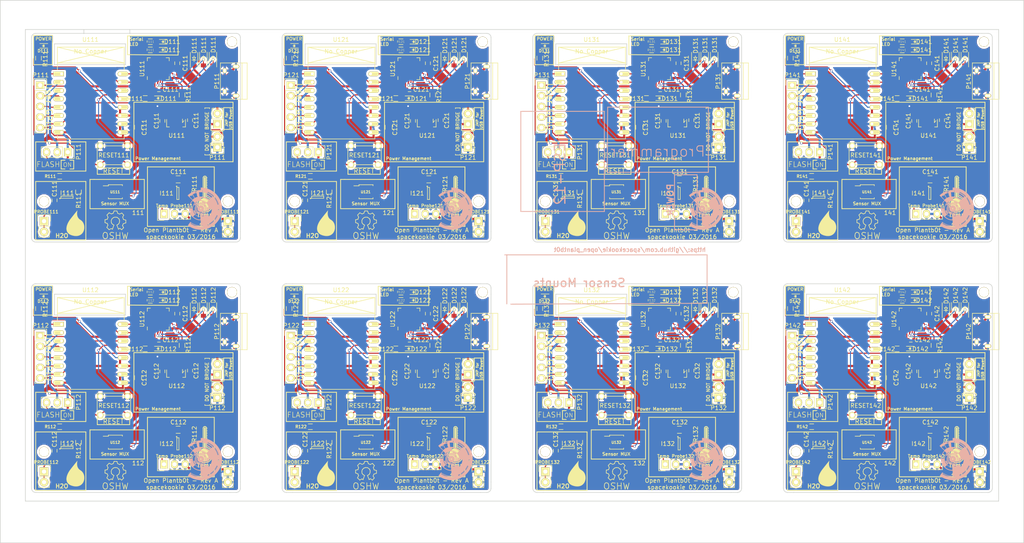
<source format=kicad_pcb>
(kicad_pcb (version 4) (host pcbnew 4.0.2-stable)
  (layers (0 F.Cu signal) (31 B.Cu signal) (34 B.Paste user) (35 F.Paste user) (36 B.SilkS user hide) (37 F.SilkS user) (38 B.Mask user) (39 F.Mask user) (44 Edge.Cuts user))
  (net 0 "")
  (net 1 +3V3)
  (net 2 GND)
  (net 3 "Net-(D1-Pad2)")
  (net 4 "Net-(D2-Pad2)")
  (net 5 "Net-(D3-Pad2)")
  (net 6 "Net-(D4-Pad2)")
  (net 7 +5V)
  (net 8 "Net-(D6-Pad1)")
  (net 9 "Net-(D7-Pad1)")
  (net 10 /H2O_PROBE)
  (net 11 "Net-(I1-Pad4)")
  (net 12 /TEMP_PROBE)
  (net 13 "Net-(I2-Pad4)")
  (net 14 /CH_PD)
  (net 15 "Net-(P3-Pad3)")
  (net 16 /IO_5)
  (net 17 /IO_16)
  (net 18 /IO_14)
  (net 19 /IO_12)
  (net 20 /IO_13)
  (net 21 /TX_D)
  (net 22 /RX_D)
  (net 23 "Net-(R8-Pad1)")
  (net 24 /RES)
  (net 25 "Net-(C7-Pad2)")
  (net 26 /AMUX_SELECT)
  (net 27 "Net-(C3-Pad2)")
  (net 28 /PROBE_SEL)
  (module kookie_symbols:c-base (layer B.Cu) (at 258.97 134.92 180)
    (fp_text reference G***142 hide)
    (fp_text value LOGO hide)
  )
  (module kookie_symbols:c-base (layer B.Cu) (at 198.97 134.92 180)
    (fp_text reference G***132 hide)
    (fp_text value LOGO hide)
  )
  (module kookie_symbols:c-base (layer B.Cu) (at 138.97 134.92 180)
    (fp_text reference G***122 hide)
    (fp_text value LOGO hide)
  )
  (module kookie_symbols:c-base (layer B.Cu) (at 78.97 134.92 180)
    (fp_text reference G***112 hide)
    (fp_text value LOGO hide)
  )
  (module kookie_symbols:c-base (layer B.Cu) (at 258.97 74.92 180)
    (fp_text reference G***141 hide)
    (fp_text value LOGO hide)
  )
  (module kookie_symbols:c-base (layer B.Cu) (at 198.97 74.92 180)
    (fp_text reference G***131 hide)
    (fp_text value LOGO hide)
  )
  (module kookie_symbols:c-base (layer B.Cu) (at 138.97 74.92 180)
    (fp_text reference G***121 hide)
    (fp_text value LOGO hide)
  )
  (module LEDs:LED-0603 (layer F.Cu) (at 248.83 96.86 180)
    (fp_text reference D142 (at -2.3 -0.02 180) (layer F.SilkS))
    (fp_text value LED)
    (pad 2 smd rect (at 0.7493 0) (size 0.79756 0.79756) (layers F.Cu F.Paste F.Mask) (net 4 "Net-(D2-Pad2)"))
    (pad 1 smd rect (at -0.7493 0) (size 0.79756 0.79756) (layers F.Cu F.Paste F.Mask) (net 2 GND))
  )
  (module LEDs:LED-0603 (layer F.Cu) (at 188.83 96.86 180)
    (fp_text reference D132 (at -2.3 -0.02 180) (layer F.SilkS))
    (fp_text value LED)
    (pad 2 smd rect (at 0.7493 0) (size 0.79756 0.79756) (layers F.Cu F.Paste F.Mask) (net 4 "Net-(D2-Pad2)"))
    (pad 1 smd rect (at -0.7493 0) (size 0.79756 0.79756) (layers F.Cu F.Paste F.Mask) (net 2 GND))
  )
  (module LEDs:LED-0603 (layer F.Cu) (at 128.83 96.86 180)
    (fp_text reference D122 (at -2.3 -0.02 180) (layer F.SilkS))
    (fp_text value LED)
    (pad 2 smd rect (at 0.7493 0) (size 0.79756 0.79756) (layers F.Cu F.Paste F.Mask) (net 4 "Net-(D2-Pad2)"))
    (pad 1 smd rect (at -0.7493 0) (size 0.79756 0.79756) (layers F.Cu F.Paste F.Mask) (net 2 GND))
  )
  (module LEDs:LED-0603 (layer F.Cu) (at 68.83 96.86 180)
    (fp_text reference D112 (at -2.3 -0.02 180) (layer F.SilkS))
    (fp_text value LED)
    (pad 2 smd rect (at 0.7493 0) (size 0.79756 0.79756) (layers F.Cu F.Paste F.Mask) (net 4 "Net-(D2-Pad2)"))
    (pad 1 smd rect (at -0.7493 0) (size 0.79756 0.79756) (layers F.Cu F.Paste F.Mask) (net 2 GND))
  )
  (module LEDs:LED-0603 (layer F.Cu) (at 248.83 36.86 180)
    (fp_text reference D141 (at -2.3 -0.02 180) (layer F.SilkS))
    (fp_text value LED)
    (pad 2 smd rect (at 0.7493 0) (size 0.79756 0.79756) (layers F.Cu F.Paste F.Mask) (net 4 "Net-(D2-Pad2)"))
    (pad 1 smd rect (at -0.7493 0) (size 0.79756 0.79756) (layers F.Cu F.Paste F.Mask) (net 2 GND))
  )
  (module LEDs:LED-0603 (layer F.Cu) (at 188.83 36.86 180)
    (fp_text reference D131 (at -2.3 -0.02 180) (layer F.SilkS))
    (fp_text value LED)
    (pad 2 smd rect (at 0.7493 0) (size 0.79756 0.79756) (layers F.Cu F.Paste F.Mask) (net 4 "Net-(D2-Pad2)"))
    (pad 1 smd rect (at -0.7493 0) (size 0.79756 0.79756) (layers F.Cu F.Paste F.Mask) (net 2 GND))
  )
  (module LEDs:LED-0603 (layer F.Cu) (at 128.83 36.86 180)
    (fp_text reference D121 (at -2.3 -0.02 180) (layer F.SilkS))
    (fp_text value LED)
    (pad 2 smd rect (at 0.7493 0) (size 0.79756 0.79756) (layers F.Cu F.Paste F.Mask) (net 4 "Net-(D2-Pad2)"))
    (pad 1 smd rect (at -0.7493 0) (size 0.79756 0.79756) (layers F.Cu F.Paste F.Mask) (net 2 GND))
  )
  (module LEDs:LED-0603 (layer F.Cu) (at 248.87 94.93 180)
    (fp_text reference D142 (at -2.29 0.01 180) (layer F.SilkS))
    (fp_text value LED)
    (pad 2 smd rect (at 0.7493 0) (size 0.79756 0.79756) (layers F.Cu F.Paste F.Mask) (net 3 "Net-(D1-Pad2)"))
    (pad 1 smd rect (at -0.7493 0) (size 0.79756 0.79756) (layers F.Cu F.Paste F.Mask) (net 2 GND))
  )
  (module LEDs:LED-0603 (layer F.Cu) (at 188.87 94.93 180)
    (fp_text reference D132 (at -2.29 0.01 180) (layer F.SilkS))
    (fp_text value LED)
    (pad 2 smd rect (at 0.7493 0) (size 0.79756 0.79756) (layers F.Cu F.Paste F.Mask) (net 3 "Net-(D1-Pad2)"))
    (pad 1 smd rect (at -0.7493 0) (size 0.79756 0.79756) (layers F.Cu F.Paste F.Mask) (net 2 GND))
  )
  (module LEDs:LED-0603 (layer F.Cu) (at 128.87 94.93 180)
    (fp_text reference D122 (at -2.29 0.01 180) (layer F.SilkS))
    (fp_text value LED)
    (pad 2 smd rect (at 0.7493 0) (size 0.79756 0.79756) (layers F.Cu F.Paste F.Mask) (net 3 "Net-(D1-Pad2)"))
    (pad 1 smd rect (at -0.7493 0) (size 0.79756 0.79756) (layers F.Cu F.Paste F.Mask) (net 2 GND))
  )
  (module LEDs:LED-0603 (layer F.Cu) (at 68.87 94.93 180)
    (fp_text reference D112 (at -2.29 0.01 180) (layer F.SilkS))
    (fp_text value LED)
    (pad 2 smd rect (at 0.7493 0) (size 0.79756 0.79756) (layers F.Cu F.Paste F.Mask) (net 3 "Net-(D1-Pad2)"))
    (pad 1 smd rect (at -0.7493 0) (size 0.79756 0.79756) (layers F.Cu F.Paste F.Mask) (net 2 GND))
  )
  (module LEDs:LED-0603 (layer F.Cu) (at 248.87 34.93 180)
    (fp_text reference D141 (at -2.29 0.01 180) (layer F.SilkS))
    (fp_text value LED)
    (pad 2 smd rect (at 0.7493 0) (size 0.79756 0.79756) (layers F.Cu F.Paste F.Mask) (net 3 "Net-(D1-Pad2)"))
    (pad 1 smd rect (at -0.7493 0) (size 0.79756 0.79756) (layers F.Cu F.Paste F.Mask) (net 2 GND))
  )
  (module LEDs:LED-0603 (layer F.Cu) (at 188.87 34.93 180)
    (fp_text reference D131 (at -2.29 0.01 180) (layer F.SilkS))
    (fp_text value LED)
    (pad 2 smd rect (at 0.7493 0) (size 0.79756 0.79756) (layers F.Cu F.Paste F.Mask) (net 3 "Net-(D1-Pad2)"))
    (pad 1 smd rect (at -0.7493 0) (size 0.79756 0.79756) (layers F.Cu F.Paste F.Mask) (net 2 GND))
  )
  (module LEDs:LED-0603 (layer F.Cu) (at 128.87 34.93 180)
    (fp_text reference D121 (at -2.29 0.01 180) (layer F.SilkS))
    (fp_text value LED)
    (pad 2 smd rect (at 0.7493 0) (size 0.79756 0.79756) (layers F.Cu F.Paste F.Mask) (net 3 "Net-(D1-Pad2)"))
    (pad 1 smd rect (at -0.7493 0) (size 0.79756 0.79756) (layers F.Cu F.Paste F.Mask) (net 2 GND))
  )
  (module Resistors_SMD:R_0603 (layer F.Cu) (at 245.91 96.89 180)
    (fp_text reference R142 (at 0.04 -0.03 180) (layer F.SilkS) (effects (font (size 0.5 0.5) (thickness 0.05))))
    (fp_text value 120)
    (pad 1 smd rect (at -0.75 0 180) (size 0.5 0.9) (layers F.Cu F.Paste F.Mask) (net 4 "Net-(D2-Pad2)"))
    (pad 2 smd rect (at 0.75 0 180) (size 0.5 0.9) (layers F.Cu F.Paste F.Mask) (net 22 /RX_D))
  )
  (module Resistors_SMD:R_0603 (layer F.Cu) (at 185.91 96.89 180)
    (fp_text reference R132 (at 0.04 -0.03 180) (layer F.SilkS) (effects (font (size 0.5 0.5) (thickness 0.05))))
    (fp_text value 120)
    (pad 1 smd rect (at -0.75 0 180) (size 0.5 0.9) (layers F.Cu F.Paste F.Mask) (net 4 "Net-(D2-Pad2)"))
    (pad 2 smd rect (at 0.75 0 180) (size 0.5 0.9) (layers F.Cu F.Paste F.Mask) (net 22 /RX_D))
  )
  (module Resistors_SMD:R_0603 (layer F.Cu) (at 125.91 96.89 180)
    (fp_text reference R122 (at 0.04 -0.03 180) (layer F.SilkS) (effects (font (size 0.5 0.5) (thickness 0.05))))
    (fp_text value 120)
    (pad 1 smd rect (at -0.75 0 180) (size 0.5 0.9) (layers F.Cu F.Paste F.Mask) (net 4 "Net-(D2-Pad2)"))
    (pad 2 smd rect (at 0.75 0 180) (size 0.5 0.9) (layers F.Cu F.Paste F.Mask) (net 22 /RX_D))
  )
  (module Resistors_SMD:R_0603 (layer F.Cu) (at 65.91 96.89 180)
    (fp_text reference R112 (at 0.04 -0.03 180) (layer F.SilkS) (effects (font (size 0.5 0.5) (thickness 0.05))))
    (fp_text value 120)
    (pad 1 smd rect (at -0.75 0 180) (size 0.5 0.9) (layers F.Cu F.Paste F.Mask) (net 4 "Net-(D2-Pad2)"))
    (pad 2 smd rect (at 0.75 0 180) (size 0.5 0.9) (layers F.Cu F.Paste F.Mask) (net 22 /RX_D))
  )
  (module Resistors_SMD:R_0603 (layer F.Cu) (at 245.91 36.89 180)
    (fp_text reference R141 (at 0.04 -0.03 180) (layer F.SilkS) (effects (font (size 0.5 0.5) (thickness 0.05))))
    (fp_text value 120)
    (pad 1 smd rect (at -0.75 0 180) (size 0.5 0.9) (layers F.Cu F.Paste F.Mask) (net 4 "Net-(D2-Pad2)"))
    (pad 2 smd rect (at 0.75 0 180) (size 0.5 0.9) (layers F.Cu F.Paste F.Mask) (net 22 /RX_D))
  )
  (module Resistors_SMD:R_0603 (layer F.Cu) (at 185.91 36.89 180)
    (fp_text reference R131 (at 0.04 -0.03 180) (layer F.SilkS) (effects (font (size 0.5 0.5) (thickness 0.05))))
    (fp_text value 120)
    (pad 1 smd rect (at -0.75 0 180) (size 0.5 0.9) (layers F.Cu F.Paste F.Mask) (net 4 "Net-(D2-Pad2)"))
    (pad 2 smd rect (at 0.75 0 180) (size 0.5 0.9) (layers F.Cu F.Paste F.Mask) (net 22 /RX_D))
  )
  (module Resistors_SMD:R_0603 (layer F.Cu) (at 125.91 36.89 180)
    (fp_text reference R121 (at 0.04 -0.03 180) (layer F.SilkS) (effects (font (size 0.5 0.5) (thickness 0.05))))
    (fp_text value 120)
    (pad 1 smd rect (at -0.75 0 180) (size 0.5 0.9) (layers F.Cu F.Paste F.Mask) (net 4 "Net-(D2-Pad2)"))
    (pad 2 smd rect (at 0.75 0 180) (size 0.5 0.9) (layers F.Cu F.Paste F.Mask) (net 22 /RX_D))
  )
  (module Resistors_SMD:R_0603 (layer F.Cu) (at 245.91 94.93 180)
    (fp_text reference R142 (at 0.04 0.01 180) (layer F.SilkS) (effects (font (size 0.5 0.5) (thickness 0.05))))
    (fp_text value 120)
    (pad 1 smd rect (at -0.75 0 180) (size 0.5 0.9) (layers F.Cu F.Paste F.Mask) (net 3 "Net-(D1-Pad2)"))
    (pad 2 smd rect (at 0.75 0 180) (size 0.5 0.9) (layers F.Cu F.Paste F.Mask) (net 21 /TX_D))
  )
  (module Resistors_SMD:R_0603 (layer F.Cu) (at 185.91 94.93 180)
    (fp_text reference R132 (at 0.04 0.01 180) (layer F.SilkS) (effects (font (size 0.5 0.5) (thickness 0.05))))
    (fp_text value 120)
    (pad 1 smd rect (at -0.75 0 180) (size 0.5 0.9) (layers F.Cu F.Paste F.Mask) (net 3 "Net-(D1-Pad2)"))
    (pad 2 smd rect (at 0.75 0 180) (size 0.5 0.9) (layers F.Cu F.Paste F.Mask) (net 21 /TX_D))
  )
  (module Resistors_SMD:R_0603 (layer F.Cu) (at 125.91 94.93 180)
    (fp_text reference R122 (at 0.04 0.01 180) (layer F.SilkS) (effects (font (size 0.5 0.5) (thickness 0.05))))
    (fp_text value 120)
    (pad 1 smd rect (at -0.75 0 180) (size 0.5 0.9) (layers F.Cu F.Paste F.Mask) (net 3 "Net-(D1-Pad2)"))
    (pad 2 smd rect (at 0.75 0 180) (size 0.5 0.9) (layers F.Cu F.Paste F.Mask) (net 21 /TX_D))
  )
  (module Resistors_SMD:R_0603 (layer F.Cu) (at 65.91 94.93 180)
    (fp_text reference R112 (at 0.04 0.01 180) (layer F.SilkS) (effects (font (size 0.5 0.5) (thickness 0.05))))
    (fp_text value 120)
    (pad 1 smd rect (at -0.75 0 180) (size 0.5 0.9) (layers F.Cu F.Paste F.Mask) (net 3 "Net-(D1-Pad2)"))
    (pad 2 smd rect (at 0.75 0 180) (size 0.5 0.9) (layers F.Cu F.Paste F.Mask) (net 21 /TX_D))
  )
  (module Resistors_SMD:R_0603 (layer F.Cu) (at 245.91 34.93 180)
    (fp_text reference R141 (at 0.04 0.01 180) (layer F.SilkS) (effects (font (size 0.5 0.5) (thickness 0.05))))
    (fp_text value 120)
    (pad 1 smd rect (at -0.75 0 180) (size 0.5 0.9) (layers F.Cu F.Paste F.Mask) (net 3 "Net-(D1-Pad2)"))
    (pad 2 smd rect (at 0.75 0 180) (size 0.5 0.9) (layers F.Cu F.Paste F.Mask) (net 21 /TX_D))
  )
  (module Resistors_SMD:R_0603 (layer F.Cu) (at 185.91 34.93 180)
    (fp_text reference R131 (at 0.04 0.01 180) (layer F.SilkS) (effects (font (size 0.5 0.5) (thickness 0.05))))
    (fp_text value 120)
    (pad 1 smd rect (at -0.75 0 180) (size 0.5 0.9) (layers F.Cu F.Paste F.Mask) (net 3 "Net-(D1-Pad2)"))
    (pad 2 smd rect (at 0.75 0 180) (size 0.5 0.9) (layers F.Cu F.Paste F.Mask) (net 21 /TX_D))
  )
  (module Resistors_SMD:R_0603 (layer F.Cu) (at 125.91 34.93 180)
    (fp_text reference R121 (at 0.04 0.01 180) (layer F.SilkS) (effects (font (size 0.5 0.5) (thickness 0.05))))
    (fp_text value 120)
    (pad 1 smd rect (at -0.75 0 180) (size 0.5 0.9) (layers F.Cu F.Paste F.Mask) (net 3 "Net-(D1-Pad2)"))
    (pad 2 smd rect (at 0.75 0 180) (size 0.5 0.9) (layers F.Cu F.Paste F.Mask) (net 21 /TX_D))
  )
  (module Capacitors_SMD:C_0603_HandSoldering (layer F.Cu) (at 252.36 100.08 270)
    (fp_text reference C142 (at 0 -1.9 270) (layer F.SilkS))
    (fp_text value 0.1µF)
    (pad 1 smd rect (at -0.95 0 270) (size 1.2 0.75) (layers F.Cu F.Paste F.Mask) (net 2 GND))
    (pad 2 smd rect (at 0.95 0 270) (size 1.2 0.75) (layers F.Cu F.Paste F.Mask) (net 7 +5V))
  )
  (module Capacitors_SMD:C_0603_HandSoldering (layer F.Cu) (at 192.36 100.08 270)
    (fp_text reference C132 (at 0 -1.9 270) (layer F.SilkS))
    (fp_text value 0.1µF)
    (pad 1 smd rect (at -0.95 0 270) (size 1.2 0.75) (layers F.Cu F.Paste F.Mask) (net 2 GND))
    (pad 2 smd rect (at 0.95 0 270) (size 1.2 0.75) (layers F.Cu F.Paste F.Mask) (net 7 +5V))
  )
  (module Capacitors_SMD:C_0603_HandSoldering (layer F.Cu) (at 132.36 100.08 270)
    (fp_text reference C122 (at 0 -1.9 270) (layer F.SilkS))
    (fp_text value 0.1µF)
    (pad 1 smd rect (at -0.95 0 270) (size 1.2 0.75) (layers F.Cu F.Paste F.Mask) (net 2 GND))
    (pad 2 smd rect (at 0.95 0 270) (size 1.2 0.75) (layers F.Cu F.Paste F.Mask) (net 7 +5V))
  )
  (module Capacitors_SMD:C_0603_HandSoldering (layer F.Cu) (at 72.36 100.08 270)
    (fp_text reference C112 (at 0 -1.9 270) (layer F.SilkS))
    (fp_text value 0.1µF)
    (pad 1 smd rect (at -0.95 0 270) (size 1.2 0.75) (layers F.Cu F.Paste F.Mask) (net 2 GND))
    (pad 2 smd rect (at 0.95 0 270) (size 1.2 0.75) (layers F.Cu F.Paste F.Mask) (net 7 +5V))
  )
  (module Capacitors_SMD:C_0603_HandSoldering (layer F.Cu) (at 252.36 40.08 270)
    (fp_text reference C141 (at 0 -1.9 270) (layer F.SilkS))
    (fp_text value 0.1µF)
    (pad 1 smd rect (at -0.95 0 270) (size 1.2 0.75) (layers F.Cu F.Paste F.Mask) (net 2 GND))
    (pad 2 smd rect (at 0.95 0 270) (size 1.2 0.75) (layers F.Cu F.Paste F.Mask) (net 7 +5V))
  )
  (module Capacitors_SMD:C_0603_HandSoldering (layer F.Cu) (at 192.36 40.08 270)
    (fp_text reference C131 (at 0 -1.9 270) (layer F.SilkS))
    (fp_text value 0.1µF)
    (pad 1 smd rect (at -0.95 0 270) (size 1.2 0.75) (layers F.Cu F.Paste F.Mask) (net 2 GND))
    (pad 2 smd rect (at 0.95 0 270) (size 1.2 0.75) (layers F.Cu F.Paste F.Mask) (net 7 +5V))
  )
  (module Capacitors_SMD:C_0603_HandSoldering (layer F.Cu) (at 132.36 40.08 270)
    (fp_text reference C121 (at 0 -1.9 270) (layer F.SilkS))
    (fp_text value 0.1µF)
    (pad 1 smd rect (at -0.95 0 270) (size 1.2 0.75) (layers F.Cu F.Paste F.Mask) (net 2 GND))
    (pad 2 smd rect (at 0.95 0 270) (size 1.2 0.75) (layers F.Cu F.Paste F.Mask) (net 7 +5V))
  )
  (module Housings_DFN_QFN:QFN-28-1EP_5x5mm_Pitch0.5mm (layer F.Cu) (at 247.81 101.38 90)
    (fp_text reference U142 (at 0 -3.875 90) (layer F.SilkS))
    (fp_text value CP2102)
    (pad 1 smd oval (at -2.45 -1.5 90) (size 0.85 0.3) (layers F.Cu F.Paste F.Mask))
    (pad 2 smd oval (at -2.45 -1 90) (size 0.85 0.3) (layers F.Cu F.Paste F.Mask))
    (pad 3 smd oval (at -2.45 -0.5 90) (size 0.85 0.3) (layers F.Cu F.Paste F.Mask) (net 2 GND))
    (pad 4 smd oval (at -2.45 0 90) (size 0.85 0.3) (layers F.Cu F.Paste F.Mask) (net 8 "Net-(D6-Pad1)"))
    (pad 5 smd oval (at -2.45 0.5 90) (size 0.85 0.3) (layers F.Cu F.Paste F.Mask) (net 9 "Net-(D7-Pad1)"))
    (pad 6 smd oval (at -2.45 1 90) (size 0.85 0.3) (layers F.Cu F.Paste F.Mask) (net 25 "Net-(C7-Pad2)"))
    (pad 7 smd oval (at -2.45 1.5 90) (size 0.85 0.3) (layers F.Cu F.Paste F.Mask) (net 7 +5V))
    (pad 8 smd oval (at -1.5 2.45 180) (size 0.85 0.3) (layers F.Cu F.Paste F.Mask) (net 7 +5V))
    (pad 9 smd oval (at -1 2.45 180) (size 0.85 0.3) (layers F.Cu F.Paste F.Mask) (net 23 "Net-(R8-Pad1)"))
    (pad 10 smd oval (at -0.5 2.45 180) (size 0.85 0.3) (layers F.Cu F.Paste F.Mask))
    (pad 11 smd oval (at 0 2.45 180) (size 0.85 0.3) (layers F.Cu F.Paste F.Mask))
    (pad 12 smd oval (at 0.5 2.45 180) (size 0.85 0.3) (layers F.Cu F.Paste F.Mask))
    (pad 13 smd oval (at 1 2.45 180) (size 0.85 0.3) (layers F.Cu F.Paste F.Mask))
    (pad 14 smd oval (at 1.5 2.45 180) (size 0.85 0.3) (layers F.Cu F.Paste F.Mask))
    (pad 15 smd oval (at 2.45 1.5 90) (size 0.85 0.3) (layers F.Cu F.Paste F.Mask))
    (pad 16 smd oval (at 2.45 1 90) (size 0.85 0.3) (layers F.Cu F.Paste F.Mask))
    (pad 17 smd oval (at 2.45 0.5 90) (size 0.85 0.3) (layers F.Cu F.Paste F.Mask))
    (pad 18 smd oval (at 2.45 0 90) (size 0.85 0.3) (layers F.Cu F.Paste F.Mask))
    (pad 19 smd oval (at 2.45 -0.5 90) (size 0.85 0.3) (layers F.Cu F.Paste F.Mask))
    (pad 20 smd oval (at 2.45 -1 90) (size 0.85 0.3) (layers F.Cu F.Paste F.Mask))
    (pad 21 smd oval (at 2.45 -1.5 90) (size 0.85 0.3) (layers F.Cu F.Paste F.Mask))
    (pad 22 smd oval (at 1.5 -2.45 180) (size 0.85 0.3) (layers F.Cu F.Paste F.Mask))
    (pad 23 smd oval (at 1 -2.45 180) (size 0.85 0.3) (layers F.Cu F.Paste F.Mask))
    (pad 24 smd oval (at 0.5 -2.45 180) (size 0.85 0.3) (layers F.Cu F.Paste F.Mask))
    (pad 25 smd oval (at 0 -2.45 180) (size 0.85 0.3) (layers F.Cu F.Paste F.Mask) (net 21 /TX_D))
    (pad 26 smd oval (at -0.5 -2.45 180) (size 0.85 0.3) (layers F.Cu F.Paste F.Mask) (net 22 /RX_D))
    (pad 27 smd oval (at -1 -2.45 180) (size 0.85 0.3) (layers F.Cu F.Paste F.Mask))
    (pad 28 smd oval (at -1.5 -2.45 180) (size 0.85 0.3) (layers F.Cu F.Paste F.Mask))
    (pad 29 smd rect (at 0.8375 0.8375 90) (size 1.675 1.675) (layers F.Cu F.Paste F.Mask))
    (pad 29 smd rect (at 0.8375 -0.8375 90) (size 1.675 1.675) (layers F.Cu F.Paste F.Mask))
    (pad 29 smd rect (at -0.8375 0.8375 90) (size 1.675 1.675) (layers F.Cu F.Paste F.Mask))
    (pad 29 smd rect (at -0.8375 -0.8375 90) (size 1.675 1.675) (layers F.Cu F.Paste F.Mask))
  )
  (module Housings_DFN_QFN:QFN-28-1EP_5x5mm_Pitch0.5mm (layer F.Cu) (at 187.81 101.38 90)
    (fp_text reference U132 (at 0 -3.875 90) (layer F.SilkS))
    (fp_text value CP2102)
    (pad 1 smd oval (at -2.45 -1.5 90) (size 0.85 0.3) (layers F.Cu F.Paste F.Mask))
    (pad 2 smd oval (at -2.45 -1 90) (size 0.85 0.3) (layers F.Cu F.Paste F.Mask))
    (pad 3 smd oval (at -2.45 -0.5 90) (size 0.85 0.3) (layers F.Cu F.Paste F.Mask) (net 2 GND))
    (pad 4 smd oval (at -2.45 0 90) (size 0.85 0.3) (layers F.Cu F.Paste F.Mask) (net 8 "Net-(D6-Pad1)"))
    (pad 5 smd oval (at -2.45 0.5 90) (size 0.85 0.3) (layers F.Cu F.Paste F.Mask) (net 9 "Net-(D7-Pad1)"))
    (pad 6 smd oval (at -2.45 1 90) (size 0.85 0.3) (layers F.Cu F.Paste F.Mask) (net 25 "Net-(C7-Pad2)"))
    (pad 7 smd oval (at -2.45 1.5 90) (size 0.85 0.3) (layers F.Cu F.Paste F.Mask) (net 7 +5V))
    (pad 8 smd oval (at -1.5 2.45 180) (size 0.85 0.3) (layers F.Cu F.Paste F.Mask) (net 7 +5V))
    (pad 9 smd oval (at -1 2.45 180) (size 0.85 0.3) (layers F.Cu F.Paste F.Mask) (net 23 "Net-(R8-Pad1)"))
    (pad 10 smd oval (at -0.5 2.45 180) (size 0.85 0.3) (layers F.Cu F.Paste F.Mask))
    (pad 11 smd oval (at 0 2.45 180) (size 0.85 0.3) (layers F.Cu F.Paste F.Mask))
    (pad 12 smd oval (at 0.5 2.45 180) (size 0.85 0.3) (layers F.Cu F.Paste F.Mask))
    (pad 13 smd oval (at 1 2.45 180) (size 0.85 0.3) (layers F.Cu F.Paste F.Mask))
    (pad 14 smd oval (at 1.5 2.45 180) (size 0.85 0.3) (layers F.Cu F.Paste F.Mask))
    (pad 15 smd oval (at 2.45 1.5 90) (size 0.85 0.3) (layers F.Cu F.Paste F.Mask))
    (pad 16 smd oval (at 2.45 1 90) (size 0.85 0.3) (layers F.Cu F.Paste F.Mask))
    (pad 17 smd oval (at 2.45 0.5 90) (size 0.85 0.3) (layers F.Cu F.Paste F.Mask))
    (pad 18 smd oval (at 2.45 0 90) (size 0.85 0.3) (layers F.Cu F.Paste F.Mask))
    (pad 19 smd oval (at 2.45 -0.5 90) (size 0.85 0.3) (layers F.Cu F.Paste F.Mask))
    (pad 20 smd oval (at 2.45 -1 90) (size 0.85 0.3) (layers F.Cu F.Paste F.Mask))
    (pad 21 smd oval (at 2.45 -1.5 90) (size 0.85 0.3) (layers F.Cu F.Paste F.Mask))
    (pad 22 smd oval (at 1.5 -2.45 180) (size 0.85 0.3) (layers F.Cu F.Paste F.Mask))
    (pad 23 smd oval (at 1 -2.45 180) (size 0.85 0.3) (layers F.Cu F.Paste F.Mask))
    (pad 24 smd oval (at 0.5 -2.45 180) (size 0.85 0.3) (layers F.Cu F.Paste F.Mask))
    (pad 25 smd oval (at 0 -2.45 180) (size 0.85 0.3) (layers F.Cu F.Paste F.Mask) (net 21 /TX_D))
    (pad 26 smd oval (at -0.5 -2.45 180) (size 0.85 0.3) (layers F.Cu F.Paste F.Mask) (net 22 /RX_D))
    (pad 27 smd oval (at -1 -2.45 180) (size 0.85 0.3) (layers F.Cu F.Paste F.Mask))
    (pad 28 smd oval (at -1.5 -2.45 180) (size 0.85 0.3) (layers F.Cu F.Paste F.Mask))
    (pad 29 smd rect (at 0.8375 0.8375 90) (size 1.675 1.675) (layers F.Cu F.Paste F.Mask))
    (pad 29 smd rect (at 0.8375 -0.8375 90) (size 1.675 1.675) (layers F.Cu F.Paste F.Mask))
    (pad 29 smd rect (at -0.8375 0.8375 90) (size 1.675 1.675) (layers F.Cu F.Paste F.Mask))
    (pad 29 smd rect (at -0.8375 -0.8375 90) (size 1.675 1.675) (layers F.Cu F.Paste F.Mask))
  )
  (module Housings_DFN_QFN:QFN-28-1EP_5x5mm_Pitch0.5mm (layer F.Cu) (at 127.81 101.38 90)
    (fp_text reference U122 (at 0 -3.875 90) (layer F.SilkS))
    (fp_text value CP2102)
    (pad 1 smd oval (at -2.45 -1.5 90) (size 0.85 0.3) (layers F.Cu F.Paste F.Mask))
    (pad 2 smd oval (at -2.45 -1 90) (size 0.85 0.3) (layers F.Cu F.Paste F.Mask))
    (pad 3 smd oval (at -2.45 -0.5 90) (size 0.85 0.3) (layers F.Cu F.Paste F.Mask) (net 2 GND))
    (pad 4 smd oval (at -2.45 0 90) (size 0.85 0.3) (layers F.Cu F.Paste F.Mask) (net 8 "Net-(D6-Pad1)"))
    (pad 5 smd oval (at -2.45 0.5 90) (size 0.85 0.3) (layers F.Cu F.Paste F.Mask) (net 9 "Net-(D7-Pad1)"))
    (pad 6 smd oval (at -2.45 1 90) (size 0.85 0.3) (layers F.Cu F.Paste F.Mask) (net 25 "Net-(C7-Pad2)"))
    (pad 7 smd oval (at -2.45 1.5 90) (size 0.85 0.3) (layers F.Cu F.Paste F.Mask) (net 7 +5V))
    (pad 8 smd oval (at -1.5 2.45 180) (size 0.85 0.3) (layers F.Cu F.Paste F.Mask) (net 7 +5V))
    (pad 9 smd oval (at -1 2.45 180) (size 0.85 0.3) (layers F.Cu F.Paste F.Mask) (net 23 "Net-(R8-Pad1)"))
    (pad 10 smd oval (at -0.5 2.45 180) (size 0.85 0.3) (layers F.Cu F.Paste F.Mask))
    (pad 11 smd oval (at 0 2.45 180) (size 0.85 0.3) (layers F.Cu F.Paste F.Mask))
    (pad 12 smd oval (at 0.5 2.45 180) (size 0.85 0.3) (layers F.Cu F.Paste F.Mask))
    (pad 13 smd oval (at 1 2.45 180) (size 0.85 0.3) (layers F.Cu F.Paste F.Mask))
    (pad 14 smd oval (at 1.5 2.45 180) (size 0.85 0.3) (layers F.Cu F.Paste F.Mask))
    (pad 15 smd oval (at 2.45 1.5 90) (size 0.85 0.3) (layers F.Cu F.Paste F.Mask))
    (pad 16 smd oval (at 2.45 1 90) (size 0.85 0.3) (layers F.Cu F.Paste F.Mask))
    (pad 17 smd oval (at 2.45 0.5 90) (size 0.85 0.3) (layers F.Cu F.Paste F.Mask))
    (pad 18 smd oval (at 2.45 0 90) (size 0.85 0.3) (layers F.Cu F.Paste F.Mask))
    (pad 19 smd oval (at 2.45 -0.5 90) (size 0.85 0.3) (layers F.Cu F.Paste F.Mask))
    (pad 20 smd oval (at 2.45 -1 90) (size 0.85 0.3) (layers F.Cu F.Paste F.Mask))
    (pad 21 smd oval (at 2.45 -1.5 90) (size 0.85 0.3) (layers F.Cu F.Paste F.Mask))
    (pad 22 smd oval (at 1.5 -2.45 180) (size 0.85 0.3) (layers F.Cu F.Paste F.Mask))
    (pad 23 smd oval (at 1 -2.45 180) (size 0.85 0.3) (layers F.Cu F.Paste F.Mask))
    (pad 24 smd oval (at 0.5 -2.45 180) (size 0.85 0.3) (layers F.Cu F.Paste F.Mask))
    (pad 25 smd oval (at 0 -2.45 180) (size 0.85 0.3) (layers F.Cu F.Paste F.Mask) (net 21 /TX_D))
    (pad 26 smd oval (at -0.5 -2.45 180) (size 0.85 0.3) (layers F.Cu F.Paste F.Mask) (net 22 /RX_D))
    (pad 27 smd oval (at -1 -2.45 180) (size 0.85 0.3) (layers F.Cu F.Paste F.Mask))
    (pad 28 smd oval (at -1.5 -2.45 180) (size 0.85 0.3) (layers F.Cu F.Paste F.Mask))
    (pad 29 smd rect (at 0.8375 0.8375 90) (size 1.675 1.675) (layers F.Cu F.Paste F.Mask))
    (pad 29 smd rect (at 0.8375 -0.8375 90) (size 1.675 1.675) (layers F.Cu F.Paste F.Mask))
    (pad 29 smd rect (at -0.8375 0.8375 90) (size 1.675 1.675) (layers F.Cu F.Paste F.Mask))
    (pad 29 smd rect (at -0.8375 -0.8375 90) (size 1.675 1.675) (layers F.Cu F.Paste F.Mask))
  )
  (module Housings_DFN_QFN:QFN-28-1EP_5x5mm_Pitch0.5mm (layer F.Cu) (at 67.81 101.38 90)
    (fp_text reference U112 (at 0 -3.875 90) (layer F.SilkS))
    (fp_text value CP2102)
    (pad 1 smd oval (at -2.45 -1.5 90) (size 0.85 0.3) (layers F.Cu F.Paste F.Mask))
    (pad 2 smd oval (at -2.45 -1 90) (size 0.85 0.3) (layers F.Cu F.Paste F.Mask))
    (pad 3 smd oval (at -2.45 -0.5 90) (size 0.85 0.3) (layers F.Cu F.Paste F.Mask) (net 2 GND))
    (pad 4 smd oval (at -2.45 0 90) (size 0.85 0.3) (layers F.Cu F.Paste F.Mask) (net 8 "Net-(D6-Pad1)"))
    (pad 5 smd oval (at -2.45 0.5 90) (size 0.85 0.3) (layers F.Cu F.Paste F.Mask) (net 9 "Net-(D7-Pad1)"))
    (pad 6 smd oval (at -2.45 1 90) (size 0.85 0.3) (layers F.Cu F.Paste F.Mask) (net 25 "Net-(C7-Pad2)"))
    (pad 7 smd oval (at -2.45 1.5 90) (size 0.85 0.3) (layers F.Cu F.Paste F.Mask) (net 7 +5V))
    (pad 8 smd oval (at -1.5 2.45 180) (size 0.85 0.3) (layers F.Cu F.Paste F.Mask) (net 7 +5V))
    (pad 9 smd oval (at -1 2.45 180) (size 0.85 0.3) (layers F.Cu F.Paste F.Mask) (net 23 "Net-(R8-Pad1)"))
    (pad 10 smd oval (at -0.5 2.45 180) (size 0.85 0.3) (layers F.Cu F.Paste F.Mask))
    (pad 11 smd oval (at 0 2.45 180) (size 0.85 0.3) (layers F.Cu F.Paste F.Mask))
    (pad 12 smd oval (at 0.5 2.45 180) (size 0.85 0.3) (layers F.Cu F.Paste F.Mask))
    (pad 13 smd oval (at 1 2.45 180) (size 0.85 0.3) (layers F.Cu F.Paste F.Mask))
    (pad 14 smd oval (at 1.5 2.45 180) (size 0.85 0.3) (layers F.Cu F.Paste F.Mask))
    (pad 15 smd oval (at 2.45 1.5 90) (size 0.85 0.3) (layers F.Cu F.Paste F.Mask))
    (pad 16 smd oval (at 2.45 1 90) (size 0.85 0.3) (layers F.Cu F.Paste F.Mask))
    (pad 17 smd oval (at 2.45 0.5 90) (size 0.85 0.3) (layers F.Cu F.Paste F.Mask))
    (pad 18 smd oval (at 2.45 0 90) (size 0.85 0.3) (layers F.Cu F.Paste F.Mask))
    (pad 19 smd oval (at 2.45 -0.5 90) (size 0.85 0.3) (layers F.Cu F.Paste F.Mask))
    (pad 20 smd oval (at 2.45 -1 90) (size 0.85 0.3) (layers F.Cu F.Paste F.Mask))
    (pad 21 smd oval (at 2.45 -1.5 90) (size 0.85 0.3) (layers F.Cu F.Paste F.Mask))
    (pad 22 smd oval (at 1.5 -2.45 180) (size 0.85 0.3) (layers F.Cu F.Paste F.Mask))
    (pad 23 smd oval (at 1 -2.45 180) (size 0.85 0.3) (layers F.Cu F.Paste F.Mask))
    (pad 24 smd oval (at 0.5 -2.45 180) (size 0.85 0.3) (layers F.Cu F.Paste F.Mask))
    (pad 25 smd oval (at 0 -2.45 180) (size 0.85 0.3) (layers F.Cu F.Paste F.Mask) (net 21 /TX_D))
    (pad 26 smd oval (at -0.5 -2.45 180) (size 0.85 0.3) (layers F.Cu F.Paste F.Mask) (net 22 /RX_D))
    (pad 27 smd oval (at -1 -2.45 180) (size 0.85 0.3) (layers F.Cu F.Paste F.Mask))
    (pad 28 smd oval (at -1.5 -2.45 180) (size 0.85 0.3) (layers F.Cu F.Paste F.Mask))
    (pad 29 smd rect (at 0.8375 0.8375 90) (size 1.675 1.675) (layers F.Cu F.Paste F.Mask))
    (pad 29 smd rect (at 0.8375 -0.8375 90) (size 1.675 1.675) (layers F.Cu F.Paste F.Mask))
    (pad 29 smd rect (at -0.8375 0.8375 90) (size 1.675 1.675) (layers F.Cu F.Paste F.Mask))
    (pad 29 smd rect (at -0.8375 -0.8375 90) (size 1.675 1.675) (layers F.Cu F.Paste F.Mask))
  )
  (module Housings_DFN_QFN:QFN-28-1EP_5x5mm_Pitch0.5mm (layer F.Cu) (at 247.81 41.38 90)
    (fp_text reference U141 (at 0 -3.875 90) (layer F.SilkS))
    (fp_text value CP2102)
    (pad 1 smd oval (at -2.45 -1.5 90) (size 0.85 0.3) (layers F.Cu F.Paste F.Mask))
    (pad 2 smd oval (at -2.45 -1 90) (size 0.85 0.3) (layers F.Cu F.Paste F.Mask))
    (pad 3 smd oval (at -2.45 -0.5 90) (size 0.85 0.3) (layers F.Cu F.Paste F.Mask) (net 2 GND))
    (pad 4 smd oval (at -2.45 0 90) (size 0.85 0.3) (layers F.Cu F.Paste F.Mask) (net 8 "Net-(D6-Pad1)"))
    (pad 5 smd oval (at -2.45 0.5 90) (size 0.85 0.3) (layers F.Cu F.Paste F.Mask) (net 9 "Net-(D7-Pad1)"))
    (pad 6 smd oval (at -2.45 1 90) (size 0.85 0.3) (layers F.Cu F.Paste F.Mask) (net 25 "Net-(C7-Pad2)"))
    (pad 7 smd oval (at -2.45 1.5 90) (size 0.85 0.3) (layers F.Cu F.Paste F.Mask) (net 7 +5V))
    (pad 8 smd oval (at -1.5 2.45 180) (size 0.85 0.3) (layers F.Cu F.Paste F.Mask) (net 7 +5V))
    (pad 9 smd oval (at -1 2.45 180) (size 0.85 0.3) (layers F.Cu F.Paste F.Mask) (net 23 "Net-(R8-Pad1)"))
    (pad 10 smd oval (at -0.5 2.45 180) (size 0.85 0.3) (layers F.Cu F.Paste F.Mask))
    (pad 11 smd oval (at 0 2.45 180) (size 0.85 0.3) (layers F.Cu F.Paste F.Mask))
    (pad 12 smd oval (at 0.5 2.45 180) (size 0.85 0.3) (layers F.Cu F.Paste F.Mask))
    (pad 13 smd oval (at 1 2.45 180) (size 0.85 0.3) (layers F.Cu F.Paste F.Mask))
    (pad 14 smd oval (at 1.5 2.45 180) (size 0.85 0.3) (layers F.Cu F.Paste F.Mask))
    (pad 15 smd oval (at 2.45 1.5 90) (size 0.85 0.3) (layers F.Cu F.Paste F.Mask))
    (pad 16 smd oval (at 2.45 1 90) (size 0.85 0.3) (layers F.Cu F.Paste F.Mask))
    (pad 17 smd oval (at 2.45 0.5 90) (size 0.85 0.3) (layers F.Cu F.Paste F.Mask))
    (pad 18 smd oval (at 2.45 0 90) (size 0.85 0.3) (layers F.Cu F.Paste F.Mask))
    (pad 19 smd oval (at 2.45 -0.5 90) (size 0.85 0.3) (layers F.Cu F.Paste F.Mask))
    (pad 20 smd oval (at 2.45 -1 90) (size 0.85 0.3) (layers F.Cu F.Paste F.Mask))
    (pad 21 smd oval (at 2.45 -1.5 90) (size 0.85 0.3) (layers F.Cu F.Paste F.Mask))
    (pad 22 smd oval (at 1.5 -2.45 180) (size 0.85 0.3) (layers F.Cu F.Paste F.Mask))
    (pad 23 smd oval (at 1 -2.45 180) (size 0.85 0.3) (layers F.Cu F.Paste F.Mask))
    (pad 24 smd oval (at 0.5 -2.45 180) (size 0.85 0.3) (layers F.Cu F.Paste F.Mask))
    (pad 25 smd oval (at 0 -2.45 180) (size 0.85 0.3) (layers F.Cu F.Paste F.Mask) (net 21 /TX_D))
    (pad 26 smd oval (at -0.5 -2.45 180) (size 0.85 0.3) (layers F.Cu F.Paste F.Mask) (net 22 /RX_D))
    (pad 27 smd oval (at -1 -2.45 180) (size 0.85 0.3) (layers F.Cu F.Paste F.Mask))
    (pad 28 smd oval (at -1.5 -2.45 180) (size 0.85 0.3) (layers F.Cu F.Paste F.Mask))
    (pad 29 smd rect (at 0.8375 0.8375 90) (size 1.675 1.675) (layers F.Cu F.Paste F.Mask))
    (pad 29 smd rect (at 0.8375 -0.8375 90) (size 1.675 1.675) (layers F.Cu F.Paste F.Mask))
    (pad 29 smd rect (at -0.8375 0.8375 90) (size 1.675 1.675) (layers F.Cu F.Paste F.Mask))
    (pad 29 smd rect (at -0.8375 -0.8375 90) (size 1.675 1.675) (layers F.Cu F.Paste F.Mask))
  )
  (module Housings_DFN_QFN:QFN-28-1EP_5x5mm_Pitch0.5mm (layer F.Cu) (at 187.81 41.38 90)
    (fp_text reference U131 (at 0 -3.875 90) (layer F.SilkS))
    (fp_text value CP2102)
    (pad 1 smd oval (at -2.45 -1.5 90) (size 0.85 0.3) (layers F.Cu F.Paste F.Mask))
    (pad 2 smd oval (at -2.45 -1 90) (size 0.85 0.3) (layers F.Cu F.Paste F.Mask))
    (pad 3 smd oval (at -2.45 -0.5 90) (size 0.85 0.3) (layers F.Cu F.Paste F.Mask) (net 2 GND))
    (pad 4 smd oval (at -2.45 0 90) (size 0.85 0.3) (layers F.Cu F.Paste F.Mask) (net 8 "Net-(D6-Pad1)"))
    (pad 5 smd oval (at -2.45 0.5 90) (size 0.85 0.3) (layers F.Cu F.Paste F.Mask) (net 9 "Net-(D7-Pad1)"))
    (pad 6 smd oval (at -2.45 1 90) (size 0.85 0.3) (layers F.Cu F.Paste F.Mask) (net 25 "Net-(C7-Pad2)"))
    (pad 7 smd oval (at -2.45 1.5 90) (size 0.85 0.3) (layers F.Cu F.Paste F.Mask) (net 7 +5V))
    (pad 8 smd oval (at -1.5 2.45 180) (size 0.85 0.3) (layers F.Cu F.Paste F.Mask) (net 7 +5V))
    (pad 9 smd oval (at -1 2.45 180) (size 0.85 0.3) (layers F.Cu F.Paste F.Mask) (net 23 "Net-(R8-Pad1)"))
    (pad 10 smd oval (at -0.5 2.45 180) (size 0.85 0.3) (layers F.Cu F.Paste F.Mask))
    (pad 11 smd oval (at 0 2.45 180) (size 0.85 0.3) (layers F.Cu F.Paste F.Mask))
    (pad 12 smd oval (at 0.5 2.45 180) (size 0.85 0.3) (layers F.Cu F.Paste F.Mask))
    (pad 13 smd oval (at 1 2.45 180) (size 0.85 0.3) (layers F.Cu F.Paste F.Mask))
    (pad 14 smd oval (at 1.5 2.45 180) (size 0.85 0.3) (layers F.Cu F.Paste F.Mask))
    (pad 15 smd oval (at 2.45 1.5 90) (size 0.85 0.3) (layers F.Cu F.Paste F.Mask))
    (pad 16 smd oval (at 2.45 1 90) (size 0.85 0.3) (layers F.Cu F.Paste F.Mask))
    (pad 17 smd oval (at 2.45 0.5 90) (size 0.85 0.3) (layers F.Cu F.Paste F.Mask))
    (pad 18 smd oval (at 2.45 0 90) (size 0.85 0.3) (layers F.Cu F.Paste F.Mask))
    (pad 19 smd oval (at 2.45 -0.5 90) (size 0.85 0.3) (layers F.Cu F.Paste F.Mask))
    (pad 20 smd oval (at 2.45 -1 90) (size 0.85 0.3) (layers F.Cu F.Paste F.Mask))
    (pad 21 smd oval (at 2.45 -1.5 90) (size 0.85 0.3) (layers F.Cu F.Paste F.Mask))
    (pad 22 smd oval (at 1.5 -2.45 180) (size 0.85 0.3) (layers F.Cu F.Paste F.Mask))
    (pad 23 smd oval (at 1 -2.45 180) (size 0.85 0.3) (layers F.Cu F.Paste F.Mask))
    (pad 24 smd oval (at 0.5 -2.45 180) (size 0.85 0.3) (layers F.Cu F.Paste F.Mask))
    (pad 25 smd oval (at 0 -2.45 180) (size 0.85 0.3) (layers F.Cu F.Paste F.Mask) (net 21 /TX_D))
    (pad 26 smd oval (at -0.5 -2.45 180) (size 0.85 0.3) (layers F.Cu F.Paste F.Mask) (net 22 /RX_D))
    (pad 27 smd oval (at -1 -2.45 180) (size 0.85 0.3) (layers F.Cu F.Paste F.Mask))
    (pad 28 smd oval (at -1.5 -2.45 180) (size 0.85 0.3) (layers F.Cu F.Paste F.Mask))
    (pad 29 smd rect (at 0.8375 0.8375 90) (size 1.675 1.675) (layers F.Cu F.Paste F.Mask))
    (pad 29 smd rect (at 0.8375 -0.8375 90) (size 1.675 1.675) (layers F.Cu F.Paste F.Mask))
    (pad 29 smd rect (at -0.8375 0.8375 90) (size 1.675 1.675) (layers F.Cu F.Paste F.Mask))
    (pad 29 smd rect (at -0.8375 -0.8375 90) (size 1.675 1.675) (layers F.Cu F.Paste F.Mask))
  )
  (module Housings_DFN_QFN:QFN-28-1EP_5x5mm_Pitch0.5mm (layer F.Cu) (at 127.81 41.38 90)
    (fp_text reference U121 (at 0 -3.875 90) (layer F.SilkS))
    (fp_text value CP2102)
    (pad 1 smd oval (at -2.45 -1.5 90) (size 0.85 0.3) (layers F.Cu F.Paste F.Mask))
    (pad 2 smd oval (at -2.45 -1 90) (size 0.85 0.3) (layers F.Cu F.Paste F.Mask))
    (pad 3 smd oval (at -2.45 -0.5 90) (size 0.85 0.3) (layers F.Cu F.Paste F.Mask) (net 2 GND))
    (pad 4 smd oval (at -2.45 0 90) (size 0.85 0.3) (layers F.Cu F.Paste F.Mask) (net 8 "Net-(D6-Pad1)"))
    (pad 5 smd oval (at -2.45 0.5 90) (size 0.85 0.3) (layers F.Cu F.Paste F.Mask) (net 9 "Net-(D7-Pad1)"))
    (pad 6 smd oval (at -2.45 1 90) (size 0.85 0.3) (layers F.Cu F.Paste F.Mask) (net 25 "Net-(C7-Pad2)"))
    (pad 7 smd oval (at -2.45 1.5 90) (size 0.85 0.3) (layers F.Cu F.Paste F.Mask) (net 7 +5V))
    (pad 8 smd oval (at -1.5 2.45 180) (size 0.85 0.3) (layers F.Cu F.Paste F.Mask) (net 7 +5V))
    (pad 9 smd oval (at -1 2.45 180) (size 0.85 0.3) (layers F.Cu F.Paste F.Mask) (net 23 "Net-(R8-Pad1)"))
    (pad 10 smd oval (at -0.5 2.45 180) (size 0.85 0.3) (layers F.Cu F.Paste F.Mask))
    (pad 11 smd oval (at 0 2.45 180) (size 0.85 0.3) (layers F.Cu F.Paste F.Mask))
    (pad 12 smd oval (at 0.5 2.45 180) (size 0.85 0.3) (layers F.Cu F.Paste F.Mask))
    (pad 13 smd oval (at 1 2.45 180) (size 0.85 0.3) (layers F.Cu F.Paste F.Mask))
    (pad 14 smd oval (at 1.5 2.45 180) (size 0.85 0.3) (layers F.Cu F.Paste F.Mask))
    (pad 15 smd oval (at 2.45 1.5 90) (size 0.85 0.3) (layers F.Cu F.Paste F.Mask))
    (pad 16 smd oval (at 2.45 1 90) (size 0.85 0.3) (layers F.Cu F.Paste F.Mask))
    (pad 17 smd oval (at 2.45 0.5 90) (size 0.85 0.3) (layers F.Cu F.Paste F.Mask))
    (pad 18 smd oval (at 2.45 0 90) (size 0.85 0.3) (layers F.Cu F.Paste F.Mask))
    (pad 19 smd oval (at 2.45 -0.5 90) (size 0.85 0.3) (layers F.Cu F.Paste F.Mask))
    (pad 20 smd oval (at 2.45 -1 90) (size 0.85 0.3) (layers F.Cu F.Paste F.Mask))
    (pad 21 smd oval (at 2.45 -1.5 90) (size 0.85 0.3) (layers F.Cu F.Paste F.Mask))
    (pad 22 smd oval (at 1.5 -2.45 180) (size 0.85 0.3) (layers F.Cu F.Paste F.Mask))
    (pad 23 smd oval (at 1 -2.45 180) (size 0.85 0.3) (layers F.Cu F.Paste F.Mask))
    (pad 24 smd oval (at 0.5 -2.45 180) (size 0.85 0.3) (layers F.Cu F.Paste F.Mask))
    (pad 25 smd oval (at 0 -2.45 180) (size 0.85 0.3) (layers F.Cu F.Paste F.Mask) (net 21 /TX_D))
    (pad 26 smd oval (at -0.5 -2.45 180) (size 0.85 0.3) (layers F.Cu F.Paste F.Mask) (net 22 /RX_D))
    (pad 27 smd oval (at -1 -2.45 180) (size 0.85 0.3) (layers F.Cu F.Paste F.Mask))
    (pad 28 smd oval (at -1.5 -2.45 180) (size 0.85 0.3) (layers F.Cu F.Paste F.Mask))
    (pad 29 smd rect (at 0.8375 0.8375 90) (size 1.675 1.675) (layers F.Cu F.Paste F.Mask))
    (pad 29 smd rect (at 0.8375 -0.8375 90) (size 1.675 1.675) (layers F.Cu F.Paste F.Mask))
    (pad 29 smd rect (at -0.8375 0.8375 90) (size 1.675 1.675) (layers F.Cu F.Paste F.Mask))
    (pad 29 smd rect (at -0.8375 -0.8375 90) (size 1.675 1.675) (layers F.Cu F.Paste F.Mask))
  )
  (module Housings_SOT-23_SOT-143_TSOT-6:SOT-23-5 (layer F.Cu) (at 225.97 132.17 90)
    (fp_text reference I142 (at 1 0 180) (layer F.SilkS))
    (fp_text value NXP_PSSI2021SAY)
    (pad 1 smd rect (at -1.1 -0.95 90) (size 1.06 0.65) (layers F.Cu F.Paste F.Mask))
    (pad 2 smd rect (at -1.1 0 90) (size 1.06 0.65) (layers F.Cu F.Paste F.Mask) (net 10 /H2O_PROBE))
    (pad 3 smd rect (at -1.1 0.95 90) (size 1.06 0.65) (layers F.Cu F.Paste F.Mask) (net 2 GND))
    (pad 4 smd rect (at 1.1 0.95 90) (size 1.06 0.65) (layers F.Cu F.Paste F.Mask) (net 11 "Net-(I1-Pad4)"))
    (pad 5 smd rect (at 1.1 -0.95 90) (size 1.06 0.65) (layers F.Cu F.Paste F.Mask) (net 1 +3V3))
  )
  (module Housings_SOT-23_SOT-143_TSOT-6:SOT-23-5 (layer F.Cu) (at 165.97 132.17 90)
    (fp_text reference I132 (at 1 0 180) (layer F.SilkS))
    (fp_text value NXP_PSSI2021SAY)
    (pad 1 smd rect (at -1.1 -0.95 90) (size 1.06 0.65) (layers F.Cu F.Paste F.Mask))
    (pad 2 smd rect (at -1.1 0 90) (size 1.06 0.65) (layers F.Cu F.Paste F.Mask) (net 10 /H2O_PROBE))
    (pad 3 smd rect (at -1.1 0.95 90) (size 1.06 0.65) (layers F.Cu F.Paste F.Mask) (net 2 GND))
    (pad 4 smd rect (at 1.1 0.95 90) (size 1.06 0.65) (layers F.Cu F.Paste F.Mask) (net 11 "Net-(I1-Pad4)"))
    (pad 5 smd rect (at 1.1 -0.95 90) (size 1.06 0.65) (layers F.Cu F.Paste F.Mask) (net 1 +3V3))
  )
  (module Housings_SOT-23_SOT-143_TSOT-6:SOT-23-5 (layer F.Cu) (at 105.97 132.17 90)
    (fp_text reference I122 (at 1 0 180) (layer F.SilkS))
    (fp_text value NXP_PSSI2021SAY)
    (pad 1 smd rect (at -1.1 -0.95 90) (size 1.06 0.65) (layers F.Cu F.Paste F.Mask))
    (pad 2 smd rect (at -1.1 0 90) (size 1.06 0.65) (layers F.Cu F.Paste F.Mask) (net 10 /H2O_PROBE))
    (pad 3 smd rect (at -1.1 0.95 90) (size 1.06 0.65) (layers F.Cu F.Paste F.Mask) (net 2 GND))
    (pad 4 smd rect (at 1.1 0.95 90) (size 1.06 0.65) (layers F.Cu F.Paste F.Mask) (net 11 "Net-(I1-Pad4)"))
    (pad 5 smd rect (at 1.1 -0.95 90) (size 1.06 0.65) (layers F.Cu F.Paste F.Mask) (net 1 +3V3))
  )
  (module Housings_SOT-23_SOT-143_TSOT-6:SOT-23-5 (layer F.Cu) (at 45.97 132.17 90)
    (fp_text reference I112 (at 1 0 180) (layer F.SilkS))
    (fp_text value NXP_PSSI2021SAY)
    (pad 1 smd rect (at -1.1 -0.95 90) (size 1.06 0.65) (layers F.Cu F.Paste F.Mask))
    (pad 2 smd rect (at -1.1 0 90) (size 1.06 0.65) (layers F.Cu F.Paste F.Mask) (net 10 /H2O_PROBE))
    (pad 3 smd rect (at -1.1 0.95 90) (size 1.06 0.65) (layers F.Cu F.Paste F.Mask) (net 2 GND))
    (pad 4 smd rect (at 1.1 0.95 90) (size 1.06 0.65) (layers F.Cu F.Paste F.Mask) (net 11 "Net-(I1-Pad4)"))
    (pad 5 smd rect (at 1.1 -0.95 90) (size 1.06 0.65) (layers F.Cu F.Paste F.Mask) (net 1 +3V3))
  )
  (module Housings_SOT-23_SOT-143_TSOT-6:SOT-23-5 (layer F.Cu) (at 225.97 72.17 90)
    (fp_text reference I141 (at 1 0 180) (layer F.SilkS))
    (fp_text value NXP_PSSI2021SAY)
    (pad 1 smd rect (at -1.1 -0.95 90) (size 1.06 0.65) (layers F.Cu F.Paste F.Mask))
    (pad 2 smd rect (at -1.1 0 90) (size 1.06 0.65) (layers F.Cu F.Paste F.Mask) (net 10 /H2O_PROBE))
    (pad 3 smd rect (at -1.1 0.95 90) (size 1.06 0.65) (layers F.Cu F.Paste F.Mask) (net 2 GND))
    (pad 4 smd rect (at 1.1 0.95 90) (size 1.06 0.65) (layers F.Cu F.Paste F.Mask) (net 11 "Net-(I1-Pad4)"))
    (pad 5 smd rect (at 1.1 -0.95 90) (size 1.06 0.65) (layers F.Cu F.Paste F.Mask) (net 1 +3V3))
  )
  (module Housings_SOT-23_SOT-143_TSOT-6:SOT-23-5 (layer F.Cu) (at 165.97 72.17 90)
    (fp_text reference I131 (at 1 0 180) (layer F.SilkS))
    (fp_text value NXP_PSSI2021SAY)
    (pad 1 smd rect (at -1.1 -0.95 90) (size 1.06 0.65) (layers F.Cu F.Paste F.Mask))
    (pad 2 smd rect (at -1.1 0 90) (size 1.06 0.65) (layers F.Cu F.Paste F.Mask) (net 10 /H2O_PROBE))
    (pad 3 smd rect (at -1.1 0.95 90) (size 1.06 0.65) (layers F.Cu F.Paste F.Mask) (net 2 GND))
    (pad 4 smd rect (at 1.1 0.95 90) (size 1.06 0.65) (layers F.Cu F.Paste F.Mask) (net 11 "Net-(I1-Pad4)"))
    (pad 5 smd rect (at 1.1 -0.95 90) (size 1.06 0.65) (layers F.Cu F.Paste F.Mask) (net 1 +3V3))
  )
  (module Housings_SOT-23_SOT-143_TSOT-6:SOT-23-5 (layer F.Cu) (at 105.97 72.17 90)
    (fp_text reference I121 (at 1 0 180) (layer F.SilkS))
    (fp_text value NXP_PSSI2021SAY)
    (pad 1 smd rect (at -1.1 -0.95 90) (size 1.06 0.65) (layers F.Cu F.Paste F.Mask))
    (pad 2 smd rect (at -1.1 0 90) (size 1.06 0.65) (layers F.Cu F.Paste F.Mask) (net 10 /H2O_PROBE))
    (pad 3 smd rect (at -1.1 0.95 90) (size 1.06 0.65) (layers F.Cu F.Paste F.Mask) (net 2 GND))
    (pad 4 smd rect (at 1.1 0.95 90) (size 1.06 0.65) (layers F.Cu F.Paste F.Mask) (net 11 "Net-(I1-Pad4)"))
    (pad 5 smd rect (at 1.1 -0.95 90) (size 1.06 0.65) (layers F.Cu F.Paste F.Mask) (net 1 +3V3))
  )
  (module Capacitors_SMD:C_0603_HandSoldering (layer F.Cu) (at 222.97 132.92 90)
    (fp_text reference C142 (at 2.75 0 90) (layer F.SilkS))
    (fp_text value 0.1µF)
    (pad 1 smd rect (at -0.95 0 90) (size 1.2 0.75) (layers F.Cu F.Paste F.Mask) (net 2 GND))
    (pad 2 smd rect (at 0.95 0 90) (size 1.2 0.75) (layers F.Cu F.Paste F.Mask) (net 1 +3V3))
  )
  (module Capacitors_SMD:C_0603_HandSoldering (layer F.Cu) (at 162.97 132.92 90)
    (fp_text reference C132 (at 2.75 0 90) (layer F.SilkS))
    (fp_text value 0.1µF)
    (pad 1 smd rect (at -0.95 0 90) (size 1.2 0.75) (layers F.Cu F.Paste F.Mask) (net 2 GND))
    (pad 2 smd rect (at 0.95 0 90) (size 1.2 0.75) (layers F.Cu F.Paste F.Mask) (net 1 +3V3))
  )
  (module Capacitors_SMD:C_0603_HandSoldering (layer F.Cu) (at 102.97 132.92 90)
    (fp_text reference C122 (at 2.75 0 90) (layer F.SilkS))
    (fp_text value 0.1µF)
    (pad 1 smd rect (at -0.95 0 90) (size 1.2 0.75) (layers F.Cu F.Paste F.Mask) (net 2 GND))
    (pad 2 smd rect (at 0.95 0 90) (size 1.2 0.75) (layers F.Cu F.Paste F.Mask) (net 1 +3V3))
  )
  (module Capacitors_SMD:C_0603_HandSoldering (layer F.Cu) (at 42.97 132.92 90)
    (fp_text reference C112 (at 2.75 0 90) (layer F.SilkS))
    (fp_text value 0.1µF)
    (pad 1 smd rect (at -0.95 0 90) (size 1.2 0.75) (layers F.Cu F.Paste F.Mask) (net 2 GND))
    (pad 2 smd rect (at 0.95 0 90) (size 1.2 0.75) (layers F.Cu F.Paste F.Mask) (net 1 +3V3))
  )
  (module Capacitors_SMD:C_0603_HandSoldering (layer F.Cu) (at 222.97 72.92 90)
    (fp_text reference C141 (at 2.75 0 90) (layer F.SilkS))
    (fp_text value 0.1µF)
    (pad 1 smd rect (at -0.95 0 90) (size 1.2 0.75) (layers F.Cu F.Paste F.Mask) (net 2 GND))
    (pad 2 smd rect (at 0.95 0 90) (size 1.2 0.75) (layers F.Cu F.Paste F.Mask) (net 1 +3V3))
  )
  (module Capacitors_SMD:C_0603_HandSoldering (layer F.Cu) (at 162.97 72.92 90)
    (fp_text reference C131 (at 2.75 0 90) (layer F.SilkS))
    (fp_text value 0.1µF)
    (pad 1 smd rect (at -0.95 0 90) (size 1.2 0.75) (layers F.Cu F.Paste F.Mask) (net 2 GND))
    (pad 2 smd rect (at 0.95 0 90) (size 1.2 0.75) (layers F.Cu F.Paste F.Mask) (net 1 +3V3))
  )
  (module Capacitors_SMD:C_0603_HandSoldering (layer F.Cu) (at 102.97 72.92 90)
    (fp_text reference C121 (at 2.75 0 90) (layer F.SilkS))
    (fp_text value 0.1µF)
    (pad 1 smd rect (at -0.95 0 90) (size 1.2 0.75) (layers F.Cu F.Paste F.Mask) (net 2 GND))
    (pad 2 smd rect (at 0.95 0 90) (size 1.2 0.75) (layers F.Cu F.Paste F.Mask) (net 1 +3V3))
  )
  (module Resistors_SMD:R_0603 (layer F.Cu) (at 224.22 127.17)
    (fp_text reference R142 (at -2.25 0 180) (layer F.SilkS) (effects (font (size 0.7 0.7))))
    (fp_text value 4.7k)
    (pad 1 smd rect (at -0.75 0) (size 0.5 0.9) (layers F.Cu F.Paste F.Mask) (net 15 "Net-(P3-Pad3)"))
    (pad 2 smd rect (at 0.75 0) (size 0.5 0.9) (layers F.Cu F.Paste F.Mask) (net 2 GND))
  )
  (module Resistors_SMD:R_0603 (layer F.Cu) (at 164.22 127.17)
    (fp_text reference R132 (at -2.25 0 180) (layer F.SilkS) (effects (font (size 0.7 0.7))))
    (fp_text value 4.7k)
    (pad 1 smd rect (at -0.75 0) (size 0.5 0.9) (layers F.Cu F.Paste F.Mask) (net 15 "Net-(P3-Pad3)"))
    (pad 2 smd rect (at 0.75 0) (size 0.5 0.9) (layers F.Cu F.Paste F.Mask) (net 2 GND))
  )
  (module Resistors_SMD:R_0603 (layer F.Cu) (at 104.22 127.17)
    (fp_text reference R122 (at -2.25 0 180) (layer F.SilkS) (effects (font (size 0.7 0.7))))
    (fp_text value 4.7k)
    (pad 1 smd rect (at -0.75 0) (size 0.5 0.9) (layers F.Cu F.Paste F.Mask) (net 15 "Net-(P3-Pad3)"))
    (pad 2 smd rect (at 0.75 0) (size 0.5 0.9) (layers F.Cu F.Paste F.Mask) (net 2 GND))
  )
  (module Resistors_SMD:R_0603 (layer F.Cu) (at 44.22 127.17)
    (fp_text reference R112 (at -2.25 0 180) (layer F.SilkS) (effects (font (size 0.7 0.7))))
    (fp_text value 4.7k)
    (pad 1 smd rect (at -0.75 0) (size 0.5 0.9) (layers F.Cu F.Paste F.Mask) (net 15 "Net-(P3-Pad3)"))
    (pad 2 smd rect (at 0.75 0) (size 0.5 0.9) (layers F.Cu F.Paste F.Mask) (net 2 GND))
  )
  (module Resistors_SMD:R_0603 (layer F.Cu) (at 224.22 67.17)
    (fp_text reference R141 (at -2.25 0 180) (layer F.SilkS) (effects (font (size 0.7 0.7))))
    (fp_text value 4.7k)
    (pad 1 smd rect (at -0.75 0) (size 0.5 0.9) (layers F.Cu F.Paste F.Mask) (net 15 "Net-(P3-Pad3)"))
    (pad 2 smd rect (at 0.75 0) (size 0.5 0.9) (layers F.Cu F.Paste F.Mask) (net 2 GND))
  )
  (module Resistors_SMD:R_0603 (layer F.Cu) (at 164.22 67.17)
    (fp_text reference R131 (at -2.25 0 180) (layer F.SilkS) (effects (font (size 0.7 0.7))))
    (fp_text value 4.7k)
    (pad 1 smd rect (at -0.75 0) (size 0.5 0.9) (layers F.Cu F.Paste F.Mask) (net 15 "Net-(P3-Pad3)"))
    (pad 2 smd rect (at 0.75 0) (size 0.5 0.9) (layers F.Cu F.Paste F.Mask) (net 2 GND))
  )
  (module Resistors_SMD:R_0603 (layer F.Cu) (at 104.22 67.17)
    (fp_text reference R121 (at -2.25 0 180) (layer F.SilkS) (effects (font (size 0.7 0.7))))
    (fp_text value 4.7k)
    (pad 1 smd rect (at -0.75 0) (size 0.5 0.9) (layers F.Cu F.Paste F.Mask) (net 15 "Net-(P3-Pad3)"))
    (pad 2 smd rect (at 0.75 0) (size 0.5 0.9) (layers F.Cu F.Paste F.Mask) (net 2 GND))
  )
  (module Pin_Headers:Pin_Header_Straight_1x02 (layer F.Cu) (at 220.47 137.92)
    (fp_text reference PROBE142 (at 0.5 -2.25) (layer F.SilkS) (effects (font (size 0.75 0.75))))
    (fp_text value CONN_01X02)
    (pad 1 thru_hole rect (at 0 0) (size 2.032 2.032) (drill 1.016) (layers *.Cu *.Mask F.SilkS) (net 10 /H2O_PROBE))
    (pad 2 thru_hole oval (at 0 2.54) (size 2.032 2.032) (drill 1.016) (layers *.Cu *.Mask F.SilkS) (net 10 /H2O_PROBE))
  )
  (module Pin_Headers:Pin_Header_Straight_1x02 (layer F.Cu) (at 160.47 137.92)
    (fp_text reference PROBE132 (at 0.5 -2.25) (layer F.SilkS) (effects (font (size 0.75 0.75))))
    (fp_text value CONN_01X02)
    (pad 1 thru_hole rect (at 0 0) (size 2.032 2.032) (drill 1.016) (layers *.Cu *.Mask F.SilkS) (net 10 /H2O_PROBE))
    (pad 2 thru_hole oval (at 0 2.54) (size 2.032 2.032) (drill 1.016) (layers *.Cu *.Mask F.SilkS) (net 10 /H2O_PROBE))
  )
  (module Pin_Headers:Pin_Header_Straight_1x02 (layer F.Cu) (at 100.47 137.92)
    (fp_text reference PROBE122 (at 0.5 -2.25) (layer F.SilkS) (effects (font (size 0.75 0.75))))
    (fp_text value CONN_01X02)
    (pad 1 thru_hole rect (at 0 0) (size 2.032 2.032) (drill 1.016) (layers *.Cu *.Mask F.SilkS) (net 10 /H2O_PROBE))
    (pad 2 thru_hole oval (at 0 2.54) (size 2.032 2.032) (drill 1.016) (layers *.Cu *.Mask F.SilkS) (net 10 /H2O_PROBE))
  )
  (module Pin_Headers:Pin_Header_Straight_1x02 (layer F.Cu) (at 40.47 137.92)
    (fp_text reference PROBE112 (at 0.5 -2.25) (layer F.SilkS) (effects (font (size 0.75 0.75))))
    (fp_text value CONN_01X02)
    (pad 1 thru_hole rect (at 0 0) (size 2.032 2.032) (drill 1.016) (layers *.Cu *.Mask F.SilkS) (net 10 /H2O_PROBE))
    (pad 2 thru_hole oval (at 0 2.54) (size 2.032 2.032) (drill 1.016) (layers *.Cu *.Mask F.SilkS) (net 10 /H2O_PROBE))
  )
  (module Pin_Headers:Pin_Header_Straight_1x02 (layer F.Cu) (at 220.47 77.92)
    (fp_text reference PROBE141 (at 0.5 -2.25) (layer F.SilkS) (effects (font (size 0.75 0.75))))
    (fp_text value CONN_01X02)
    (pad 1 thru_hole rect (at 0 0) (size 2.032 2.032) (drill 1.016) (layers *.Cu *.Mask F.SilkS) (net 10 /H2O_PROBE))
    (pad 2 thru_hole oval (at 0 2.54) (size 2.032 2.032) (drill 1.016) (layers *.Cu *.Mask F.SilkS) (net 10 /H2O_PROBE))
  )
  (module Pin_Headers:Pin_Header_Straight_1x02 (layer F.Cu) (at 160.47 77.92)
    (fp_text reference PROBE131 (at 0.5 -2.25) (layer F.SilkS) (effects (font (size 0.75 0.75))))
    (fp_text value CONN_01X02)
    (pad 1 thru_hole rect (at 0 0) (size 2.032 2.032) (drill 1.016) (layers *.Cu *.Mask F.SilkS) (net 10 /H2O_PROBE))
    (pad 2 thru_hole oval (at 0 2.54) (size 2.032 2.032) (drill 1.016) (layers *.Cu *.Mask F.SilkS) (net 10 /H2O_PROBE))
  )
  (module Pin_Headers:Pin_Header_Straight_1x02 (layer F.Cu) (at 100.47 77.92)
    (fp_text reference PROBE121 (at 0.5 -2.25) (layer F.SilkS) (effects (font (size 0.75 0.75))))
    (fp_text value CONN_01X02)
    (pad 1 thru_hole rect (at 0 0) (size 2.032 2.032) (drill 1.016) (layers *.Cu *.Mask F.SilkS) (net 10 /H2O_PROBE))
    (pad 2 thru_hole oval (at 0 2.54) (size 2.032 2.032) (drill 1.016) (layers *.Cu *.Mask F.SilkS) (net 10 /H2O_PROBE))
  )
  (module kookie_utilities:gnd_hole_2.25mm (layer F.Cu) (at 220.47 133.17)
    (fp_text reference REF**142 hide)
    (fp_text value gnd_hole_2.25mm)
    (pad 1 thru_hole circle (at 0 0) (size 2.4 2.4) (drill 2.25) (layers *.Cu *.Mask F.SilkS))
  )
  (module kookie_utilities:gnd_hole_2.25mm (layer F.Cu) (at 160.47 133.17)
    (fp_text reference REF**132 hide)
    (fp_text value gnd_hole_2.25mm)
    (pad 1 thru_hole circle (at 0 0) (size 2.4 2.4) (drill 2.25) (layers *.Cu *.Mask F.SilkS))
  )
  (module kookie_utilities:gnd_hole_2.25mm (layer F.Cu) (at 100.47 133.17)
    (fp_text reference REF**122 hide)
    (fp_text value gnd_hole_2.25mm)
    (pad 1 thru_hole circle (at 0 0) (size 2.4 2.4) (drill 2.25) (layers *.Cu *.Mask F.SilkS))
  )
  (module kookie_utilities:gnd_hole_2.25mm (layer F.Cu) (at 40.47 133.17)
    (fp_text reference REF**112 hide)
    (fp_text value gnd_hole_2.25mm)
    (pad 1 thru_hole circle (at 0 0) (size 2.4 2.4) (drill 2.25) (layers *.Cu *.Mask F.SilkS))
  )
  (module kookie_utilities:gnd_hole_2.25mm (layer F.Cu) (at 220.47 73.17)
    (fp_text reference REF**141 hide)
    (fp_text value gnd_hole_2.25mm)
    (pad 1 thru_hole circle (at 0 0) (size 2.4 2.4) (drill 2.25) (layers *.Cu *.Mask F.SilkS))
  )
  (module kookie_utilities:gnd_hole_2.25mm (layer F.Cu) (at 160.47 73.17)
    (fp_text reference REF**131 hide)
    (fp_text value gnd_hole_2.25mm)
    (pad 1 thru_hole circle (at 0 0) (size 2.4 2.4) (drill 2.25) (layers *.Cu *.Mask F.SilkS))
  )
  (module kookie_utilities:gnd_hole_2.25mm (layer F.Cu) (at 100.47 73.17)
    (fp_text reference REF**121 hide)
    (fp_text value gnd_hole_2.25mm)
    (pad 1 thru_hole circle (at 0 0) (size 2.4 2.4) (drill 2.25) (layers *.Cu *.Mask F.SilkS))
  )
  (module ESP8266:ESP-07v2 (layer F.Cu) (at 224.66 102.62)
    (fp_text reference U142 (at 6.91 -8.2) (layer F.SilkS))
    (fp_text value ESP-07v2)
    (fp_text user "No Copper" (at 6.892 -5.4) (layer F.SilkS))
    (pad 1 thru_hole rect (at 0 0) (size 2.5 1.1) (drill 0.65 (offset -0.7 0)) (layers *.Cu *.Mask F.SilkS) (net 24 /RES))
    (pad 2 thru_hole oval (at 0 2) (size 2.5 1.1) (drill 0.65 (offset -0.7 0)) (layers *.Cu *.Mask F.SilkS) (net 28 /PROBE_SEL))
    (pad 3 thru_hole oval (at 0 4) (size 2.5 1.1) (drill 0.65 (offset -0.7 0)) (layers *.Cu *.Mask F.SilkS) (net 14 /CH_PD))
    (pad 4 thru_hole oval (at 0 6) (size 2.5 1.1) (drill 0.65 (offset -0.7 0)) (layers *.Cu *.Mask F.SilkS) (net 17 /IO_16))
    (pad 5 thru_hole oval (at 0 8) (size 2.5 1.1) (drill 0.65 (offset -0.7 0)) (layers *.Cu *.Mask F.SilkS) (net 18 /IO_14))
    (pad 6 thru_hole oval (at 0 10) (size 2.5 1.1) (drill 0.65 (offset -0.7 0)) (layers *.Cu *.Mask F.SilkS) (net 19 /IO_12))
    (pad 7 thru_hole oval (at 0 12) (size 2.5 1.1) (drill 0.65 (offset -0.7 0)) (layers *.Cu *.Mask F.SilkS) (net 20 /IO_13))
    (pad 8 thru_hole oval (at 0 14) (size 2.5 1.1) (drill 0.65 (offset -0.7 0)) (layers *.Cu *.Mask F.SilkS) (net 1 +3V3))
    (pad 9 thru_hole oval (at 14 14) (size 2.5 1.1) (drill 0.65 (offset 0.7 0)) (layers *.Cu *.Mask F.SilkS) (net 2 GND))
    (pad 10 thru_hole oval (at 14 12) (size 2.5 1.1) (drill 0.65 (offset 0.6 0)) (layers *.Cu *.Mask F.SilkS) (net 2 GND))
    (pad 11 thru_hole oval (at 14 10) (size 2.5 1.1) (drill 0.65 (offset 0.7 0)) (layers *.Cu *.Mask F.SilkS) (net 1 +3V3))
    (pad 12 thru_hole oval (at 14 8) (size 2.5 1.1) (drill 0.65 (offset 0.7 0)) (layers *.Cu *.Mask F.SilkS) (net 1 +3V3))
    (pad 13 thru_hole oval (at 14 6) (size 2.5 1.1) (drill 0.65 (offset 0.7 0)) (layers *.Cu *.Mask F.SilkS) (net 26 /AMUX_SELECT))
    (pad 14 thru_hole oval (at 14 4) (size 2.5 1.1) (drill 0.65 (offset 0.7 0)) (layers *.Cu *.Mask F.SilkS) (net 16 /IO_5))
    (pad 15 thru_hole oval (at 14 2) (size 2.5 1.1) (drill 0.65 (offset 0.7 0)) (layers *.Cu *.Mask F.SilkS) (net 22 /RX_D))
    (pad 16 thru_hole oval (at 14 0) (size 2.5 1.1) (drill 0.65 (offset 0.7 0)) (layers *.Cu *.Mask F.SilkS) (net 21 /TX_D))
  )
  (module ESP8266:ESP-07v2 (layer F.Cu) (at 164.66 102.62)
    (fp_text reference U132 (at 6.91 -8.2) (layer F.SilkS))
    (fp_text value ESP-07v2)
    (fp_text user "No Copper" (at 6.892 -5.4) (layer F.SilkS))
    (pad 1 thru_hole rect (at 0 0) (size 2.5 1.1) (drill 0.65 (offset -0.7 0)) (layers *.Cu *.Mask F.SilkS) (net 24 /RES))
    (pad 2 thru_hole oval (at 0 2) (size 2.5 1.1) (drill 0.65 (offset -0.7 0)) (layers *.Cu *.Mask F.SilkS) (net 28 /PROBE_SEL))
    (pad 3 thru_hole oval (at 0 4) (size 2.5 1.1) (drill 0.65 (offset -0.7 0)) (layers *.Cu *.Mask F.SilkS) (net 14 /CH_PD))
    (pad 4 thru_hole oval (at 0 6) (size 2.5 1.1) (drill 0.65 (offset -0.7 0)) (layers *.Cu *.Mask F.SilkS) (net 17 /IO_16))
    (pad 5 thru_hole oval (at 0 8) (size 2.5 1.1) (drill 0.65 (offset -0.7 0)) (layers *.Cu *.Mask F.SilkS) (net 18 /IO_14))
    (pad 6 thru_hole oval (at 0 10) (size 2.5 1.1) (drill 0.65 (offset -0.7 0)) (layers *.Cu *.Mask F.SilkS) (net 19 /IO_12))
    (pad 7 thru_hole oval (at 0 12) (size 2.5 1.1) (drill 0.65 (offset -0.7 0)) (layers *.Cu *.Mask F.SilkS) (net 20 /IO_13))
    (pad 8 thru_hole oval (at 0 14) (size 2.5 1.1) (drill 0.65 (offset -0.7 0)) (layers *.Cu *.Mask F.SilkS) (net 1 +3V3))
    (pad 9 thru_hole oval (at 14 14) (size 2.5 1.1) (drill 0.65 (offset 0.7 0)) (layers *.Cu *.Mask F.SilkS) (net 2 GND))
    (pad 10 thru_hole oval (at 14 12) (size 2.5 1.1) (drill 0.65 (offset 0.6 0)) (layers *.Cu *.Mask F.SilkS) (net 2 GND))
    (pad 11 thru_hole oval (at 14 10) (size 2.5 1.1) (drill 0.65 (offset 0.7 0)) (layers *.Cu *.Mask F.SilkS) (net 1 +3V3))
    (pad 12 thru_hole oval (at 14 8) (size 2.5 1.1) (drill 0.65 (offset 0.7 0)) (layers *.Cu *.Mask F.SilkS) (net 1 +3V3))
    (pad 13 thru_hole oval (at 14 6) (size 2.5 1.1) (drill 0.65 (offset 0.7 0)) (layers *.Cu *.Mask F.SilkS) (net 26 /AMUX_SELECT))
    (pad 14 thru_hole oval (at 14 4) (size 2.5 1.1) (drill 0.65 (offset 0.7 0)) (layers *.Cu *.Mask F.SilkS) (net 16 /IO_5))
    (pad 15 thru_hole oval (at 14 2) (size 2.5 1.1) (drill 0.65 (offset 0.7 0)) (layers *.Cu *.Mask F.SilkS) (net 22 /RX_D))
    (pad 16 thru_hole oval (at 14 0) (size 2.5 1.1) (drill 0.65 (offset 0.7 0)) (layers *.Cu *.Mask F.SilkS) (net 21 /TX_D))
  )
  (module ESP8266:ESP-07v2 (layer F.Cu) (at 104.66 102.62)
    (fp_text reference U122 (at 6.91 -8.2) (layer F.SilkS))
    (fp_text value ESP-07v2)
    (fp_text user "No Copper" (at 6.892 -5.4) (layer F.SilkS))
    (pad 1 thru_hole rect (at 0 0) (size 2.5 1.1) (drill 0.65 (offset -0.7 0)) (layers *.Cu *.Mask F.SilkS) (net 24 /RES))
    (pad 2 thru_hole oval (at 0 2) (size 2.5 1.1) (drill 0.65 (offset -0.7 0)) (layers *.Cu *.Mask F.SilkS) (net 28 /PROBE_SEL))
    (pad 3 thru_hole oval (at 0 4) (size 2.5 1.1) (drill 0.65 (offset -0.7 0)) (layers *.Cu *.Mask F.SilkS) (net 14 /CH_PD))
    (pad 4 thru_hole oval (at 0 6) (size 2.5 1.1) (drill 0.65 (offset -0.7 0)) (layers *.Cu *.Mask F.SilkS) (net 17 /IO_16))
    (pad 5 thru_hole oval (at 0 8) (size 2.5 1.1) (drill 0.65 (offset -0.7 0)) (layers *.Cu *.Mask F.SilkS) (net 18 /IO_14))
    (pad 6 thru_hole oval (at 0 10) (size 2.5 1.1) (drill 0.65 (offset -0.7 0)) (layers *.Cu *.Mask F.SilkS) (net 19 /IO_12))
    (pad 7 thru_hole oval (at 0 12) (size 2.5 1.1) (drill 0.65 (offset -0.7 0)) (layers *.Cu *.Mask F.SilkS) (net 20 /IO_13))
    (pad 8 thru_hole oval (at 0 14) (size 2.5 1.1) (drill 0.65 (offset -0.7 0)) (layers *.Cu *.Mask F.SilkS) (net 1 +3V3))
    (pad 9 thru_hole oval (at 14 14) (size 2.5 1.1) (drill 0.65 (offset 0.7 0)) (layers *.Cu *.Mask F.SilkS) (net 2 GND))
    (pad 10 thru_hole oval (at 14 12) (size 2.5 1.1) (drill 0.65 (offset 0.6 0)) (layers *.Cu *.Mask F.SilkS) (net 2 GND))
    (pad 11 thru_hole oval (at 14 10) (size 2.5 1.1) (drill 0.65 (offset 0.7 0)) (layers *.Cu *.Mask F.SilkS) (net 1 +3V3))
    (pad 12 thru_hole oval (at 14 8) (size 2.5 1.1) (drill 0.65 (offset 0.7 0)) (layers *.Cu *.Mask F.SilkS) (net 1 +3V3))
    (pad 13 thru_hole oval (at 14 6) (size 2.5 1.1) (drill 0.65 (offset 0.7 0)) (layers *.Cu *.Mask F.SilkS) (net 26 /AMUX_SELECT))
    (pad 14 thru_hole oval (at 14 4) (size 2.5 1.1) (drill 0.65 (offset 0.7 0)) (layers *.Cu *.Mask F.SilkS) (net 16 /IO_5))
    (pad 15 thru_hole oval (at 14 2) (size 2.5 1.1) (drill 0.65 (offset 0.7 0)) (layers *.Cu *.Mask F.SilkS) (net 22 /RX_D))
    (pad 16 thru_hole oval (at 14 0) (size 2.5 1.1) (drill 0.65 (offset 0.7 0)) (layers *.Cu *.Mask F.SilkS) (net 21 /TX_D))
  )
  (module ESP8266:ESP-07v2 (layer F.Cu) (at 44.66 102.62)
    (fp_text reference U112 (at 6.91 -8.2) (layer F.SilkS))
    (fp_text value ESP-07v2)
    (fp_text user "No Copper" (at 6.892 -5.4) (layer F.SilkS))
    (pad 1 thru_hole rect (at 0 0) (size 2.5 1.1) (drill 0.65 (offset -0.7 0)) (layers *.Cu *.Mask F.SilkS) (net 24 /RES))
    (pad 2 thru_hole oval (at 0 2) (size 2.5 1.1) (drill 0.65 (offset -0.7 0)) (layers *.Cu *.Mask F.SilkS) (net 28 /PROBE_SEL))
    (pad 3 thru_hole oval (at 0 4) (size 2.5 1.1) (drill 0.65 (offset -0.7 0)) (layers *.Cu *.Mask F.SilkS) (net 14 /CH_PD))
    (pad 4 thru_hole oval (at 0 6) (size 2.5 1.1) (drill 0.65 (offset -0.7 0)) (layers *.Cu *.Mask F.SilkS) (net 17 /IO_16))
    (pad 5 thru_hole oval (at 0 8) (size 2.5 1.1) (drill 0.65 (offset -0.7 0)) (layers *.Cu *.Mask F.SilkS) (net 18 /IO_14))
    (pad 6 thru_hole oval (at 0 10) (size 2.5 1.1) (drill 0.65 (offset -0.7 0)) (layers *.Cu *.Mask F.SilkS) (net 19 /IO_12))
    (pad 7 thru_hole oval (at 0 12) (size 2.5 1.1) (drill 0.65 (offset -0.7 0)) (layers *.Cu *.Mask F.SilkS) (net 20 /IO_13))
    (pad 8 thru_hole oval (at 0 14) (size 2.5 1.1) (drill 0.65 (offset -0.7 0)) (layers *.Cu *.Mask F.SilkS) (net 1 +3V3))
    (pad 9 thru_hole oval (at 14 14) (size 2.5 1.1) (drill 0.65 (offset 0.7 0)) (layers *.Cu *.Mask F.SilkS) (net 2 GND))
    (pad 10 thru_hole oval (at 14 12) (size 2.5 1.1) (drill 0.65 (offset 0.6 0)) (layers *.Cu *.Mask F.SilkS) (net 2 GND))
    (pad 11 thru_hole oval (at 14 10) (size 2.5 1.1) (drill 0.65 (offset 0.7 0)) (layers *.Cu *.Mask F.SilkS) (net 1 +3V3))
    (pad 12 thru_hole oval (at 14 8) (size 2.5 1.1) (drill 0.65 (offset 0.7 0)) (layers *.Cu *.Mask F.SilkS) (net 1 +3V3))
    (pad 13 thru_hole oval (at 14 6) (size 2.5 1.1) (drill 0.65 (offset 0.7 0)) (layers *.Cu *.Mask F.SilkS) (net 26 /AMUX_SELECT))
    (pad 14 thru_hole oval (at 14 4) (size 2.5 1.1) (drill 0.65 (offset 0.7 0)) (layers *.Cu *.Mask F.SilkS) (net 16 /IO_5))
    (pad 15 thru_hole oval (at 14 2) (size 2.5 1.1) (drill 0.65 (offset 0.7 0)) (layers *.Cu *.Mask F.SilkS) (net 22 /RX_D))
    (pad 16 thru_hole oval (at 14 0) (size 2.5 1.1) (drill 0.65 (offset 0.7 0)) (layers *.Cu *.Mask F.SilkS) (net 21 /TX_D))
  )
  (module ESP8266:ESP-07v2 (layer F.Cu) (at 224.66 42.62)
    (fp_text reference U141 (at 6.91 -8.2) (layer F.SilkS))
    (fp_text value ESP-07v2)
    (fp_text user "No Copper" (at 6.892 -5.4) (layer F.SilkS))
    (pad 1 thru_hole rect (at 0 0) (size 2.5 1.1) (drill 0.65 (offset -0.7 0)) (layers *.Cu *.Mask F.SilkS) (net 24 /RES))
    (pad 2 thru_hole oval (at 0 2) (size 2.5 1.1) (drill 0.65 (offset -0.7 0)) (layers *.Cu *.Mask F.SilkS) (net 28 /PROBE_SEL))
    (pad 3 thru_hole oval (at 0 4) (size 2.5 1.1) (drill 0.65 (offset -0.7 0)) (layers *.Cu *.Mask F.SilkS) (net 14 /CH_PD))
    (pad 4 thru_hole oval (at 0 6) (size 2.5 1.1) (drill 0.65 (offset -0.7 0)) (layers *.Cu *.Mask F.SilkS) (net 17 /IO_16))
    (pad 5 thru_hole oval (at 0 8) (size 2.5 1.1) (drill 0.65 (offset -0.7 0)) (layers *.Cu *.Mask F.SilkS) (net 18 /IO_14))
    (pad 6 thru_hole oval (at 0 10) (size 2.5 1.1) (drill 0.65 (offset -0.7 0)) (layers *.Cu *.Mask F.SilkS) (net 19 /IO_12))
    (pad 7 thru_hole oval (at 0 12) (size 2.5 1.1) (drill 0.65 (offset -0.7 0)) (layers *.Cu *.Mask F.SilkS) (net 20 /IO_13))
    (pad 8 thru_hole oval (at 0 14) (size 2.5 1.1) (drill 0.65 (offset -0.7 0)) (layers *.Cu *.Mask F.SilkS) (net 1 +3V3))
    (pad 9 thru_hole oval (at 14 14) (size 2.5 1.1) (drill 0.65 (offset 0.7 0)) (layers *.Cu *.Mask F.SilkS) (net 2 GND))
    (pad 10 thru_hole oval (at 14 12) (size 2.5 1.1) (drill 0.65 (offset 0.6 0)) (layers *.Cu *.Mask F.SilkS) (net 2 GND))
    (pad 11 thru_hole oval (at 14 10) (size 2.5 1.1) (drill 0.65 (offset 0.7 0)) (layers *.Cu *.Mask F.SilkS) (net 1 +3V3))
    (pad 12 thru_hole oval (at 14 8) (size 2.5 1.1) (drill 0.65 (offset 0.7 0)) (layers *.Cu *.Mask F.SilkS) (net 1 +3V3))
    (pad 13 thru_hole oval (at 14 6) (size 2.5 1.1) (drill 0.65 (offset 0.7 0)) (layers *.Cu *.Mask F.SilkS) (net 26 /AMUX_SELECT))
    (pad 14 thru_hole oval (at 14 4) (size 2.5 1.1) (drill 0.65 (offset 0.7 0)) (layers *.Cu *.Mask F.SilkS) (net 16 /IO_5))
    (pad 15 thru_hole oval (at 14 2) (size 2.5 1.1) (drill 0.65 (offset 0.7 0)) (layers *.Cu *.Mask F.SilkS) (net 22 /RX_D))
    (pad 16 thru_hole oval (at 14 0) (size 2.5 1.1) (drill 0.65 (offset 0.7 0)) (layers *.Cu *.Mask F.SilkS) (net 21 /TX_D))
  )
  (module ESP8266:ESP-07v2 (layer F.Cu) (at 164.66 42.62)
    (fp_text reference U131 (at 6.91 -8.2) (layer F.SilkS))
    (fp_text value ESP-07v2)
    (fp_text user "No Copper" (at 6.892 -5.4) (layer F.SilkS))
    (pad 1 thru_hole rect (at 0 0) (size 2.5 1.1) (drill 0.65 (offset -0.7 0)) (layers *.Cu *.Mask F.SilkS) (net 24 /RES))
    (pad 2 thru_hole oval (at 0 2) (size 2.5 1.1) (drill 0.65 (offset -0.7 0)) (layers *.Cu *.Mask F.SilkS) (net 28 /PROBE_SEL))
    (pad 3 thru_hole oval (at 0 4) (size 2.5 1.1) (drill 0.65 (offset -0.7 0)) (layers *.Cu *.Mask F.SilkS) (net 14 /CH_PD))
    (pad 4 thru_hole oval (at 0 6) (size 2.5 1.1) (drill 0.65 (offset -0.7 0)) (layers *.Cu *.Mask F.SilkS) (net 17 /IO_16))
    (pad 5 thru_hole oval (at 0 8) (size 2.5 1.1) (drill 0.65 (offset -0.7 0)) (layers *.Cu *.Mask F.SilkS) (net 18 /IO_14))
    (pad 6 thru_hole oval (at 0 10) (size 2.5 1.1) (drill 0.65 (offset -0.7 0)) (layers *.Cu *.Mask F.SilkS) (net 19 /IO_12))
    (pad 7 thru_hole oval (at 0 12) (size 2.5 1.1) (drill 0.65 (offset -0.7 0)) (layers *.Cu *.Mask F.SilkS) (net 20 /IO_13))
    (pad 8 thru_hole oval (at 0 14) (size 2.5 1.1) (drill 0.65 (offset -0.7 0)) (layers *.Cu *.Mask F.SilkS) (net 1 +3V3))
    (pad 9 thru_hole oval (at 14 14) (size 2.5 1.1) (drill 0.65 (offset 0.7 0)) (layers *.Cu *.Mask F.SilkS) (net 2 GND))
    (pad 10 thru_hole oval (at 14 12) (size 2.5 1.1) (drill 0.65 (offset 0.6 0)) (layers *.Cu *.Mask F.SilkS) (net 2 GND))
    (pad 11 thru_hole oval (at 14 10) (size 2.5 1.1) (drill 0.65 (offset 0.7 0)) (layers *.Cu *.Mask F.SilkS) (net 1 +3V3))
    (pad 12 thru_hole oval (at 14 8) (size 2.5 1.1) (drill 0.65 (offset 0.7 0)) (layers *.Cu *.Mask F.SilkS) (net 1 +3V3))
    (pad 13 thru_hole oval (at 14 6) (size 2.5 1.1) (drill 0.65 (offset 0.7 0)) (layers *.Cu *.Mask F.SilkS) (net 26 /AMUX_SELECT))
    (pad 14 thru_hole oval (at 14 4) (size 2.5 1.1) (drill 0.65 (offset 0.7 0)) (layers *.Cu *.Mask F.SilkS) (net 16 /IO_5))
    (pad 15 thru_hole oval (at 14 2) (size 2.5 1.1) (drill 0.65 (offset 0.7 0)) (layers *.Cu *.Mask F.SilkS) (net 22 /RX_D))
    (pad 16 thru_hole oval (at 14 0) (size 2.5 1.1) (drill 0.65 (offset 0.7 0)) (layers *.Cu *.Mask F.SilkS) (net 21 /TX_D))
  )
  (module ESP8266:ESP-07v2 (layer F.Cu) (at 104.66 42.62)
    (fp_text reference U121 (at 6.91 -8.2) (layer F.SilkS))
    (fp_text value ESP-07v2)
    (fp_text user "No Copper" (at 6.892 -5.4) (layer F.SilkS))
    (pad 1 thru_hole rect (at 0 0) (size 2.5 1.1) (drill 0.65 (offset -0.7 0)) (layers *.Cu *.Mask F.SilkS) (net 24 /RES))
    (pad 2 thru_hole oval (at 0 2) (size 2.5 1.1) (drill 0.65 (offset -0.7 0)) (layers *.Cu *.Mask F.SilkS) (net 28 /PROBE_SEL))
    (pad 3 thru_hole oval (at 0 4) (size 2.5 1.1) (drill 0.65 (offset -0.7 0)) (layers *.Cu *.Mask F.SilkS) (net 14 /CH_PD))
    (pad 4 thru_hole oval (at 0 6) (size 2.5 1.1) (drill 0.65 (offset -0.7 0)) (layers *.Cu *.Mask F.SilkS) (net 17 /IO_16))
    (pad 5 thru_hole oval (at 0 8) (size 2.5 1.1) (drill 0.65 (offset -0.7 0)) (layers *.Cu *.Mask F.SilkS) (net 18 /IO_14))
    (pad 6 thru_hole oval (at 0 10) (size 2.5 1.1) (drill 0.65 (offset -0.7 0)) (layers *.Cu *.Mask F.SilkS) (net 19 /IO_12))
    (pad 7 thru_hole oval (at 0 12) (size 2.5 1.1) (drill 0.65 (offset -0.7 0)) (layers *.Cu *.Mask F.SilkS) (net 20 /IO_13))
    (pad 8 thru_hole oval (at 0 14) (size 2.5 1.1) (drill 0.65 (offset -0.7 0)) (layers *.Cu *.Mask F.SilkS) (net 1 +3V3))
    (pad 9 thru_hole oval (at 14 14) (size 2.5 1.1) (drill 0.65 (offset 0.7 0)) (layers *.Cu *.Mask F.SilkS) (net 2 GND))
    (pad 10 thru_hole oval (at 14 12) (size 2.5 1.1) (drill 0.65 (offset 0.6 0)) (layers *.Cu *.Mask F.SilkS) (net 2 GND))
    (pad 11 thru_hole oval (at 14 10) (size 2.5 1.1) (drill 0.65 (offset 0.7 0)) (layers *.Cu *.Mask F.SilkS) (net 1 +3V3))
    (pad 12 thru_hole oval (at 14 8) (size 2.5 1.1) (drill 0.65 (offset 0.7 0)) (layers *.Cu *.Mask F.SilkS) (net 1 +3V3))
    (pad 13 thru_hole oval (at 14 6) (size 2.5 1.1) (drill 0.65 (offset 0.7 0)) (layers *.Cu *.Mask F.SilkS) (net 26 /AMUX_SELECT))
    (pad 14 thru_hole oval (at 14 4) (size 2.5 1.1) (drill 0.65 (offset 0.7 0)) (layers *.Cu *.Mask F.SilkS) (net 16 /IO_5))
    (pad 15 thru_hole oval (at 14 2) (size 2.5 1.1) (drill 0.65 (offset 0.7 0)) (layers *.Cu *.Mask F.SilkS) (net 22 /RX_D))
    (pad 16 thru_hole oval (at 14 0) (size 2.5 1.1) (drill 0.65 (offset 0.7 0)) (layers *.Cu *.Mask F.SilkS) (net 21 /TX_D))
  )
  (module Capacitors_SMD:C_0805_HandSoldering (layer F.Cu) (at 242.97 115.42 270)
    (fp_text reference C142 (at 0.03 -1.5 270) (layer F.SilkS))
    (fp_text value 0.1µF)
    (pad 1 smd rect (at -1.25 0 270) (size 1.5 1.25) (layers F.Cu F.Paste F.Mask) (net 1 +3V3))
    (pad 2 smd rect (at 1.25 0 270) (size 1.5 1.25) (layers F.Cu F.Paste F.Mask) (net 2 GND))
  )
  (module Capacitors_SMD:C_0805_HandSoldering (layer F.Cu) (at 182.97 115.42 270)
    (fp_text reference C132 (at 0.03 -1.5 270) (layer F.SilkS))
    (fp_text value 0.1µF)
    (pad 1 smd rect (at -1.25 0 270) (size 1.5 1.25) (layers F.Cu F.Paste F.Mask) (net 1 +3V3))
    (pad 2 smd rect (at 1.25 0 270) (size 1.5 1.25) (layers F.Cu F.Paste F.Mask) (net 2 GND))
  )
  (module Capacitors_SMD:C_0805_HandSoldering (layer F.Cu) (at 122.97 115.42 270)
    (fp_text reference C122 (at 0.03 -1.5 270) (layer F.SilkS))
    (fp_text value 0.1µF)
    (pad 1 smd rect (at -1.25 0 270) (size 1.5 1.25) (layers F.Cu F.Paste F.Mask) (net 1 +3V3))
    (pad 2 smd rect (at 1.25 0 270) (size 1.5 1.25) (layers F.Cu F.Paste F.Mask) (net 2 GND))
  )
  (module Capacitors_SMD:C_0805_HandSoldering (layer F.Cu) (at 62.97 115.42 270)
    (fp_text reference C112 (at 0.03 -1.5 270) (layer F.SilkS))
    (fp_text value 0.1µF)
    (pad 1 smd rect (at -1.25 0 270) (size 1.5 1.25) (layers F.Cu F.Paste F.Mask) (net 1 +3V3))
    (pad 2 smd rect (at 1.25 0 270) (size 1.5 1.25) (layers F.Cu F.Paste F.Mask) (net 2 GND))
  )
  (module Capacitors_SMD:C_0805_HandSoldering (layer F.Cu) (at 242.97 55.42 270)
    (fp_text reference C141 (at 0.03 -1.5 270) (layer F.SilkS))
    (fp_text value 0.1µF)
    (pad 1 smd rect (at -1.25 0 270) (size 1.5 1.25) (layers F.Cu F.Paste F.Mask) (net 1 +3V3))
    (pad 2 smd rect (at 1.25 0 270) (size 1.5 1.25) (layers F.Cu F.Paste F.Mask) (net 2 GND))
  )
  (module Capacitors_SMD:C_0805_HandSoldering (layer F.Cu) (at 182.97 55.42 270)
    (fp_text reference C131 (at 0.03 -1.5 270) (layer F.SilkS))
    (fp_text value 0.1µF)
    (pad 1 smd rect (at -1.25 0 270) (size 1.5 1.25) (layers F.Cu F.Paste F.Mask) (net 1 +3V3))
    (pad 2 smd rect (at 1.25 0 270) (size 1.5 1.25) (layers F.Cu F.Paste F.Mask) (net 2 GND))
  )
  (module Capacitors_SMD:C_0805_HandSoldering (layer F.Cu) (at 122.97 55.42 270)
    (fp_text reference C121 (at 0.03 -1.5 270) (layer F.SilkS))
    (fp_text value 0.1µF)
    (pad 1 smd rect (at -1.25 0 270) (size 1.5 1.25) (layers F.Cu F.Paste F.Mask) (net 1 +3V3))
    (pad 2 smd rect (at 1.25 0 270) (size 1.5 1.25) (layers F.Cu F.Paste F.Mask) (net 2 GND))
  )
  (module kookie_utilities:SW_TACTILE_SHALLOW (layer F.Cu) (at 237.19 122.13 180)
    (fp_text reference RESET142 (at 0.02 0.01 180) (layer F.SilkS))
    (fp_text value SW_BTN)
    (pad 1 thru_hole circle (at -3.25 -2.25 180) (size 1.5 1.5) (drill 1) (layers *.Cu *.Mask F.SilkS) (net 24 /RES))
    (pad 1 thru_hole circle (at 3.25 -2.25 180) (size 1.5 1.5) (drill 1) (layers *.Cu *.Mask F.SilkS) (net 24 /RES))
    (pad 2 thru_hole circle (at 3.25 2.25 180) (size 1.5 1.5) (drill 1) (layers *.Cu *.Mask F.SilkS) (net 2 GND))
    (pad 2 thru_hole circle (at -3.25 2.25 180) (size 1.5 1.5) (drill 1) (layers *.Cu *.Mask F.SilkS) (net 2 GND))
  )
  (module kookie_utilities:SW_TACTILE_SHALLOW (layer F.Cu) (at 177.19 122.13 180)
    (fp_text reference RESET132 (at 0.02 0.01 180) (layer F.SilkS))
    (fp_text value SW_BTN)
    (pad 1 thru_hole circle (at -3.25 -2.25 180) (size 1.5 1.5) (drill 1) (layers *.Cu *.Mask F.SilkS) (net 24 /RES))
    (pad 1 thru_hole circle (at 3.25 -2.25 180) (size 1.5 1.5) (drill 1) (layers *.Cu *.Mask F.SilkS) (net 24 /RES))
    (pad 2 thru_hole circle (at 3.25 2.25 180) (size 1.5 1.5) (drill 1) (layers *.Cu *.Mask F.SilkS) (net 2 GND))
    (pad 2 thru_hole circle (at -3.25 2.25 180) (size 1.5 1.5) (drill 1) (layers *.Cu *.Mask F.SilkS) (net 2 GND))
  )
  (module kookie_utilities:SW_TACTILE_SHALLOW (layer F.Cu) (at 117.19 122.13 180)
    (fp_text reference RESET122 (at 0.02 0.01 180) (layer F.SilkS))
    (fp_text value SW_BTN)
    (pad 1 thru_hole circle (at -3.25 -2.25 180) (size 1.5 1.5) (drill 1) (layers *.Cu *.Mask F.SilkS) (net 24 /RES))
    (pad 1 thru_hole circle (at 3.25 -2.25 180) (size 1.5 1.5) (drill 1) (layers *.Cu *.Mask F.SilkS) (net 24 /RES))
    (pad 2 thru_hole circle (at 3.25 2.25 180) (size 1.5 1.5) (drill 1) (layers *.Cu *.Mask F.SilkS) (net 2 GND))
    (pad 2 thru_hole circle (at -3.25 2.25 180) (size 1.5 1.5) (drill 1) (layers *.Cu *.Mask F.SilkS) (net 2 GND))
  )
  (module kookie_utilities:SW_TACTILE_SHALLOW (layer F.Cu) (at 57.19 122.13 180)
    (fp_text reference RESET112 (at 0.02 0.01 180) (layer F.SilkS))
    (fp_text value SW_BTN)
    (pad 1 thru_hole circle (at -3.25 -2.25 180) (size 1.5 1.5) (drill 1) (layers *.Cu *.Mask F.SilkS) (net 24 /RES))
    (pad 1 thru_hole circle (at 3.25 -2.25 180) (size 1.5 1.5) (drill 1) (layers *.Cu *.Mask F.SilkS) (net 24 /RES))
    (pad 2 thru_hole circle (at 3.25 2.25 180) (size 1.5 1.5) (drill 1) (layers *.Cu *.Mask F.SilkS) (net 2 GND))
    (pad 2 thru_hole circle (at -3.25 2.25 180) (size 1.5 1.5) (drill 1) (layers *.Cu *.Mask F.SilkS) (net 2 GND))
  )
  (module kookie_utilities:SW_TACTILE_SHALLOW (layer F.Cu) (at 237.19 62.13 180)
    (fp_text reference RESET141 (at 0.02 0.01 180) (layer F.SilkS))
    (fp_text value SW_BTN)
    (pad 1 thru_hole circle (at -3.25 -2.25 180) (size 1.5 1.5) (drill 1) (layers *.Cu *.Mask F.SilkS) (net 24 /RES))
    (pad 1 thru_hole circle (at 3.25 -2.25 180) (size 1.5 1.5) (drill 1) (layers *.Cu *.Mask F.SilkS) (net 24 /RES))
    (pad 2 thru_hole circle (at 3.25 2.25 180) (size 1.5 1.5) (drill 1) (layers *.Cu *.Mask F.SilkS) (net 2 GND))
    (pad 2 thru_hole circle (at -3.25 2.25 180) (size 1.5 1.5) (drill 1) (layers *.Cu *.Mask F.SilkS) (net 2 GND))
  )
  (module kookie_utilities:SW_TACTILE_SHALLOW (layer F.Cu) (at 177.19 62.13 180)
    (fp_text reference RESET131 (at 0.02 0.01 180) (layer F.SilkS))
    (fp_text value SW_BTN)
    (pad 1 thru_hole circle (at -3.25 -2.25 180) (size 1.5 1.5) (drill 1) (layers *.Cu *.Mask F.SilkS) (net 24 /RES))
    (pad 1 thru_hole circle (at 3.25 -2.25 180) (size 1.5 1.5) (drill 1) (layers *.Cu *.Mask F.SilkS) (net 24 /RES))
    (pad 2 thru_hole circle (at 3.25 2.25 180) (size 1.5 1.5) (drill 1) (layers *.Cu *.Mask F.SilkS) (net 2 GND))
    (pad 2 thru_hole circle (at -3.25 2.25 180) (size 1.5 1.5) (drill 1) (layers *.Cu *.Mask F.SilkS) (net 2 GND))
  )
  (module kookie_utilities:SW_TACTILE_SHALLOW (layer F.Cu) (at 117.19 62.13 180)
    (fp_text reference RESET121 (at 0.02 0.01 180) (layer F.SilkS))
    (fp_text value SW_BTN)
    (pad 1 thru_hole circle (at -3.25 -2.25 180) (size 1.5 1.5) (drill 1) (layers *.Cu *.Mask F.SilkS) (net 24 /RES))
    (pad 1 thru_hole circle (at 3.25 -2.25 180) (size 1.5 1.5) (drill 1) (layers *.Cu *.Mask F.SilkS) (net 24 /RES))
    (pad 2 thru_hole circle (at 3.25 2.25 180) (size 1.5 1.5) (drill 1) (layers *.Cu *.Mask F.SilkS) (net 2 GND))
    (pad 2 thru_hole circle (at -3.25 2.25 180) (size 1.5 1.5) (drill 1) (layers *.Cu *.Mask F.SilkS) (net 2 GND))
  )
  (module Pin_Headers:Pin_Header_Straight_1x03 (layer F.Cu) (at 226.15 121.37 270)
    (fp_text reference P142 (at -0.07 -2.56 270) (layer F.SilkS))
    (fp_text value CONN_01X03)
    (pad 1 thru_hole rect (at 0 0 270) (size 2.032 1.7272) (drill 1.016) (layers *.Cu *.Mask F.SilkS) (net 1 +3V3))
    (pad 2 thru_hole oval (at 0 2.54 270) (size 2.032 1.7272) (drill 1.016) (layers *.Cu *.Mask F.SilkS) (net 14 /CH_PD))
    (pad 3 thru_hole oval (at 0 5.08 270) (size 2.032 1.7272) (drill 1.016) (layers *.Cu *.Mask F.SilkS) (net 15 "Net-(P3-Pad3)"))
  )
  (module Pin_Headers:Pin_Header_Straight_1x03 (layer F.Cu) (at 166.15 121.37 270)
    (fp_text reference P132 (at -0.07 -2.56 270) (layer F.SilkS))
    (fp_text value CONN_01X03)
    (pad 1 thru_hole rect (at 0 0 270) (size 2.032 1.7272) (drill 1.016) (layers *.Cu *.Mask F.SilkS) (net 1 +3V3))
    (pad 2 thru_hole oval (at 0 2.54 270) (size 2.032 1.7272) (drill 1.016) (layers *.Cu *.Mask F.SilkS) (net 14 /CH_PD))
    (pad 3 thru_hole oval (at 0 5.08 270) (size 2.032 1.7272) (drill 1.016) (layers *.Cu *.Mask F.SilkS) (net 15 "Net-(P3-Pad3)"))
  )
  (module Pin_Headers:Pin_Header_Straight_1x03 (layer F.Cu) (at 106.15 121.37 270)
    (fp_text reference P122 (at -0.07 -2.56 270) (layer F.SilkS))
    (fp_text value CONN_01X03)
    (pad 1 thru_hole rect (at 0 0 270) (size 2.032 1.7272) (drill 1.016) (layers *.Cu *.Mask F.SilkS) (net 1 +3V3))
    (pad 2 thru_hole oval (at 0 2.54 270) (size 2.032 1.7272) (drill 1.016) (layers *.Cu *.Mask F.SilkS) (net 14 /CH_PD))
    (pad 3 thru_hole oval (at 0 5.08 270) (size 2.032 1.7272) (drill 1.016) (layers *.Cu *.Mask F.SilkS) (net 15 "Net-(P3-Pad3)"))
  )
  (module Pin_Headers:Pin_Header_Straight_1x03 (layer F.Cu) (at 46.15 121.37 270)
    (fp_text reference P112 (at -0.07 -2.56 270) (layer F.SilkS))
    (fp_text value CONN_01X03)
    (pad 1 thru_hole rect (at 0 0 270) (size 2.032 1.7272) (drill 1.016) (layers *.Cu *.Mask F.SilkS) (net 1 +3V3))
    (pad 2 thru_hole oval (at 0 2.54 270) (size 2.032 1.7272) (drill 1.016) (layers *.Cu *.Mask F.SilkS) (net 14 /CH_PD))
    (pad 3 thru_hole oval (at 0 5.08 270) (size 2.032 1.7272) (drill 1.016) (layers *.Cu *.Mask F.SilkS) (net 15 "Net-(P3-Pad3)"))
  )
  (module Pin_Headers:Pin_Header_Straight_1x03 (layer F.Cu) (at 226.15 61.37 270)
    (fp_text reference P141 (at -0.07 -2.56 270) (layer F.SilkS))
    (fp_text value CONN_01X03)
    (pad 1 thru_hole rect (at 0 0 270) (size 2.032 1.7272) (drill 1.016) (layers *.Cu *.Mask F.SilkS) (net 1 +3V3))
    (pad 2 thru_hole oval (at 0 2.54 270) (size 2.032 1.7272) (drill 1.016) (layers *.Cu *.Mask F.SilkS) (net 14 /CH_PD))
    (pad 3 thru_hole oval (at 0 5.08 270) (size 2.032 1.7272) (drill 1.016) (layers *.Cu *.Mask F.SilkS) (net 15 "Net-(P3-Pad3)"))
  )
  (module Pin_Headers:Pin_Header_Straight_1x03 (layer F.Cu) (at 166.15 61.37 270)
    (fp_text reference P131 (at -0.07 -2.56 270) (layer F.SilkS))
    (fp_text value CONN_01X03)
    (pad 1 thru_hole rect (at 0 0 270) (size 2.032 1.7272) (drill 1.016) (layers *.Cu *.Mask F.SilkS) (net 1 +3V3))
    (pad 2 thru_hole oval (at 0 2.54 270) (size 2.032 1.7272) (drill 1.016) (layers *.Cu *.Mask F.SilkS) (net 14 /CH_PD))
    (pad 3 thru_hole oval (at 0 5.08 270) (size 2.032 1.7272) (drill 1.016) (layers *.Cu *.Mask F.SilkS) (net 15 "Net-(P3-Pad3)"))
  )
  (module Pin_Headers:Pin_Header_Straight_1x03 (layer F.Cu) (at 106.15 61.37 270)
    (fp_text reference P121 (at -0.07 -2.56 270) (layer F.SilkS))
    (fp_text value CONN_01X03)
    (pad 1 thru_hole rect (at 0 0 270) (size 2.032 1.7272) (drill 1.016) (layers *.Cu *.Mask F.SilkS) (net 1 +3V3))
    (pad 2 thru_hole oval (at 0 2.54 270) (size 2.032 1.7272) (drill 1.016) (layers *.Cu *.Mask F.SilkS) (net 14 /CH_PD))
    (pad 3 thru_hole oval (at 0 5.08 270) (size 2.032 1.7272) (drill 1.016) (layers *.Cu *.Mask F.SilkS) (net 15 "Net-(P3-Pad3)"))
  )
  (module Pin_Headers:Pin_Header_Straight_1x05 (layer F.Cu) (at 219.545 105.345)
    (fp_text reference P142 (at 0.125 -2.425) (layer F.SilkS))
    (fp_text value CONN_01X05)
    (pad 1 thru_hole rect (at 0 0) (size 2.032 1.7272) (drill 1.016) (layers *.Cu *.Mask F.SilkS) (net 16 /IO_5))
    (pad 2 thru_hole oval (at 0 2.54) (size 2.032 1.7272) (drill 1.016) (layers *.Cu *.Mask F.SilkS) (net 17 /IO_16))
    (pad 3 thru_hole oval (at 0 5.08) (size 2.032 1.7272) (drill 1.016) (layers *.Cu *.Mask F.SilkS) (net 18 /IO_14))
    (pad 4 thru_hole oval (at 0 7.62) (size 2.032 1.7272) (drill 1.016) (layers *.Cu *.Mask F.SilkS) (net 19 /IO_12))
    (pad 5 thru_hole oval (at 0 10.16) (size 2.032 1.7272) (drill 1.016) (layers *.Cu *.Mask F.SilkS) (net 20 /IO_13))
  )
  (module Pin_Headers:Pin_Header_Straight_1x05 (layer F.Cu) (at 159.545 105.345)
    (fp_text reference P132 (at 0.125 -2.425) (layer F.SilkS))
    (fp_text value CONN_01X05)
    (pad 1 thru_hole rect (at 0 0) (size 2.032 1.7272) (drill 1.016) (layers *.Cu *.Mask F.SilkS) (net 16 /IO_5))
    (pad 2 thru_hole oval (at 0 2.54) (size 2.032 1.7272) (drill 1.016) (layers *.Cu *.Mask F.SilkS) (net 17 /IO_16))
    (pad 3 thru_hole oval (at 0 5.08) (size 2.032 1.7272) (drill 1.016) (layers *.Cu *.Mask F.SilkS) (net 18 /IO_14))
    (pad 4 thru_hole oval (at 0 7.62) (size 2.032 1.7272) (drill 1.016) (layers *.Cu *.Mask F.SilkS) (net 19 /IO_12))
    (pad 5 thru_hole oval (at 0 10.16) (size 2.032 1.7272) (drill 1.016) (layers *.Cu *.Mask F.SilkS) (net 20 /IO_13))
  )
  (module Pin_Headers:Pin_Header_Straight_1x05 (layer F.Cu) (at 99.545 105.345)
    (fp_text reference P122 (at 0.125 -2.425) (layer F.SilkS))
    (fp_text value CONN_01X05)
    (pad 1 thru_hole rect (at 0 0) (size 2.032 1.7272) (drill 1.016) (layers *.Cu *.Mask F.SilkS) (net 16 /IO_5))
    (pad 2 thru_hole oval (at 0 2.54) (size 2.032 1.7272) (drill 1.016) (layers *.Cu *.Mask F.SilkS) (net 17 /IO_16))
    (pad 3 thru_hole oval (at 0 5.08) (size 2.032 1.7272) (drill 1.016) (layers *.Cu *.Mask F.SilkS) (net 18 /IO_14))
    (pad 4 thru_hole oval (at 0 7.62) (size 2.032 1.7272) (drill 1.016) (layers *.Cu *.Mask F.SilkS) (net 19 /IO_12))
    (pad 5 thru_hole oval (at 0 10.16) (size 2.032 1.7272) (drill 1.016) (layers *.Cu *.Mask F.SilkS) (net 20 /IO_13))
  )
  (module Pin_Headers:Pin_Header_Straight_1x05 (layer F.Cu) (at 39.545 105.345)
    (fp_text reference P112 (at 0.125 -2.425) (layer F.SilkS))
    (fp_text value CONN_01X05)
    (pad 1 thru_hole rect (at 0 0) (size 2.032 1.7272) (drill 1.016) (layers *.Cu *.Mask F.SilkS) (net 16 /IO_5))
    (pad 2 thru_hole oval (at 0 2.54) (size 2.032 1.7272) (drill 1.016) (layers *.Cu *.Mask F.SilkS) (net 17 /IO_16))
    (pad 3 thru_hole oval (at 0 5.08) (size 2.032 1.7272) (drill 1.016) (layers *.Cu *.Mask F.SilkS) (net 18 /IO_14))
    (pad 4 thru_hole oval (at 0 7.62) (size 2.032 1.7272) (drill 1.016) (layers *.Cu *.Mask F.SilkS) (net 19 /IO_12))
    (pad 5 thru_hole oval (at 0 10.16) (size 2.032 1.7272) (drill 1.016) (layers *.Cu *.Mask F.SilkS) (net 20 /IO_13))
  )
  (module Pin_Headers:Pin_Header_Straight_1x05 (layer F.Cu) (at 219.545 45.345)
    (fp_text reference P141 (at 0.125 -2.425) (layer F.SilkS))
    (fp_text value CONN_01X05)
    (pad 1 thru_hole rect (at 0 0) (size 2.032 1.7272) (drill 1.016) (layers *.Cu *.Mask F.SilkS) (net 16 /IO_5))
    (pad 2 thru_hole oval (at 0 2.54) (size 2.032 1.7272) (drill 1.016) (layers *.Cu *.Mask F.SilkS) (net 17 /IO_16))
    (pad 3 thru_hole oval (at 0 5.08) (size 2.032 1.7272) (drill 1.016) (layers *.Cu *.Mask F.SilkS) (net 18 /IO_14))
    (pad 4 thru_hole oval (at 0 7.62) (size 2.032 1.7272) (drill 1.016) (layers *.Cu *.Mask F.SilkS) (net 19 /IO_12))
    (pad 5 thru_hole oval (at 0 10.16) (size 2.032 1.7272) (drill 1.016) (layers *.Cu *.Mask F.SilkS) (net 20 /IO_13))
  )
  (module Pin_Headers:Pin_Header_Straight_1x05 (layer F.Cu) (at 159.545 45.345)
    (fp_text reference P131 (at 0.125 -2.425) (layer F.SilkS))
    (fp_text value CONN_01X05)
    (pad 1 thru_hole rect (at 0 0) (size 2.032 1.7272) (drill 1.016) (layers *.Cu *.Mask F.SilkS) (net 16 /IO_5))
    (pad 2 thru_hole oval (at 0 2.54) (size 2.032 1.7272) (drill 1.016) (layers *.Cu *.Mask F.SilkS) (net 17 /IO_16))
    (pad 3 thru_hole oval (at 0 5.08) (size 2.032 1.7272) (drill 1.016) (layers *.Cu *.Mask F.SilkS) (net 18 /IO_14))
    (pad 4 thru_hole oval (at 0 7.62) (size 2.032 1.7272) (drill 1.016) (layers *.Cu *.Mask F.SilkS) (net 19 /IO_12))
    (pad 5 thru_hole oval (at 0 10.16) (size 2.032 1.7272) (drill 1.016) (layers *.Cu *.Mask F.SilkS) (net 20 /IO_13))
  )
  (module Pin_Headers:Pin_Header_Straight_1x05 (layer F.Cu) (at 99.545 45.345)
    (fp_text reference P121 (at 0.125 -2.425) (layer F.SilkS))
    (fp_text value CONN_01X05)
    (pad 1 thru_hole rect (at 0 0) (size 2.032 1.7272) (drill 1.016) (layers *.Cu *.Mask F.SilkS) (net 16 /IO_5))
    (pad 2 thru_hole oval (at 0 2.54) (size 2.032 1.7272) (drill 1.016) (layers *.Cu *.Mask F.SilkS) (net 17 /IO_16))
    (pad 3 thru_hole oval (at 0 5.08) (size 2.032 1.7272) (drill 1.016) (layers *.Cu *.Mask F.SilkS) (net 18 /IO_14))
    (pad 4 thru_hole oval (at 0 7.62) (size 2.032 1.7272) (drill 1.016) (layers *.Cu *.Mask F.SilkS) (net 19 /IO_12))
    (pad 5 thru_hole oval (at 0 10.16) (size 2.032 1.7272) (drill 1.016) (layers *.Cu *.Mask F.SilkS) (net 20 /IO_13))
  )
  (module LEDs:LED-0603 (layer F.Cu) (at 220.27 95.92 180)
    (fp_text reference D142 (at 0 -1.19 180) (layer F.SilkS) (effects (font (size 0.7 0.7))))
    (fp_text value LED)
    (pad 2 smd rect (at 0.7493 0) (size 0.79756 0.79756) (layers F.Cu F.Paste F.Mask) (net 5 "Net-(D3-Pad2)"))
    (pad 1 smd rect (at -0.7493 0) (size 0.79756 0.79756) (layers F.Cu F.Paste F.Mask) (net 2 GND))
  )
  (module LEDs:LED-0603 (layer F.Cu) (at 160.27 95.92 180)
    (fp_text reference D132 (at 0 -1.19 180) (layer F.SilkS) (effects (font (size 0.7 0.7))))
    (fp_text value LED)
    (pad 2 smd rect (at 0.7493 0) (size 0.79756 0.79756) (layers F.Cu F.Paste F.Mask) (net 5 "Net-(D3-Pad2)"))
    (pad 1 smd rect (at -0.7493 0) (size 0.79756 0.79756) (layers F.Cu F.Paste F.Mask) (net 2 GND))
  )
  (module LEDs:LED-0603 (layer F.Cu) (at 100.27 95.92 180)
    (fp_text reference D122 (at 0 -1.19 180) (layer F.SilkS) (effects (font (size 0.7 0.7))))
    (fp_text value LED)
    (pad 2 smd rect (at 0.7493 0) (size 0.79756 0.79756) (layers F.Cu F.Paste F.Mask) (net 5 "Net-(D3-Pad2)"))
    (pad 1 smd rect (at -0.7493 0) (size 0.79756 0.79756) (layers F.Cu F.Paste F.Mask) (net 2 GND))
  )
  (module LEDs:LED-0603 (layer F.Cu) (at 40.27 95.92 180)
    (fp_text reference D112 (at 0 -1.19 180) (layer F.SilkS) (effects (font (size 0.7 0.7))))
    (fp_text value LED)
    (pad 2 smd rect (at 0.7493 0) (size 0.79756 0.79756) (layers F.Cu F.Paste F.Mask) (net 5 "Net-(D3-Pad2)"))
    (pad 1 smd rect (at -0.7493 0) (size 0.79756 0.79756) (layers F.Cu F.Paste F.Mask) (net 2 GND))
  )
  (module LEDs:LED-0603 (layer F.Cu) (at 220.27 35.92 180)
    (fp_text reference D141 (at 0 -1.19 180) (layer F.SilkS) (effects (font (size 0.7 0.7))))
    (fp_text value LED)
    (pad 2 smd rect (at 0.7493 0) (size 0.79756 0.79756) (layers F.Cu F.Paste F.Mask) (net 5 "Net-(D3-Pad2)"))
    (pad 1 smd rect (at -0.7493 0) (size 0.79756 0.79756) (layers F.Cu F.Paste F.Mask) (net 2 GND))
  )
  (module LEDs:LED-0603 (layer F.Cu) (at 160.27 35.92 180)
    (fp_text reference D131 (at 0 -1.19 180) (layer F.SilkS) (effects (font (size 0.7 0.7))))
    (fp_text value LED)
    (pad 2 smd rect (at 0.7493 0) (size 0.79756 0.79756) (layers F.Cu F.Paste F.Mask) (net 5 "Net-(D3-Pad2)"))
    (pad 1 smd rect (at -0.7493 0) (size 0.79756 0.79756) (layers F.Cu F.Paste F.Mask) (net 2 GND))
  )
  (module LEDs:LED-0603 (layer F.Cu) (at 100.27 35.92 180)
    (fp_text reference D121 (at 0 -1.19 180) (layer F.SilkS) (effects (font (size 0.7 0.7))))
    (fp_text value LED)
    (pad 2 smd rect (at 0.7493 0) (size 0.79756 0.79756) (layers F.Cu F.Paste F.Mask) (net 5 "Net-(D3-Pad2)"))
    (pad 1 smd rect (at -0.7493 0) (size 0.79756 0.79756) (layers F.Cu F.Paste F.Mask) (net 2 GND))
  )
  (module Resistors_SMD:R_0603 (layer F.Cu) (at 219.14 98.86 270)
    (fp_text reference R142 (at 0.15 -1.62 270) (layer F.SilkS))
    (fp_text value 120)
    (pad 1 smd rect (at -0.75 0 270) (size 0.5 0.9) (layers F.Cu F.Paste F.Mask) (net 5 "Net-(D3-Pad2)"))
    (pad 2 smd rect (at 0.75 0 270) (size 0.5 0.9) (layers F.Cu F.Paste F.Mask) (net 1 +3V3))
  )
  (module Resistors_SMD:R_0603 (layer F.Cu) (at 159.14 98.86 270)
    (fp_text reference R132 (at 0.15 -1.62 270) (layer F.SilkS))
    (fp_text value 120)
    (pad 1 smd rect (at -0.75 0 270) (size 0.5 0.9) (layers F.Cu F.Paste F.Mask) (net 5 "Net-(D3-Pad2)"))
    (pad 2 smd rect (at 0.75 0 270) (size 0.5 0.9) (layers F.Cu F.Paste F.Mask) (net 1 +3V3))
  )
  (module Resistors_SMD:R_0603 (layer F.Cu) (at 99.14 98.86 270)
    (fp_text reference R122 (at 0.15 -1.62 270) (layer F.SilkS))
    (fp_text value 120)
    (pad 1 smd rect (at -0.75 0 270) (size 0.5 0.9) (layers F.Cu F.Paste F.Mask) (net 5 "Net-(D3-Pad2)"))
    (pad 2 smd rect (at 0.75 0 270) (size 0.5 0.9) (layers F.Cu F.Paste F.Mask) (net 1 +3V3))
  )
  (module Resistors_SMD:R_0603 (layer F.Cu) (at 39.14 98.86 270)
    (fp_text reference R112 (at 0.15 -1.62 270) (layer F.SilkS))
    (fp_text value 120)
    (pad 1 smd rect (at -0.75 0 270) (size 0.5 0.9) (layers F.Cu F.Paste F.Mask) (net 5 "Net-(D3-Pad2)"))
    (pad 2 smd rect (at 0.75 0 270) (size 0.5 0.9) (layers F.Cu F.Paste F.Mask) (net 1 +3V3))
  )
  (module Resistors_SMD:R_0603 (layer F.Cu) (at 219.14 38.86 270)
    (fp_text reference R141 (at 0.15 -1.62 270) (layer F.SilkS))
    (fp_text value 120)
    (pad 1 smd rect (at -0.75 0 270) (size 0.5 0.9) (layers F.Cu F.Paste F.Mask) (net 5 "Net-(D3-Pad2)"))
    (pad 2 smd rect (at 0.75 0 270) (size 0.5 0.9) (layers F.Cu F.Paste F.Mask) (net 1 +3V3))
  )
  (module Resistors_SMD:R_0603 (layer F.Cu) (at 159.14 38.86 270)
    (fp_text reference R131 (at 0.15 -1.62 270) (layer F.SilkS))
    (fp_text value 120)
    (pad 1 smd rect (at -0.75 0 270) (size 0.5 0.9) (layers F.Cu F.Paste F.Mask) (net 5 "Net-(D3-Pad2)"))
    (pad 2 smd rect (at 0.75 0 270) (size 0.5 0.9) (layers F.Cu F.Paste F.Mask) (net 1 +3V3))
  )
  (module Resistors_SMD:R_0603 (layer F.Cu) (at 99.14 38.86 270)
    (fp_text reference R121 (at 0.15 -1.62 270) (layer F.SilkS))
    (fp_text value 120)
    (pad 1 smd rect (at -0.75 0 270) (size 0.5 0.9) (layers F.Cu F.Paste F.Mask) (net 5 "Net-(D3-Pad2)"))
    (pad 2 smd rect (at 0.75 0 270) (size 0.5 0.9) (layers F.Cu F.Paste F.Mask) (net 1 +3V3))
  )
  (module Housings_SOT-23_SOT-143_TSOT-6:SOT-23-5 (layer F.Cu) (at 252.51 131.28)
    (fp_text reference I142 (at -2.73 -0.04) (layer F.SilkS))
    (fp_text value NXP_PSSI2021SAY)
    (pad 1 smd rect (at -1.1 -0.95) (size 1.06 0.65) (layers F.Cu F.Paste F.Mask))
    (pad 2 smd rect (at -1.1 0) (size 1.06 0.65) (layers F.Cu F.Paste F.Mask) (net 12 /TEMP_PROBE))
    (pad 3 smd rect (at -1.1 0.95) (size 1.06 0.65) (layers F.Cu F.Paste F.Mask) (net 2 GND))
    (pad 4 smd rect (at 1.1 0.95) (size 1.06 0.65) (layers F.Cu F.Paste F.Mask) (net 13 "Net-(I2-Pad4)"))
    (pad 5 smd rect (at 1.1 -0.95) (size 1.06 0.65) (layers F.Cu F.Paste F.Mask) (net 1 +3V3))
  )
  (module Housings_SOT-23_SOT-143_TSOT-6:SOT-23-5 (layer F.Cu) (at 192.51 131.28)
    (fp_text reference I132 (at -2.73 -0.04) (layer F.SilkS))
    (fp_text value NXP_PSSI2021SAY)
    (pad 1 smd rect (at -1.1 -0.95) (size 1.06 0.65) (layers F.Cu F.Paste F.Mask))
    (pad 2 smd rect (at -1.1 0) (size 1.06 0.65) (layers F.Cu F.Paste F.Mask) (net 12 /TEMP_PROBE))
    (pad 3 smd rect (at -1.1 0.95) (size 1.06 0.65) (layers F.Cu F.Paste F.Mask) (net 2 GND))
    (pad 4 smd rect (at 1.1 0.95) (size 1.06 0.65) (layers F.Cu F.Paste F.Mask) (net 13 "Net-(I2-Pad4)"))
    (pad 5 smd rect (at 1.1 -0.95) (size 1.06 0.65) (layers F.Cu F.Paste F.Mask) (net 1 +3V3))
  )
  (module Housings_SOT-23_SOT-143_TSOT-6:SOT-23-5 (layer F.Cu) (at 132.51 131.28)
    (fp_text reference I122 (at -2.73 -0.04) (layer F.SilkS))
    (fp_text value NXP_PSSI2021SAY)
    (pad 1 smd rect (at -1.1 -0.95) (size 1.06 0.65) (layers F.Cu F.Paste F.Mask))
    (pad 2 smd rect (at -1.1 0) (size 1.06 0.65) (layers F.Cu F.Paste F.Mask) (net 12 /TEMP_PROBE))
    (pad 3 smd rect (at -1.1 0.95) (size 1.06 0.65) (layers F.Cu F.Paste F.Mask) (net 2 GND))
    (pad 4 smd rect (at 1.1 0.95) (size 1.06 0.65) (layers F.Cu F.Paste F.Mask) (net 13 "Net-(I2-Pad4)"))
    (pad 5 smd rect (at 1.1 -0.95) (size 1.06 0.65) (layers F.Cu F.Paste F.Mask) (net 1 +3V3))
  )
  (module Housings_SOT-23_SOT-143_TSOT-6:SOT-23-5 (layer F.Cu) (at 72.51 131.28)
    (fp_text reference I112 (at -2.73 -0.04) (layer F.SilkS))
    (fp_text value NXP_PSSI2021SAY)
    (pad 1 smd rect (at -1.1 -0.95) (size 1.06 0.65) (layers F.Cu F.Paste F.Mask))
    (pad 2 smd rect (at -1.1 0) (size 1.06 0.65) (layers F.Cu F.Paste F.Mask) (net 12 /TEMP_PROBE))
    (pad 3 smd rect (at -1.1 0.95) (size 1.06 0.65) (layers F.Cu F.Paste F.Mask) (net 2 GND))
    (pad 4 smd rect (at 1.1 0.95) (size 1.06 0.65) (layers F.Cu F.Paste F.Mask) (net 13 "Net-(I2-Pad4)"))
    (pad 5 smd rect (at 1.1 -0.95) (size 1.06 0.65) (layers F.Cu F.Paste F.Mask) (net 1 +3V3))
  )
  (module Housings_SOT-23_SOT-143_TSOT-6:SOT-23-5 (layer F.Cu) (at 252.51 71.28)
    (fp_text reference I141 (at -2.73 -0.04) (layer F.SilkS))
    (fp_text value NXP_PSSI2021SAY)
    (pad 1 smd rect (at -1.1 -0.95) (size 1.06 0.65) (layers F.Cu F.Paste F.Mask))
    (pad 2 smd rect (at -1.1 0) (size 1.06 0.65) (layers F.Cu F.Paste F.Mask) (net 12 /TEMP_PROBE))
    (pad 3 smd rect (at -1.1 0.95) (size 1.06 0.65) (layers F.Cu F.Paste F.Mask) (net 2 GND))
    (pad 4 smd rect (at 1.1 0.95) (size 1.06 0.65) (layers F.Cu F.Paste F.Mask) (net 13 "Net-(I2-Pad4)"))
    (pad 5 smd rect (at 1.1 -0.95) (size 1.06 0.65) (layers F.Cu F.Paste F.Mask) (net 1 +3V3))
  )
  (module Housings_SOT-23_SOT-143_TSOT-6:SOT-23-5 (layer F.Cu) (at 192.51 71.28)
    (fp_text reference I131 (at -2.73 -0.04) (layer F.SilkS))
    (fp_text value NXP_PSSI2021SAY)
    (pad 1 smd rect (at -1.1 -0.95) (size 1.06 0.65) (layers F.Cu F.Paste F.Mask))
    (pad 2 smd rect (at -1.1 0) (size 1.06 0.65) (layers F.Cu F.Paste F.Mask) (net 12 /TEMP_PROBE))
    (pad 3 smd rect (at -1.1 0.95) (size 1.06 0.65) (layers F.Cu F.Paste F.Mask) (net 2 GND))
    (pad 4 smd rect (at 1.1 0.95) (size 1.06 0.65) (layers F.Cu F.Paste F.Mask) (net 13 "Net-(I2-Pad4)"))
    (pad 5 smd rect (at 1.1 -0.95) (size 1.06 0.65) (layers F.Cu F.Paste F.Mask) (net 1 +3V3))
  )
  (module Housings_SOT-23_SOT-143_TSOT-6:SOT-23-5 (layer F.Cu) (at 132.51 71.28)
    (fp_text reference I121 (at -2.73 -0.04) (layer F.SilkS))
    (fp_text value NXP_PSSI2021SAY)
    (pad 1 smd rect (at -1.1 -0.95) (size 1.06 0.65) (layers F.Cu F.Paste F.Mask))
    (pad 2 smd rect (at -1.1 0) (size 1.06 0.65) (layers F.Cu F.Paste F.Mask) (net 12 /TEMP_PROBE))
    (pad 3 smd rect (at -1.1 0.95) (size 1.06 0.65) (layers F.Cu F.Paste F.Mask) (net 2 GND))
    (pad 4 smd rect (at 1.1 0.95) (size 1.06 0.65) (layers F.Cu F.Paste F.Mask) (net 13 "Net-(I2-Pad4)"))
    (pad 5 smd rect (at 1.1 -0.95) (size 1.06 0.65) (layers F.Cu F.Paste F.Mask) (net 1 +3V3))
  )
  (module kookie_symbols:temperature (layer F.Cu) (at 258.97 133.92)
    (fp_text reference 142 (at 0 5) (layer F.SilkS))
    (fp_text value temperature)
  )
  (module kookie_symbols:temperature (layer F.Cu) (at 198.97 133.92)
    (fp_text reference 132 (at 0 5) (layer F.SilkS))
    (fp_text value temperature)
  )
  (module kookie_symbols:temperature (layer F.Cu) (at 138.97 133.92)
    (fp_text reference 122 (at 0 5) (layer F.SilkS))
    (fp_text value temperature)
  )
  (module kookie_symbols:temperature (layer F.Cu) (at 78.97 133.92)
    (fp_text reference 112 (at 0 5) (layer F.SilkS))
    (fp_text value temperature)
  )
  (module kookie_symbols:temperature (layer F.Cu) (at 258.97 73.92)
    (fp_text reference 141 (at 0 5) (layer F.SilkS))
    (fp_text value temperature)
  )
  (module kookie_symbols:temperature (layer F.Cu) (at 198.97 73.92)
    (fp_text reference 131 (at 0 5) (layer F.SilkS))
    (fp_text value temperature)
  )
  (module kookie_symbols:temperature (layer F.Cu) (at 138.97 73.92)
    (fp_text reference 121 (at 0 5) (layer F.SilkS))
    (fp_text value temperature)
  )
  (module Socket_Strips:Socket_Strip_Straight_1x03 (layer F.Cu) (at 249.18 136.17)
    (fp_text reference "Temp Probe142" (at 2.49 -1.95) (layer F.SilkS) (effects (font (size 0.75 0.75))))
    (fp_text value CONN_01X03)
    (pad 1 thru_hole rect (at 0 0) (size 1.7272 2.032) (drill 1.016) (layers *.Cu *.Mask F.SilkS) (net 12 /TEMP_PROBE))
    (pad 2 thru_hole oval (at 2.54 0) (size 1.7272 2.032) (drill 1.016) (layers *.Cu *.Mask F.SilkS) (net 2 GND))
    (pad 3 thru_hole oval (at 5.08 0) (size 1.7272 2.032) (drill 1.016) (layers *.Cu *.Mask F.SilkS) (net 2 GND))
  )
  (module Socket_Strips:Socket_Strip_Straight_1x03 (layer F.Cu) (at 189.18 136.17)
    (fp_text reference "Temp Probe132" (at 2.49 -1.95) (layer F.SilkS) (effects (font (size 0.75 0.75))))
    (fp_text value CONN_01X03)
    (pad 1 thru_hole rect (at 0 0) (size 1.7272 2.032) (drill 1.016) (layers *.Cu *.Mask F.SilkS) (net 12 /TEMP_PROBE))
    (pad 2 thru_hole oval (at 2.54 0) (size 1.7272 2.032) (drill 1.016) (layers *.Cu *.Mask F.SilkS) (net 2 GND))
    (pad 3 thru_hole oval (at 5.08 0) (size 1.7272 2.032) (drill 1.016) (layers *.Cu *.Mask F.SilkS) (net 2 GND))
  )
  (module Socket_Strips:Socket_Strip_Straight_1x03 (layer F.Cu) (at 129.18 136.17)
    (fp_text reference "Temp Probe122" (at 2.49 -1.95) (layer F.SilkS) (effects (font (size 0.75 0.75))))
    (fp_text value CONN_01X03)
    (pad 1 thru_hole rect (at 0 0) (size 1.7272 2.032) (drill 1.016) (layers *.Cu *.Mask F.SilkS) (net 12 /TEMP_PROBE))
    (pad 2 thru_hole oval (at 2.54 0) (size 1.7272 2.032) (drill 1.016) (layers *.Cu *.Mask F.SilkS) (net 2 GND))
    (pad 3 thru_hole oval (at 5.08 0) (size 1.7272 2.032) (drill 1.016) (layers *.Cu *.Mask F.SilkS) (net 2 GND))
  )
  (module Socket_Strips:Socket_Strip_Straight_1x03 (layer F.Cu) (at 69.18 136.17)
    (fp_text reference "Temp Probe112" (at 2.49 -1.95) (layer F.SilkS) (effects (font (size 0.75 0.75))))
    (fp_text value CONN_01X03)
    (pad 1 thru_hole rect (at 0 0) (size 1.7272 2.032) (drill 1.016) (layers *.Cu *.Mask F.SilkS) (net 12 /TEMP_PROBE))
    (pad 2 thru_hole oval (at 2.54 0) (size 1.7272 2.032) (drill 1.016) (layers *.Cu *.Mask F.SilkS) (net 2 GND))
    (pad 3 thru_hole oval (at 5.08 0) (size 1.7272 2.032) (drill 1.016) (layers *.Cu *.Mask F.SilkS) (net 2 GND))
  )
  (module Socket_Strips:Socket_Strip_Straight_1x03 (layer F.Cu) (at 249.18 76.17)
    (fp_text reference "Temp Probe141" (at 2.49 -1.95) (layer F.SilkS) (effects (font (size 0.75 0.75))))
    (fp_text value CONN_01X03)
    (pad 1 thru_hole rect (at 0 0) (size 1.7272 2.032) (drill 1.016) (layers *.Cu *.Mask F.SilkS) (net 12 /TEMP_PROBE))
    (pad 2 thru_hole oval (at 2.54 0) (size 1.7272 2.032) (drill 1.016) (layers *.Cu *.Mask F.SilkS) (net 2 GND))
    (pad 3 thru_hole oval (at 5.08 0) (size 1.7272 2.032) (drill 1.016) (layers *.Cu *.Mask F.SilkS) (net 2 GND))
  )
  (module Socket_Strips:Socket_Strip_Straight_1x03 (layer F.Cu) (at 189.18 76.17)
    (fp_text reference "Temp Probe131" (at 2.49 -1.95) (layer F.SilkS) (effects (font (size 0.75 0.75))))
    (fp_text value CONN_01X03)
    (pad 1 thru_hole rect (at 0 0) (size 1.7272 2.032) (drill 1.016) (layers *.Cu *.Mask F.SilkS) (net 12 /TEMP_PROBE))
    (pad 2 thru_hole oval (at 2.54 0) (size 1.7272 2.032) (drill 1.016) (layers *.Cu *.Mask F.SilkS) (net 2 GND))
    (pad 3 thru_hole oval (at 5.08 0) (size 1.7272 2.032) (drill 1.016) (layers *.Cu *.Mask F.SilkS) (net 2 GND))
  )
  (module Socket_Strips:Socket_Strip_Straight_1x03 (layer F.Cu) (at 129.18 76.17)
    (fp_text reference "Temp Probe121" (at 2.49 -1.95) (layer F.SilkS) (effects (font (size 0.75 0.75))))
    (fp_text value CONN_01X03)
    (pad 1 thru_hole rect (at 0 0) (size 1.7272 2.032) (drill 1.016) (layers *.Cu *.Mask F.SilkS) (net 12 /TEMP_PROBE))
    (pad 2 thru_hole oval (at 2.54 0) (size 1.7272 2.032) (drill 1.016) (layers *.Cu *.Mask F.SilkS) (net 2 GND))
    (pad 3 thru_hole oval (at 5.08 0) (size 1.7272 2.032) (drill 1.016) (layers *.Cu *.Mask F.SilkS) (net 2 GND))
  )
  (module Pin_Headers:Pin_Header_Straight_1x02 (layer F.Cu) (at 264.47 137.92)
    (fp_text reference PROBE142 (at -0.25 -2.25) (layer F.SilkS) (effects (font (size 0.75 0.75))))
    (fp_text value CONN_01X02)
    (pad 1 thru_hole rect (at 0 0) (size 2.032 2.032) (drill 1.016) (layers *.Cu *.Mask F.SilkS) (net 2 GND))
    (pad 2 thru_hole oval (at 0 2.54) (size 2.032 2.032) (drill 1.016) (layers *.Cu *.Mask F.SilkS) (net 2 GND))
  )
  (module Pin_Headers:Pin_Header_Straight_1x02 (layer F.Cu) (at 204.47 137.92)
    (fp_text reference PROBE132 (at -0.25 -2.25) (layer F.SilkS) (effects (font (size 0.75 0.75))))
    (fp_text value CONN_01X02)
    (pad 1 thru_hole rect (at 0 0) (size 2.032 2.032) (drill 1.016) (layers *.Cu *.Mask F.SilkS) (net 2 GND))
    (pad 2 thru_hole oval (at 0 2.54) (size 2.032 2.032) (drill 1.016) (layers *.Cu *.Mask F.SilkS) (net 2 GND))
  )
  (module Pin_Headers:Pin_Header_Straight_1x02 (layer F.Cu) (at 144.47 137.92)
    (fp_text reference PROBE122 (at -0.25 -2.25) (layer F.SilkS) (effects (font (size 0.75 0.75))))
    (fp_text value CONN_01X02)
    (pad 1 thru_hole rect (at 0 0) (size 2.032 2.032) (drill 1.016) (layers *.Cu *.Mask F.SilkS) (net 2 GND))
    (pad 2 thru_hole oval (at 0 2.54) (size 2.032 2.032) (drill 1.016) (layers *.Cu *.Mask F.SilkS) (net 2 GND))
  )
  (module Pin_Headers:Pin_Header_Straight_1x02 (layer F.Cu) (at 84.47 137.92)
    (fp_text reference PROBE112 (at -0.25 -2.25) (layer F.SilkS) (effects (font (size 0.75 0.75))))
    (fp_text value CONN_01X02)
    (pad 1 thru_hole rect (at 0 0) (size 2.032 2.032) (drill 1.016) (layers *.Cu *.Mask F.SilkS) (net 2 GND))
    (pad 2 thru_hole oval (at 0 2.54) (size 2.032 2.032) (drill 1.016) (layers *.Cu *.Mask F.SilkS) (net 2 GND))
  )
  (module Pin_Headers:Pin_Header_Straight_1x02 (layer F.Cu) (at 264.47 77.92)
    (fp_text reference PROBE141 (at -0.25 -2.25) (layer F.SilkS) (effects (font (size 0.75 0.75))))
    (fp_text value CONN_01X02)
    (pad 1 thru_hole rect (at 0 0) (size 2.032 2.032) (drill 1.016) (layers *.Cu *.Mask F.SilkS) (net 2 GND))
    (pad 2 thru_hole oval (at 0 2.54) (size 2.032 2.032) (drill 1.016) (layers *.Cu *.Mask F.SilkS) (net 2 GND))
  )
  (module Pin_Headers:Pin_Header_Straight_1x02 (layer F.Cu) (at 204.47 77.92)
    (fp_text reference PROBE131 (at -0.25 -2.25) (layer F.SilkS) (effects (font (size 0.75 0.75))))
    (fp_text value CONN_01X02)
    (pad 1 thru_hole rect (at 0 0) (size 2.032 2.032) (drill 1.016) (layers *.Cu *.Mask F.SilkS) (net 2 GND))
    (pad 2 thru_hole oval (at 0 2.54) (size 2.032 2.032) (drill 1.016) (layers *.Cu *.Mask F.SilkS) (net 2 GND))
  )
  (module Pin_Headers:Pin_Header_Straight_1x02 (layer F.Cu) (at 144.47 77.92)
    (fp_text reference PROBE121 (at -0.25 -2.25) (layer F.SilkS) (effects (font (size 0.75 0.75))))
    (fp_text value CONN_01X02)
    (pad 1 thru_hole rect (at 0 0) (size 2.032 2.032) (drill 1.016) (layers *.Cu *.Mask F.SilkS) (net 2 GND))
    (pad 2 thru_hole oval (at 0 2.54) (size 2.032 2.032) (drill 1.016) (layers *.Cu *.Mask F.SilkS) (net 2 GND))
  )
  (module Resistors_SMD:R_0603 (layer F.Cu) (at 256.48 131.3 270)
    (fp_text reference R142 (at -2.38 0.01 270) (layer F.SilkS))
    (fp_text value 619)
    (pad 1 smd rect (at -0.75 0 270) (size 0.5 0.9) (layers F.Cu F.Paste F.Mask) (net 1 +3V3))
    (pad 2 smd rect (at 0.75 0 270) (size 0.5 0.9) (layers F.Cu F.Paste F.Mask) (net 13 "Net-(I2-Pad4)"))
  )
  (module Resistors_SMD:R_0603 (layer F.Cu) (at 196.48 131.3 270)
    (fp_text reference R132 (at -2.38 0.01 270) (layer F.SilkS))
    (fp_text value 619)
    (pad 1 smd rect (at -0.75 0 270) (size 0.5 0.9) (layers F.Cu F.Paste F.Mask) (net 1 +3V3))
    (pad 2 smd rect (at 0.75 0 270) (size 0.5 0.9) (layers F.Cu F.Paste F.Mask) (net 13 "Net-(I2-Pad4)"))
  )
  (module Resistors_SMD:R_0603 (layer F.Cu) (at 136.48 131.3 270)
    (fp_text reference R122 (at -2.38 0.01 270) (layer F.SilkS))
    (fp_text value 619)
    (pad 1 smd rect (at -0.75 0 270) (size 0.5 0.9) (layers F.Cu F.Paste F.Mask) (net 1 +3V3))
    (pad 2 smd rect (at 0.75 0 270) (size 0.5 0.9) (layers F.Cu F.Paste F.Mask) (net 13 "Net-(I2-Pad4)"))
  )
  (module Resistors_SMD:R_0603 (layer F.Cu) (at 76.48 131.3 270)
    (fp_text reference R112 (at -2.38 0.01 270) (layer F.SilkS))
    (fp_text value 619)
    (pad 1 smd rect (at -0.75 0 270) (size 0.5 0.9) (layers F.Cu F.Paste F.Mask) (net 1 +3V3))
    (pad 2 smd rect (at 0.75 0 270) (size 0.5 0.9) (layers F.Cu F.Paste F.Mask) (net 13 "Net-(I2-Pad4)"))
  )
  (module Resistors_SMD:R_0603 (layer F.Cu) (at 256.48 71.3 270)
    (fp_text reference R141 (at -2.38 0.01 270) (layer F.SilkS))
    (fp_text value 619)
    (pad 1 smd rect (at -0.75 0 270) (size 0.5 0.9) (layers F.Cu F.Paste F.Mask) (net 1 +3V3))
    (pad 2 smd rect (at 0.75 0 270) (size 0.5 0.9) (layers F.Cu F.Paste F.Mask) (net 13 "Net-(I2-Pad4)"))
  )
  (module Resistors_SMD:R_0603 (layer F.Cu) (at 196.48 71.3 270)
    (fp_text reference R131 (at -2.38 0.01 270) (layer F.SilkS))
    (fp_text value 619)
    (pad 1 smd rect (at -0.75 0 270) (size 0.5 0.9) (layers F.Cu F.Paste F.Mask) (net 1 +3V3))
    (pad 2 smd rect (at 0.75 0 270) (size 0.5 0.9) (layers F.Cu F.Paste F.Mask) (net 13 "Net-(I2-Pad4)"))
  )
  (module Resistors_SMD:R_0603 (layer F.Cu) (at 136.48 71.3 270)
    (fp_text reference R121 (at -2.38 0.01 270) (layer F.SilkS))
    (fp_text value 619)
    (pad 1 smd rect (at -0.75 0 270) (size 0.5 0.9) (layers F.Cu F.Paste F.Mask) (net 1 +3V3))
    (pad 2 smd rect (at 0.75 0 270) (size 0.5 0.9) (layers F.Cu F.Paste F.Mask) (net 13 "Net-(I2-Pad4)"))
  )
  (module kookie_utilities:gnd_hole_2.25mm (layer F.Cu) (at 264.47 133.17)
    (fp_text reference REF**142 hide)
    (fp_text value gnd_hole_2.25mm)
    (pad 1 thru_hole circle (at 0 0) (size 2.4 2.4) (drill 2.25) (layers *.Cu *.Mask F.SilkS))
  )
  (module kookie_utilities:gnd_hole_2.25mm (layer F.Cu) (at 204.47 133.17)
    (fp_text reference REF**132 hide)
    (fp_text value gnd_hole_2.25mm)
    (pad 1 thru_hole circle (at 0 0) (size 2.4 2.4) (drill 2.25) (layers *.Cu *.Mask F.SilkS))
  )
  (module kookie_utilities:gnd_hole_2.25mm (layer F.Cu) (at 144.47 133.17)
    (fp_text reference REF**122 hide)
    (fp_text value gnd_hole_2.25mm)
    (pad 1 thru_hole circle (at 0 0) (size 2.4 2.4) (drill 2.25) (layers *.Cu *.Mask F.SilkS))
  )
  (module kookie_utilities:gnd_hole_2.25mm (layer F.Cu) (at 84.47 133.17)
    (fp_text reference REF**112 hide)
    (fp_text value gnd_hole_2.25mm)
    (pad 1 thru_hole circle (at 0 0) (size 2.4 2.4) (drill 2.25) (layers *.Cu *.Mask F.SilkS))
  )
  (module kookie_utilities:gnd_hole_2.25mm (layer F.Cu) (at 264.47 73.17)
    (fp_text reference REF**141 hide)
    (fp_text value gnd_hole_2.25mm)
    (pad 1 thru_hole circle (at 0 0) (size 2.4 2.4) (drill 2.25) (layers *.Cu *.Mask F.SilkS))
  )
  (module kookie_utilities:gnd_hole_2.25mm (layer F.Cu) (at 204.47 73.17)
    (fp_text reference REF**131 hide)
    (fp_text value gnd_hole_2.25mm)
    (pad 1 thru_hole circle (at 0 0) (size 2.4 2.4) (drill 2.25) (layers *.Cu *.Mask F.SilkS))
  )
  (module kookie_utilities:gnd_hole_2.25mm (layer F.Cu) (at 144.47 73.17)
    (fp_text reference REF**121 hide)
    (fp_text value gnd_hole_2.25mm)
    (pad 1 thru_hole circle (at 0 0) (size 2.4 2.4) (drill 2.25) (layers *.Cu *.Mask F.SilkS))
  )
  (module Capacitors_SMD:C_0805_HandSoldering (layer F.Cu) (at 252.57 127.9 180)
    (fp_text reference C142 (at -0.07 1.81 180) (layer F.SilkS))
    (fp_text value 0.1µF)
    (pad 1 smd rect (at -1.25 0 180) (size 1.5 1.25) (layers F.Cu F.Paste F.Mask) (net 1 +3V3))
    (pad 2 smd rect (at 1.25 0 180) (size 1.5 1.25) (layers F.Cu F.Paste F.Mask) (net 2 GND))
  )
  (module Capacitors_SMD:C_0805_HandSoldering (layer F.Cu) (at 192.57 127.9 180)
    (fp_text reference C132 (at -0.07 1.81 180) (layer F.SilkS))
    (fp_text value 0.1µF)
    (pad 1 smd rect (at -1.25 0 180) (size 1.5 1.25) (layers F.Cu F.Paste F.Mask) (net 1 +3V3))
    (pad 2 smd rect (at 1.25 0 180) (size 1.5 1.25) (layers F.Cu F.Paste F.Mask) (net 2 GND))
  )
  (module Capacitors_SMD:C_0805_HandSoldering (layer F.Cu) (at 132.57 127.9 180)
    (fp_text reference C122 (at -0.07 1.81 180) (layer F.SilkS))
    (fp_text value 0.1µF)
    (pad 1 smd rect (at -1.25 0 180) (size 1.5 1.25) (layers F.Cu F.Paste F.Mask) (net 1 +3V3))
    (pad 2 smd rect (at 1.25 0 180) (size 1.5 1.25) (layers F.Cu F.Paste F.Mask) (net 2 GND))
  )
  (module Capacitors_SMD:C_0805_HandSoldering (layer F.Cu) (at 72.57 127.9 180)
    (fp_text reference C112 (at -0.07 1.81 180) (layer F.SilkS))
    (fp_text value 0.1µF)
    (pad 1 smd rect (at -1.25 0 180) (size 1.5 1.25) (layers F.Cu F.Paste F.Mask) (net 1 +3V3))
    (pad 2 smd rect (at 1.25 0 180) (size 1.5 1.25) (layers F.Cu F.Paste F.Mask) (net 2 GND))
  )
  (module Capacitors_SMD:C_0805_HandSoldering (layer F.Cu) (at 252.57 67.9 180)
    (fp_text reference C141 (at -0.07 1.81 180) (layer F.SilkS))
    (fp_text value 0.1µF)
    (pad 1 smd rect (at -1.25 0 180) (size 1.5 1.25) (layers F.Cu F.Paste F.Mask) (net 1 +3V3))
    (pad 2 smd rect (at 1.25 0 180) (size 1.5 1.25) (layers F.Cu F.Paste F.Mask) (net 2 GND))
  )
  (module Capacitors_SMD:C_0805_HandSoldering (layer F.Cu) (at 192.57 67.9 180)
    (fp_text reference C131 (at -0.07 1.81 180) (layer F.SilkS))
    (fp_text value 0.1µF)
    (pad 1 smd rect (at -1.25 0 180) (size 1.5 1.25) (layers F.Cu F.Paste F.Mask) (net 1 +3V3))
    (pad 2 smd rect (at 1.25 0 180) (size 1.5 1.25) (layers F.Cu F.Paste F.Mask) (net 2 GND))
  )
  (module Capacitors_SMD:C_0805_HandSoldering (layer F.Cu) (at 132.57 67.9 180)
    (fp_text reference C121 (at -0.07 1.81 180) (layer F.SilkS))
    (fp_text value 0.1µF)
    (pad 1 smd rect (at -1.25 0 180) (size 1.5 1.25) (layers F.Cu F.Paste F.Mask) (net 1 +3V3))
    (pad 2 smd rect (at 1.25 0 180) (size 1.5 1.25) (layers F.Cu F.Paste F.Mask) (net 2 GND))
  )
  (module Pin_Headers:Pin_Header_Straight_1x02 (layer F.Cu) (at 261.97 114.67 180)
    (fp_text reference P142 (at 0 -5.1 180) (layer F.SilkS))
    (fp_text value CONN_01X02)
    (pad 1 thru_hole rect (at 0 0 180) (size 2.032 2.032) (drill 1.016) (layers *.Cu *.Mask F.SilkS) (net 27 "Net-(C3-Pad2)"))
    (pad 2 thru_hole oval (at 0 2.54 180) (size 2.032 2.032) (drill 1.016) (layers *.Cu *.Mask F.SilkS) (net 7 +5V))
  )
  (module Pin_Headers:Pin_Header_Straight_1x02 (layer F.Cu) (at 201.97 114.67 180)
    (fp_text reference P132 (at 0 -5.1 180) (layer F.SilkS))
    (fp_text value CONN_01X02)
    (pad 1 thru_hole rect (at 0 0 180) (size 2.032 2.032) (drill 1.016) (layers *.Cu *.Mask F.SilkS) (net 27 "Net-(C3-Pad2)"))
    (pad 2 thru_hole oval (at 0 2.54 180) (size 2.032 2.032) (drill 1.016) (layers *.Cu *.Mask F.SilkS) (net 7 +5V))
  )
  (module Pin_Headers:Pin_Header_Straight_1x02 (layer F.Cu) (at 141.97 114.67 180)
    (fp_text reference P122 (at 0 -5.1 180) (layer F.SilkS))
    (fp_text value CONN_01X02)
    (pad 1 thru_hole rect (at 0 0 180) (size 2.032 2.032) (drill 1.016) (layers *.Cu *.Mask F.SilkS) (net 27 "Net-(C3-Pad2)"))
    (pad 2 thru_hole oval (at 0 2.54 180) (size 2.032 2.032) (drill 1.016) (layers *.Cu *.Mask F.SilkS) (net 7 +5V))
  )
  (module Pin_Headers:Pin_Header_Straight_1x02 (layer F.Cu) (at 81.97 114.67 180)
    (fp_text reference P112 (at 0 -5.1 180) (layer F.SilkS))
    (fp_text value CONN_01X02)
    (pad 1 thru_hole rect (at 0 0 180) (size 2.032 2.032) (drill 1.016) (layers *.Cu *.Mask F.SilkS) (net 27 "Net-(C3-Pad2)"))
    (pad 2 thru_hole oval (at 0 2.54 180) (size 2.032 2.032) (drill 1.016) (layers *.Cu *.Mask F.SilkS) (net 7 +5V))
  )
  (module Pin_Headers:Pin_Header_Straight_1x02 (layer F.Cu) (at 261.97 54.67 180)
    (fp_text reference P141 (at 0 -5.1 180) (layer F.SilkS))
    (fp_text value CONN_01X02)
    (pad 1 thru_hole rect (at 0 0 180) (size 2.032 2.032) (drill 1.016) (layers *.Cu *.Mask F.SilkS) (net 27 "Net-(C3-Pad2)"))
    (pad 2 thru_hole oval (at 0 2.54 180) (size 2.032 2.032) (drill 1.016) (layers *.Cu *.Mask F.SilkS) (net 7 +5V))
  )
  (module Pin_Headers:Pin_Header_Straight_1x02 (layer F.Cu) (at 201.97 54.67 180)
    (fp_text reference P131 (at 0 -5.1 180) (layer F.SilkS))
    (fp_text value CONN_01X02)
    (pad 1 thru_hole rect (at 0 0 180) (size 2.032 2.032) (drill 1.016) (layers *.Cu *.Mask F.SilkS) (net 27 "Net-(C3-Pad2)"))
    (pad 2 thru_hole oval (at 0 2.54 180) (size 2.032 2.032) (drill 1.016) (layers *.Cu *.Mask F.SilkS) (net 7 +5V))
  )
  (module Pin_Headers:Pin_Header_Straight_1x02 (layer F.Cu) (at 141.97 54.67 180)
    (fp_text reference P121 (at 0 -5.1 180) (layer F.SilkS))
    (fp_text value CONN_01X02)
    (pad 1 thru_hole rect (at 0 0 180) (size 2.032 2.032) (drill 1.016) (layers *.Cu *.Mask F.SilkS) (net 27 "Net-(C3-Pad2)"))
    (pad 2 thru_hole oval (at 0 2.54 180) (size 2.032 2.032) (drill 1.016) (layers *.Cu *.Mask F.SilkS) (net 7 +5V))
  )
  (module Housings_SOT-89:SOT89-3_Housing (layer F.Cu) (at 252.07 114.04166 180)
    (fp_text reference U142 (at -0.15 -3.35834 180) (layer F.SilkS))
    (fp_text value LM2937_3.3V)
    (pad 1 smd rect (at -1.50114 1.85166 180) (size 1.00076 1.50114) (layers F.Cu F.Paste F.Mask) (net 27 "Net-(C3-Pad2)"))
    (pad 2 smd rect (at 0 1.85166 180) (size 1.00076 1.50114) (layers F.Cu F.Paste F.Mask) (net 2 GND))
    (pad 3 smd rect (at 1.50114 1.85166 180) (size 1.00076 1.50114) (layers F.Cu F.Paste F.Mask) (net 1 +3V3))
    (pad 2 smd rect (at 0 -1.09982 180) (size 1.99898 2.99974) (layers F.Cu F.Paste F.Mask) (net 2 GND))
    (pad 2 smd trapezoid (at 0 0.7493) (size 1.50114 0.7493) (rect_delta 0 0.50038) (layers F.Cu F.Paste F.Mask) (net 2 GND))
  )
  (module Housings_SOT-89:SOT89-3_Housing (layer F.Cu) (at 192.07 114.04166 180)
    (fp_text reference U132 (at -0.15 -3.35834 180) (layer F.SilkS))
    (fp_text value LM2937_3.3V)
    (pad 1 smd rect (at -1.50114 1.85166 180) (size 1.00076 1.50114) (layers F.Cu F.Paste F.Mask) (net 27 "Net-(C3-Pad2)"))
    (pad 2 smd rect (at 0 1.85166 180) (size 1.00076 1.50114) (layers F.Cu F.Paste F.Mask) (net 2 GND))
    (pad 3 smd rect (at 1.50114 1.85166 180) (size 1.00076 1.50114) (layers F.Cu F.Paste F.Mask) (net 1 +3V3))
    (pad 2 smd rect (at 0 -1.09982 180) (size 1.99898 2.99974) (layers F.Cu F.Paste F.Mask) (net 2 GND))
    (pad 2 smd trapezoid (at 0 0.7493) (size 1.50114 0.7493) (rect_delta 0 0.50038) (layers F.Cu F.Paste F.Mask) (net 2 GND))
  )
  (module Housings_SOT-89:SOT89-3_Housing (layer F.Cu) (at 132.07 114.04166 180)
    (fp_text reference U122 (at -0.15 -3.35834 180) (layer F.SilkS))
    (fp_text value LM2937_3.3V)
    (pad 1 smd rect (at -1.50114 1.85166 180) (size 1.00076 1.50114) (layers F.Cu F.Paste F.Mask) (net 27 "Net-(C3-Pad2)"))
    (pad 2 smd rect (at 0 1.85166 180) (size 1.00076 1.50114) (layers F.Cu F.Paste F.Mask) (net 2 GND))
    (pad 3 smd rect (at 1.50114 1.85166 180) (size 1.00076 1.50114) (layers F.Cu F.Paste F.Mask) (net 1 +3V3))
    (pad 2 smd rect (at 0 -1.09982 180) (size 1.99898 2.99974) (layers F.Cu F.Paste F.Mask) (net 2 GND))
    (pad 2 smd trapezoid (at 0 0.7493) (size 1.50114 0.7493) (rect_delta 0 0.50038) (layers F.Cu F.Paste F.Mask) (net 2 GND))
  )
  (module Housings_SOT-89:SOT89-3_Housing (layer F.Cu) (at 72.07 114.04166 180)
    (fp_text reference U112 (at -0.15 -3.35834 180) (layer F.SilkS))
    (fp_text value LM2937_3.3V)
    (pad 1 smd rect (at -1.50114 1.85166 180) (size 1.00076 1.50114) (layers F.Cu F.Paste F.Mask) (net 27 "Net-(C3-Pad2)"))
    (pad 2 smd rect (at 0 1.85166 180) (size 1.00076 1.50114) (layers F.Cu F.Paste F.Mask) (net 2 GND))
    (pad 3 smd rect (at 1.50114 1.85166 180) (size 1.00076 1.50114) (layers F.Cu F.Paste F.Mask) (net 1 +3V3))
    (pad 2 smd rect (at 0 -1.09982 180) (size 1.99898 2.99974) (layers F.Cu F.Paste F.Mask) (net 2 GND))
    (pad 2 smd trapezoid (at 0 0.7493) (size 1.50114 0.7493) (rect_delta 0 0.50038) (layers F.Cu F.Paste F.Mask) (net 2 GND))
  )
  (module Housings_SOT-89:SOT89-3_Housing (layer F.Cu) (at 252.07 54.04166 180)
    (fp_text reference U141 (at -0.15 -3.35834 180) (layer F.SilkS))
    (fp_text value LM2937_3.3V)
    (pad 1 smd rect (at -1.50114 1.85166 180) (size 1.00076 1.50114) (layers F.Cu F.Paste F.Mask) (net 27 "Net-(C3-Pad2)"))
    (pad 2 smd rect (at 0 1.85166 180) (size 1.00076 1.50114) (layers F.Cu F.Paste F.Mask) (net 2 GND))
    (pad 3 smd rect (at 1.50114 1.85166 180) (size 1.00076 1.50114) (layers F.Cu F.Paste F.Mask) (net 1 +3V3))
    (pad 2 smd rect (at 0 -1.09982 180) (size 1.99898 2.99974) (layers F.Cu F.Paste F.Mask) (net 2 GND))
    (pad 2 smd trapezoid (at 0 0.7493) (size 1.50114 0.7493) (rect_delta 0 0.50038) (layers F.Cu F.Paste F.Mask) (net 2 GND))
  )
  (module Housings_SOT-89:SOT89-3_Housing (layer F.Cu) (at 192.07 54.04166 180)
    (fp_text reference U131 (at -0.15 -3.35834 180) (layer F.SilkS))
    (fp_text value LM2937_3.3V)
    (pad 1 smd rect (at -1.50114 1.85166 180) (size 1.00076 1.50114) (layers F.Cu F.Paste F.Mask) (net 27 "Net-(C3-Pad2)"))
    (pad 2 smd rect (at 0 1.85166 180) (size 1.00076 1.50114) (layers F.Cu F.Paste F.Mask) (net 2 GND))
    (pad 3 smd rect (at 1.50114 1.85166 180) (size 1.00076 1.50114) (layers F.Cu F.Paste F.Mask) (net 1 +3V3))
    (pad 2 smd rect (at 0 -1.09982 180) (size 1.99898 2.99974) (layers F.Cu F.Paste F.Mask) (net 2 GND))
    (pad 2 smd trapezoid (at 0 0.7493) (size 1.50114 0.7493) (rect_delta 0 0.50038) (layers F.Cu F.Paste F.Mask) (net 2 GND))
  )
  (module Housings_SOT-89:SOT89-3_Housing (layer F.Cu) (at 132.07 54.04166 180)
    (fp_text reference U121 (at -0.15 -3.35834 180) (layer F.SilkS))
    (fp_text value LM2937_3.3V)
    (pad 1 smd rect (at -1.50114 1.85166 180) (size 1.00076 1.50114) (layers F.Cu F.Paste F.Mask) (net 27 "Net-(C3-Pad2)"))
    (pad 2 smd rect (at 0 1.85166 180) (size 1.00076 1.50114) (layers F.Cu F.Paste F.Mask) (net 2 GND))
    (pad 3 smd rect (at 1.50114 1.85166 180) (size 1.00076 1.50114) (layers F.Cu F.Paste F.Mask) (net 1 +3V3))
    (pad 2 smd rect (at 0 -1.09982 180) (size 1.99898 2.99974) (layers F.Cu F.Paste F.Mask) (net 2 GND))
    (pad 2 smd trapezoid (at 0 0.7493) (size 1.50114 0.7493) (rect_delta 0 0.50038) (layers F.Cu F.Paste F.Mask) (net 2 GND))
  )
  (module Socket_Strips:Socket_Strip_Straight_1x02 (layer F.Cu) (at 261.97 120.21 90)
    (fp_text reference P142 (at -2.46 0 180) (layer F.SilkS))
    (fp_text value CONN_01X02)
    (pad 1 thru_hole rect (at 0 0 90) (size 2.032 2.032) (drill 1.016) (layers *.Cu *.Mask F.SilkS) (net 2 GND))
    (pad 2 thru_hole oval (at 2.54 0 90) (size 2.032 2.032) (drill 1.016) (layers *.Cu *.Mask F.SilkS) (net 1 +3V3))
  )
  (module Socket_Strips:Socket_Strip_Straight_1x02 (layer F.Cu) (at 201.97 120.21 90)
    (fp_text reference P132 (at -2.46 0 180) (layer F.SilkS))
    (fp_text value CONN_01X02)
    (pad 1 thru_hole rect (at 0 0 90) (size 2.032 2.032) (drill 1.016) (layers *.Cu *.Mask F.SilkS) (net 2 GND))
    (pad 2 thru_hole oval (at 2.54 0 90) (size 2.032 2.032) (drill 1.016) (layers *.Cu *.Mask F.SilkS) (net 1 +3V3))
  )
  (module Socket_Strips:Socket_Strip_Straight_1x02 (layer F.Cu) (at 141.97 120.21 90)
    (fp_text reference P122 (at -2.46 0 180) (layer F.SilkS))
    (fp_text value CONN_01X02)
    (pad 1 thru_hole rect (at 0 0 90) (size 2.032 2.032) (drill 1.016) (layers *.Cu *.Mask F.SilkS) (net 2 GND))
    (pad 2 thru_hole oval (at 2.54 0 90) (size 2.032 2.032) (drill 1.016) (layers *.Cu *.Mask F.SilkS) (net 1 +3V3))
  )
  (module Socket_Strips:Socket_Strip_Straight_1x02 (layer F.Cu) (at 81.97 120.21 90)
    (fp_text reference P112 (at -2.46 0 180) (layer F.SilkS))
    (fp_text value CONN_01X02)
    (pad 1 thru_hole rect (at 0 0 90) (size 2.032 2.032) (drill 1.016) (layers *.Cu *.Mask F.SilkS) (net 2 GND))
    (pad 2 thru_hole oval (at 2.54 0 90) (size 2.032 2.032) (drill 1.016) (layers *.Cu *.Mask F.SilkS) (net 1 +3V3))
  )
  (module Socket_Strips:Socket_Strip_Straight_1x02 (layer F.Cu) (at 261.97 60.21 90)
    (fp_text reference P141 (at -2.46 0 180) (layer F.SilkS))
    (fp_text value CONN_01X02)
    (pad 1 thru_hole rect (at 0 0 90) (size 2.032 2.032) (drill 1.016) (layers *.Cu *.Mask F.SilkS) (net 2 GND))
    (pad 2 thru_hole oval (at 2.54 0 90) (size 2.032 2.032) (drill 1.016) (layers *.Cu *.Mask F.SilkS) (net 1 +3V3))
  )
  (module Socket_Strips:Socket_Strip_Straight_1x02 (layer F.Cu) (at 201.97 60.21 90)
    (fp_text reference P131 (at -2.46 0 180) (layer F.SilkS))
    (fp_text value CONN_01X02)
    (pad 1 thru_hole rect (at 0 0 90) (size 2.032 2.032) (drill 1.016) (layers *.Cu *.Mask F.SilkS) (net 2 GND))
    (pad 2 thru_hole oval (at 2.54 0 90) (size 2.032 2.032) (drill 1.016) (layers *.Cu *.Mask F.SilkS) (net 1 +3V3))
  )
  (module Socket_Strips:Socket_Strip_Straight_1x02 (layer F.Cu) (at 141.97 60.21 90)
    (fp_text reference P121 (at -2.46 0 180) (layer F.SilkS))
    (fp_text value CONN_01X02)
    (pad 1 thru_hole rect (at 0 0 90) (size 2.032 2.032) (drill 1.016) (layers *.Cu *.Mask F.SilkS) (net 2 GND))
    (pad 2 thru_hole oval (at 2.54 0 90) (size 2.032 2.032) (drill 1.016) (layers *.Cu *.Mask F.SilkS) (net 1 +3V3))
  )
  (module Capacitors_SMD:C_0603_HandSoldering (layer F.Cu) (at 255.42 113.72 90)
    (fp_text reference C142 (at -0.07 1.45 90) (layer F.SilkS))
    (fp_text value C)
    (pad 1 smd rect (at -0.95 0 90) (size 1.2 0.75) (layers F.Cu F.Paste F.Mask) (net 2 GND))
    (pad 2 smd rect (at 0.95 0 90) (size 1.2 0.75) (layers F.Cu F.Paste F.Mask) (net 27 "Net-(C3-Pad2)"))
  )
  (module Capacitors_SMD:C_0603_HandSoldering (layer F.Cu) (at 195.42 113.72 90)
    (fp_text reference C132 (at -0.07 1.45 90) (layer F.SilkS))
    (fp_text value C)
    (pad 1 smd rect (at -0.95 0 90) (size 1.2 0.75) (layers F.Cu F.Paste F.Mask) (net 2 GND))
    (pad 2 smd rect (at 0.95 0 90) (size 1.2 0.75) (layers F.Cu F.Paste F.Mask) (net 27 "Net-(C3-Pad2)"))
  )
  (module Capacitors_SMD:C_0603_HandSoldering (layer F.Cu) (at 135.42 113.72 90)
    (fp_text reference C122 (at -0.07 1.45 90) (layer F.SilkS))
    (fp_text value C)
    (pad 1 smd rect (at -0.95 0 90) (size 1.2 0.75) (layers F.Cu F.Paste F.Mask) (net 2 GND))
    (pad 2 smd rect (at 0.95 0 90) (size 1.2 0.75) (layers F.Cu F.Paste F.Mask) (net 27 "Net-(C3-Pad2)"))
  )
  (module Capacitors_SMD:C_0603_HandSoldering (layer F.Cu) (at 75.42 113.72 90)
    (fp_text reference C112 (at -0.07 1.45 90) (layer F.SilkS))
    (fp_text value C)
    (pad 1 smd rect (at -0.95 0 90) (size 1.2 0.75) (layers F.Cu F.Paste F.Mask) (net 2 GND))
    (pad 2 smd rect (at 0.95 0 90) (size 1.2 0.75) (layers F.Cu F.Paste F.Mask) (net 27 "Net-(C3-Pad2)"))
  )
  (module Capacitors_SMD:C_0603_HandSoldering (layer F.Cu) (at 255.42 53.72 90)
    (fp_text reference C141 (at -0.07 1.45 90) (layer F.SilkS))
    (fp_text value C)
    (pad 1 smd rect (at -0.95 0 90) (size 1.2 0.75) (layers F.Cu F.Paste F.Mask) (net 2 GND))
    (pad 2 smd rect (at 0.95 0 90) (size 1.2 0.75) (layers F.Cu F.Paste F.Mask) (net 27 "Net-(C3-Pad2)"))
  )
  (module Capacitors_SMD:C_0603_HandSoldering (layer F.Cu) (at 195.42 53.72 90)
    (fp_text reference C131 (at -0.07 1.45 90) (layer F.SilkS))
    (fp_text value C)
    (pad 1 smd rect (at -0.95 0 90) (size 1.2 0.75) (layers F.Cu F.Paste F.Mask) (net 2 GND))
    (pad 2 smd rect (at 0.95 0 90) (size 1.2 0.75) (layers F.Cu F.Paste F.Mask) (net 27 "Net-(C3-Pad2)"))
  )
  (module Capacitors_SMD:C_0603_HandSoldering (layer F.Cu) (at 135.42 53.72 90)
    (fp_text reference C121 (at -0.07 1.45 90) (layer F.SilkS))
    (fp_text value C)
    (pad 1 smd rect (at -0.95 0 90) (size 1.2 0.75) (layers F.Cu F.Paste F.Mask) (net 2 GND))
    (pad 2 smd rect (at 0.95 0 90) (size 1.2 0.75) (layers F.Cu F.Paste F.Mask) (net 27 "Net-(C3-Pad2)"))
  )
  (module Capacitors_SMD:C_0603_HandSoldering (layer F.Cu) (at 248.79 113.9 270)
    (fp_text reference C142 (at -0.03 1.42 270) (layer F.SilkS))
    (fp_text value C)
    (pad 1 smd rect (at -0.95 0 270) (size 1.2 0.75) (layers F.Cu F.Paste F.Mask) (net 1 +3V3))
    (pad 2 smd rect (at 0.95 0 270) (size 1.2 0.75) (layers F.Cu F.Paste F.Mask) (net 2 GND))
  )
  (module Capacitors_SMD:C_0603_HandSoldering (layer F.Cu) (at 188.79 113.9 270)
    (fp_text reference C132 (at -0.03 1.42 270) (layer F.SilkS))
    (fp_text value C)
    (pad 1 smd rect (at -0.95 0 270) (size 1.2 0.75) (layers F.Cu F.Paste F.Mask) (net 1 +3V3))
    (pad 2 smd rect (at 0.95 0 270) (size 1.2 0.75) (layers F.Cu F.Paste F.Mask) (net 2 GND))
  )
  (module Capacitors_SMD:C_0603_HandSoldering (layer F.Cu) (at 128.79 113.9 270)
    (fp_text reference C122 (at -0.03 1.42 270) (layer F.SilkS))
    (fp_text value C)
    (pad 1 smd rect (at -0.95 0 270) (size 1.2 0.75) (layers F.Cu F.Paste F.Mask) (net 1 +3V3))
    (pad 2 smd rect (at 0.95 0 270) (size 1.2 0.75) (layers F.Cu F.Paste F.Mask) (net 2 GND))
  )
  (module Capacitors_SMD:C_0603_HandSoldering (layer F.Cu) (at 68.79 113.9 270)
    (fp_text reference C112 (at -0.03 1.42 270) (layer F.SilkS))
    (fp_text value C)
    (pad 1 smd rect (at -0.95 0 270) (size 1.2 0.75) (layers F.Cu F.Paste F.Mask) (net 1 +3V3))
    (pad 2 smd rect (at 0.95 0 270) (size 1.2 0.75) (layers F.Cu F.Paste F.Mask) (net 2 GND))
  )
  (module Capacitors_SMD:C_0603_HandSoldering (layer F.Cu) (at 248.79 53.9 270)
    (fp_text reference C141 (at -0.03 1.42 270) (layer F.SilkS))
    (fp_text value C)
    (pad 1 smd rect (at -0.95 0 270) (size 1.2 0.75) (layers F.Cu F.Paste F.Mask) (net 1 +3V3))
    (pad 2 smd rect (at 0.95 0 270) (size 1.2 0.75) (layers F.Cu F.Paste F.Mask) (net 2 GND))
  )
  (module Capacitors_SMD:C_0603_HandSoldering (layer F.Cu) (at 188.79 53.9 270)
    (fp_text reference C131 (at -0.03 1.42 270) (layer F.SilkS))
    (fp_text value C)
    (pad 1 smd rect (at -0.95 0 270) (size 1.2 0.75) (layers F.Cu F.Paste F.Mask) (net 1 +3V3))
    (pad 2 smd rect (at 0.95 0 270) (size 1.2 0.75) (layers F.Cu F.Paste F.Mask) (net 2 GND))
  )
  (module Capacitors_SMD:C_0603_HandSoldering (layer F.Cu) (at 128.79 53.9 270)
    (fp_text reference C121 (at -0.03 1.42 270) (layer F.SilkS))
    (fp_text value C)
    (pad 1 smd rect (at -0.95 0 270) (size 1.2 0.75) (layers F.Cu F.Paste F.Mask) (net 1 +3V3))
    (pad 2 smd rect (at 0.95 0 270) (size 1.2 0.75) (layers F.Cu F.Paste F.Mask) (net 2 GND))
  )
  (module Connect:USB_Micro-B (layer F.Cu) (at 265.28 104.36 90)
    (fp_text reference P142 (at 0 -3.45 90) (layer F.SilkS))
    (fp_text value USB_OTG)
    (pad 1 smd rect (at -1.3009 -1.56254 180) (size 1.35 0.4) (layers F.Cu F.Paste F.Mask) (net 7 +5V))
    (pad 2 smd rect (at -0.6509 -1.56254 180) (size 1.35 0.4) (layers F.Cu F.Paste F.Mask) (net 9 "Net-(D7-Pad1)"))
    (pad 3 smd rect (at -0.0009 -1.56254 180) (size 1.35 0.4) (layers F.Cu F.Paste F.Mask) (net 8 "Net-(D6-Pad1)"))
    (pad 4 smd rect (at 0.6491 -1.56254 180) (size 1.35 0.4) (layers F.Cu F.Paste F.Mask) (net 2 GND))
    (pad 5 smd rect (at 1.2991 -1.56254 180) (size 1.35 0.4) (layers F.Cu F.Paste F.Mask) (net 2 GND))
    (pad 6 thru_hole oval (at -2.5009 -1.56254 180) (size 0.95 1.25) (drill oval 0.55 0.85) (layers *.Cu *.Mask F.SilkS) (net 2 GND))
    (pad 6 thru_hole oval (at 2.4991 -1.56254 180) (size 0.95 1.25) (drill oval 0.55 0.85) (layers *.Cu *.Mask F.SilkS) (net 2 GND))
    (pad 6 thru_hole oval (at -3.5009 1.13746 180) (size 1.55 1) (drill oval 1.15 0.5) (layers *.Cu *.Mask F.SilkS) (net 2 GND))
    (pad 6 thru_hole oval (at 3.4991 1.13746 180) (size 1.55 1) (drill oval 1.15 0.5) (layers *.Cu *.Mask F.SilkS) (net 2 GND))
  )
  (module Connect:USB_Micro-B (layer F.Cu) (at 205.28 104.36 90)
    (fp_text reference P132 (at 0 -3.45 90) (layer F.SilkS))
    (fp_text value USB_OTG)
    (pad 1 smd rect (at -1.3009 -1.56254 180) (size 1.35 0.4) (layers F.Cu F.Paste F.Mask) (net 7 +5V))
    (pad 2 smd rect (at -0.6509 -1.56254 180) (size 1.35 0.4) (layers F.Cu F.Paste F.Mask) (net 9 "Net-(D7-Pad1)"))
    (pad 3 smd rect (at -0.0009 -1.56254 180) (size 1.35 0.4) (layers F.Cu F.Paste F.Mask) (net 8 "Net-(D6-Pad1)"))
    (pad 4 smd rect (at 0.6491 -1.56254 180) (size 1.35 0.4) (layers F.Cu F.Paste F.Mask) (net 2 GND))
    (pad 5 smd rect (at 1.2991 -1.56254 180) (size 1.35 0.4) (layers F.Cu F.Paste F.Mask) (net 2 GND))
    (pad 6 thru_hole oval (at -2.5009 -1.56254 180) (size 0.95 1.25) (drill oval 0.55 0.85) (layers *.Cu *.Mask F.SilkS) (net 2 GND))
    (pad 6 thru_hole oval (at 2.4991 -1.56254 180) (size 0.95 1.25) (drill oval 0.55 0.85) (layers *.Cu *.Mask F.SilkS) (net 2 GND))
    (pad 6 thru_hole oval (at -3.5009 1.13746 180) (size 1.55 1) (drill oval 1.15 0.5) (layers *.Cu *.Mask F.SilkS) (net 2 GND))
    (pad 6 thru_hole oval (at 3.4991 1.13746 180) (size 1.55 1) (drill oval 1.15 0.5) (layers *.Cu *.Mask F.SilkS) (net 2 GND))
  )
  (module Connect:USB_Micro-B (layer F.Cu) (at 145.28 104.36 90)
    (fp_text reference P122 (at 0 -3.45 90) (layer F.SilkS))
    (fp_text value USB_OTG)
    (pad 1 smd rect (at -1.3009 -1.56254 180) (size 1.35 0.4) (layers F.Cu F.Paste F.Mask) (net 7 +5V))
    (pad 2 smd rect (at -0.6509 -1.56254 180) (size 1.35 0.4) (layers F.Cu F.Paste F.Mask) (net 9 "Net-(D7-Pad1)"))
    (pad 3 smd rect (at -0.0009 -1.56254 180) (size 1.35 0.4) (layers F.Cu F.Paste F.Mask) (net 8 "Net-(D6-Pad1)"))
    (pad 4 smd rect (at 0.6491 -1.56254 180) (size 1.35 0.4) (layers F.Cu F.Paste F.Mask) (net 2 GND))
    (pad 5 smd rect (at 1.2991 -1.56254 180) (size 1.35 0.4) (layers F.Cu F.Paste F.Mask) (net 2 GND))
    (pad 6 thru_hole oval (at -2.5009 -1.56254 180) (size 0.95 1.25) (drill oval 0.55 0.85) (layers *.Cu *.Mask F.SilkS) (net 2 GND))
    (pad 6 thru_hole oval (at 2.4991 -1.56254 180) (size 0.95 1.25) (drill oval 0.55 0.85) (layers *.Cu *.Mask F.SilkS) (net 2 GND))
    (pad 6 thru_hole oval (at -3.5009 1.13746 180) (size 1.55 1) (drill oval 1.15 0.5) (layers *.Cu *.Mask F.SilkS) (net 2 GND))
    (pad 6 thru_hole oval (at 3.4991 1.13746 180) (size 1.55 1) (drill oval 1.15 0.5) (layers *.Cu *.Mask F.SilkS) (net 2 GND))
  )
  (module Connect:USB_Micro-B (layer F.Cu) (at 85.28 104.36 90)
    (fp_text reference P112 (at 0 -3.45 90) (layer F.SilkS))
    (fp_text value USB_OTG)
    (pad 1 smd rect (at -1.3009 -1.56254 180) (size 1.35 0.4) (layers F.Cu F.Paste F.Mask) (net 7 +5V))
    (pad 2 smd rect (at -0.6509 -1.56254 180) (size 1.35 0.4) (layers F.Cu F.Paste F.Mask) (net 9 "Net-(D7-Pad1)"))
    (pad 3 smd rect (at -0.0009 -1.56254 180) (size 1.35 0.4) (layers F.Cu F.Paste F.Mask) (net 8 "Net-(D6-Pad1)"))
    (pad 4 smd rect (at 0.6491 -1.56254 180) (size 1.35 0.4) (layers F.Cu F.Paste F.Mask) (net 2 GND))
    (pad 5 smd rect (at 1.2991 -1.56254 180) (size 1.35 0.4) (layers F.Cu F.Paste F.Mask) (net 2 GND))
    (pad 6 thru_hole oval (at -2.5009 -1.56254 180) (size 0.95 1.25) (drill oval 0.55 0.85) (layers *.Cu *.Mask F.SilkS) (net 2 GND))
    (pad 6 thru_hole oval (at 2.4991 -1.56254 180) (size 0.95 1.25) (drill oval 0.55 0.85) (layers *.Cu *.Mask F.SilkS) (net 2 GND))
    (pad 6 thru_hole oval (at -3.5009 1.13746 180) (size 1.55 1) (drill oval 1.15 0.5) (layers *.Cu *.Mask F.SilkS) (net 2 GND))
    (pad 6 thru_hole oval (at 3.4991 1.13746 180) (size 1.55 1) (drill oval 1.15 0.5) (layers *.Cu *.Mask F.SilkS) (net 2 GND))
  )
  (module Connect:USB_Micro-B (layer F.Cu) (at 265.28 44.36 90)
    (fp_text reference P141 (at 0 -3.45 90) (layer F.SilkS))
    (fp_text value USB_OTG)
    (pad 1 smd rect (at -1.3009 -1.56254 180) (size 1.35 0.4) (layers F.Cu F.Paste F.Mask) (net 7 +5V))
    (pad 2 smd rect (at -0.6509 -1.56254 180) (size 1.35 0.4) (layers F.Cu F.Paste F.Mask) (net 9 "Net-(D7-Pad1)"))
    (pad 3 smd rect (at -0.0009 -1.56254 180) (size 1.35 0.4) (layers F.Cu F.Paste F.Mask) (net 8 "Net-(D6-Pad1)"))
    (pad 4 smd rect (at 0.6491 -1.56254 180) (size 1.35 0.4) (layers F.Cu F.Paste F.Mask) (net 2 GND))
    (pad 5 smd rect (at 1.2991 -1.56254 180) (size 1.35 0.4) (layers F.Cu F.Paste F.Mask) (net 2 GND))
    (pad 6 thru_hole oval (at -2.5009 -1.56254 180) (size 0.95 1.25) (drill oval 0.55 0.85) (layers *.Cu *.Mask F.SilkS) (net 2 GND))
    (pad 6 thru_hole oval (at 2.4991 -1.56254 180) (size 0.95 1.25) (drill oval 0.55 0.85) (layers *.Cu *.Mask F.SilkS) (net 2 GND))
    (pad 6 thru_hole oval (at -3.5009 1.13746 180) (size 1.55 1) (drill oval 1.15 0.5) (layers *.Cu *.Mask F.SilkS) (net 2 GND))
    (pad 6 thru_hole oval (at 3.4991 1.13746 180) (size 1.55 1) (drill oval 1.15 0.5) (layers *.Cu *.Mask F.SilkS) (net 2 GND))
  )
  (module Connect:USB_Micro-B (layer F.Cu) (at 205.28 44.36 90)
    (fp_text reference P131 (at 0 -3.45 90) (layer F.SilkS))
    (fp_text value USB_OTG)
    (pad 1 smd rect (at -1.3009 -1.56254 180) (size 1.35 0.4) (layers F.Cu F.Paste F.Mask) (net 7 +5V))
    (pad 2 smd rect (at -0.6509 -1.56254 180) (size 1.35 0.4) (layers F.Cu F.Paste F.Mask) (net 9 "Net-(D7-Pad1)"))
    (pad 3 smd rect (at -0.0009 -1.56254 180) (size 1.35 0.4) (layers F.Cu F.Paste F.Mask) (net 8 "Net-(D6-Pad1)"))
    (pad 4 smd rect (at 0.6491 -1.56254 180) (size 1.35 0.4) (layers F.Cu F.Paste F.Mask) (net 2 GND))
    (pad 5 smd rect (at 1.2991 -1.56254 180) (size 1.35 0.4) (layers F.Cu F.Paste F.Mask) (net 2 GND))
    (pad 6 thru_hole oval (at -2.5009 -1.56254 180) (size 0.95 1.25) (drill oval 0.55 0.85) (layers *.Cu *.Mask F.SilkS) (net 2 GND))
    (pad 6 thru_hole oval (at 2.4991 -1.56254 180) (size 0.95 1.25) (drill oval 0.55 0.85) (layers *.Cu *.Mask F.SilkS) (net 2 GND))
    (pad 6 thru_hole oval (at -3.5009 1.13746 180) (size 1.55 1) (drill oval 1.15 0.5) (layers *.Cu *.Mask F.SilkS) (net 2 GND))
    (pad 6 thru_hole oval (at 3.4991 1.13746 180) (size 1.55 1) (drill oval 1.15 0.5) (layers *.Cu *.Mask F.SilkS) (net 2 GND))
  )
  (module Connect:USB_Micro-B (layer F.Cu) (at 145.28 44.36 90)
    (fp_text reference P121 (at 0 -3.45 90) (layer F.SilkS))
    (fp_text value USB_OTG)
    (pad 1 smd rect (at -1.3009 -1.56254 180) (size 1.35 0.4) (layers F.Cu F.Paste F.Mask) (net 7 +5V))
    (pad 2 smd rect (at -0.6509 -1.56254 180) (size 1.35 0.4) (layers F.Cu F.Paste F.Mask) (net 9 "Net-(D7-Pad1)"))
    (pad 3 smd rect (at -0.0009 -1.56254 180) (size 1.35 0.4) (layers F.Cu F.Paste F.Mask) (net 8 "Net-(D6-Pad1)"))
    (pad 4 smd rect (at 0.6491 -1.56254 180) (size 1.35 0.4) (layers F.Cu F.Paste F.Mask) (net 2 GND))
    (pad 5 smd rect (at 1.2991 -1.56254 180) (size 1.35 0.4) (layers F.Cu F.Paste F.Mask) (net 2 GND))
    (pad 6 thru_hole oval (at -2.5009 -1.56254 180) (size 0.95 1.25) (drill oval 0.55 0.85) (layers *.Cu *.Mask F.SilkS) (net 2 GND))
    (pad 6 thru_hole oval (at 2.4991 -1.56254 180) (size 0.95 1.25) (drill oval 0.55 0.85) (layers *.Cu *.Mask F.SilkS) (net 2 GND))
    (pad 6 thru_hole oval (at -3.5009 1.13746 180) (size 1.55 1) (drill oval 1.15 0.5) (layers *.Cu *.Mask F.SilkS) (net 2 GND))
    (pad 6 thru_hole oval (at 3.4991 1.13746 180) (size 1.55 1) (drill oval 1.15 0.5) (layers *.Cu *.Mask F.SilkS) (net 2 GND))
  )
  (module Diodes_SMD:SOD-123 (layer F.Cu) (at 260.9 98.96 90)
    (fp_text reference D142 (at 3.3 0.1 90) (layer F.SilkS))
    (fp_text value ZENER)
    (pad 1 smd rect (at -1.635 0 90) (size 0.91 1.22) (layers F.Cu F.Paste F.Mask) (net 8 "Net-(D6-Pad1)"))
    (pad 2 smd rect (at 1.635 0 90) (size 0.91 1.22) (layers F.Cu F.Paste F.Mask) (net 2 GND))
  )
  (module Diodes_SMD:SOD-123 (layer F.Cu) (at 200.9 98.96 90)
    (fp_text reference D132 (at 3.3 0.1 90) (layer F.SilkS))
    (fp_text value ZENER)
    (pad 1 smd rect (at -1.635 0 90) (size 0.91 1.22) (layers F.Cu F.Paste F.Mask) (net 8 "Net-(D6-Pad1)"))
    (pad 2 smd rect (at 1.635 0 90) (size 0.91 1.22) (layers F.Cu F.Paste F.Mask) (net 2 GND))
  )
  (module Diodes_SMD:SOD-123 (layer F.Cu) (at 140.9 98.96 90)
    (fp_text reference D122 (at 3.3 0.1 90) (layer F.SilkS))
    (fp_text value ZENER)
    (pad 1 smd rect (at -1.635 0 90) (size 0.91 1.22) (layers F.Cu F.Paste F.Mask) (net 8 "Net-(D6-Pad1)"))
    (pad 2 smd rect (at 1.635 0 90) (size 0.91 1.22) (layers F.Cu F.Paste F.Mask) (net 2 GND))
  )
  (module Diodes_SMD:SOD-123 (layer F.Cu) (at 80.9 98.96 90)
    (fp_text reference D112 (at 3.3 0.1 90) (layer F.SilkS))
    (fp_text value ZENER)
    (pad 1 smd rect (at -1.635 0 90) (size 0.91 1.22) (layers F.Cu F.Paste F.Mask) (net 8 "Net-(D6-Pad1)"))
    (pad 2 smd rect (at 1.635 0 90) (size 0.91 1.22) (layers F.Cu F.Paste F.Mask) (net 2 GND))
  )
  (module Diodes_SMD:SOD-123 (layer F.Cu) (at 260.9 38.96 90)
    (fp_text reference D141 (at 3.3 0.1 90) (layer F.SilkS))
    (fp_text value ZENER)
    (pad 1 smd rect (at -1.635 0 90) (size 0.91 1.22) (layers F.Cu F.Paste F.Mask) (net 8 "Net-(D6-Pad1)"))
    (pad 2 smd rect (at 1.635 0 90) (size 0.91 1.22) (layers F.Cu F.Paste F.Mask) (net 2 GND))
  )
  (module Diodes_SMD:SOD-123 (layer F.Cu) (at 200.9 38.96 90)
    (fp_text reference D131 (at 3.3 0.1 90) (layer F.SilkS))
    (fp_text value ZENER)
    (pad 1 smd rect (at -1.635 0 90) (size 0.91 1.22) (layers F.Cu F.Paste F.Mask) (net 8 "Net-(D6-Pad1)"))
    (pad 2 smd rect (at 1.635 0 90) (size 0.91 1.22) (layers F.Cu F.Paste F.Mask) (net 2 GND))
  )
  (module Diodes_SMD:SOD-123 (layer F.Cu) (at 140.9 38.96 90)
    (fp_text reference D121 (at 3.3 0.1 90) (layer F.SilkS))
    (fp_text value ZENER)
    (pad 1 smd rect (at -1.635 0 90) (size 0.91 1.22) (layers F.Cu F.Paste F.Mask) (net 8 "Net-(D6-Pad1)"))
    (pad 2 smd rect (at 1.635 0 90) (size 0.91 1.22) (layers F.Cu F.Paste F.Mask) (net 2 GND))
  )
  (module kookie_utilities:gnd_hole_2.25mm (layer F.Cu) (at 265.47 94.92)
    (fp_text reference REF**142 hide)
    (fp_text value gnd_hole_2.25mm)
    (pad 1 thru_hole circle (at 0 0) (size 2.4 2.4) (drill 2.25) (layers *.Cu *.Mask F.SilkS))
  )
  (module kookie_utilities:gnd_hole_2.25mm (layer F.Cu) (at 205.47 94.92)
    (fp_text reference REF**132 hide)
    (fp_text value gnd_hole_2.25mm)
    (pad 1 thru_hole circle (at 0 0) (size 2.4 2.4) (drill 2.25) (layers *.Cu *.Mask F.SilkS))
  )
  (module kookie_utilities:gnd_hole_2.25mm (layer F.Cu) (at 145.47 94.92)
    (fp_text reference REF**122 hide)
    (fp_text value gnd_hole_2.25mm)
    (pad 1 thru_hole circle (at 0 0) (size 2.4 2.4) (drill 2.25) (layers *.Cu *.Mask F.SilkS))
  )
  (module kookie_utilities:gnd_hole_2.25mm (layer F.Cu) (at 85.47 94.92)
    (fp_text reference REF**112 hide)
    (fp_text value gnd_hole_2.25mm)
    (pad 1 thru_hole circle (at 0 0) (size 2.4 2.4) (drill 2.25) (layers *.Cu *.Mask F.SilkS))
  )
  (module kookie_utilities:gnd_hole_2.25mm (layer F.Cu) (at 265.47 34.92)
    (fp_text reference REF**141 hide)
    (fp_text value gnd_hole_2.25mm)
    (pad 1 thru_hole circle (at 0 0) (size 2.4 2.4) (drill 2.25) (layers *.Cu *.Mask F.SilkS))
  )
  (module kookie_utilities:gnd_hole_2.25mm (layer F.Cu) (at 205.47 34.92)
    (fp_text reference REF**131 hide)
    (fp_text value gnd_hole_2.25mm)
    (pad 1 thru_hole circle (at 0 0) (size 2.4 2.4) (drill 2.25) (layers *.Cu *.Mask F.SilkS))
  )
  (module kookie_utilities:gnd_hole_2.25mm (layer F.Cu) (at 145.47 34.92)
    (fp_text reference REF**121 hide)
    (fp_text value gnd_hole_2.25mm)
    (pad 1 thru_hole circle (at 0 0) (size 2.4 2.4) (drill 2.25) (layers *.Cu *.Mask F.SilkS))
  )
  (module Diodes_SMD:SOD-123 (layer F.Cu) (at 258.62 98.945 90)
    (fp_text reference D142 (at 3.215 0.08 90) (layer F.SilkS))
    (fp_text value ZENER)
    (pad 1 smd rect (at -1.635 0 90) (size 0.91 1.22) (layers F.Cu F.Paste F.Mask) (net 9 "Net-(D7-Pad1)"))
    (pad 2 smd rect (at 1.635 0 90) (size 0.91 1.22) (layers F.Cu F.Paste F.Mask) (net 2 GND))
  )
  (module Diodes_SMD:SOD-123 (layer F.Cu) (at 198.62 98.945 90)
    (fp_text reference D132 (at 3.215 0.08 90) (layer F.SilkS))
    (fp_text value ZENER)
    (pad 1 smd rect (at -1.635 0 90) (size 0.91 1.22) (layers F.Cu F.Paste F.Mask) (net 9 "Net-(D7-Pad1)"))
    (pad 2 smd rect (at 1.635 0 90) (size 0.91 1.22) (layers F.Cu F.Paste F.Mask) (net 2 GND))
  )
  (module Diodes_SMD:SOD-123 (layer F.Cu) (at 138.62 98.945 90)
    (fp_text reference D122 (at 3.215 0.08 90) (layer F.SilkS))
    (fp_text value ZENER)
    (pad 1 smd rect (at -1.635 0 90) (size 0.91 1.22) (layers F.Cu F.Paste F.Mask) (net 9 "Net-(D7-Pad1)"))
    (pad 2 smd rect (at 1.635 0 90) (size 0.91 1.22) (layers F.Cu F.Paste F.Mask) (net 2 GND))
  )
  (module Diodes_SMD:SOD-123 (layer F.Cu) (at 78.62 98.945 90)
    (fp_text reference D112 (at 3.215 0.08 90) (layer F.SilkS))
    (fp_text value ZENER)
    (pad 1 smd rect (at -1.635 0 90) (size 0.91 1.22) (layers F.Cu F.Paste F.Mask) (net 9 "Net-(D7-Pad1)"))
    (pad 2 smd rect (at 1.635 0 90) (size 0.91 1.22) (layers F.Cu F.Paste F.Mask) (net 2 GND))
  )
  (module Diodes_SMD:SOD-123 (layer F.Cu) (at 258.62 38.945 90)
    (fp_text reference D141 (at 3.215 0.08 90) (layer F.SilkS))
    (fp_text value ZENER)
    (pad 1 smd rect (at -1.635 0 90) (size 0.91 1.22) (layers F.Cu F.Paste F.Mask) (net 9 "Net-(D7-Pad1)"))
    (pad 2 smd rect (at 1.635 0 90) (size 0.91 1.22) (layers F.Cu F.Paste F.Mask) (net 2 GND))
  )
  (module Diodes_SMD:SOD-123 (layer F.Cu) (at 198.62 38.945 90)
    (fp_text reference D131 (at 3.215 0.08 90) (layer F.SilkS))
    (fp_text value ZENER)
    (pad 1 smd rect (at -1.635 0 90) (size 0.91 1.22) (layers F.Cu F.Paste F.Mask) (net 9 "Net-(D7-Pad1)"))
    (pad 2 smd rect (at 1.635 0 90) (size 0.91 1.22) (layers F.Cu F.Paste F.Mask) (net 2 GND))
  )
  (module Diodes_SMD:SOD-123 (layer F.Cu) (at 138.62 38.945 90)
    (fp_text reference D121 (at 3.215 0.08 90) (layer F.SilkS))
    (fp_text value ZENER)
    (pad 1 smd rect (at -1.635 0 90) (size 0.91 1.22) (layers F.Cu F.Paste F.Mask) (net 9 "Net-(D7-Pad1)"))
    (pad 2 smd rect (at 1.635 0 90) (size 0.91 1.22) (layers F.Cu F.Paste F.Mask) (net 2 GND))
  )
  (module Diodes_SMD:SOD-123 (layer F.Cu) (at 256.38 99 90)
    (fp_text reference D142 (at 3.17 0.06 90) (layer F.SilkS))
    (fp_text value ZENER)
    (pad 1 smd rect (at -1.635 0 90) (size 0.91 1.22) (layers F.Cu F.Paste F.Mask) (net 7 +5V))
    (pad 2 smd rect (at 1.635 0 90) (size 0.91 1.22) (layers F.Cu F.Paste F.Mask) (net 2 GND))
  )
  (module Diodes_SMD:SOD-123 (layer F.Cu) (at 196.38 99 90)
    (fp_text reference D132 (at 3.17 0.06 90) (layer F.SilkS))
    (fp_text value ZENER)
    (pad 1 smd rect (at -1.635 0 90) (size 0.91 1.22) (layers F.Cu F.Paste F.Mask) (net 7 +5V))
    (pad 2 smd rect (at 1.635 0 90) (size 0.91 1.22) (layers F.Cu F.Paste F.Mask) (net 2 GND))
  )
  (module Diodes_SMD:SOD-123 (layer F.Cu) (at 136.38 99 90)
    (fp_text reference D122 (at 3.17 0.06 90) (layer F.SilkS))
    (fp_text value ZENER)
    (pad 1 smd rect (at -1.635 0 90) (size 0.91 1.22) (layers F.Cu F.Paste F.Mask) (net 7 +5V))
    (pad 2 smd rect (at 1.635 0 90) (size 0.91 1.22) (layers F.Cu F.Paste F.Mask) (net 2 GND))
  )
  (module Diodes_SMD:SOD-123 (layer F.Cu) (at 76.38 99 90)
    (fp_text reference D112 (at 3.17 0.06 90) (layer F.SilkS))
    (fp_text value ZENER)
    (pad 1 smd rect (at -1.635 0 90) (size 0.91 1.22) (layers F.Cu F.Paste F.Mask) (net 7 +5V))
    (pad 2 smd rect (at 1.635 0 90) (size 0.91 1.22) (layers F.Cu F.Paste F.Mask) (net 2 GND))
  )
  (module Diodes_SMD:SOD-123 (layer F.Cu) (at 256.38 39 90)
    (fp_text reference D141 (at 3.17 0.06 90) (layer F.SilkS))
    (fp_text value ZENER)
    (pad 1 smd rect (at -1.635 0 90) (size 0.91 1.22) (layers F.Cu F.Paste F.Mask) (net 7 +5V))
    (pad 2 smd rect (at 1.635 0 90) (size 0.91 1.22) (layers F.Cu F.Paste F.Mask) (net 2 GND))
  )
  (module Diodes_SMD:SOD-123 (layer F.Cu) (at 196.38 39 90)
    (fp_text reference D131 (at 3.17 0.06 90) (layer F.SilkS))
    (fp_text value ZENER)
    (pad 1 smd rect (at -1.635 0 90) (size 0.91 1.22) (layers F.Cu F.Paste F.Mask) (net 7 +5V))
    (pad 2 smd rect (at 1.635 0 90) (size 0.91 1.22) (layers F.Cu F.Paste F.Mask) (net 2 GND))
  )
  (module Diodes_SMD:SOD-123 (layer F.Cu) (at 136.38 39 90)
    (fp_text reference D121 (at 3.17 0.06 90) (layer F.SilkS))
    (fp_text value ZENER)
    (pad 1 smd rect (at -1.635 0 90) (size 0.91 1.22) (layers F.Cu F.Paste F.Mask) (net 7 +5V))
    (pad 2 smd rect (at 1.635 0 90) (size 0.91 1.22) (layers F.Cu F.Paste F.Mask) (net 2 GND))
  )
  (module Symbols:Symbol_OSHW-Logo_SilkScreen (layer F.Cu) (at 237.545 137.945)
    (fp_text reference 142 (at 5.44 -2.04) (layer F.SilkS))
    (fp_text value Symbol_OSHW-Logo_SilkScreen)
  )
  (module Symbols:Symbol_OSHW-Logo_SilkScreen (layer F.Cu) (at 177.545 137.945)
    (fp_text reference 132 (at 5.44 -2.04) (layer F.SilkS))
    (fp_text value Symbol_OSHW-Logo_SilkScreen)
  )
  (module Symbols:Symbol_OSHW-Logo_SilkScreen (layer F.Cu) (at 117.545 137.945)
    (fp_text reference 122 (at 5.44 -2.04) (layer F.SilkS))
    (fp_text value Symbol_OSHW-Logo_SilkScreen)
  )
  (module Symbols:Symbol_OSHW-Logo_SilkScreen (layer F.Cu) (at 57.545 137.945)
    (fp_text reference 112 (at 5.44 -2.04) (layer F.SilkS))
    (fp_text value Symbol_OSHW-Logo_SilkScreen)
  )
  (module Symbols:Symbol_OSHW-Logo_SilkScreen (layer F.Cu) (at 237.545 77.945)
    (fp_text reference 141 (at 5.44 -2.04) (layer F.SilkS))
    (fp_text value Symbol_OSHW-Logo_SilkScreen)
  )
  (module Symbols:Symbol_OSHW-Logo_SilkScreen (layer F.Cu) (at 177.545 77.945)
    (fp_text reference 131 (at 5.44 -2.04) (layer F.SilkS))
    (fp_text value Symbol_OSHW-Logo_SilkScreen)
  )
  (module Symbols:Symbol_OSHW-Logo_SilkScreen (layer F.Cu) (at 117.545 77.945)
    (fp_text reference 121 (at 5.44 -2.04) (layer F.SilkS))
    (fp_text value Symbol_OSHW-Logo_SilkScreen)
  )
  (module kookie_symbols:H2O_Drop (layer F.Cu) (at 227.97 138.42)
    (fp_text reference 142 hide)
    (fp_text value "" hide)
  )
  (module kookie_symbols:H2O_Drop (layer F.Cu) (at 167.97 138.42)
    (fp_text reference 132 hide)
    (fp_text value "" hide)
  )
  (module kookie_symbols:H2O_Drop (layer F.Cu) (at 107.97 138.42)
    (fp_text reference 122 hide)
    (fp_text value "" hide)
  )
  (module kookie_symbols:H2O_Drop (layer F.Cu) (at 47.97 138.42)
    (fp_text reference 112 hide)
    (fp_text value "" hide)
  )
  (module kookie_symbols:H2O_Drop (layer F.Cu) (at 227.97 78.42)
    (fp_text reference 141 hide)
    (fp_text value "" hide)
  )
  (module kookie_symbols:H2O_Drop (layer F.Cu) (at 167.97 78.42)
    (fp_text reference 131 hide)
    (fp_text value "" hide)
  )
  (module kookie_symbols:H2O_Drop (layer F.Cu) (at 107.97 78.42)
    (fp_text reference 121 hide)
    (fp_text value "" hide)
  )
  (module Resistors_SMD:R_0603 (layer F.Cu) (at 228.72 130.92 270)
    (fp_text reference R142 (at 2 0 450) (layer F.SilkS))
    (fp_text value 619)
    (pad 1 smd rect (at -0.75 0 270) (size 0.5 0.9) (layers F.Cu F.Paste F.Mask) (net 1 +3V3))
    (pad 2 smd rect (at 0.75 0 270) (size 0.5 0.9) (layers F.Cu F.Paste F.Mask) (net 11 "Net-(I1-Pad4)"))
  )
  (module Resistors_SMD:R_0603 (layer F.Cu) (at 168.72 130.92 270)
    (fp_text reference R132 (at 2 0 450) (layer F.SilkS))
    (fp_text value 619)
    (pad 1 smd rect (at -0.75 0 270) (size 0.5 0.9) (layers F.Cu F.Paste F.Mask) (net 1 +3V3))
    (pad 2 smd rect (at 0.75 0 270) (size 0.5 0.9) (layers F.Cu F.Paste F.Mask) (net 11 "Net-(I1-Pad4)"))
  )
  (module Resistors_SMD:R_0603 (layer F.Cu) (at 108.72 130.92 270)
    (fp_text reference R122 (at 2 0 450) (layer F.SilkS))
    (fp_text value 619)
    (pad 1 smd rect (at -0.75 0 270) (size 0.5 0.9) (layers F.Cu F.Paste F.Mask) (net 1 +3V3))
    (pad 2 smd rect (at 0.75 0 270) (size 0.5 0.9) (layers F.Cu F.Paste F.Mask) (net 11 "Net-(I1-Pad4)"))
  )
  (module Resistors_SMD:R_0603 (layer F.Cu) (at 48.72 130.92 270)
    (fp_text reference R112 (at 2 0 450) (layer F.SilkS))
    (fp_text value 619)
    (pad 1 smd rect (at -0.75 0 270) (size 0.5 0.9) (layers F.Cu F.Paste F.Mask) (net 1 +3V3))
    (pad 2 smd rect (at 0.75 0 270) (size 0.5 0.9) (layers F.Cu F.Paste F.Mask) (net 11 "Net-(I1-Pad4)"))
  )
  (module Resistors_SMD:R_0603 (layer F.Cu) (at 228.72 70.92 270)
    (fp_text reference R141 (at 2 0 450) (layer F.SilkS))
    (fp_text value 619)
    (pad 1 smd rect (at -0.75 0 270) (size 0.5 0.9) (layers F.Cu F.Paste F.Mask) (net 1 +3V3))
    (pad 2 smd rect (at 0.75 0 270) (size 0.5 0.9) (layers F.Cu F.Paste F.Mask) (net 11 "Net-(I1-Pad4)"))
  )
  (module Resistors_SMD:R_0603 (layer F.Cu) (at 168.72 70.92 270)
    (fp_text reference R131 (at 2 0 450) (layer F.SilkS))
    (fp_text value 619)
    (pad 1 smd rect (at -0.75 0 270) (size 0.5 0.9) (layers F.Cu F.Paste F.Mask) (net 1 +3V3))
    (pad 2 smd rect (at 0.75 0 270) (size 0.5 0.9) (layers F.Cu F.Paste F.Mask) (net 11 "Net-(I1-Pad4)"))
  )
  (module Resistors_SMD:R_0603 (layer F.Cu) (at 108.72 70.92 270)
    (fp_text reference R121 (at 2 0 450) (layer F.SilkS))
    (fp_text value 619)
    (pad 1 smd rect (at -0.75 0 270) (size 0.5 0.9) (layers F.Cu F.Paste F.Mask) (net 1 +3V3))
    (pad 2 smd rect (at 0.75 0 270) (size 0.5 0.9) (layers F.Cu F.Paste F.Mask) (net 11 "Net-(I1-Pad4)"))
  )
  (module Housings_SSOP:MSOP-8_3x3mm_Pitch0.65mm (layer F.Cu) (at 237.545 130.87)
    (fp_text reference U142 (at -0.075 0.05) (layer F.SilkS) (effects (font (size 0.6 0.6))))
    (fp_text value 74LVC1G53)
    (pad 1 smd rect (at -2.2 -0.975) (size 1.45 0.45) (layers F.Cu F.Paste F.Mask) (net 28 /PROBE_SEL))
    (pad 2 smd rect (at -2.2 -0.325) (size 1.45 0.45) (layers F.Cu F.Paste F.Mask) (net 2 GND))
    (pad 3 smd rect (at -2.2 0.325) (size 1.45 0.45) (layers F.Cu F.Paste F.Mask) (net 2 GND))
    (pad 4 smd rect (at -2.2 0.975) (size 1.45 0.45) (layers F.Cu F.Paste F.Mask) (net 2 GND))
    (pad 5 smd rect (at 2.2 0.975) (size 1.45 0.45) (layers F.Cu F.Paste F.Mask) (net 26 /AMUX_SELECT))
    (pad 6 smd rect (at 2.2 0.325) (size 1.45 0.45) (layers F.Cu F.Paste F.Mask) (net 12 /TEMP_PROBE))
    (pad 7 smd rect (at 2.2 -0.325) (size 1.45 0.45) (layers F.Cu F.Paste F.Mask) (net 10 /H2O_PROBE))
    (pad 8 smd rect (at 2.2 -0.975) (size 1.45 0.45) (layers F.Cu F.Paste F.Mask) (net 1 +3V3))
  )
  (module Housings_SSOP:MSOP-8_3x3mm_Pitch0.65mm (layer F.Cu) (at 177.545 130.87)
    (fp_text reference U132 (at -0.075 0.05) (layer F.SilkS) (effects (font (size 0.6 0.6))))
    (fp_text value 74LVC1G53)
    (pad 1 smd rect (at -2.2 -0.975) (size 1.45 0.45) (layers F.Cu F.Paste F.Mask) (net 28 /PROBE_SEL))
    (pad 2 smd rect (at -2.2 -0.325) (size 1.45 0.45) (layers F.Cu F.Paste F.Mask) (net 2 GND))
    (pad 3 smd rect (at -2.2 0.325) (size 1.45 0.45) (layers F.Cu F.Paste F.Mask) (net 2 GND))
    (pad 4 smd rect (at -2.2 0.975) (size 1.45 0.45) (layers F.Cu F.Paste F.Mask) (net 2 GND))
    (pad 5 smd rect (at 2.2 0.975) (size 1.45 0.45) (layers F.Cu F.Paste F.Mask) (net 26 /AMUX_SELECT))
    (pad 6 smd rect (at 2.2 0.325) (size 1.45 0.45) (layers F.Cu F.Paste F.Mask) (net 12 /TEMP_PROBE))
    (pad 7 smd rect (at 2.2 -0.325) (size 1.45 0.45) (layers F.Cu F.Paste F.Mask) (net 10 /H2O_PROBE))
    (pad 8 smd rect (at 2.2 -0.975) (size 1.45 0.45) (layers F.Cu F.Paste F.Mask) (net 1 +3V3))
  )
  (module Housings_SSOP:MSOP-8_3x3mm_Pitch0.65mm (layer F.Cu) (at 117.545 130.87)
    (fp_text reference U122 (at -0.075 0.05) (layer F.SilkS) (effects (font (size 0.6 0.6))))
    (fp_text value 74LVC1G53)
    (pad 1 smd rect (at -2.2 -0.975) (size 1.45 0.45) (layers F.Cu F.Paste F.Mask) (net 28 /PROBE_SEL))
    (pad 2 smd rect (at -2.2 -0.325) (size 1.45 0.45) (layers F.Cu F.Paste F.Mask) (net 2 GND))
    (pad 3 smd rect (at -2.2 0.325) (size 1.45 0.45) (layers F.Cu F.Paste F.Mask) (net 2 GND))
    (pad 4 smd rect (at -2.2 0.975) (size 1.45 0.45) (layers F.Cu F.Paste F.Mask) (net 2 GND))
    (pad 5 smd rect (at 2.2 0.975) (size 1.45 0.45) (layers F.Cu F.Paste F.Mask) (net 26 /AMUX_SELECT))
    (pad 6 smd rect (at 2.2 0.325) (size 1.45 0.45) (layers F.Cu F.Paste F.Mask) (net 12 /TEMP_PROBE))
    (pad 7 smd rect (at 2.2 -0.325) (size 1.45 0.45) (layers F.Cu F.Paste F.Mask) (net 10 /H2O_PROBE))
    (pad 8 smd rect (at 2.2 -0.975) (size 1.45 0.45) (layers F.Cu F.Paste F.Mask) (net 1 +3V3))
  )
  (module Housings_SSOP:MSOP-8_3x3mm_Pitch0.65mm (layer F.Cu) (at 57.545 130.87)
    (fp_text reference U112 (at -0.075 0.05) (layer F.SilkS) (effects (font (size 0.6 0.6))))
    (fp_text value 74LVC1G53)
    (pad 1 smd rect (at -2.2 -0.975) (size 1.45 0.45) (layers F.Cu F.Paste F.Mask) (net 28 /PROBE_SEL))
    (pad 2 smd rect (at -2.2 -0.325) (size 1.45 0.45) (layers F.Cu F.Paste F.Mask) (net 2 GND))
    (pad 3 smd rect (at -2.2 0.325) (size 1.45 0.45) (layers F.Cu F.Paste F.Mask) (net 2 GND))
    (pad 4 smd rect (at -2.2 0.975) (size 1.45 0.45) (layers F.Cu F.Paste F.Mask) (net 2 GND))
    (pad 5 smd rect (at 2.2 0.975) (size 1.45 0.45) (layers F.Cu F.Paste F.Mask) (net 26 /AMUX_SELECT))
    (pad 6 smd rect (at 2.2 0.325) (size 1.45 0.45) (layers F.Cu F.Paste F.Mask) (net 12 /TEMP_PROBE))
    (pad 7 smd rect (at 2.2 -0.325) (size 1.45 0.45) (layers F.Cu F.Paste F.Mask) (net 10 /H2O_PROBE))
    (pad 8 smd rect (at 2.2 -0.975) (size 1.45 0.45) (layers F.Cu F.Paste F.Mask) (net 1 +3V3))
  )
  (module Housings_SSOP:MSOP-8_3x3mm_Pitch0.65mm (layer F.Cu) (at 237.545 70.87)
    (fp_text reference U141 (at -0.075 0.05) (layer F.SilkS) (effects (font (size 0.6 0.6))))
    (fp_text value 74LVC1G53)
    (pad 1 smd rect (at -2.2 -0.975) (size 1.45 0.45) (layers F.Cu F.Paste F.Mask) (net 28 /PROBE_SEL))
    (pad 2 smd rect (at -2.2 -0.325) (size 1.45 0.45) (layers F.Cu F.Paste F.Mask) (net 2 GND))
    (pad 3 smd rect (at -2.2 0.325) (size 1.45 0.45) (layers F.Cu F.Paste F.Mask) (net 2 GND))
    (pad 4 smd rect (at -2.2 0.975) (size 1.45 0.45) (layers F.Cu F.Paste F.Mask) (net 2 GND))
    (pad 5 smd rect (at 2.2 0.975) (size 1.45 0.45) (layers F.Cu F.Paste F.Mask) (net 26 /AMUX_SELECT))
    (pad 6 smd rect (at 2.2 0.325) (size 1.45 0.45) (layers F.Cu F.Paste F.Mask) (net 12 /TEMP_PROBE))
    (pad 7 smd rect (at 2.2 -0.325) (size 1.45 0.45) (layers F.Cu F.Paste F.Mask) (net 10 /H2O_PROBE))
    (pad 8 smd rect (at 2.2 -0.975) (size 1.45 0.45) (layers F.Cu F.Paste F.Mask) (net 1 +3V3))
  )
  (module Housings_SSOP:MSOP-8_3x3mm_Pitch0.65mm (layer F.Cu) (at 177.545 70.87)
    (fp_text reference U131 (at -0.075 0.05) (layer F.SilkS) (effects (font (size 0.6 0.6))))
    (fp_text value 74LVC1G53)
    (pad 1 smd rect (at -2.2 -0.975) (size 1.45 0.45) (layers F.Cu F.Paste F.Mask) (net 28 /PROBE_SEL))
    (pad 2 smd rect (at -2.2 -0.325) (size 1.45 0.45) (layers F.Cu F.Paste F.Mask) (net 2 GND))
    (pad 3 smd rect (at -2.2 0.325) (size 1.45 0.45) (layers F.Cu F.Paste F.Mask) (net 2 GND))
    (pad 4 smd rect (at -2.2 0.975) (size 1.45 0.45) (layers F.Cu F.Paste F.Mask) (net 2 GND))
    (pad 5 smd rect (at 2.2 0.975) (size 1.45 0.45) (layers F.Cu F.Paste F.Mask) (net 26 /AMUX_SELECT))
    (pad 6 smd rect (at 2.2 0.325) (size 1.45 0.45) (layers F.Cu F.Paste F.Mask) (net 12 /TEMP_PROBE))
    (pad 7 smd rect (at 2.2 -0.325) (size 1.45 0.45) (layers F.Cu F.Paste F.Mask) (net 10 /H2O_PROBE))
    (pad 8 smd rect (at 2.2 -0.975) (size 1.45 0.45) (layers F.Cu F.Paste F.Mask) (net 1 +3V3))
  )
  (module Housings_SSOP:MSOP-8_3x3mm_Pitch0.65mm (layer F.Cu) (at 117.545 70.87)
    (fp_text reference U121 (at -0.075 0.05) (layer F.SilkS) (effects (font (size 0.6 0.6))))
    (fp_text value 74LVC1G53)
    (pad 1 smd rect (at -2.2 -0.975) (size 1.45 0.45) (layers F.Cu F.Paste F.Mask) (net 28 /PROBE_SEL))
    (pad 2 smd rect (at -2.2 -0.325) (size 1.45 0.45) (layers F.Cu F.Paste F.Mask) (net 2 GND))
    (pad 3 smd rect (at -2.2 0.325) (size 1.45 0.45) (layers F.Cu F.Paste F.Mask) (net 2 GND))
    (pad 4 smd rect (at -2.2 0.975) (size 1.45 0.45) (layers F.Cu F.Paste F.Mask) (net 2 GND))
    (pad 5 smd rect (at 2.2 0.975) (size 1.45 0.45) (layers F.Cu F.Paste F.Mask) (net 26 /AMUX_SELECT))
    (pad 6 smd rect (at 2.2 0.325) (size 1.45 0.45) (layers F.Cu F.Paste F.Mask) (net 12 /TEMP_PROBE))
    (pad 7 smd rect (at 2.2 -0.325) (size 1.45 0.45) (layers F.Cu F.Paste F.Mask) (net 10 /H2O_PROBE))
    (pad 8 smd rect (at 2.2 -0.975) (size 1.45 0.45) (layers F.Cu F.Paste F.Mask) (net 1 +3V3))
  )
  (module LEDs:LED-0603 (layer F.Cu) (at 247.7 108.46 180)
    (fp_text reference D142 (at -2.55 -0.11 180) (layer F.SilkS))
    (fp_text value LED)
    (pad 2 smd rect (at 0.7493 0) (size 0.79756 0.79756) (layers F.Cu F.Paste F.Mask) (net 6 "Net-(D4-Pad2)"))
    (pad 1 smd rect (at -0.7493 0) (size 0.79756 0.79756) (layers F.Cu F.Paste F.Mask) (net 2 GND))
  )
  (module LEDs:LED-0603 (layer F.Cu) (at 187.7 108.46 180)
    (fp_text reference D132 (at -2.55 -0.11 180) (layer F.SilkS))
    (fp_text value LED)
    (pad 2 smd rect (at 0.7493 0) (size 0.79756 0.79756) (layers F.Cu F.Paste F.Mask) (net 6 "Net-(D4-Pad2)"))
    (pad 1 smd rect (at -0.7493 0) (size 0.79756 0.79756) (layers F.Cu F.Paste F.Mask) (net 2 GND))
  )
  (module LEDs:LED-0603 (layer F.Cu) (at 127.7 108.46 180)
    (fp_text reference D122 (at -2.55 -0.11 180) (layer F.SilkS))
    (fp_text value LED)
    (pad 2 smd rect (at 0.7493 0) (size 0.79756 0.79756) (layers F.Cu F.Paste F.Mask) (net 6 "Net-(D4-Pad2)"))
    (pad 1 smd rect (at -0.7493 0) (size 0.79756 0.79756) (layers F.Cu F.Paste F.Mask) (net 2 GND))
  )
  (module LEDs:LED-0603 (layer F.Cu) (at 67.7 108.46 180)
    (fp_text reference D112 (at -2.55 -0.11 180) (layer F.SilkS))
    (fp_text value LED)
    (pad 2 smd rect (at 0.7493 0) (size 0.79756 0.79756) (layers F.Cu F.Paste F.Mask) (net 6 "Net-(D4-Pad2)"))
    (pad 1 smd rect (at -0.7493 0) (size 0.79756 0.79756) (layers F.Cu F.Paste F.Mask) (net 2 GND))
  )
  (module LEDs:LED-0603 (layer F.Cu) (at 247.7 48.46 180)
    (fp_text reference D141 (at -2.55 -0.11 180) (layer F.SilkS))
    (fp_text value LED)
    (pad 2 smd rect (at 0.7493 0) (size 0.79756 0.79756) (layers F.Cu F.Paste F.Mask) (net 6 "Net-(D4-Pad2)"))
    (pad 1 smd rect (at -0.7493 0) (size 0.79756 0.79756) (layers F.Cu F.Paste F.Mask) (net 2 GND))
  )
  (module LEDs:LED-0603 (layer F.Cu) (at 187.7 48.46 180)
    (fp_text reference D131 (at -2.55 -0.11 180) (layer F.SilkS))
    (fp_text value LED)
    (pad 2 smd rect (at 0.7493 0) (size 0.79756 0.79756) (layers F.Cu F.Paste F.Mask) (net 6 "Net-(D4-Pad2)"))
    (pad 1 smd rect (at -0.7493 0) (size 0.79756 0.79756) (layers F.Cu F.Paste F.Mask) (net 2 GND))
  )
  (module LEDs:LED-0603 (layer F.Cu) (at 127.7 48.46 180)
    (fp_text reference D121 (at -2.55 -0.11 180) (layer F.SilkS))
    (fp_text value LED)
    (pad 2 smd rect (at 0.7493 0) (size 0.79756 0.79756) (layers F.Cu F.Paste F.Mask) (net 6 "Net-(D4-Pad2)"))
    (pad 1 smd rect (at -0.7493 0) (size 0.79756 0.79756) (layers F.Cu F.Paste F.Mask) (net 2 GND))
  )
  (module Resistors_SMD:R_0603 (layer F.Cu) (at 253.51 107.68 270)
    (fp_text reference R142 (at -0.04 -1.5 270) (layer F.SilkS))
    (fp_text value 4.7k)
    (pad 1 smd rect (at -0.75 0 270) (size 0.5 0.9) (layers F.Cu F.Paste F.Mask) (net 23 "Net-(R8-Pad1)"))
    (pad 2 smd rect (at 0.75 0 270) (size 0.5 0.9) (layers F.Cu F.Paste F.Mask) (net 1 +3V3))
  )
  (module Resistors_SMD:R_0603 (layer F.Cu) (at 193.51 107.68 270)
    (fp_text reference R132 (at -0.04 -1.5 270) (layer F.SilkS))
    (fp_text value 4.7k)
    (pad 1 smd rect (at -0.75 0 270) (size 0.5 0.9) (layers F.Cu F.Paste F.Mask) (net 23 "Net-(R8-Pad1)"))
    (pad 2 smd rect (at 0.75 0 270) (size 0.5 0.9) (layers F.Cu F.Paste F.Mask) (net 1 +3V3))
  )
  (module Resistors_SMD:R_0603 (layer F.Cu) (at 133.51 107.68 270)
    (fp_text reference R122 (at -0.04 -1.5 270) (layer F.SilkS))
    (fp_text value 4.7k)
    (pad 1 smd rect (at -0.75 0 270) (size 0.5 0.9) (layers F.Cu F.Paste F.Mask) (net 23 "Net-(R8-Pad1)"))
    (pad 2 smd rect (at 0.75 0 270) (size 0.5 0.9) (layers F.Cu F.Paste F.Mask) (net 1 +3V3))
  )
  (module Resistors_SMD:R_0603 (layer F.Cu) (at 73.51 107.68 270)
    (fp_text reference R112 (at -0.04 -1.5 270) (layer F.SilkS))
    (fp_text value 4.7k)
    (pad 1 smd rect (at -0.75 0 270) (size 0.5 0.9) (layers F.Cu F.Paste F.Mask) (net 23 "Net-(R8-Pad1)"))
    (pad 2 smd rect (at 0.75 0 270) (size 0.5 0.9) (layers F.Cu F.Paste F.Mask) (net 1 +3V3))
  )
  (module Resistors_SMD:R_0603 (layer F.Cu) (at 253.51 47.68 270)
    (fp_text reference R141 (at -0.04 -1.5 270) (layer F.SilkS))
    (fp_text value 4.7k)
    (pad 1 smd rect (at -0.75 0 270) (size 0.5 0.9) (layers F.Cu F.Paste F.Mask) (net 23 "Net-(R8-Pad1)"))
    (pad 2 smd rect (at 0.75 0 270) (size 0.5 0.9) (layers F.Cu F.Paste F.Mask) (net 1 +3V3))
  )
  (module Resistors_SMD:R_0603 (layer F.Cu) (at 193.51 47.68 270)
    (fp_text reference R131 (at -0.04 -1.5 270) (layer F.SilkS))
    (fp_text value 4.7k)
    (pad 1 smd rect (at -0.75 0 270) (size 0.5 0.9) (layers F.Cu F.Paste F.Mask) (net 23 "Net-(R8-Pad1)"))
    (pad 2 smd rect (at 0.75 0 270) (size 0.5 0.9) (layers F.Cu F.Paste F.Mask) (net 1 +3V3))
  )
  (module Resistors_SMD:R_0603 (layer F.Cu) (at 133.51 47.68 270)
    (fp_text reference R121 (at -0.04 -1.5 270) (layer F.SilkS))
    (fp_text value 4.7k)
    (pad 1 smd rect (at -0.75 0 270) (size 0.5 0.9) (layers F.Cu F.Paste F.Mask) (net 23 "Net-(R8-Pad1)"))
    (pad 2 smd rect (at 0.75 0 270) (size 0.5 0.9) (layers F.Cu F.Paste F.Mask) (net 1 +3V3))
  )
  (module Resistors_SMD:R_0603 (layer F.Cu) (at 244.68 108.52)
    (fp_text reference R142 (at -2.41 0.06) (layer F.SilkS))
    (fp_text value 120)
    (pad 1 smd rect (at -0.75 0) (size 0.5 0.9) (layers F.Cu F.Paste F.Mask) (net 20 /IO_13))
    (pad 2 smd rect (at 0.75 0) (size 0.5 0.9) (layers F.Cu F.Paste F.Mask) (net 6 "Net-(D4-Pad2)"))
  )
  (module Resistors_SMD:R_0603 (layer F.Cu) (at 184.68 108.52)
    (fp_text reference R132 (at -2.41 0.06) (layer F.SilkS))
    (fp_text value 120)
    (pad 1 smd rect (at -0.75 0) (size 0.5 0.9) (layers F.Cu F.Paste F.Mask) (net 20 /IO_13))
    (pad 2 smd rect (at 0.75 0) (size 0.5 0.9) (layers F.Cu F.Paste F.Mask) (net 6 "Net-(D4-Pad2)"))
  )
  (module Resistors_SMD:R_0603 (layer F.Cu) (at 124.68 108.52)
    (fp_text reference R122 (at -2.41 0.06) (layer F.SilkS))
    (fp_text value 120)
    (pad 1 smd rect (at -0.75 0) (size 0.5 0.9) (layers F.Cu F.Paste F.Mask) (net 20 /IO_13))
    (pad 2 smd rect (at 0.75 0) (size 0.5 0.9) (layers F.Cu F.Paste F.Mask) (net 6 "Net-(D4-Pad2)"))
  )
  (module Resistors_SMD:R_0603 (layer F.Cu) (at 64.68 108.52)
    (fp_text reference R112 (at -2.41 0.06) (layer F.SilkS))
    (fp_text value 120)
    (pad 1 smd rect (at -0.75 0) (size 0.5 0.9) (layers F.Cu F.Paste F.Mask) (net 20 /IO_13))
    (pad 2 smd rect (at 0.75 0) (size 0.5 0.9) (layers F.Cu F.Paste F.Mask) (net 6 "Net-(D4-Pad2)"))
  )
  (module Resistors_SMD:R_0603 (layer F.Cu) (at 244.68 48.52)
    (fp_text reference R141 (at -2.41 0.06) (layer F.SilkS))
    (fp_text value 120)
    (pad 1 smd rect (at -0.75 0) (size 0.5 0.9) (layers F.Cu F.Paste F.Mask) (net 20 /IO_13))
    (pad 2 smd rect (at 0.75 0) (size 0.5 0.9) (layers F.Cu F.Paste F.Mask) (net 6 "Net-(D4-Pad2)"))
  )
  (module Resistors_SMD:R_0603 (layer F.Cu) (at 184.68 48.52)
    (fp_text reference R131 (at -2.41 0.06) (layer F.SilkS))
    (fp_text value 120)
    (pad 1 smd rect (at -0.75 0) (size 0.5 0.9) (layers F.Cu F.Paste F.Mask) (net 20 /IO_13))
    (pad 2 smd rect (at 0.75 0) (size 0.5 0.9) (layers F.Cu F.Paste F.Mask) (net 6 "Net-(D4-Pad2)"))
  )
  (module Resistors_SMD:R_0603 (layer F.Cu) (at 124.68 48.52)
    (fp_text reference R121 (at -2.41 0.06) (layer F.SilkS))
    (fp_text value 120)
    (pad 1 smd rect (at -0.75 0) (size 0.5 0.9) (layers F.Cu F.Paste F.Mask) (net 20 /IO_13))
    (pad 2 smd rect (at 0.75 0) (size 0.5 0.9) (layers F.Cu F.Paste F.Mask) (net 6 "Net-(D4-Pad2)"))
  )
  (module Capacitors_SMD:C_0603_HandSoldering (layer F.Cu) (at 247.97 106.29)
    (fp_text reference C142 (at 2.78 0.08) (layer F.SilkS))
    (fp_text value 0.1µF)
    (pad 1 smd rect (at -0.95 0) (size 1.2 0.75) (layers F.Cu F.Paste F.Mask) (net 2 GND))
    (pad 2 smd rect (at 0.95 0) (size 1.2 0.75) (layers F.Cu F.Paste F.Mask) (net 25 "Net-(C7-Pad2)"))
  )
  (module Capacitors_SMD:C_0603_HandSoldering (layer F.Cu) (at 187.97 106.29)
    (fp_text reference C132 (at 2.78 0.08) (layer F.SilkS))
    (fp_text value 0.1µF)
    (pad 1 smd rect (at -0.95 0) (size 1.2 0.75) (layers F.Cu F.Paste F.Mask) (net 2 GND))
    (pad 2 smd rect (at 0.95 0) (size 1.2 0.75) (layers F.Cu F.Paste F.Mask) (net 25 "Net-(C7-Pad2)"))
  )
  (module Capacitors_SMD:C_0603_HandSoldering (layer F.Cu) (at 127.97 106.29)
    (fp_text reference C122 (at 2.78 0.08) (layer F.SilkS))
    (fp_text value 0.1µF)
    (pad 1 smd rect (at -0.95 0) (size 1.2 0.75) (layers F.Cu F.Paste F.Mask) (net 2 GND))
    (pad 2 smd rect (at 0.95 0) (size 1.2 0.75) (layers F.Cu F.Paste F.Mask) (net 25 "Net-(C7-Pad2)"))
  )
  (module Capacitors_SMD:C_0603_HandSoldering (layer F.Cu) (at 67.97 106.29)
    (fp_text reference C112 (at 2.78 0.08) (layer F.SilkS))
    (fp_text value 0.1µF)
    (pad 1 smd rect (at -0.95 0) (size 1.2 0.75) (layers F.Cu F.Paste F.Mask) (net 2 GND))
    (pad 2 smd rect (at 0.95 0) (size 1.2 0.75) (layers F.Cu F.Paste F.Mask) (net 25 "Net-(C7-Pad2)"))
  )
  (module Capacitors_SMD:C_0603_HandSoldering (layer F.Cu) (at 247.97 46.29)
    (fp_text reference C141 (at 2.78 0.08) (layer F.SilkS))
    (fp_text value 0.1µF)
    (pad 1 smd rect (at -0.95 0) (size 1.2 0.75) (layers F.Cu F.Paste F.Mask) (net 2 GND))
    (pad 2 smd rect (at 0.95 0) (size 1.2 0.75) (layers F.Cu F.Paste F.Mask) (net 25 "Net-(C7-Pad2)"))
  )
  (module Capacitors_SMD:C_0603_HandSoldering (layer F.Cu) (at 187.97 46.29)
    (fp_text reference C131 (at 2.78 0.08) (layer F.SilkS))
    (fp_text value 0.1µF)
    (pad 1 smd rect (at -0.95 0) (size 1.2 0.75) (layers F.Cu F.Paste F.Mask) (net 2 GND))
    (pad 2 smd rect (at 0.95 0) (size 1.2 0.75) (layers F.Cu F.Paste F.Mask) (net 25 "Net-(C7-Pad2)"))
  )
  (module Capacitors_SMD:C_0603_HandSoldering (layer F.Cu) (at 127.97 46.29)
    (fp_text reference C121 (at 2.78 0.08) (layer F.SilkS))
    (fp_text value 0.1µF)
    (pad 1 smd rect (at -0.95 0) (size 1.2 0.75) (layers F.Cu F.Paste F.Mask) (net 2 GND))
    (pad 2 smd rect (at 0.95 0) (size 1.2 0.75) (layers F.Cu F.Paste F.Mask) (net 25 "Net-(C7-Pad2)"))
  )
  (module Housings_DFN_QFN:QFN-28-1EP_5x5mm_Pitch0.5mm (layer F.Cu) (at 67.81 41.38 90)
    (fp_text reference U111 (at 0 -3.875 90) (layer F.SilkS))
    (fp_text value CP2102)
    (pad 1 smd oval (at -2.45 -1.5 90) (size 0.85 0.3) (layers F.Cu F.Paste F.Mask))
    (pad 2 smd oval (at -2.45 -1 90) (size 0.85 0.3) (layers F.Cu F.Paste F.Mask))
    (pad 3 smd oval (at -2.45 -0.5 90) (size 0.85 0.3) (layers F.Cu F.Paste F.Mask) (net 2 GND))
    (pad 4 smd oval (at -2.45 0 90) (size 0.85 0.3) (layers F.Cu F.Paste F.Mask) (net 8 "Net-(D6-Pad1)"))
    (pad 5 smd oval (at -2.45 0.5 90) (size 0.85 0.3) (layers F.Cu F.Paste F.Mask) (net 9 "Net-(D7-Pad1)"))
    (pad 6 smd oval (at -2.45 1 90) (size 0.85 0.3) (layers F.Cu F.Paste F.Mask) (net 25 "Net-(C7-Pad2)"))
    (pad 7 smd oval (at -2.45 1.5 90) (size 0.85 0.3) (layers F.Cu F.Paste F.Mask) (net 7 +5V))
    (pad 8 smd oval (at -1.5 2.45 180) (size 0.85 0.3) (layers F.Cu F.Paste F.Mask) (net 7 +5V))
    (pad 9 smd oval (at -1 2.45 180) (size 0.85 0.3) (layers F.Cu F.Paste F.Mask) (net 23 "Net-(R8-Pad1)"))
    (pad 10 smd oval (at -0.5 2.45 180) (size 0.85 0.3) (layers F.Cu F.Paste F.Mask))
    (pad 11 smd oval (at 0 2.45 180) (size 0.85 0.3) (layers F.Cu F.Paste F.Mask))
    (pad 12 smd oval (at 0.5 2.45 180) (size 0.85 0.3) (layers F.Cu F.Paste F.Mask))
    (pad 13 smd oval (at 1 2.45 180) (size 0.85 0.3) (layers F.Cu F.Paste F.Mask))
    (pad 14 smd oval (at 1.5 2.45 180) (size 0.85 0.3) (layers F.Cu F.Paste F.Mask))
    (pad 15 smd oval (at 2.45 1.5 90) (size 0.85 0.3) (layers F.Cu F.Paste F.Mask))
    (pad 16 smd oval (at 2.45 1 90) (size 0.85 0.3) (layers F.Cu F.Paste F.Mask))
    (pad 17 smd oval (at 2.45 0.5 90) (size 0.85 0.3) (layers F.Cu F.Paste F.Mask))
    (pad 18 smd oval (at 2.45 0 90) (size 0.85 0.3) (layers F.Cu F.Paste F.Mask))
    (pad 19 smd oval (at 2.45 -0.5 90) (size 0.85 0.3) (layers F.Cu F.Paste F.Mask))
    (pad 20 smd oval (at 2.45 -1 90) (size 0.85 0.3) (layers F.Cu F.Paste F.Mask))
    (pad 21 smd oval (at 2.45 -1.5 90) (size 0.85 0.3) (layers F.Cu F.Paste F.Mask))
    (pad 22 smd oval (at 1.5 -2.45 180) (size 0.85 0.3) (layers F.Cu F.Paste F.Mask))
    (pad 23 smd oval (at 1 -2.45 180) (size 0.85 0.3) (layers F.Cu F.Paste F.Mask))
    (pad 24 smd oval (at 0.5 -2.45 180) (size 0.85 0.3) (layers F.Cu F.Paste F.Mask))
    (pad 25 smd oval (at 0 -2.45 180) (size 0.85 0.3) (layers F.Cu F.Paste F.Mask) (net 21 /TX_D))
    (pad 26 smd oval (at -0.5 -2.45 180) (size 0.85 0.3) (layers F.Cu F.Paste F.Mask) (net 22 /RX_D))
    (pad 27 smd oval (at -1 -2.45 180) (size 0.85 0.3) (layers F.Cu F.Paste F.Mask))
    (pad 28 smd oval (at -1.5 -2.45 180) (size 0.85 0.3) (layers F.Cu F.Paste F.Mask))
    (pad 29 smd rect (at 0.8375 0.8375 90) (size 1.675 1.675) (layers F.Cu F.Paste F.Mask))
    (pad 29 smd rect (at 0.8375 -0.8375 90) (size 1.675 1.675) (layers F.Cu F.Paste F.Mask))
    (pad 29 smd rect (at -0.8375 0.8375 90) (size 1.675 1.675) (layers F.Cu F.Paste F.Mask))
    (pad 29 smd rect (at -0.8375 -0.8375 90) (size 1.675 1.675) (layers F.Cu F.Paste F.Mask))
  )
  (module kookie_utilities:gnd_hole_2.25mm (layer F.Cu) (at 40.47 73.17)
    (fp_text reference REF**111 hide)
    (fp_text value gnd_hole_2.25mm)
    (pad 1 thru_hole circle (at 0 0) (size 2.4 2.4) (drill 2.25) (layers *.Cu *.Mask F.SilkS))
  )
  (module kookie_utilities:gnd_hole_2.25mm (layer F.Cu) (at 84.47 73.17)
    (fp_text reference REF**111 hide)
    (fp_text value gnd_hole_2.25mm)
    (pad 1 thru_hole circle (at 0 0) (size 2.4 2.4) (drill 2.25) (layers *.Cu *.Mask F.SilkS))
  )
  (module Capacitors_SMD:C_0805_HandSoldering (layer F.Cu) (at 72.57 67.9 180)
    (fp_text reference C111 (at -0.07 1.81 180) (layer F.SilkS))
    (fp_text value 0.1µF)
    (pad 1 smd rect (at -1.25 0 180) (size 1.5 1.25) (layers F.Cu F.Paste F.Mask) (net 1 +3V3))
    (pad 2 smd rect (at 1.25 0 180) (size 1.5 1.25) (layers F.Cu F.Paste F.Mask) (net 2 GND))
  )
  (module Capacitors_SMD:C_0805_HandSoldering (layer F.Cu) (at 62.97 55.42 270)
    (fp_text reference C111 (at 0.03 -1.5 270) (layer F.SilkS))
    (fp_text value 0.1µF)
    (pad 1 smd rect (at -1.25 0 270) (size 1.5 1.25) (layers F.Cu F.Paste F.Mask) (net 1 +3V3))
    (pad 2 smd rect (at 1.25 0 270) (size 1.5 1.25) (layers F.Cu F.Paste F.Mask) (net 2 GND))
  )
  (module LEDs:LED-0603 (layer F.Cu) (at 68.87 34.93 180)
    (fp_text reference D111 (at -2.29 0.01 180) (layer F.SilkS))
    (fp_text value LED)
    (pad 2 smd rect (at 0.7493 0) (size 0.79756 0.79756) (layers F.Cu F.Paste F.Mask) (net 3 "Net-(D1-Pad2)"))
    (pad 1 smd rect (at -0.7493 0) (size 0.79756 0.79756) (layers F.Cu F.Paste F.Mask) (net 2 GND))
  )
  (module LEDs:LED-0603 (layer F.Cu) (at 68.83 36.86 180)
    (fp_text reference D111 (at -2.3 -0.02 180) (layer F.SilkS))
    (fp_text value LED)
    (pad 2 smd rect (at 0.7493 0) (size 0.79756 0.79756) (layers F.Cu F.Paste F.Mask) (net 4 "Net-(D2-Pad2)"))
    (pad 1 smd rect (at -0.7493 0) (size 0.79756 0.79756) (layers F.Cu F.Paste F.Mask) (net 2 GND))
  )
  (module LEDs:LED-0603 (layer F.Cu) (at 40.27 35.92 180)
    (fp_text reference D111 (at 0 -1.19 180) (layer F.SilkS) (effects (font (size 0.7 0.7))))
    (fp_text value LED)
    (pad 2 smd rect (at 0.7493 0) (size 0.79756 0.79756) (layers F.Cu F.Paste F.Mask) (net 5 "Net-(D3-Pad2)"))
    (pad 1 smd rect (at -0.7493 0) (size 0.79756 0.79756) (layers F.Cu F.Paste F.Mask) (net 2 GND))
  )
  (module LEDs:LED-0603 (layer F.Cu) (at 67.7 48.46 180)
    (fp_text reference D111 (at -2.55 -0.11 180) (layer F.SilkS))
    (fp_text value LED)
    (pad 2 smd rect (at 0.7493 0) (size 0.79756 0.79756) (layers F.Cu F.Paste F.Mask) (net 6 "Net-(D4-Pad2)"))
    (pad 1 smd rect (at -0.7493 0) (size 0.79756 0.79756) (layers F.Cu F.Paste F.Mask) (net 2 GND))
  )
  (module Diodes_SMD:SOD-123 (layer F.Cu) (at 76.38 39 90)
    (fp_text reference D111 (at 3.17 0.06 90) (layer F.SilkS))
    (fp_text value ZENER)
    (pad 1 smd rect (at -1.635 0 90) (size 0.91 1.22) (layers F.Cu F.Paste F.Mask) (net 7 +5V))
    (pad 2 smd rect (at 1.635 0 90) (size 0.91 1.22) (layers F.Cu F.Paste F.Mask) (net 2 GND))
  )
  (module Diodes_SMD:SOD-123 (layer F.Cu) (at 80.9 38.96 90)
    (fp_text reference D111 (at 3.3 0.1 90) (layer F.SilkS))
    (fp_text value ZENER)
    (pad 1 smd rect (at -1.635 0 90) (size 0.91 1.22) (layers F.Cu F.Paste F.Mask) (net 8 "Net-(D6-Pad1)"))
    (pad 2 smd rect (at 1.635 0 90) (size 0.91 1.22) (layers F.Cu F.Paste F.Mask) (net 2 GND))
  )
  (module Diodes_SMD:SOD-123 (layer F.Cu) (at 78.62 38.945 90)
    (fp_text reference D111 (at 3.215 0.08 90) (layer F.SilkS))
    (fp_text value ZENER)
    (pad 1 smd rect (at -1.635 0 90) (size 0.91 1.22) (layers F.Cu F.Paste F.Mask) (net 9 "Net-(D7-Pad1)"))
    (pad 2 smd rect (at 1.635 0 90) (size 0.91 1.22) (layers F.Cu F.Paste F.Mask) (net 2 GND))
  )
  (module Capacitors_SMD:C_0603_HandSoldering (layer F.Cu) (at 42.97 72.92 90)
    (fp_text reference C111 (at 2.75 0 90) (layer F.SilkS))
    (fp_text value 0.1µF)
    (pad 1 smd rect (at -0.95 0 90) (size 1.2 0.75) (layers F.Cu F.Paste F.Mask) (net 2 GND))
    (pad 2 smd rect (at 0.95 0 90) (size 1.2 0.75) (layers F.Cu F.Paste F.Mask) (net 1 +3V3))
  )
  (module Capacitors_SMD:C_0603_HandSoldering (layer F.Cu) (at 72.36 40.08 270)
    (fp_text reference C111 (at 0 -1.9 270) (layer F.SilkS))
    (fp_text value 0.1µF)
    (pad 1 smd rect (at -0.95 0 270) (size 1.2 0.75) (layers F.Cu F.Paste F.Mask) (net 2 GND))
    (pad 2 smd rect (at 0.95 0 270) (size 1.2 0.75) (layers F.Cu F.Paste F.Mask) (net 7 +5V))
  )
  (module Capacitors_SMD:C_0603_HandSoldering (layer F.Cu) (at 67.97 46.29)
    (fp_text reference C111 (at 2.78 0.08) (layer F.SilkS))
    (fp_text value 0.1µF)
    (pad 1 smd rect (at -0.95 0) (size 1.2 0.75) (layers F.Cu F.Paste F.Mask) (net 2 GND))
    (pad 2 smd rect (at 0.95 0) (size 1.2 0.75) (layers F.Cu F.Paste F.Mask) (net 25 "Net-(C7-Pad2)"))
  )
  (module Pin_Headers:Pin_Header_Straight_1x02 (layer F.Cu) (at 40.47 77.92)
    (fp_text reference PROBE111 (at 0.5 -2.25) (layer F.SilkS) (effects (font (size 0.75 0.75))))
    (fp_text value CONN_01X02)
    (pad 1 thru_hole rect (at 0 0) (size 2.032 2.032) (drill 1.016) (layers *.Cu *.Mask F.SilkS) (net 10 /H2O_PROBE))
    (pad 2 thru_hole oval (at 0 2.54) (size 2.032 2.032) (drill 1.016) (layers *.Cu *.Mask F.SilkS) (net 10 /H2O_PROBE))
  )
  (module Pin_Headers:Pin_Header_Straight_1x02 (layer F.Cu) (at 84.47 77.92)
    (fp_text reference PROBE111 (at -0.25 -2.25) (layer F.SilkS) (effects (font (size 0.75 0.75))))
    (fp_text value CONN_01X02)
    (pad 1 thru_hole rect (at 0 0) (size 2.032 2.032) (drill 1.016) (layers *.Cu *.Mask F.SilkS) (net 2 GND))
    (pad 2 thru_hole oval (at 0 2.54) (size 2.032 2.032) (drill 1.016) (layers *.Cu *.Mask F.SilkS) (net 2 GND))
  )
  (module Housings_SOT-23_SOT-143_TSOT-6:SOT-23-5 (layer F.Cu) (at 45.97 72.17 90)
    (fp_text reference I111 (at 1 0 180) (layer F.SilkS))
    (fp_text value NXP_PSSI2021SAY)
    (pad 1 smd rect (at -1.1 -0.95 90) (size 1.06 0.65) (layers F.Cu F.Paste F.Mask))
    (pad 2 smd rect (at -1.1 0 90) (size 1.06 0.65) (layers F.Cu F.Paste F.Mask) (net 10 /H2O_PROBE))
    (pad 3 smd rect (at -1.1 0.95 90) (size 1.06 0.65) (layers F.Cu F.Paste F.Mask) (net 2 GND))
    (pad 4 smd rect (at 1.1 0.95 90) (size 1.06 0.65) (layers F.Cu F.Paste F.Mask) (net 11 "Net-(I1-Pad4)"))
    (pad 5 smd rect (at 1.1 -0.95 90) (size 1.06 0.65) (layers F.Cu F.Paste F.Mask) (net 1 +3V3))
  )
  (module Housings_SOT-23_SOT-143_TSOT-6:SOT-23-5 (layer F.Cu) (at 72.51 71.28)
    (fp_text reference I111 (at -2.73 -0.04) (layer F.SilkS))
    (fp_text value NXP_PSSI2021SAY)
    (pad 1 smd rect (at -1.1 -0.95) (size 1.06 0.65) (layers F.Cu F.Paste F.Mask))
    (pad 2 smd rect (at -1.1 0) (size 1.06 0.65) (layers F.Cu F.Paste F.Mask) (net 12 /TEMP_PROBE))
    (pad 3 smd rect (at -1.1 0.95) (size 1.06 0.65) (layers F.Cu F.Paste F.Mask) (net 2 GND))
    (pad 4 smd rect (at 1.1 0.95) (size 1.06 0.65) (layers F.Cu F.Paste F.Mask) (net 13 "Net-(I2-Pad4)"))
    (pad 5 smd rect (at 1.1 -0.95) (size 1.06 0.65) (layers F.Cu F.Paste F.Mask) (net 1 +3V3))
  )
  (module Socket_Strips:Socket_Strip_Straight_1x03 (layer F.Cu) (at 69.18 76.17)
    (fp_text reference "Temp Probe111" (at 2.49 -1.95) (layer F.SilkS) (effects (font (size 0.75 0.75))))
    (fp_text value CONN_01X03)
    (pad 1 thru_hole rect (at 0 0) (size 1.7272 2.032) (drill 1.016) (layers *.Cu *.Mask F.SilkS) (net 12 /TEMP_PROBE))
    (pad 2 thru_hole oval (at 2.54 0) (size 1.7272 2.032) (drill 1.016) (layers *.Cu *.Mask F.SilkS) (net 2 GND))
    (pad 3 thru_hole oval (at 5.08 0) (size 1.7272 2.032) (drill 1.016) (layers *.Cu *.Mask F.SilkS) (net 2 GND))
  )
  (module Pin_Headers:Pin_Header_Straight_1x03 (layer F.Cu) (at 46.15 61.37 270)
    (fp_text reference P111 (at -0.07 -2.56 270) (layer F.SilkS))
    (fp_text value CONN_01X03)
    (pad 1 thru_hole rect (at 0 0 270) (size 2.032 1.7272) (drill 1.016) (layers *.Cu *.Mask F.SilkS) (net 1 +3V3))
    (pad 2 thru_hole oval (at 0 2.54 270) (size 2.032 1.7272) (drill 1.016) (layers *.Cu *.Mask F.SilkS) (net 14 /CH_PD))
    (pad 3 thru_hole oval (at 0 5.08 270) (size 2.032 1.7272) (drill 1.016) (layers *.Cu *.Mask F.SilkS) (net 15 "Net-(P3-Pad3)"))
  )
  (module Connect:USB_Micro-B (layer F.Cu) (at 85.28 44.36 90)
    (fp_text reference P111 (at 0 -3.45 90) (layer F.SilkS))
    (fp_text value USB_OTG)
    (pad 1 smd rect (at -1.3009 -1.56254 180) (size 1.35 0.4) (layers F.Cu F.Paste F.Mask) (net 7 +5V))
    (pad 2 smd rect (at -0.6509 -1.56254 180) (size 1.35 0.4) (layers F.Cu F.Paste F.Mask) (net 9 "Net-(D7-Pad1)"))
    (pad 3 smd rect (at -0.0009 -1.56254 180) (size 1.35 0.4) (layers F.Cu F.Paste F.Mask) (net 8 "Net-(D6-Pad1)"))
    (pad 4 smd rect (at 0.6491 -1.56254 180) (size 1.35 0.4) (layers F.Cu F.Paste F.Mask) (net 2 GND))
    (pad 5 smd rect (at 1.2991 -1.56254 180) (size 1.35 0.4) (layers F.Cu F.Paste F.Mask) (net 2 GND))
    (pad 6 thru_hole oval (at -2.5009 -1.56254 180) (size 0.95 1.25) (drill oval 0.55 0.85) (layers *.Cu *.Mask F.SilkS) (net 2 GND))
    (pad 6 thru_hole oval (at 2.4991 -1.56254 180) (size 0.95 1.25) (drill oval 0.55 0.85) (layers *.Cu *.Mask F.SilkS) (net 2 GND))
    (pad 6 thru_hole oval (at -3.5009 1.13746 180) (size 1.55 1) (drill oval 1.15 0.5) (layers *.Cu *.Mask F.SilkS) (net 2 GND))
    (pad 6 thru_hole oval (at 3.4991 1.13746 180) (size 1.55 1) (drill oval 1.15 0.5) (layers *.Cu *.Mask F.SilkS) (net 2 GND))
  )
  (module Resistors_SMD:R_0603 (layer F.Cu) (at 48.72 70.92 270)
    (fp_text reference R111 (at 2 0 450) (layer F.SilkS))
    (fp_text value 619)
    (pad 1 smd rect (at -0.75 0 270) (size 0.5 0.9) (layers F.Cu F.Paste F.Mask) (net 1 +3V3))
    (pad 2 smd rect (at 0.75 0 270) (size 0.5 0.9) (layers F.Cu F.Paste F.Mask) (net 11 "Net-(I1-Pad4)"))
  )
  (module Resistors_SMD:R_0603 (layer F.Cu) (at 76.48 71.3 270)
    (fp_text reference R111 (at -2.38 0.01 270) (layer F.SilkS))
    (fp_text value 619)
    (pad 1 smd rect (at -0.75 0 270) (size 0.5 0.9) (layers F.Cu F.Paste F.Mask) (net 1 +3V3))
    (pad 2 smd rect (at 0.75 0 270) (size 0.5 0.9) (layers F.Cu F.Paste F.Mask) (net 13 "Net-(I2-Pad4)"))
  )
  (module Resistors_SMD:R_0603 (layer F.Cu) (at 65.91 34.93 180)
    (fp_text reference R111 (at 0.04 0.01 180) (layer F.SilkS) (effects (font (size 0.5 0.5) (thickness 0.05))))
    (fp_text value 120)
    (pad 1 smd rect (at -0.75 0 180) (size 0.5 0.9) (layers F.Cu F.Paste F.Mask) (net 3 "Net-(D1-Pad2)"))
    (pad 2 smd rect (at 0.75 0 180) (size 0.5 0.9) (layers F.Cu F.Paste F.Mask) (net 21 /TX_D))
  )
  (module Resistors_SMD:R_0603 (layer F.Cu) (at 65.91 36.89 180)
    (fp_text reference R111 (at 0.04 -0.03 180) (layer F.SilkS) (effects (font (size 0.5 0.5) (thickness 0.05))))
    (fp_text value 120)
    (pad 1 smd rect (at -0.75 0 180) (size 0.5 0.9) (layers F.Cu F.Paste F.Mask) (net 4 "Net-(D2-Pad2)"))
    (pad 2 smd rect (at 0.75 0 180) (size 0.5 0.9) (layers F.Cu F.Paste F.Mask) (net 22 /RX_D))
  )
  (module Resistors_SMD:R_0603 (layer F.Cu) (at 39.14 38.86 270)
    (fp_text reference R111 (at 0.15 -1.62 270) (layer F.SilkS))
    (fp_text value 120)
    (pad 1 smd rect (at -0.75 0 270) (size 0.5 0.9) (layers F.Cu F.Paste F.Mask) (net 5 "Net-(D3-Pad2)"))
    (pad 2 smd rect (at 0.75 0 270) (size 0.5 0.9) (layers F.Cu F.Paste F.Mask) (net 1 +3V3))
  )
  (module Resistors_SMD:R_0603 (layer F.Cu) (at 44.22 67.17)
    (fp_text reference R111 (at -2.25 0 180) (layer F.SilkS) (effects (font (size 0.7 0.7))))
    (fp_text value 4.7k)
    (pad 1 smd rect (at -0.75 0) (size 0.5 0.9) (layers F.Cu F.Paste F.Mask) (net 15 "Net-(P3-Pad3)"))
    (pad 2 smd rect (at 0.75 0) (size 0.5 0.9) (layers F.Cu F.Paste F.Mask) (net 2 GND))
  )
  (module Resistors_SMD:R_0603 (layer F.Cu) (at 64.68 48.52)
    (fp_text reference R111 (at -2.41 0.06) (layer F.SilkS))
    (fp_text value 120)
    (pad 1 smd rect (at -0.75 0) (size 0.5 0.9) (layers F.Cu F.Paste F.Mask) (net 20 /IO_13))
    (pad 2 smd rect (at 0.75 0) (size 0.5 0.9) (layers F.Cu F.Paste F.Mask) (net 6 "Net-(D4-Pad2)"))
  )
  (module Resistors_SMD:R_0603 (layer F.Cu) (at 73.51 47.68 270)
    (fp_text reference R111 (at -0.04 -1.5 270) (layer F.SilkS))
    (fp_text value 4.7k)
    (pad 1 smd rect (at -0.75 0 270) (size 0.5 0.9) (layers F.Cu F.Paste F.Mask) (net 23 "Net-(R8-Pad1)"))
    (pad 2 smd rect (at 0.75 0 270) (size 0.5 0.9) (layers F.Cu F.Paste F.Mask) (net 1 +3V3))
  )
  (module kookie_utilities:SW_TACTILE_SHALLOW (layer F.Cu) (at 57.19 62.13 180)
    (fp_text reference RESET111 (at 0.02 0.01 180) (layer F.SilkS))
    (fp_text value SW_BTN)
    (pad 1 thru_hole circle (at -3.25 -2.25 180) (size 1.5 1.5) (drill 1) (layers *.Cu *.Mask F.SilkS) (net 24 /RES))
    (pad 1 thru_hole circle (at 3.25 -2.25 180) (size 1.5 1.5) (drill 1) (layers *.Cu *.Mask F.SilkS) (net 24 /RES))
    (pad 2 thru_hole circle (at 3.25 2.25 180) (size 1.5 1.5) (drill 1) (layers *.Cu *.Mask F.SilkS) (net 2 GND))
    (pad 2 thru_hole circle (at -3.25 2.25 180) (size 1.5 1.5) (drill 1) (layers *.Cu *.Mask F.SilkS) (net 2 GND))
  )
  (module Housings_SOT-89:SOT89-3_Housing (layer F.Cu) (at 72.07 54.04166 180)
    (fp_text reference U111 (at -0.15 -3.35834 180) (layer F.SilkS))
    (fp_text value LM2937_3.3V)
    (pad 1 smd rect (at -1.50114 1.85166 180) (size 1.00076 1.50114) (layers F.Cu F.Paste F.Mask) (net 27 "Net-(C3-Pad2)"))
    (pad 2 smd rect (at 0 1.85166 180) (size 1.00076 1.50114) (layers F.Cu F.Paste F.Mask) (net 2 GND))
    (pad 3 smd rect (at 1.50114 1.85166 180) (size 1.00076 1.50114) (layers F.Cu F.Paste F.Mask) (net 1 +3V3))
    (pad 2 smd rect (at 0 -1.09982 180) (size 1.99898 2.99974) (layers F.Cu F.Paste F.Mask) (net 2 GND))
    (pad 2 smd trapezoid (at 0 0.7493) (size 1.50114 0.7493) (rect_delta 0 0.50038) (layers F.Cu F.Paste F.Mask) (net 2 GND))
  )
  (module Capacitors_SMD:C_0603_HandSoldering (layer F.Cu) (at 75.42 53.72 90)
    (fp_text reference C111 (at -0.07 1.45 90) (layer F.SilkS))
    (fp_text value C)
    (pad 1 smd rect (at -0.95 0 90) (size 1.2 0.75) (layers F.Cu F.Paste F.Mask) (net 2 GND))
    (pad 2 smd rect (at 0.95 0 90) (size 1.2 0.75) (layers F.Cu F.Paste F.Mask) (net 27 "Net-(C3-Pad2)"))
  )
  (module Capacitors_SMD:C_0603_HandSoldering (layer F.Cu) (at 68.79 53.9 270)
    (fp_text reference C111 (at -0.03 1.42 270) (layer F.SilkS))
    (fp_text value C)
    (pad 1 smd rect (at -0.95 0 270) (size 1.2 0.75) (layers F.Cu F.Paste F.Mask) (net 1 +3V3))
    (pad 2 smd rect (at 0.95 0 270) (size 1.2 0.75) (layers F.Cu F.Paste F.Mask) (net 2 GND))
  )
  (module Symbols:Symbol_OSHW-Logo_SilkScreen (layer F.Cu) (at 57.545 77.945)
    (fp_text reference 111 (at 5.44 -2.04) (layer F.SilkS))
    (fp_text value Symbol_OSHW-Logo_SilkScreen)
  )
  (module kookie_symbols:temperature (layer F.Cu) (at 78.97 73.92)
    (fp_text reference 111 (at 0 5) (layer F.SilkS))
    (fp_text value temperature)
  )
  (module kookie_symbols:H2O_Drop (layer F.Cu) (at 47.97 78.42)
    (fp_text reference 111 hide)
    (fp_text value "" hide)
  )
  (module Socket_Strips:Socket_Strip_Straight_1x02 (layer F.Cu) (at 81.97 60.21 90)
    (fp_text reference P111 (at -2.46 0 180) (layer F.SilkS))
    (fp_text value CONN_01X02)
    (pad 1 thru_hole rect (at 0 0 90) (size 2.032 2.032) (drill 1.016) (layers *.Cu *.Mask F.SilkS) (net 2 GND))
    (pad 2 thru_hole oval (at 2.54 0 90) (size 2.032 2.032) (drill 1.016) (layers *.Cu *.Mask F.SilkS) (net 1 +3V3))
  )
  (module Pin_Headers:Pin_Header_Straight_1x02 (layer F.Cu) (at 81.97 54.67 180)
    (fp_text reference P111 (at 0 -5.1 180) (layer F.SilkS))
    (fp_text value CONN_01X02)
    (pad 1 thru_hole rect (at 0 0 180) (size 2.032 2.032) (drill 1.016) (layers *.Cu *.Mask F.SilkS) (net 27 "Net-(C3-Pad2)"))
    (pad 2 thru_hole oval (at 0 2.54 180) (size 2.032 2.032) (drill 1.016) (layers *.Cu *.Mask F.SilkS) (net 7 +5V))
  )
  (module ESP8266:ESP-07v2 (layer F.Cu) (at 44.66 42.62)
    (fp_text reference U111 (at 6.91 -8.2) (layer F.SilkS))
    (fp_text value ESP-07v2)
    (fp_text user "No Copper" (at 6.892 -5.4) (layer F.SilkS))
    (pad 1 thru_hole rect (at 0 0) (size 2.5 1.1) (drill 0.65 (offset -0.7 0)) (layers *.Cu *.Mask F.SilkS) (net 24 /RES))
    (pad 2 thru_hole oval (at 0 2) (size 2.5 1.1) (drill 0.65 (offset -0.7 0)) (layers *.Cu *.Mask F.SilkS) (net 28 /PROBE_SEL))
    (pad 3 thru_hole oval (at 0 4) (size 2.5 1.1) (drill 0.65 (offset -0.7 0)) (layers *.Cu *.Mask F.SilkS) (net 14 /CH_PD))
    (pad 4 thru_hole oval (at 0 6) (size 2.5 1.1) (drill 0.65 (offset -0.7 0)) (layers *.Cu *.Mask F.SilkS) (net 17 /IO_16))
    (pad 5 thru_hole oval (at 0 8) (size 2.5 1.1) (drill 0.65 (offset -0.7 0)) (layers *.Cu *.Mask F.SilkS) (net 18 /IO_14))
    (pad 6 thru_hole oval (at 0 10) (size 2.5 1.1) (drill 0.65 (offset -0.7 0)) (layers *.Cu *.Mask F.SilkS) (net 19 /IO_12))
    (pad 7 thru_hole oval (at 0 12) (size 2.5 1.1) (drill 0.65 (offset -0.7 0)) (layers *.Cu *.Mask F.SilkS) (net 20 /IO_13))
    (pad 8 thru_hole oval (at 0 14) (size 2.5 1.1) (drill 0.65 (offset -0.7 0)) (layers *.Cu *.Mask F.SilkS) (net 1 +3V3))
    (pad 9 thru_hole oval (at 14 14) (size 2.5 1.1) (drill 0.65 (offset 0.7 0)) (layers *.Cu *.Mask F.SilkS) (net 2 GND))
    (pad 10 thru_hole oval (at 14 12) (size 2.5 1.1) (drill 0.65 (offset 0.6 0)) (layers *.Cu *.Mask F.SilkS) (net 2 GND))
    (pad 11 thru_hole oval (at 14 10) (size 2.5 1.1) (drill 0.65 (offset 0.7 0)) (layers *.Cu *.Mask F.SilkS) (net 1 +3V3))
    (pad 12 thru_hole oval (at 14 8) (size 2.5 1.1) (drill 0.65 (offset 0.7 0)) (layers *.Cu *.Mask F.SilkS) (net 1 +3V3))
    (pad 13 thru_hole oval (at 14 6) (size 2.5 1.1) (drill 0.65 (offset 0.7 0)) (layers *.Cu *.Mask F.SilkS) (net 26 /AMUX_SELECT))
    (pad 14 thru_hole oval (at 14 4) (size 2.5 1.1) (drill 0.65 (offset 0.7 0)) (layers *.Cu *.Mask F.SilkS) (net 16 /IO_5))
    (pad 15 thru_hole oval (at 14 2) (size 2.5 1.1) (drill 0.65 (offset 0.7 0)) (layers *.Cu *.Mask F.SilkS) (net 22 /RX_D))
    (pad 16 thru_hole oval (at 14 0) (size 2.5 1.1) (drill 0.65 (offset 0.7 0)) (layers *.Cu *.Mask F.SilkS) (net 21 /TX_D))
  )
  (module Housings_SSOP:MSOP-8_3x3mm_Pitch0.65mm (layer F.Cu) (at 57.545 70.87)
    (fp_text reference U111 (at -0.075 0.05) (layer F.SilkS) (effects (font (size 0.6 0.6))))
    (fp_text value 74LVC1G53)
    (pad 1 smd rect (at -2.2 -0.975) (size 1.45 0.45) (layers F.Cu F.Paste F.Mask) (net 28 /PROBE_SEL))
    (pad 2 smd rect (at -2.2 -0.325) (size 1.45 0.45) (layers F.Cu F.Paste F.Mask) (net 2 GND))
    (pad 3 smd rect (at -2.2 0.325) (size 1.45 0.45) (layers F.Cu F.Paste F.Mask) (net 2 GND))
    (pad 4 smd rect (at -2.2 0.975) (size 1.45 0.45) (layers F.Cu F.Paste F.Mask) (net 2 GND))
    (pad 5 smd rect (at 2.2 0.975) (size 1.45 0.45) (layers F.Cu F.Paste F.Mask) (net 26 /AMUX_SELECT))
    (pad 6 smd rect (at 2.2 0.325) (size 1.45 0.45) (layers F.Cu F.Paste F.Mask) (net 12 /TEMP_PROBE))
    (pad 7 smd rect (at 2.2 -0.325) (size 1.45 0.45) (layers F.Cu F.Paste F.Mask) (net 10 /H2O_PROBE))
    (pad 8 smd rect (at 2.2 -0.975) (size 1.45 0.45) (layers F.Cu F.Paste F.Mask) (net 1 +3V3))
  )
  (module Pin_Headers:Pin_Header_Straight_1x05 (layer F.Cu) (at 39.545 45.345)
    (fp_text reference P111 (at 0.125 -2.425) (layer F.SilkS))
    (fp_text value CONN_01X05)
    (pad 1 thru_hole rect (at 0 0) (size 2.032 1.7272) (drill 1.016) (layers *.Cu *.Mask F.SilkS) (net 16 /IO_5))
    (pad 2 thru_hole oval (at 0 2.54) (size 2.032 1.7272) (drill 1.016) (layers *.Cu *.Mask F.SilkS) (net 17 /IO_16))
    (pad 3 thru_hole oval (at 0 5.08) (size 2.032 1.7272) (drill 1.016) (layers *.Cu *.Mask F.SilkS) (net 18 /IO_14))
    (pad 4 thru_hole oval (at 0 7.62) (size 2.032 1.7272) (drill 1.016) (layers *.Cu *.Mask F.SilkS) (net 19 /IO_12))
    (pad 5 thru_hole oval (at 0 10.16) (size 2.032 1.7272) (drill 1.016) (layers *.Cu *.Mask F.SilkS) (net 20 /IO_13))
  )
  (module kookie_symbols:c-base (layer B.Cu) (at 78.97 74.92 180)
    (fp_text reference G***111 hide)
    (fp_text value LOGO hide)
  )
  (module kookie_utilities:gnd_hole_2.25mm (layer F.Cu) (at 85.47 34.92)
    (fp_text reference REF**111 hide)
    (fp_text value gnd_hole_2.25mm)
    (pad 1 thru_hole circle (at 0 0) (size 2.4 2.4) (drill 2.25) (layers *.Cu *.Mask F.SilkS))
  )
  (gr_line (start 61 32) (end 61 33) (layer Edge.Cuts) (width 0.15))
  (gr_line (start 50 32) (end 50 33) (layer Edge.Cuts) (width 0.15))
  (gr_line (start 269 32) (end 36 32) (layer Edge.Cuts) (width 0.15))
  (gr_line (start 269 145) (end 269 32) (layer Edge.Cuts) (width 0.15))
  (gr_line (start 36 145) (end 269 145) (layer Edge.Cuts) (width 0.15))
  (gr_line (start 36 32) (end 36 145) (layer Edge.Cuts) (width 0.15))
  (gr_line (start 30 155) (end 30 25) (layer Edge.Cuts) (width 0.15))
  (gr_line (start 275 155) (end 30 155) (layer Edge.Cuts) (width 0.15))
  (gr_line (start 275 25) (end 275 155) (layer Edge.Cuts) (width 0.15))
  (gr_line (start 30 25) (end 275 25) (layer Edge.Cuts) (width 0.15))
  (gr_line (start 217.47 141.92) (end 217.47 140.42) (layer Edge.Cuts) (width 0.15))
  (gr_line (start 157.47 141.92) (end 157.47 140.42) (layer Edge.Cuts) (width 0.15))
  (gr_line (start 97.47 141.92) (end 97.47 140.42) (layer Edge.Cuts) (width 0.15))
  (gr_line (start 37.47 141.92) (end 37.47 140.42) (layer Edge.Cuts) (width 0.15))
  (gr_line (start 217.47 81.92) (end 217.47 80.42) (layer Edge.Cuts) (width 0.15))
  (gr_line (start 157.47 81.92) (end 157.47 80.42) (layer Edge.Cuts) (width 0.15))
  (gr_line (start 97.47 81.92) (end 97.47 80.42) (layer Edge.Cuts) (width 0.15))
  (gr_line (start 264.97 142.92) (end 219.97 142.92) (layer Edge.Cuts) (width 0.15))
  (gr_line (start 204.97 142.92) (end 159.97 142.92) (layer Edge.Cuts) (width 0.15))
  (gr_line (start 144.97 142.92) (end 99.97 142.92) (layer Edge.Cuts) (width 0.15))
  (gr_line (start 84.97 142.92) (end 39.97 142.92) (layer Edge.Cuts) (width 0.15))
  (gr_line (start 264.97 82.92) (end 219.97 82.92) (layer Edge.Cuts) (width 0.15))
  (gr_line (start 204.97 82.92) (end 159.97 82.92) (layer Edge.Cuts) (width 0.15))
  (gr_line (start 144.97 82.92) (end 99.97 82.92) (layer Edge.Cuts) (width 0.15))
  (gr_line (start 219.97 142.92) (end 218.47 142.92) (layer Edge.Cuts) (width 0.15))
  (gr_line (start 159.97 142.92) (end 158.47 142.92) (layer Edge.Cuts) (width 0.15))
  (gr_line (start 99.97 142.92) (end 98.47 142.92) (layer Edge.Cuts) (width 0.15))
  (gr_line (start 39.97 142.92) (end 38.47 142.92) (layer Edge.Cuts) (width 0.15))
  (gr_line (start 219.97 82.92) (end 218.47 82.92) (layer Edge.Cuts) (width 0.15))
  (gr_line (start 159.97 82.92) (end 158.47 82.92) (layer Edge.Cuts) (width 0.15))
  (gr_line (start 99.97 82.92) (end 98.47 82.92) (layer Edge.Cuts) (width 0.15))
  (gr_arc (start 218.47 141.92) (end 218.47 142.92) (angle 90) (layer Edge.Cuts) (width 0.15))
  (gr_arc (start 158.47 141.92) (end 158.47 142.92) (angle 90) (layer Edge.Cuts) (width 0.15))
  (gr_arc (start 98.47 141.92) (end 98.47 142.92) (angle 90) (layer Edge.Cuts) (width 0.15))
  (gr_arc (start 38.47 141.92) (end 38.47 142.92) (angle 90) (layer Edge.Cuts) (width 0.15))
  (gr_arc (start 218.47 81.92) (end 218.47 82.92) (angle 90) (layer Edge.Cuts) (width 0.15))
  (gr_arc (start 158.47 81.92) (end 158.47 82.92) (angle 90) (layer Edge.Cuts) (width 0.15))
  (gr_arc (start 98.47 81.92) (end 98.47 82.92) (angle 90) (layer Edge.Cuts) (width 0.15))
  (gr_line (start 219.97 92.92) (end 264.97 92.92) (layer Edge.Cuts) (width 0.15))
  (gr_line (start 159.97 92.92) (end 204.97 92.92) (layer Edge.Cuts) (width 0.15))
  (gr_line (start 99.97 92.92) (end 144.97 92.92) (layer Edge.Cuts) (width 0.15))
  (gr_line (start 39.97 92.92) (end 84.97 92.92) (layer Edge.Cuts) (width 0.15))
  (gr_line (start 219.97 32.92) (end 264.97 32.92) (layer Edge.Cuts) (width 0.15))
  (gr_line (start 159.97 32.92) (end 204.97 32.92) (layer Edge.Cuts) (width 0.15))
  (gr_line (start 99.97 32.92) (end 144.97 32.92) (layer Edge.Cuts) (width 0.15))
  (gr_line (start 239.97 100.42) (end 222.97 100.42) (layer Edge.Cuts) (width 0.15))
  (gr_line (start 179.97 100.42) (end 162.97 100.42) (layer Edge.Cuts) (width 0.15))
  (gr_line (start 119.97 100.42) (end 102.97 100.42) (layer Edge.Cuts) (width 0.15))
  (gr_line (start 59.97 100.42) (end 42.97 100.42) (layer Edge.Cuts) (width 0.15))
  (gr_line (start 239.97 40.42) (end 222.97 40.42) (layer Edge.Cuts) (width 0.15))
  (gr_line (start 179.97 40.42) (end 162.97 40.42) (layer Edge.Cuts) (width 0.15))
  (gr_line (start 119.97 40.42) (end 102.97 40.42) (layer Edge.Cuts) (width 0.15))
  (gr_line (start 239.97 95.42) (end 239.97 100.42) (layer Edge.Cuts) (width 0.15))
  (gr_line (start 179.97 95.42) (end 179.97 100.42) (layer Edge.Cuts) (width 0.15))
  (gr_line (start 119.97 95.42) (end 119.97 100.42) (layer Edge.Cuts) (width 0.15))
  (gr_line (start 59.97 95.42) (end 59.97 100.42) (layer Edge.Cuts) (width 0.15))
  (gr_line (start 239.97 35.42) (end 239.97 40.42) (layer Edge.Cuts) (width 0.15))
  (gr_line (start 179.97 35.42) (end 179.97 40.42) (layer Edge.Cuts) (width 0.15))
  (gr_line (start 119.97 35.42) (end 119.97 40.42) (layer Edge.Cuts) (width 0.15))
  (gr_line (start 222.97 100.42) (end 222.97 95.42) (layer Edge.Cuts) (width 0.15))
  (gr_line (start 162.97 100.42) (end 162.97 95.42) (layer Edge.Cuts) (width 0.15))
  (gr_line (start 102.97 100.42) (end 102.97 95.42) (layer Edge.Cuts) (width 0.15))
  (gr_line (start 42.97 100.42) (end 42.97 95.42) (layer Edge.Cuts) (width 0.15))
  (gr_line (start 222.97 40.42) (end 222.97 35.42) (layer Edge.Cuts) (width 0.15))
  (gr_line (start 162.97 40.42) (end 162.97 35.42) (layer Edge.Cuts) (width 0.15))
  (gr_line (start 102.97 40.42) (end 102.97 35.42) (layer Edge.Cuts) (width 0.15))
  (gr_line (start 217.47 140.42) (end 217.47 95.42) (layer Edge.Cuts) (width 0.15))
  (gr_line (start 157.47 140.42) (end 157.47 95.42) (layer Edge.Cuts) (width 0.15))
  (gr_line (start 97.47 140.42) (end 97.47 95.42) (layer Edge.Cuts) (width 0.15))
  (gr_line (start 37.47 140.42) (end 37.47 95.42) (layer Edge.Cuts) (width 0.15))
  (gr_line (start 217.47 80.42) (end 217.47 35.42) (layer Edge.Cuts) (width 0.15))
  (gr_line (start 157.47 80.42) (end 157.47 35.42) (layer Edge.Cuts) (width 0.15))
  (gr_line (start 97.47 80.42) (end 97.47 35.42) (layer Edge.Cuts) (width 0.15))
  (gr_line (start 222.97 95.42) (end 239.97 95.42) (layer Edge.Cuts) (width 0.15))
  (gr_line (start 162.97 95.42) (end 179.97 95.42) (layer Edge.Cuts) (width 0.15))
  (gr_line (start 102.97 95.42) (end 119.97 95.42) (layer Edge.Cuts) (width 0.15))
  (gr_line (start 42.97 95.42) (end 59.97 95.42) (layer Edge.Cuts) (width 0.15))
  (gr_line (start 222.97 35.42) (end 239.97 35.42) (layer Edge.Cuts) (width 0.15))
  (gr_line (start 162.97 35.42) (end 179.97 35.42) (layer Edge.Cuts) (width 0.15))
  (gr_line (start 102.97 35.42) (end 119.97 35.42) (layer Edge.Cuts) (width 0.15))
  (gr_line (start 219.97 92.92) (end 218.47 92.92) (layer Edge.Cuts) (width 0.15))
  (gr_line (start 159.97 92.92) (end 158.47 92.92) (layer Edge.Cuts) (width 0.15))
  (gr_line (start 99.97 92.92) (end 98.47 92.92) (layer Edge.Cuts) (width 0.15))
  (gr_line (start 39.97 92.92) (end 38.47 92.92) (layer Edge.Cuts) (width 0.15))
  (gr_line (start 219.97 32.92) (end 218.47 32.92) (layer Edge.Cuts) (width 0.15))
  (gr_line (start 159.97 32.92) (end 158.47 32.92) (layer Edge.Cuts) (width 0.15))
  (gr_line (start 99.97 32.92) (end 98.47 32.92) (layer Edge.Cuts) (width 0.15))
  (gr_line (start 217.47 93.92) (end 217.47 95.42) (layer Edge.Cuts) (width 0.15))
  (gr_line (start 157.47 93.92) (end 157.47 95.42) (layer Edge.Cuts) (width 0.15))
  (gr_line (start 97.47 93.92) (end 97.47 95.42) (layer Edge.Cuts) (width 0.15))
  (gr_line (start 37.47 93.92) (end 37.47 95.42) (layer Edge.Cuts) (width 0.15))
  (gr_line (start 217.47 33.92) (end 217.47 35.42) (layer Edge.Cuts) (width 0.15))
  (gr_line (start 157.47 33.92) (end 157.47 35.42) (layer Edge.Cuts) (width 0.15))
  (gr_line (start 97.47 33.92) (end 97.47 35.42) (layer Edge.Cuts) (width 0.15))
  (gr_arc (start 218.47 93.92) (end 217.47 93.92) (angle 90) (layer Edge.Cuts) (width 0.15))
  (gr_arc (start 158.47 93.92) (end 157.47 93.92) (angle 90) (layer Edge.Cuts) (width 0.15))
  (gr_arc (start 98.47 93.92) (end 97.47 93.92) (angle 90) (layer Edge.Cuts) (width 0.15))
  (gr_arc (start 38.47 93.92) (end 37.47 93.92) (angle 90) (layer Edge.Cuts) (width 0.15))
  (gr_arc (start 218.47 33.92) (end 217.47 33.92) (angle 90) (layer Edge.Cuts) (width 0.15))
  (gr_arc (start 158.47 33.92) (end 157.47 33.92) (angle 90) (layer Edge.Cuts) (width 0.15))
  (gr_arc (start 98.47 33.92) (end 97.47 33.92) (angle 90) (layer Edge.Cuts) (width 0.15))
  (gr_arc (start 266.47 93.92) (end 266.47 92.92) (angle 90) (layer Edge.Cuts) (width 0.15))
  (gr_arc (start 206.47 93.92) (end 206.47 92.92) (angle 90) (layer Edge.Cuts) (width 0.15))
  (gr_arc (start 146.47 93.92) (end 146.47 92.92) (angle 90) (layer Edge.Cuts) (width 0.15))
  (gr_arc (start 86.47 93.92) (end 86.47 92.92) (angle 90) (layer Edge.Cuts) (width 0.15))
  (gr_arc (start 266.47 33.92) (end 266.47 32.92) (angle 90) (layer Edge.Cuts) (width 0.15))
  (gr_arc (start 206.47 33.92) (end 206.47 32.92) (angle 90) (layer Edge.Cuts) (width 0.15))
  (gr_arc (start 146.47 33.92) (end 146.47 32.92) (angle 90) (layer Edge.Cuts) (width 0.15))
  (gr_line (start 267.47 140.42) (end 267.47 141.92) (layer Edge.Cuts) (width 0.15))
  (gr_line (start 207.47 140.42) (end 207.47 141.92) (layer Edge.Cuts) (width 0.15))
  (gr_line (start 147.47 140.42) (end 147.47 141.92) (layer Edge.Cuts) (width 0.15))
  (gr_line (start 87.47 140.42) (end 87.47 141.92) (layer Edge.Cuts) (width 0.15))
  (gr_line (start 267.47 80.42) (end 267.47 81.92) (layer Edge.Cuts) (width 0.15))
  (gr_line (start 207.47 80.42) (end 207.47 81.92) (layer Edge.Cuts) (width 0.15))
  (gr_line (start 147.47 80.42) (end 147.47 81.92) (layer Edge.Cuts) (width 0.15))
  (gr_arc (start 266.47 141.92) (end 267.47 141.92) (angle 90) (layer Edge.Cuts) (width 0.15))
  (gr_arc (start 206.47 141.92) (end 207.47 141.92) (angle 90) (layer Edge.Cuts) (width 0.15))
  (gr_arc (start 146.47 141.92) (end 147.47 141.92) (angle 90) (layer Edge.Cuts) (width 0.15))
  (gr_arc (start 86.47 141.92) (end 87.47 141.92) (angle 90) (layer Edge.Cuts) (width 0.15))
  (gr_arc (start 266.47 81.92) (end 267.47 81.92) (angle 90) (layer Edge.Cuts) (width 0.15))
  (gr_arc (start 206.47 81.92) (end 207.47 81.92) (angle 90) (layer Edge.Cuts) (width 0.15))
  (gr_arc (start 146.47 81.92) (end 147.47 81.92) (angle 90) (layer Edge.Cuts) (width 0.15))
  (gr_line (start 267.47 95.42) (end 267.47 140.42) (layer Edge.Cuts) (width 0.15))
  (gr_line (start 207.47 95.42) (end 207.47 140.42) (layer Edge.Cuts) (width 0.15))
  (gr_line (start 147.47 95.42) (end 147.47 140.42) (layer Edge.Cuts) (width 0.15))
  (gr_line (start 87.47 95.42) (end 87.47 140.42) (layer Edge.Cuts) (width 0.15))
  (gr_line (start 267.47 35.42) (end 267.47 80.42) (layer Edge.Cuts) (width 0.15))
  (gr_line (start 207.47 35.42) (end 207.47 80.42) (layer Edge.Cuts) (width 0.15))
  (gr_line (start 147.47 35.42) (end 147.47 80.42) (layer Edge.Cuts) (width 0.15))
  (gr_line (start 266.47 142.92) (end 264.97 142.92) (layer Edge.Cuts) (width 0.15))
  (gr_line (start 206.47 142.92) (end 204.97 142.92) (layer Edge.Cuts) (width 0.15))
  (gr_line (start 146.47 142.92) (end 144.97 142.92) (layer Edge.Cuts) (width 0.15))
  (gr_line (start 86.47 142.92) (end 84.97 142.92) (layer Edge.Cuts) (width 0.15))
  (gr_line (start 266.47 82.92) (end 264.97 82.92) (layer Edge.Cuts) (width 0.15))
  (gr_line (start 206.47 82.92) (end 204.97 82.92) (layer Edge.Cuts) (width 0.15))
  (gr_line (start 146.47 82.92) (end 144.97 82.92) (layer Edge.Cuts) (width 0.15))
  (gr_line (start 264.97 92.92) (end 266.47 92.92) (layer Edge.Cuts) (width 0.15))
  (gr_line (start 204.97 92.92) (end 206.47 92.92) (layer Edge.Cuts) (width 0.15))
  (gr_line (start 144.97 92.92) (end 146.47 92.92) (layer Edge.Cuts) (width 0.15))
  (gr_line (start 84.97 92.92) (end 86.47 92.92) (layer Edge.Cuts) (width 0.15))
  (gr_line (start 264.97 32.92) (end 266.47 32.92) (layer Edge.Cuts) (width 0.15))
  (gr_line (start 204.97 32.92) (end 206.47 32.92) (layer Edge.Cuts) (width 0.15))
  (gr_line (start 144.97 32.92) (end 146.47 32.92) (layer Edge.Cuts) (width 0.15))
  (gr_line (start 267.47 93.92) (end 267.47 95.42) (layer Edge.Cuts) (width 0.15))
  (gr_line (start 207.47 93.92) (end 207.47 95.42) (layer Edge.Cuts) (width 0.15))
  (gr_line (start 147.47 93.92) (end 147.47 95.42) (layer Edge.Cuts) (width 0.15))
  (gr_line (start 87.47 93.92) (end 87.47 95.42) (layer Edge.Cuts) (width 0.15))
  (gr_line (start 267.47 33.92) (end 267.47 35.42) (layer Edge.Cuts) (width 0.15))
  (gr_line (start 207.47 33.92) (end 207.47 35.42) (layer Edge.Cuts) (width 0.15))
  (gr_line (start 147.47 33.92) (end 147.47 35.42) (layer Edge.Cuts) (width 0.15))
  (gr_line (start 252.57 93.52) (end 240.47 93.52) (layer F.SilkS) (width 0.2))
  (gr_line (start 192.57 93.52) (end 180.47 93.52) (layer F.SilkS) (width 0.2))
  (gr_line (start 132.57 93.52) (end 120.47 93.52) (layer F.SilkS) (width 0.2))
  (gr_line (start 72.57 93.52) (end 60.47 93.52) (layer F.SilkS) (width 0.2))
  (gr_line (start 252.57 33.52) (end 240.47 33.52) (layer F.SilkS) (width 0.2))
  (gr_line (start 192.57 33.52) (end 180.47 33.52) (layer F.SilkS) (width 0.2))
  (gr_line (start 132.57 33.52) (end 120.47 33.52) (layer F.SilkS) (width 0.2))
  (gr_line (start 252.57 98.12) (end 252.57 93.52) (layer F.SilkS) (width 0.2))
  (gr_line (start 192.57 98.12) (end 192.57 93.52) (layer F.SilkS) (width 0.2))
  (gr_line (start 132.57 98.12) (end 132.57 93.52) (layer F.SilkS) (width 0.2))
  (gr_line (start 72.57 98.12) (end 72.57 93.52) (layer F.SilkS) (width 0.2))
  (gr_line (start 252.57 38.12) (end 252.57 33.52) (layer F.SilkS) (width 0.2))
  (gr_line (start 192.57 38.12) (end 192.57 33.52) (layer F.SilkS) (width 0.2))
  (gr_line (start 132.57 38.12) (end 132.57 33.52) (layer F.SilkS) (width 0.2))
  (gr_line (start 240.47 98.02) (end 252.57 98.12) (layer F.SilkS) (width 0.2))
  (gr_line (start 180.47 98.02) (end 192.57 98.12) (layer F.SilkS) (width 0.2))
  (gr_line (start 120.47 98.02) (end 132.57 98.12) (layer F.SilkS) (width 0.2))
  (gr_line (start 60.47 98.02) (end 72.57 98.12) (layer F.SilkS) (width 0.2))
  (gr_line (start 240.47 38.02) (end 252.57 38.12) (layer F.SilkS) (width 0.2))
  (gr_line (start 180.47 38.02) (end 192.57 38.12) (layer F.SilkS) (width 0.2))
  (gr_line (start 120.47 38.02) (end 132.57 38.12) (layer F.SilkS) (width 0.2))
  (gr_text "Power Management" (at 242.22 122.92) (layer F.SilkS) (effects (font (size 0.75 0.75)) (justify left)))
  (gr_text "Power Management" (at 182.22 122.92) (layer F.SilkS) (effects (font (size 0.75 0.75)) (justify left)))
  (gr_text "Power Management" (at 122.22 122.92) (layer F.SilkS) (effects (font (size 0.75 0.75)) (justify left)))
  (gr_text "Power Management" (at 62.22 122.92) (layer F.SilkS) (effects (font (size 0.75 0.75)) (justify left)))
  (gr_text "Power Management" (at 242.22 62.92) (layer F.SilkS) (effects (font (size 0.75 0.75)) (justify left)))
  (gr_text "Power Management" (at 182.22 62.92) (layer F.SilkS) (effects (font (size 0.75 0.75)) (justify left)))
  (gr_text "Power Management" (at 122.22 62.92) (layer F.SilkS) (effects (font (size 0.75 0.75)) (justify left)))
  (gr_line (start 265.72 123.67) (end 241.97 123.67) (layer F.SilkS) (width 0.2))
  (gr_line (start 205.72 123.67) (end 181.97 123.67) (layer F.SilkS) (width 0.2))
  (gr_line (start 145.72 123.67) (end 121.97 123.67) (layer F.SilkS) (width 0.2))
  (gr_line (start 85.72 123.67) (end 61.97 123.67) (layer F.SilkS) (width 0.2))
  (gr_line (start 265.72 63.67) (end 241.97 63.67) (layer F.SilkS) (width 0.2))
  (gr_line (start 205.72 63.67) (end 181.97 63.67) (layer F.SilkS) (width 0.2))
  (gr_line (start 145.72 63.67) (end 121.97 63.67) (layer F.SilkS) (width 0.2))
  (gr_line (start 241.97 109.42) (end 265.72 109.42) (layer F.SilkS) (width 0.2))
  (gr_line (start 181.97 109.42) (end 205.72 109.42) (layer F.SilkS) (width 0.2))
  (gr_line (start 121.97 109.42) (end 145.72 109.42) (layer F.SilkS) (width 0.2))
  (gr_line (start 61.97 109.42) (end 85.72 109.42) (layer F.SilkS) (width 0.2))
  (gr_line (start 241.97 49.42) (end 265.72 49.42) (layer F.SilkS) (width 0.2))
  (gr_line (start 181.97 49.42) (end 205.72 49.42) (layer F.SilkS) (width 0.2))
  (gr_line (start 121.97 49.42) (end 145.72 49.42) (layer F.SilkS) (width 0.2))
  (gr_text "[ DO NOT BRIDGE ]" (at 259.47 116.42 90) (layer F.SilkS) (effects (font (size 0.8 0.8))))
  (gr_text "[ DO NOT BRIDGE ]" (at 199.47 116.42 90) (layer F.SilkS) (effects (font (size 0.8 0.8))))
  (gr_text "[ DO NOT BRIDGE ]" (at 139.47 116.42 90) (layer F.SilkS) (effects (font (size 0.8 0.8))))
  (gr_text "[ DO NOT BRIDGE ]" (at 79.47 116.42 90) (layer F.SilkS) (effects (font (size 0.8 0.8))))
  (gr_text "[ DO NOT BRIDGE ]" (at 259.47 56.42 90) (layer F.SilkS) (effects (font (size 0.8 0.8))))
  (gr_text "[ DO NOT BRIDGE ]" (at 199.47 56.42 90) (layer F.SilkS) (effects (font (size 0.8 0.8))))
  (gr_text "[ DO NOT BRIDGE ]" (at 139.47 56.42 90) (layer F.SilkS) (effects (font (size 0.8 0.8))))
  (gr_line (start 241.97 123.67) (end 241.97 109.42) (layer F.SilkS) (width 0.2))
  (gr_line (start 181.97 123.67) (end 181.97 109.42) (layer F.SilkS) (width 0.2))
  (gr_line (start 121.97 123.67) (end 121.97 109.42) (layer F.SilkS) (width 0.2))
  (gr_line (start 61.97 123.67) (end 61.97 109.42) (layer F.SilkS) (width 0.2))
  (gr_line (start 241.97 63.67) (end 241.97 49.42) (layer F.SilkS) (width 0.2))
  (gr_line (start 181.97 63.67) (end 181.97 49.42) (layer F.SilkS) (width 0.2))
  (gr_line (start 121.97 63.67) (end 121.97 49.42) (layer F.SilkS) (width 0.2))
  (gr_line (start 265.67 115.92) (end 263.47 115.92) (layer F.SilkS) (width 0.2))
  (gr_line (start 205.67 115.92) (end 203.47 115.92) (layer F.SilkS) (width 0.2))
  (gr_line (start 145.67 115.92) (end 143.47 115.92) (layer F.SilkS) (width 0.2))
  (gr_line (start 85.67 115.92) (end 83.47 115.92) (layer F.SilkS) (width 0.2))
  (gr_line (start 265.67 55.92) (end 263.47 55.92) (layer F.SilkS) (width 0.2))
  (gr_line (start 205.67 55.92) (end 203.47 55.92) (layer F.SilkS) (width 0.2))
  (gr_line (start 145.67 55.92) (end 143.47 55.92) (layer F.SilkS) (width 0.2))
  (gr_line (start 263.47 115.92) (end 263.47 110.72) (layer F.SilkS) (width 0.2))
  (gr_line (start 203.47 115.92) (end 203.47 110.72) (layer F.SilkS) (width 0.2))
  (gr_line (start 143.47 115.92) (end 143.47 110.72) (layer F.SilkS) (width 0.2))
  (gr_line (start 83.47 115.92) (end 83.47 110.72) (layer F.SilkS) (width 0.2))
  (gr_line (start 263.47 55.92) (end 263.47 50.72) (layer F.SilkS) (width 0.2))
  (gr_line (start 203.47 55.92) (end 203.47 50.72) (layer F.SilkS) (width 0.2))
  (gr_line (start 143.47 55.92) (end 143.47 50.72) (layer F.SilkS) (width 0.2))
  (gr_line (start 263.47 110.72) (end 265.67 110.72) (layer F.SilkS) (width 0.2))
  (gr_line (start 203.47 110.72) (end 205.67 110.72) (layer F.SilkS) (width 0.2))
  (gr_line (start 143.47 110.72) (end 145.67 110.72) (layer F.SilkS) (width 0.2))
  (gr_line (start 83.47 110.72) (end 85.67 110.72) (layer F.SilkS) (width 0.2))
  (gr_line (start 263.47 50.72) (end 265.67 50.72) (layer F.SilkS) (width 0.2))
  (gr_line (start 203.47 50.72) (end 205.67 50.72) (layer F.SilkS) (width 0.2))
  (gr_line (start 143.47 50.72) (end 145.67 50.72) (layer F.SilkS) (width 0.2))
  (gr_text "JMP for \nUSB Power" (at 264.67 113.32 90) (layer F.SilkS) (effects (font (size 0.6 0.6))))
  (gr_text "JMP for \nUSB Power" (at 204.67 113.32 90) (layer F.SilkS) (effects (font (size 0.6 0.6))))
  (gr_text "JMP for \nUSB Power" (at 144.67 113.32 90) (layer F.SilkS) (effects (font (size 0.6 0.6))))
  (gr_text "JMP for \nUSB Power" (at 84.67 113.32 90) (layer F.SilkS) (effects (font (size 0.6 0.6))))
  (gr_text "JMP for \nUSB Power" (at 264.67 53.32 90) (layer F.SilkS) (effects (font (size 0.6 0.6))))
  (gr_text "JMP for \nUSB Power" (at 204.67 53.32 90) (layer F.SilkS) (effects (font (size 0.6 0.6))))
  (gr_text "JMP for \nUSB Power" (at 144.67 53.32 90) (layer F.SilkS) (effects (font (size 0.6 0.6))))
  (gr_line (start 265.72 109.42) (end 265.72 123.67) (layer F.SilkS) (width 0.2))
  (gr_line (start 205.72 109.42) (end 205.72 123.67) (layer F.SilkS) (width 0.2))
  (gr_line (start 145.72 109.42) (end 145.72 123.67) (layer F.SilkS) (width 0.2))
  (gr_line (start 85.72 109.42) (end 85.72 123.67) (layer F.SilkS) (width 0.2))
  (gr_line (start 265.72 49.42) (end 265.72 63.67) (layer F.SilkS) (width 0.2))
  (gr_line (start 205.72 49.42) (end 205.72 63.67) (layer F.SilkS) (width 0.2))
  (gr_line (start 145.72 49.42) (end 145.72 63.67) (layer F.SilkS) (width 0.2))
  (gr_line (start 261.22 139.17) (end 245.22 139.17) (layer F.SilkS) (width 0.2))
  (gr_line (start 201.22 139.17) (end 185.22 139.17) (layer F.SilkS) (width 0.2))
  (gr_line (start 141.22 139.17) (end 125.22 139.17) (layer F.SilkS) (width 0.2))
  (gr_line (start 81.22 139.17) (end 65.22 139.17) (layer F.SilkS) (width 0.2))
  (gr_line (start 261.22 79.17) (end 245.22 79.17) (layer F.SilkS) (width 0.2))
  (gr_line (start 201.22 79.17) (end 185.22 79.17) (layer F.SilkS) (width 0.2))
  (gr_line (start 141.22 79.17) (end 125.22 79.17) (layer F.SilkS) (width 0.2))
  (gr_line (start 261.22 124.92) (end 261.22 139.17) (layer F.SilkS) (width 0.2))
  (gr_line (start 201.22 124.92) (end 201.22 139.17) (layer F.SilkS) (width 0.2))
  (gr_line (start 141.22 124.92) (end 141.22 139.17) (layer F.SilkS) (width 0.2))
  (gr_line (start 81.22 124.92) (end 81.22 139.17) (layer F.SilkS) (width 0.2))
  (gr_line (start 261.22 64.92) (end 261.22 79.17) (layer F.SilkS) (width 0.2))
  (gr_line (start 201.22 64.92) (end 201.22 79.17) (layer F.SilkS) (width 0.2))
  (gr_line (start 141.22 64.92) (end 141.22 79.17) (layer F.SilkS) (width 0.2))
  (gr_line (start 245.22 124.92) (end 261.22 124.92) (layer F.SilkS) (width 0.2))
  (gr_line (start 185.22 124.92) (end 201.22 124.92) (layer F.SilkS) (width 0.2))
  (gr_line (start 125.22 124.92) (end 141.22 124.92) (layer F.SilkS) (width 0.2))
  (gr_line (start 65.22 124.92) (end 81.22 124.92) (layer F.SilkS) (width 0.2))
  (gr_line (start 245.22 64.92) (end 261.22 64.92) (layer F.SilkS) (width 0.2))
  (gr_line (start 185.22 64.92) (end 201.22 64.92) (layer F.SilkS) (width 0.2))
  (gr_line (start 125.22 64.92) (end 141.22 64.92) (layer F.SilkS) (width 0.2))
  (gr_text "Open Plantb0t - Rev A\nspacekookie 03/2016" (at 253.22 140.87) (layer F.SilkS) (effects (font (size 1 1))))
  (gr_text "Open Plantb0t - Rev A\nspacekookie 03/2016" (at 193.22 140.87) (layer F.SilkS) (effects (font (size 1 1))))
  (gr_text "Open Plantb0t - Rev A\nspacekookie 03/2016" (at 133.22 140.87) (layer F.SilkS) (effects (font (size 1 1))))
  (gr_text "Open Plantb0t - Rev A\nspacekookie 03/2016" (at 73.22 140.87) (layer F.SilkS) (effects (font (size 1 1))))
  (gr_text "Open Plantb0t - Rev A\nspacekookie 03/2016" (at 253.22 80.87) (layer F.SilkS) (effects (font (size 1 1))))
  (gr_text "Open Plantb0t - Rev A\nspacekookie 03/2016" (at 193.22 80.87) (layer F.SilkS) (effects (font (size 1 1))))
  (gr_text "Open Plantb0t - Rev A\nspacekookie 03/2016" (at 133.22 80.87) (layer F.SilkS) (effects (font (size 1 1))))
  (gr_line (start 245.22 139.17) (end 245.22 124.92) (layer F.SilkS) (width 0.2))
  (gr_line (start 185.22 139.17) (end 185.22 124.92) (layer F.SilkS) (width 0.2))
  (gr_line (start 125.22 139.17) (end 125.22 124.92) (layer F.SilkS) (width 0.2))
  (gr_line (start 65.22 139.17) (end 65.22 124.92) (layer F.SilkS) (width 0.2))
  (gr_line (start 245.22 79.17) (end 245.22 64.92) (layer F.SilkS) (width 0.2))
  (gr_line (start 185.22 79.17) (end 185.22 64.92) (layer F.SilkS) (width 0.2))
  (gr_line (start 125.22 79.17) (end 125.22 64.92) (layer F.SilkS) (width 0.2))
  (gr_text Temp (at 258.97 136.42) (layer F.SilkS) (effects (font (size 1 1) (thickness 0.2))))
  (gr_text Temp (at 198.97 136.42) (layer F.SilkS) (effects (font (size 1 1) (thickness 0.2))))
  (gr_text Temp (at 138.97 136.42) (layer F.SilkS) (effects (font (size 1 1) (thickness 0.2))))
  (gr_text Temp (at 78.97 136.42) (layer F.SilkS) (effects (font (size 1 1) (thickness 0.2))))
  (gr_text Temp (at 258.97 76.42) (layer F.SilkS) (effects (font (size 1 1) (thickness 0.2))))
  (gr_text Temp (at 198.97 76.42) (layer F.SilkS) (effects (font (size 1 1) (thickness 0.2))))
  (gr_text Temp (at 138.97 76.42) (layer F.SilkS) (effects (font (size 1 1) (thickness 0.2))))
  (gr_line (start 217.97 93.42) (end 222.47 93.42) (layer F.SilkS) (width 0.2))
  (gr_line (start 157.97 93.42) (end 162.47 93.42) (layer F.SilkS) (width 0.2))
  (gr_line (start 97.97 93.42) (end 102.47 93.42) (layer F.SilkS) (width 0.2))
  (gr_line (start 37.97 93.42) (end 42.47 93.42) (layer F.SilkS) (width 0.2))
  (gr_line (start 217.97 33.42) (end 222.47 33.42) (layer F.SilkS) (width 0.2))
  (gr_line (start 157.97 33.42) (end 162.47 33.42) (layer F.SilkS) (width 0.2))
  (gr_line (start 97.97 33.42) (end 102.47 33.42) (layer F.SilkS) (width 0.2))
  (gr_text POWER (at 220.32 94.23) (layer F.SilkS) (effects (font (size 0.75 0.75))))
  (gr_text POWER (at 160.32 94.23) (layer F.SilkS) (effects (font (size 0.75 0.75))))
  (gr_text POWER (at 100.32 94.23) (layer F.SilkS) (effects (font (size 0.75 0.75))))
  (gr_text POWER (at 40.32 94.23) (layer F.SilkS) (effects (font (size 0.75 0.75))))
  (gr_text POWER (at 220.32 34.23) (layer F.SilkS) (effects (font (size 0.75 0.75))))
  (gr_text POWER (at 160.32 34.23) (layer F.SilkS) (effects (font (size 0.75 0.75))))
  (gr_text POWER (at 100.32 34.23) (layer F.SilkS) (effects (font (size 0.75 0.75))))
  (gr_line (start 222.47 93.42) (end 222.47 100.42) (layer F.SilkS) (width 0.2))
  (gr_line (start 162.47 93.42) (end 162.47 100.42) (layer F.SilkS) (width 0.2))
  (gr_line (start 102.47 93.42) (end 102.47 100.42) (layer F.SilkS) (width 0.2))
  (gr_line (start 42.47 93.42) (end 42.47 100.42) (layer F.SilkS) (width 0.2))
  (gr_line (start 222.47 33.42) (end 222.47 40.42) (layer F.SilkS) (width 0.2))
  (gr_line (start 162.47 33.42) (end 162.47 40.42) (layer F.SilkS) (width 0.2))
  (gr_line (start 102.47 33.42) (end 102.47 40.42) (layer F.SilkS) (width 0.2))
  (gr_line (start 217.97 100.42) (end 217.97 93.42) (layer F.SilkS) (width 0.2))
  (gr_line (start 157.97 100.42) (end 157.97 93.42) (layer F.SilkS) (width 0.2))
  (gr_line (start 97.97 100.42) (end 97.97 93.42) (layer F.SilkS) (width 0.2))
  (gr_line (start 37.97 100.42) (end 37.97 93.42) (layer F.SilkS) (width 0.2))
  (gr_line (start 217.97 40.42) (end 217.97 33.42) (layer F.SilkS) (width 0.2))
  (gr_line (start 157.97 40.42) (end 157.97 33.42) (layer F.SilkS) (width 0.2))
  (gr_line (start 97.97 40.42) (end 97.97 33.42) (layer F.SilkS) (width 0.2))
  (gr_line (start 222.47 100.42) (end 217.97 100.42) (layer F.SilkS) (width 0.2))
  (gr_line (start 162.47 100.42) (end 157.97 100.42) (layer F.SilkS) (width 0.2))
  (gr_line (start 102.47 100.42) (end 97.97 100.42) (layer F.SilkS) (width 0.2))
  (gr_line (start 42.47 100.42) (end 37.97 100.42) (layer F.SilkS) (width 0.2))
  (gr_line (start 222.47 40.42) (end 217.97 40.42) (layer F.SilkS) (width 0.2))
  (gr_line (start 162.47 40.42) (end 157.97 40.42) (layer F.SilkS) (width 0.2))
  (gr_line (start 102.47 40.42) (end 97.97 40.42) (layer F.SilkS) (width 0.2))
  (gr_line (start 240.47 93.52) (end 240.47 98.02) (layer F.SilkS) (width 0.2))
  (gr_line (start 180.47 93.52) (end 180.47 98.02) (layer F.SilkS) (width 0.2))
  (gr_line (start 120.47 93.52) (end 120.47 98.02) (layer F.SilkS) (width 0.2))
  (gr_line (start 60.47 93.52) (end 60.47 98.02) (layer F.SilkS) (width 0.2))
  (gr_line (start 240.47 33.52) (end 240.47 38.02) (layer F.SilkS) (width 0.2))
  (gr_line (start 180.47 33.52) (end 180.47 38.02) (layer F.SilkS) (width 0.2))
  (gr_line (start 120.47 33.52) (end 120.47 38.02) (layer F.SilkS) (width 0.2))
  (gr_text "Serial\nLED" (at 240.87 94.92) (layer F.SilkS) (effects (font (size 0.75 0.75)) (justify left)))
  (gr_text "Serial\nLED" (at 180.87 94.92) (layer F.SilkS) (effects (font (size 0.75 0.75)) (justify left)))
  (gr_text "Serial\nLED" (at 120.87 94.92) (layer F.SilkS) (effects (font (size 0.75 0.75)) (justify left)))
  (gr_text "Serial\nLED" (at 60.87 94.92) (layer F.SilkS) (effects (font (size 0.75 0.75)) (justify left)))
  (gr_text "Serial\nLED" (at 240.87 34.92) (layer F.SilkS) (effects (font (size 0.75 0.75)) (justify left)))
  (gr_text "Serial\nLED" (at 180.87 34.92) (layer F.SilkS) (effects (font (size 0.75 0.75)) (justify left)))
  (gr_text "Serial\nLED" (at 120.87 34.92) (layer F.SilkS) (effects (font (size 0.75 0.75)) (justify left)))
  (gr_text "User GPIO" (at 221.67 110.52 270) (layer F.SilkS) (effects (font (size 1.5 1.5) (thickness 0.2))))
  (gr_text "User GPIO" (at 161.67 110.52 270) (layer F.SilkS) (effects (font (size 1.5 1.5) (thickness 0.2))))
  (gr_text "User GPIO" (at 101.67 110.52 270) (layer F.SilkS) (effects (font (size 1.5 1.5) (thickness 0.2))))
  (gr_text "User GPIO" (at 41.67 110.52 270) (layer F.SilkS) (effects (font (size 1.5 1.5) (thickness 0.2))))
  (gr_text "User GPIO" (at 221.67 50.52 270) (layer F.SilkS) (effects (font (size 1.5 1.5) (thickness 0.2))))
  (gr_text "User GPIO" (at 161.67 50.52 270) (layer F.SilkS) (effects (font (size 1.5 1.5) (thickness 0.2))))
  (gr_text "User GPIO" (at 101.67 50.52 270) (layer F.SilkS) (effects (font (size 1.5 1.5) (thickness 0.2))))
  (gr_line (start 227.57 123.32) (end 226.67 123.32) (layer F.SilkS) (width 0.2))
  (gr_line (start 167.57 123.32) (end 166.67 123.32) (layer F.SilkS) (width 0.2))
  (gr_line (start 107.57 123.32) (end 106.67 123.32) (layer F.SilkS) (width 0.2))
  (gr_line (start 47.57 123.32) (end 46.67 123.32) (layer F.SilkS) (width 0.2))
  (gr_line (start 227.57 63.32) (end 226.67 63.32) (layer F.SilkS) (width 0.2))
  (gr_line (start 167.57 63.32) (end 166.67 63.32) (layer F.SilkS) (width 0.2))
  (gr_line (start 107.57 63.32) (end 106.67 63.32) (layer F.SilkS) (width 0.2))
  (gr_line (start 227.57 123.32) (end 227.57 125.42) (layer F.SilkS) (width 0.2))
  (gr_line (start 167.57 123.32) (end 167.57 125.42) (layer F.SilkS) (width 0.2))
  (gr_line (start 107.57 123.32) (end 107.57 125.42) (layer F.SilkS) (width 0.2))
  (gr_line (start 47.57 123.32) (end 47.57 125.42) (layer F.SilkS) (width 0.2))
  (gr_line (start 227.57 63.32) (end 227.57 65.42) (layer F.SilkS) (width 0.2))
  (gr_line (start 167.57 63.32) (end 167.57 65.42) (layer F.SilkS) (width 0.2))
  (gr_line (start 107.57 63.32) (end 107.57 65.42) (layer F.SilkS) (width 0.2))
  (gr_line (start 225.47 123.32) (end 224.57 123.32) (layer F.SilkS) (width 0.2))
  (gr_line (start 165.47 123.32) (end 164.57 123.32) (layer F.SilkS) (width 0.2))
  (gr_line (start 105.47 123.32) (end 104.57 123.32) (layer F.SilkS) (width 0.2))
  (gr_line (start 45.47 123.32) (end 44.57 123.32) (layer F.SilkS) (width 0.2))
  (gr_line (start 225.47 63.32) (end 224.57 63.32) (layer F.SilkS) (width 0.2))
  (gr_line (start 165.47 63.32) (end 164.57 63.32) (layer F.SilkS) (width 0.2))
  (gr_line (start 105.47 63.32) (end 104.57 63.32) (layer F.SilkS) (width 0.2))
  (gr_line (start 226.67 125.42) (end 227.57 125.42) (layer F.SilkS) (width 0.2))
  (gr_line (start 166.67 125.42) (end 167.57 125.42) (layer F.SilkS) (width 0.2))
  (gr_line (start 106.67 125.42) (end 107.57 125.42) (layer F.SilkS) (width 0.2))
  (gr_line (start 46.67 125.42) (end 47.57 125.42) (layer F.SilkS) (width 0.2))
  (gr_line (start 226.67 65.42) (end 227.57 65.42) (layer F.SilkS) (width 0.2))
  (gr_line (start 166.67 65.42) (end 167.57 65.42) (layer F.SilkS) (width 0.2))
  (gr_line (start 106.67 65.42) (end 107.57 65.42) (layer F.SilkS) (width 0.2))
  (gr_text ON (at 226.07 124.42) (layer F.SilkS) (effects (font (size 1 1) (thickness 0.1))))
  (gr_text ON (at 166.07 124.42) (layer F.SilkS) (effects (font (size 1 1) (thickness 0.1))))
  (gr_text ON (at 106.07 124.42) (layer F.SilkS) (effects (font (size 1 1) (thickness 0.1))))
  (gr_text ON (at 46.07 124.42) (layer F.SilkS) (effects (font (size 1 1) (thickness 0.1))))
  (gr_text ON (at 226.07 64.42) (layer F.SilkS) (effects (font (size 1 1) (thickness 0.1))))
  (gr_text ON (at 166.07 64.42) (layer F.SilkS) (effects (font (size 1 1) (thickness 0.1))))
  (gr_text ON (at 106.07 64.42) (layer F.SilkS) (effects (font (size 1 1) (thickness 0.1))))
  (gr_line (start 224.57 123.32) (end 224.57 125.42) (layer F.SilkS) (width 0.2))
  (gr_line (start 164.57 123.32) (end 164.57 125.42) (layer F.SilkS) (width 0.2))
  (gr_line (start 104.57 123.32) (end 104.57 125.42) (layer F.SilkS) (width 0.2))
  (gr_line (start 44.57 123.32) (end 44.57 125.42) (layer F.SilkS) (width 0.2))
  (gr_line (start 224.57 63.32) (end 224.57 65.42) (layer F.SilkS) (width 0.2))
  (gr_line (start 164.57 63.32) (end 164.57 65.42) (layer F.SilkS) (width 0.2))
  (gr_line (start 104.57 63.32) (end 104.57 65.42) (layer F.SilkS) (width 0.2))
  (gr_line (start 224.57 125.42) (end 225.47 125.42) (layer F.SilkS) (width 0.2))
  (gr_line (start 164.57 125.42) (end 165.47 125.42) (layer F.SilkS) (width 0.2))
  (gr_line (start 104.57 125.42) (end 105.47 125.42) (layer F.SilkS) (width 0.2))
  (gr_line (start 44.57 125.42) (end 45.47 125.42) (layer F.SilkS) (width 0.2))
  (gr_line (start 224.57 65.42) (end 225.47 65.42) (layer F.SilkS) (width 0.2))
  (gr_line (start 164.57 65.42) (end 165.47 65.42) (layer F.SilkS) (width 0.2))
  (gr_line (start 104.57 65.42) (end 105.47 65.42) (layer F.SilkS) (width 0.2))
  (gr_line (start 218.47 118.92) (end 218.47 125.92) (layer F.SilkS) (width 0.2))
  (gr_line (start 158.47 118.92) (end 158.47 125.92) (layer F.SilkS) (width 0.2))
  (gr_line (start 98.47 118.92) (end 98.47 125.92) (layer F.SilkS) (width 0.2))
  (gr_line (start 38.47 118.92) (end 38.47 125.92) (layer F.SilkS) (width 0.2))
  (gr_line (start 218.47 58.92) (end 218.47 65.92) (layer F.SilkS) (width 0.2))
  (gr_line (start 158.47 58.92) (end 158.47 65.92) (layer F.SilkS) (width 0.2))
  (gr_line (start 98.47 58.92) (end 98.47 65.92) (layer F.SilkS) (width 0.2))
  (gr_line (start 230.47 118.92) (end 218.47 118.92) (layer F.SilkS) (width 0.2))
  (gr_line (start 170.47 118.92) (end 158.47 118.92) (layer F.SilkS) (width 0.2))
  (gr_line (start 110.47 118.92) (end 98.47 118.92) (layer F.SilkS) (width 0.2))
  (gr_line (start 50.47 118.92) (end 38.47 118.92) (layer F.SilkS) (width 0.2))
  (gr_line (start 230.47 58.92) (end 218.47 58.92) (layer F.SilkS) (width 0.2))
  (gr_line (start 170.47 58.92) (end 158.47 58.92) (layer F.SilkS) (width 0.2))
  (gr_line (start 110.47 58.92) (end 98.47 58.92) (layer F.SilkS) (width 0.2))
  (gr_text FLASH (at 221.47 124.32) (layer F.SilkS) (effects (font (size 1.25 1.25) (thickness 0.125))))
  (gr_text FLASH (at 161.47 124.32) (layer F.SilkS) (effects (font (size 1.25 1.25) (thickness 0.125))))
  (gr_text FLASH (at 101.47 124.32) (layer F.SilkS) (effects (font (size 1.25 1.25) (thickness 0.125))))
  (gr_text FLASH (at 41.47 124.32) (layer F.SilkS) (effects (font (size 1.25 1.25) (thickness 0.125))))
  (gr_text FLASH (at 221.47 64.32) (layer F.SilkS) (effects (font (size 1.25 1.25) (thickness 0.125))))
  (gr_text FLASH (at 161.47 64.32) (layer F.SilkS) (effects (font (size 1.25 1.25) (thickness 0.125))))
  (gr_text FLASH (at 101.47 64.32) (layer F.SilkS) (effects (font (size 1.25 1.25) (thickness 0.125))))
  (gr_line (start 218.47 125.92) (end 230.47 125.92) (layer F.SilkS) (width 0.2))
  (gr_line (start 158.47 125.92) (end 170.47 125.92) (layer F.SilkS) (width 0.2))
  (gr_line (start 98.47 125.92) (end 110.47 125.92) (layer F.SilkS) (width 0.2))
  (gr_line (start 38.47 125.92) (end 50.47 125.92) (layer F.SilkS) (width 0.2))
  (gr_line (start 218.47 65.92) (end 230.47 65.92) (layer F.SilkS) (width 0.2))
  (gr_line (start 158.47 65.92) (end 170.47 65.92) (layer F.SilkS) (width 0.2))
  (gr_line (start 98.47 65.92) (end 110.47 65.92) (layer F.SilkS) (width 0.2))
  (gr_line (start 233.22 125.17) (end 233.22 126.67) (layer F.SilkS) (width 0.2))
  (gr_line (start 173.22 125.17) (end 173.22 126.67) (layer F.SilkS) (width 0.2))
  (gr_line (start 113.22 125.17) (end 113.22 126.67) (layer F.SilkS) (width 0.2))
  (gr_line (start 53.22 125.17) (end 53.22 126.67) (layer F.SilkS) (width 0.2))
  (gr_line (start 233.22 65.17) (end 233.22 66.67) (layer F.SilkS) (width 0.2))
  (gr_line (start 173.22 65.17) (end 173.22 66.67) (layer F.SilkS) (width 0.2))
  (gr_line (start 113.22 65.17) (end 113.22 66.67) (layer F.SilkS) (width 0.2))
  (gr_line (start 230.47 125.92) (end 230.47 118.92) (layer F.SilkS) (width 0.2))
  (gr_line (start 170.47 125.92) (end 170.47 118.92) (layer F.SilkS) (width 0.2))
  (gr_line (start 110.47 125.92) (end 110.47 118.92) (layer F.SilkS) (width 0.2))
  (gr_line (start 50.47 125.92) (end 50.47 118.92) (layer F.SilkS) (width 0.2))
  (gr_line (start 230.47 65.92) (end 230.47 58.92) (layer F.SilkS) (width 0.2))
  (gr_line (start 170.47 65.92) (end 170.47 58.92) (layer F.SilkS) (width 0.2))
  (gr_line (start 110.47 65.92) (end 110.47 58.92) (layer F.SilkS) (width 0.2))
  (gr_text "Sensor MUX" (at 237.47 133.72) (layer F.SilkS) (effects (font (size 0.75 0.75))))
  (gr_text "Sensor MUX" (at 177.47 133.72) (layer F.SilkS) (effects (font (size 0.75 0.75))))
  (gr_text "Sensor MUX" (at 117.47 133.72) (layer F.SilkS) (effects (font (size 0.75 0.75))))
  (gr_text "Sensor MUX" (at 57.47 133.72) (layer F.SilkS) (effects (font (size 0.75 0.75))))
  (gr_text "Sensor MUX" (at 237.47 73.72) (layer F.SilkS) (effects (font (size 0.75 0.75))))
  (gr_text "Sensor MUX" (at 177.47 73.72) (layer F.SilkS) (effects (font (size 0.75 0.75))))
  (gr_text "Sensor MUX" (at 117.47 73.72) (layer F.SilkS) (effects (font (size 0.75 0.75))))
  (gr_line (start 232.47 127.92) (end 244.47 127.92) (layer F.SilkS) (width 0.2))
  (gr_line (start 172.47 127.92) (end 184.47 127.92) (layer F.SilkS) (width 0.2))
  (gr_line (start 112.47 127.92) (end 124.47 127.92) (layer F.SilkS) (width 0.2))
  (gr_line (start 52.47 127.92) (end 64.47 127.92) (layer F.SilkS) (width 0.2))
  (gr_line (start 232.47 67.92) (end 244.47 67.92) (layer F.SilkS) (width 0.2))
  (gr_line (start 172.47 67.92) (end 184.47 67.92) (layer F.SilkS) (width 0.2))
  (gr_line (start 112.47 67.92) (end 124.47 67.92) (layer F.SilkS) (width 0.2))
  (gr_line (start 244.47 134.92) (end 231.47 134.92) (layer F.SilkS) (width 0.2))
  (gr_line (start 184.47 134.92) (end 171.47 134.92) (layer F.SilkS) (width 0.2))
  (gr_line (start 124.47 134.92) (end 111.47 134.92) (layer F.SilkS) (width 0.2))
  (gr_line (start 64.47 134.92) (end 51.47 134.92) (layer F.SilkS) (width 0.2))
  (gr_line (start 244.47 74.92) (end 231.47 74.92) (layer F.SilkS) (width 0.2))
  (gr_line (start 184.47 74.92) (end 171.47 74.92) (layer F.SilkS) (width 0.2))
  (gr_line (start 124.47 74.92) (end 111.47 74.92) (layer F.SilkS) (width 0.2))
  (gr_line (start 244.47 127.92) (end 244.47 134.92) (layer F.SilkS) (width 0.2))
  (gr_line (start 184.47 127.92) (end 184.47 134.92) (layer F.SilkS) (width 0.2))
  (gr_line (start 124.47 127.92) (end 124.47 134.92) (layer F.SilkS) (width 0.2))
  (gr_line (start 64.47 127.92) (end 64.47 134.92) (layer F.SilkS) (width 0.2))
  (gr_line (start 244.47 67.92) (end 244.47 74.92) (layer F.SilkS) (width 0.2))
  (gr_line (start 184.47 67.92) (end 184.47 74.92) (layer F.SilkS) (width 0.2))
  (gr_line (start 124.47 67.92) (end 124.47 74.92) (layer F.SilkS) (width 0.2))
  (gr_line (start 231.47 127.92) (end 232.47 127.92) (layer F.SilkS) (width 0.2))
  (gr_line (start 171.47 127.92) (end 172.47 127.92) (layer F.SilkS) (width 0.2))
  (gr_line (start 111.47 127.92) (end 112.47 127.92) (layer F.SilkS) (width 0.2))
  (gr_line (start 51.47 127.92) (end 52.47 127.92) (layer F.SilkS) (width 0.2))
  (gr_line (start 231.47 67.92) (end 232.47 67.92) (layer F.SilkS) (width 0.2))
  (gr_line (start 171.47 67.92) (end 172.47 67.92) (layer F.SilkS) (width 0.2))
  (gr_line (start 111.47 67.92) (end 112.47 67.92) (layer F.SilkS) (width 0.2))
  (gr_line (start 231.47 134.92) (end 231.47 127.92) (layer F.SilkS) (width 0.2))
  (gr_line (start 171.47 134.92) (end 171.47 127.92) (layer F.SilkS) (width 0.2))
  (gr_line (start 111.47 134.92) (end 111.47 127.92) (layer F.SilkS) (width 0.2))
  (gr_line (start 51.47 134.92) (end 51.47 127.92) (layer F.SilkS) (width 0.2))
  (gr_line (start 231.47 74.92) (end 231.47 67.92) (layer F.SilkS) (width 0.2))
  (gr_line (start 171.47 74.92) (end 171.47 67.92) (layer F.SilkS) (width 0.2))
  (gr_line (start 111.47 74.92) (end 111.47 67.92) (layer F.SilkS) (width 0.2))
  (gr_text RESET (at 237.07 125.92) (layer F.SilkS) (effects (font (size 1.1 1.1))))
  (gr_text RESET (at 177.07 125.92) (layer F.SilkS) (effects (font (size 1.1 1.1))))
  (gr_text RESET (at 117.07 125.92) (layer F.SilkS) (effects (font (size 1.1 1.1))))
  (gr_text RESET (at 57.07 125.92) (layer F.SilkS) (effects (font (size 1.1 1.1))))
  (gr_text RESET (at 237.07 65.92) (layer F.SilkS) (effects (font (size 1.1 1.1))))
  (gr_text RESET (at 177.07 65.92) (layer F.SilkS) (effects (font (size 1.1 1.1))))
  (gr_text RESET (at 117.07 65.92) (layer F.SilkS) (effects (font (size 1.1 1.1))))
  (gr_line (start 233.22 126.67) (end 240.97 126.67) (layer F.SilkS) (width 0.2))
  (gr_line (start 173.22 126.67) (end 180.97 126.67) (layer F.SilkS) (width 0.2))
  (gr_line (start 113.22 126.67) (end 120.97 126.67) (layer F.SilkS) (width 0.2))
  (gr_line (start 53.22 126.67) (end 60.97 126.67) (layer F.SilkS) (width 0.2))
  (gr_line (start 233.22 66.67) (end 240.97 66.67) (layer F.SilkS) (width 0.2))
  (gr_line (start 173.22 66.67) (end 180.97 66.67) (layer F.SilkS) (width 0.2))
  (gr_line (start 113.22 66.67) (end 120.97 66.67) (layer F.SilkS) (width 0.2))
  (gr_line (start 240.97 126.67) (end 240.97 125.17) (layer F.SilkS) (width 0.2))
  (gr_line (start 180.97 126.67) (end 180.97 125.17) (layer F.SilkS) (width 0.2))
  (gr_line (start 120.97 126.67) (end 120.97 125.17) (layer F.SilkS) (width 0.2))
  (gr_line (start 60.97 126.67) (end 60.97 125.17) (layer F.SilkS) (width 0.2))
  (gr_line (start 240.97 66.67) (end 240.97 65.17) (layer F.SilkS) (width 0.2))
  (gr_line (start 180.97 66.67) (end 180.97 65.17) (layer F.SilkS) (width 0.2))
  (gr_line (start 120.97 66.67) (end 120.97 65.17) (layer F.SilkS) (width 0.2))
  (gr_line (start 218.47 128.42) (end 230.47 128.42) (layer F.SilkS) (width 0.2))
  (gr_line (start 158.47 128.42) (end 170.47 128.42) (layer F.SilkS) (width 0.2))
  (gr_line (start 98.47 128.42) (end 110.47 128.42) (layer F.SilkS) (width 0.2))
  (gr_line (start 38.47 128.42) (end 50.47 128.42) (layer F.SilkS) (width 0.2))
  (gr_line (start 218.47 68.42) (end 230.47 68.42) (layer F.SilkS) (width 0.2))
  (gr_line (start 158.47 68.42) (end 170.47 68.42) (layer F.SilkS) (width 0.2))
  (gr_line (start 98.47 68.42) (end 110.47 68.42) (layer F.SilkS) (width 0.2))
  (gr_line (start 230.47 142.42) (end 218.47 142.42) (layer F.SilkS) (width 0.2))
  (gr_line (start 170.47 142.42) (end 158.47 142.42) (layer F.SilkS) (width 0.2))
  (gr_line (start 110.47 142.42) (end 98.47 142.42) (layer F.SilkS) (width 0.2))
  (gr_line (start 50.47 142.42) (end 38.47 142.42) (layer F.SilkS) (width 0.2))
  (gr_line (start 230.47 82.42) (end 218.47 82.42) (layer F.SilkS) (width 0.2))
  (gr_line (start 170.47 82.42) (end 158.47 82.42) (layer F.SilkS) (width 0.2))
  (gr_line (start 110.47 82.42) (end 98.47 82.42) (layer F.SilkS) (width 0.2))
  (gr_line (start 230.47 128.42) (end 230.47 142.42) (layer F.SilkS) (width 0.2))
  (gr_line (start 170.47 128.42) (end 170.47 142.42) (layer F.SilkS) (width 0.2))
  (gr_line (start 110.47 128.42) (end 110.47 142.42) (layer F.SilkS) (width 0.2))
  (gr_line (start 50.47 128.42) (end 50.47 142.42) (layer F.SilkS) (width 0.2))
  (gr_line (start 230.47 68.42) (end 230.47 82.42) (layer F.SilkS) (width 0.2))
  (gr_line (start 170.47 68.42) (end 170.47 82.42) (layer F.SilkS) (width 0.2))
  (gr_line (start 110.47 68.42) (end 110.47 82.42) (layer F.SilkS) (width 0.2))
  (gr_line (start 218.47 142.42) (end 218.47 128.42) (layer F.SilkS) (width 0.2))
  (gr_line (start 158.47 142.42) (end 158.47 128.42) (layer F.SilkS) (width 0.2))
  (gr_line (start 98.47 142.42) (end 98.47 128.42) (layer F.SilkS) (width 0.2))
  (gr_line (start 38.47 142.42) (end 38.47 128.42) (layer F.SilkS) (width 0.2))
  (gr_line (start 218.47 82.42) (end 218.47 68.42) (layer F.SilkS) (width 0.2))
  (gr_line (start 158.47 82.42) (end 158.47 68.42) (layer F.SilkS) (width 0.2))
  (gr_line (start 98.47 82.42) (end 98.47 68.42) (layer F.SilkS) (width 0.2))
  (gr_text H2O (at 224.72 141.42) (layer F.SilkS) (effects (font (size 1 1) (thickness 0.2))))
  (gr_text H2O (at 164.72 141.42) (layer F.SilkS) (effects (font (size 1 1) (thickness 0.2))))
  (gr_text H2O (at 104.72 141.42) (layer F.SilkS) (effects (font (size 1 1) (thickness 0.2))))
  (gr_text H2O (at 44.72 141.42) (layer F.SilkS) (effects (font (size 1 1) (thickness 0.2))))
  (gr_text H2O (at 224.72 81.42) (layer F.SilkS) (effects (font (size 1 1) (thickness 0.2))))
  (gr_text H2O (at 164.72 81.42) (layer F.SilkS) (effects (font (size 1 1) (thickness 0.2))))
  (gr_text H2O (at 104.72 81.42) (layer F.SilkS) (effects (font (size 1 1) (thickness 0.2))))
  (gr_text "[ DO NOT BRIDGE ]" (at 79.47 56.42 90) (layer F.SilkS) (effects (font (size 0.8 0.8))))
  (gr_text "Power Management" (at 62.22 62.92) (layer F.SilkS) (effects (font (size 0.75 0.75)) (justify left)))
  (gr_line (start 86.47 82.92) (end 84.97 82.92) (layer Edge.Cuts) (width 0.15))
  (gr_line (start 87.47 80.42) (end 87.47 81.92) (layer Edge.Cuts) (width 0.15))
  (gr_line (start 87.47 33.92) (end 87.47 35.42) (layer Edge.Cuts) (width 0.15))
  (gr_line (start 84.97 32.92) (end 86.47 32.92) (layer Edge.Cuts) (width 0.15))
  (gr_line (start 37.47 33.92) (end 37.47 35.42) (layer Edge.Cuts) (width 0.15))
  (gr_line (start 39.97 32.92) (end 38.47 32.92) (layer Edge.Cuts) (width 0.15))
  (gr_line (start 37.47 81.92) (end 37.47 80.42) (layer Edge.Cuts) (width 0.15))
  (gr_line (start 39.97 82.92) (end 38.47 82.92) (layer Edge.Cuts) (width 0.15))
  (gr_arc (start 86.47 81.92) (end 87.47 81.92) (angle 90) (layer Edge.Cuts) (width 0.15))
  (gr_arc (start 38.47 81.92) (end 38.47 82.92) (angle 90) (layer Edge.Cuts) (width 0.15))
  (gr_arc (start 38.47 33.92) (end 37.47 33.92) (angle 90) (layer Edge.Cuts) (width 0.15))
  (gr_arc (start 86.47 33.92) (end 86.47 32.92) (angle 90) (layer Edge.Cuts) (width 0.15))
  (gr_line (start 39.97 32.92) (end 84.97 32.92) (layer Edge.Cuts) (width 0.15))
  (gr_line (start 37.47 80.42) (end 37.47 35.42) (layer Edge.Cuts) (width 0.15))
  (gr_line (start 84.97 82.92) (end 39.97 82.92) (layer Edge.Cuts) (width 0.15))
  (gr_line (start 87.47 35.42) (end 87.47 80.42) (layer Edge.Cuts) (width 0.15))
  (gr_text Programmer (at 187.4 61.2) (layer B.SilkS) (effects (font (size 2.5 2.5) (thickness 0.2)) (justify mirror)))
  (gr_line (start 199.5 50.6) (end 175.4 50.6) (layer B.SilkS) (width 0.2))
  (gr_line (start 199.5 66.2) (end 199.5 50.6) (layer B.SilkS) (width 0.2))
  (gr_line (start 175.3 66.2) (end 199.5 66.2) (layer B.SilkS) (width 0.2))
  (gr_line (start 175.4 50.6) (end 175.3 66.2) (layer B.SilkS) (width 0.2))
  (gr_text "Sensor Mounts" (at 168.6 92.7) (layer B.SilkS) (effects (font (size 2 2) (thickness 0.3)) (justify mirror)))
  (gr_line (start 151.25 97.75) (end 151.25 86) (layer B.SilkS) (width 0.2))
  (gr_line (start 199.2 97.6) (end 152.2 97.8) (layer B.SilkS) (width 0.2))
  (gr_line (start 199.2 86) (end 199.2 97.6) (layer B.SilkS) (width 0.2))
  (gr_line (start 150.75 86) (end 199.2 86) (layer B.SilkS) (width 0.2))
  (gr_text "ESP-12\n" (at 164 66.6 90) (layer B.SilkS) (effects (font (size 2.5 2.5) (thickness 0.3)) (justify mirror)))
  (gr_line (start 154.6 75.6) (end 154.6 51.6) (layer B.SilkS) (width 0.2))
  (gr_line (start 174.6 75.6) (end 154.6 75.6) (layer B.SilkS) (width 0.2))
  (gr_line (start 174.6 51.6) (end 174.6 75.6) (layer B.SilkS) (width 0.2))
  (gr_line (start 154.6 51.6) (end 174.6 51.6) (layer B.SilkS) (width 0.2))
  (gr_text POWER (at 190.4 72.8 90) (layer B.SilkS) (effects (font (size 1.5 1.5) (thickness 0.3)) (justify mirror)))
  (gr_line (start 191.4 66.8) (end 196.8 66.8) (layer B.SilkS) (width 0.2))
  (gr_line (start 191.4 80) (end 191.4 66.8) (layer B.SilkS) (width 0.2))
  (gr_line (start 196.8 80) (end 191.4 80) (layer B.SilkS) (width 0.2))
  (gr_line (start 196.8 66.8) (end 196.8 80) (layer B.SilkS) (width 0.2))
  (gr_text "JMP for \nUSB Power" (at 84.67 53.32 90) (layer F.SilkS) (effects (font (size 0.6 0.6))))
  (gr_line (start 83.47 50.72) (end 85.67 50.72) (layer F.SilkS) (width 0.2))
  (gr_line (start 83.47 55.92) (end 83.47 50.72) (layer F.SilkS) (width 0.2))
  (gr_line (start 85.67 55.92) (end 83.47 55.92) (layer F.SilkS) (width 0.2))
  (gr_text "Sensor MUX" (at 57.47 73.72) (layer F.SilkS) (effects (font (size 0.75 0.75))))
  (gr_line (start 51.47 67.92) (end 52.47 67.92) (layer F.SilkS) (width 0.2))
  (gr_line (start 51.47 74.92) (end 51.47 67.92) (layer F.SilkS) (width 0.2))
  (gr_line (start 64.47 74.92) (end 51.47 74.92) (layer F.SilkS) (width 0.2))
  (gr_line (start 64.47 67.92) (end 64.47 74.92) (layer F.SilkS) (width 0.2))
  (gr_line (start 52.47 67.92) (end 64.47 67.92) (layer F.SilkS) (width 0.2))
  (gr_text RESET (at 57.07 65.92) (layer F.SilkS) (effects (font (size 1.1 1.1))))
  (gr_text "User GPIO" (at 41.67 50.52 270) (layer F.SilkS) (effects (font (size 1.5 1.5) (thickness 0.2))))
  (gr_text "Serial\nLED" (at 60.87 34.92) (layer F.SilkS) (effects (font (size 0.75 0.75)) (justify left)))
  (gr_line (start 60.47 33.52) (end 60.47 38.02) (layer F.SilkS) (width 0.2))
  (gr_line (start 72.57 33.52) (end 60.47 33.52) (layer F.SilkS) (width 0.2))
  (gr_line (start 72.57 38.12) (end 72.57 33.52) (layer F.SilkS) (width 0.2))
  (gr_line (start 60.47 38.02) (end 72.57 38.12) (layer F.SilkS) (width 0.2))
  (gr_line (start 47.57 63.32) (end 47.57 65.42) (layer F.SilkS) (width 0.2))
  (gr_line (start 46.67 65.42) (end 47.57 65.42) (layer F.SilkS) (width 0.2))
  (gr_line (start 47.57 63.32) (end 46.67 63.32) (layer F.SilkS) (width 0.2))
  (gr_text ON (at 46.07 64.42) (layer F.SilkS) (effects (font (size 1 1) (thickness 0.1))))
  (gr_line (start 44.57 65.42) (end 45.47 65.42) (layer F.SilkS) (width 0.2))
  (gr_line (start 44.57 63.32) (end 44.57 65.42) (layer F.SilkS) (width 0.2))
  (gr_line (start 45.47 63.32) (end 44.57 63.32) (layer F.SilkS) (width 0.2))
  (gr_line (start 42.97 35.42) (end 59.97 35.42) (layer Edge.Cuts) (width 0.15))
  (gr_text https://github.com/spacekookie/open_plantb0t (at 199 84.75) (layer B.SilkS) (effects (font (size 1 1) (thickness 0.2)) (justify left mirror)))
  (gr_line (start 60.97 66.67) (end 60.97 65.17) (layer F.SilkS) (width 0.2))
  (gr_line (start 53.22 66.67) (end 60.97 66.67) (layer F.SilkS) (width 0.2))
  (gr_line (start 53.22 65.17) (end 53.22 66.67) (layer F.SilkS) (width 0.2))
  (gr_line (start 59.97 40.42) (end 42.97 40.42) (layer Edge.Cuts) (width 0.15))
  (gr_line (start 42.97 40.42) (end 42.97 35.42) (layer Edge.Cuts) (width 0.15))
  (gr_text Temp (at 78.97 76.42) (layer F.SilkS) (effects (font (size 1 1) (thickness 0.2))))
  (gr_text H2O (at 44.72 81.42) (layer F.SilkS) (effects (font (size 1 1) (thickness 0.2))))
  (gr_line (start 38.47 82.42) (end 38.47 68.42) (layer F.SilkS) (width 0.2))
  (gr_line (start 50.47 82.42) (end 38.47 82.42) (layer F.SilkS) (width 0.2))
  (gr_line (start 50.47 68.42) (end 50.47 82.42) (layer F.SilkS) (width 0.2))
  (gr_line (start 38.47 68.42) (end 50.47 68.42) (layer F.SilkS) (width 0.2))
  (gr_text "Open Plantb0t - Rev A\nspacekookie 03/2016" (at 73.22 80.87) (layer F.SilkS) (effects (font (size 1 1))))
  (gr_line (start 65.22 79.17) (end 65.22 64.92) (layer F.SilkS) (width 0.2))
  (gr_line (start 81.22 79.17) (end 65.22 79.17) (layer F.SilkS) (width 0.2))
  (gr_line (start 81.22 64.92) (end 81.22 79.17) (layer F.SilkS) (width 0.2))
  (gr_line (start 65.22 64.92) (end 81.22 64.92) (layer F.SilkS) (width 0.2))
  (gr_text POWER (at 40.32 34.23) (layer F.SilkS) (effects (font (size 0.75 0.75))))
  (gr_line (start 37.97 40.42) (end 37.97 33.42) (layer F.SilkS) (width 0.2))
  (gr_line (start 42.47 40.42) (end 37.97 40.42) (layer F.SilkS) (width 0.2))
  (gr_line (start 42.47 33.42) (end 42.47 40.42) (layer F.SilkS) (width 0.2))
  (gr_line (start 37.97 33.42) (end 42.47 33.42) (layer F.SilkS) (width 0.2))
  (gr_line (start 61.97 63.67) (end 61.97 49.42) (layer F.SilkS) (width 0.2))
  (gr_line (start 85.72 63.67) (end 61.97 63.67) (layer F.SilkS) (width 0.2))
  (gr_line (start 85.72 49.42) (end 85.72 63.67) (layer F.SilkS) (width 0.2))
  (gr_line (start 61.97 49.42) (end 85.72 49.42) (layer F.SilkS) (width 0.2))
  (gr_line (start 50.47 58.92) (end 38.47 58.92) (layer F.SilkS) (width 0.2))
  (gr_line (start 50.47 65.92) (end 50.47 58.92) (layer F.SilkS) (width 0.2))
  (gr_line (start 38.47 65.92) (end 50.47 65.92) (layer F.SilkS) (width 0.2))
  (gr_line (start 38.47 58.92) (end 38.47 65.92) (layer F.SilkS) (width 0.2))
  (gr_text FLASH (at 41.47 64.32) (layer F.SilkS) (effects (font (size 1.25 1.25) (thickness 0.125))))
  (gr_line (start 59.97 35.42) (end 59.97 40.42) (layer Edge.Cuts) (width 0.15))
  (segment (start 226.15 118.11) (end 224.66 116.62) (width 0.5) (layer B.Cu) (net 1))
  (segment (start 166.15 118.11) (end 164.66 116.62) (width 0.5) (layer B.Cu) (net 1))
  (segment (start 106.15 118.11) (end 104.66 116.62) (width 0.5) (layer B.Cu) (net 1))
  (segment (start 46.15 118.11) (end 44.66 116.62) (width 0.5) (layer B.Cu) (net 1))
  (segment (start 226.15 58.11) (end 224.66 56.62) (width 0.5) (layer B.Cu) (net 1))
  (segment (start 166.15 58.11) (end 164.66 56.62) (width 0.5) (layer B.Cu) (net 1))
  (segment (start 106.15 58.11) (end 104.66 56.62) (width 0.5) (layer B.Cu) (net 1))
  (segment (start 226.15 121.37) (end 226.15 118.11) (width 0.5) (layer B.Cu) (net 1))
  (segment (start 166.15 121.37) (end 166.15 118.11) (width 0.5) (layer B.Cu) (net 1))
  (segment (start 106.15 121.37) (end 106.15 118.11) (width 0.5) (layer B.Cu) (net 1))
  (segment (start 46.15 121.37) (end 46.15 118.11) (width 0.5) (layer B.Cu) (net 1))
  (segment (start 226.15 61.37) (end 226.15 58.11) (width 0.5) (layer B.Cu) (net 1))
  (segment (start 166.15 61.37) (end 166.15 58.11) (width 0.5) (layer B.Cu) (net 1))
  (segment (start 106.15 61.37) (end 106.15 58.11) (width 0.5) (layer B.Cu) (net 1))
  (segment (start 228.92 101.92) (end 237.62 110.62) (width 0.25) (layer B.Cu) (net 1))
  (segment (start 168.92 101.92) (end 177.62 110.62) (width 0.25) (layer B.Cu) (net 1))
  (segment (start 108.92 101.92) (end 117.62 110.62) (width 0.25) (layer B.Cu) (net 1))
  (segment (start 48.92 101.92) (end 57.62 110.62) (width 0.25) (layer B.Cu) (net 1))
  (segment (start 228.92 41.92) (end 237.62 50.62) (width 0.25) (layer B.Cu) (net 1))
  (segment (start 168.92 41.92) (end 177.62 50.62) (width 0.25) (layer B.Cu) (net 1))
  (segment (start 108.92 41.92) (end 117.62 50.62) (width 0.25) (layer B.Cu) (net 1))
  (segment (start 237.62 110.62) (end 238.66 110.62) (width 0.25) (layer B.Cu) (net 1))
  (segment (start 177.62 110.62) (end 178.66 110.62) (width 0.25) (layer B.Cu) (net 1))
  (segment (start 117.62 110.62) (end 118.66 110.62) (width 0.25) (layer B.Cu) (net 1))
  (segment (start 57.62 110.62) (end 58.66 110.62) (width 0.25) (layer B.Cu) (net 1))
  (segment (start 237.62 50.62) (end 238.66 50.62) (width 0.25) (layer B.Cu) (net 1))
  (segment (start 177.62 50.62) (end 178.66 50.62) (width 0.25) (layer B.Cu) (net 1))
  (segment (start 117.62 50.62) (end 118.66 50.62) (width 0.25) (layer B.Cu) (net 1))
  (segment (start 245.625 112.63) (end 246.93 113.935) (width 0.5) (layer F.Cu) (net 1))
  (segment (start 185.625 112.63) (end 186.93 113.935) (width 0.5) (layer F.Cu) (net 1))
  (segment (start 125.625 112.63) (end 126.93 113.935) (width 0.5) (layer F.Cu) (net 1))
  (segment (start 65.625 112.63) (end 66.93 113.935) (width 0.5) (layer F.Cu) (net 1))
  (segment (start 245.625 52.63) (end 246.93 53.935) (width 0.5) (layer F.Cu) (net 1))
  (segment (start 185.625 52.63) (end 186.93 53.935) (width 0.5) (layer F.Cu) (net 1))
  (segment (start 125.625 52.63) (end 126.93 53.935) (width 0.5) (layer F.Cu) (net 1))
  (segment (start 242.74 112.63) (end 245.625 112.63) (width 0.5) (layer F.Cu) (net 1))
  (segment (start 182.74 112.63) (end 185.625 112.63) (width 0.5) (layer F.Cu) (net 1))
  (segment (start 122.74 112.63) (end 125.625 112.63) (width 0.5) (layer F.Cu) (net 1))
  (segment (start 62.74 112.63) (end 65.625 112.63) (width 0.5) (layer F.Cu) (net 1))
  (segment (start 242.74 52.63) (end 245.625 52.63) (width 0.5) (layer F.Cu) (net 1))
  (segment (start 182.74 52.63) (end 185.625 52.63) (width 0.5) (layer F.Cu) (net 1))
  (segment (start 122.74 52.63) (end 125.625 52.63) (width 0.5) (layer F.Cu) (net 1))
  (segment (start 242.74 112.63) (end 242.74 112.62) (width 0.5) (layer F.Cu) (net 1))
  (segment (start 182.74 112.63) (end 182.74 112.62) (width 0.5) (layer F.Cu) (net 1))
  (segment (start 122.74 112.63) (end 122.74 112.62) (width 0.5) (layer F.Cu) (net 1))
  (segment (start 62.74 112.63) (end 62.74 112.62) (width 0.5) (layer F.Cu) (net 1))
  (segment (start 242.74 52.63) (end 242.74 52.62) (width 0.5) (layer F.Cu) (net 1))
  (segment (start 182.74 52.63) (end 182.74 52.62) (width 0.5) (layer F.Cu) (net 1))
  (segment (start 122.74 52.63) (end 122.74 52.62) (width 0.5) (layer F.Cu) (net 1))
  (segment (start 242.97 112.86) (end 242.74 112.63) (width 0.5) (layer F.Cu) (net 1))
  (segment (start 182.97 112.86) (end 182.74 112.63) (width 0.5) (layer F.Cu) (net 1))
  (segment (start 122.97 112.86) (end 122.74 112.63) (width 0.5) (layer F.Cu) (net 1))
  (segment (start 62.97 112.86) (end 62.74 112.63) (width 0.5) (layer F.Cu) (net 1))
  (segment (start 242.97 52.86) (end 242.74 52.63) (width 0.5) (layer F.Cu) (net 1))
  (segment (start 182.97 52.86) (end 182.74 52.63) (width 0.5) (layer F.Cu) (net 1))
  (segment (start 122.97 52.86) (end 122.74 52.63) (width 0.5) (layer F.Cu) (net 1))
  (segment (start 242.97 114.17) (end 242.97 112.86) (width 0.5) (layer F.Cu) (net 1))
  (segment (start 182.97 114.17) (end 182.97 112.86) (width 0.5) (layer F.Cu) (net 1))
  (segment (start 122.97 114.17) (end 122.97 112.86) (width 0.5) (layer F.Cu) (net 1))
  (segment (start 62.97 114.17) (end 62.97 112.86) (width 0.5) (layer F.Cu) (net 1))
  (segment (start 242.97 54.17) (end 242.97 52.86) (width 0.5) (layer F.Cu) (net 1))
  (segment (start 182.97 54.17) (end 182.97 52.86) (width 0.5) (layer F.Cu) (net 1))
  (segment (start 122.97 54.17) (end 122.97 52.86) (width 0.5) (layer F.Cu) (net 1))
  (segment (start 238.66 110.62) (end 238.66 112.62) (width 0.5) (layer F.Cu) (net 1))
  (segment (start 178.66 110.62) (end 178.66 112.62) (width 0.5) (layer F.Cu) (net 1))
  (segment (start 118.66 110.62) (end 118.66 112.62) (width 0.5) (layer F.Cu) (net 1))
  (segment (start 58.66 110.62) (end 58.66 112.62) (width 0.5) (layer F.Cu) (net 1))
  (segment (start 238.66 50.62) (end 238.66 52.62) (width 0.5) (layer F.Cu) (net 1))
  (segment (start 178.66 50.62) (end 178.66 52.62) (width 0.5) (layer F.Cu) (net 1))
  (segment (start 118.66 50.62) (end 118.66 52.62) (width 0.5) (layer F.Cu) (net 1))
  (segment (start 242.74 112.62) (end 238.66 112.62) (width 0.5) (layer F.Cu) (net 1))
  (segment (start 182.74 112.62) (end 178.66 112.62) (width 0.5) (layer F.Cu) (net 1))
  (segment (start 122.74 112.62) (end 118.66 112.62) (width 0.5) (layer F.Cu) (net 1))
  (segment (start 62.74 112.62) (end 58.66 112.62) (width 0.5) (layer F.Cu) (net 1))
  (segment (start 242.74 52.62) (end 238.66 52.62) (width 0.5) (layer F.Cu) (net 1))
  (segment (start 182.74 52.62) (end 178.66 52.62) (width 0.5) (layer F.Cu) (net 1))
  (segment (start 122.74 52.62) (end 118.66 52.62) (width 0.5) (layer F.Cu) (net 1))
  (segment (start 246.93 115.035) (end 246.93 113.935) (width 0.5) (layer F.Cu) (net 1))
  (segment (start 186.93 115.035) (end 186.93 113.935) (width 0.5) (layer F.Cu) (net 1))
  (segment (start 126.93 115.035) (end 126.93 113.935) (width 0.5) (layer F.Cu) (net 1))
  (segment (start 66.93 115.035) (end 66.93 113.935) (width 0.5) (layer F.Cu) (net 1))
  (segment (start 246.93 55.035) (end 246.93 53.935) (width 0.5) (layer F.Cu) (net 1))
  (segment (start 186.93 55.035) (end 186.93 53.935) (width 0.5) (layer F.Cu) (net 1))
  (segment (start 126.93 55.035) (end 126.93 53.935) (width 0.5) (layer F.Cu) (net 1))
  (segment (start 246.921388 115.043612) (end 246.93 115.035) (width 0.5) (layer F.Cu) (net 1))
  (segment (start 186.921388 115.043612) (end 186.93 115.035) (width 0.5) (layer F.Cu) (net 1))
  (segment (start 126.921388 115.043612) (end 126.93 115.035) (width 0.5) (layer F.Cu) (net 1))
  (segment (start 66.921388 115.043612) (end 66.93 115.035) (width 0.5) (layer F.Cu) (net 1))
  (segment (start 246.921388 55.043612) (end 246.93 55.035) (width 0.5) (layer F.Cu) (net 1))
  (segment (start 186.921388 55.043612) (end 186.93 55.035) (width 0.5) (layer F.Cu) (net 1))
  (segment (start 126.921388 55.043612) (end 126.93 55.035) (width 0.5) (layer F.Cu) (net 1))
  (segment (start 246.943979 115.264102) (end 249.349877 117.67) (width 0.5) (layer F.Cu) (net 1))
  (segment (start 186.943979 115.264102) (end 189.349877 117.67) (width 0.5) (layer F.Cu) (net 1))
  (segment (start 126.943979 115.264102) (end 129.349877 117.67) (width 0.5) (layer F.Cu) (net 1))
  (segment (start 66.943979 115.264102) (end 69.349877 117.67) (width 0.5) (layer F.Cu) (net 1))
  (segment (start 246.943979 55.264102) (end 249.349877 57.67) (width 0.5) (layer F.Cu) (net 1))
  (segment (start 186.943979 55.264102) (end 189.349877 57.67) (width 0.5) (layer F.Cu) (net 1))
  (segment (start 126.943979 55.264102) (end 129.349877 57.67) (width 0.5) (layer F.Cu) (net 1))
  (segment (start 246.921388 115.264102) (end 246.921388 115.043612) (width 0.5) (layer F.Cu) (net 1))
  (segment (start 186.921388 115.264102) (end 186.921388 115.043612) (width 0.5) (layer F.Cu) (net 1))
  (segment (start 126.921388 115.264102) (end 126.921388 115.043612) (width 0.5) (layer F.Cu) (net 1))
  (segment (start 66.921388 115.264102) (end 66.921388 115.043612) (width 0.5) (layer F.Cu) (net 1))
  (segment (start 246.921388 55.264102) (end 246.921388 55.043612) (width 0.5) (layer F.Cu) (net 1))
  (segment (start 186.921388 55.264102) (end 186.921388 55.043612) (width 0.5) (layer F.Cu) (net 1))
  (segment (start 126.921388 55.264102) (end 126.921388 55.043612) (width 0.5) (layer F.Cu) (net 1))
  (segment (start 246.93 113.935) (end 247.915 112.95) (width 0.5) (layer F.Cu) (net 1))
  (segment (start 186.93 113.935) (end 187.915 112.95) (width 0.5) (layer F.Cu) (net 1))
  (segment (start 126.93 113.935) (end 127.915 112.95) (width 0.5) (layer F.Cu) (net 1))
  (segment (start 66.93 113.935) (end 67.915 112.95) (width 0.5) (layer F.Cu) (net 1))
  (segment (start 246.93 53.935) (end 247.915 52.95) (width 0.5) (layer F.Cu) (net 1))
  (segment (start 186.93 53.935) (end 187.915 52.95) (width 0.5) (layer F.Cu) (net 1))
  (segment (start 126.93 53.935) (end 127.915 52.95) (width 0.5) (layer F.Cu) (net 1))
  (segment (start 247.915 112.95) (end 248.79 112.95) (width 0.5) (layer F.Cu) (net 1))
  (segment (start 187.915 112.95) (end 188.79 112.95) (width 0.5) (layer F.Cu) (net 1))
  (segment (start 127.915 112.95) (end 128.79 112.95) (width 0.5) (layer F.Cu) (net 1))
  (segment (start 67.915 112.95) (end 68.79 112.95) (width 0.5) (layer F.Cu) (net 1))
  (segment (start 247.915 52.95) (end 248.79 52.95) (width 0.5) (layer F.Cu) (net 1))
  (segment (start 187.915 52.95) (end 188.79 52.95) (width 0.5) (layer F.Cu) (net 1))
  (segment (start 127.915 52.95) (end 128.79 52.95) (width 0.5) (layer F.Cu) (net 1))
  (segment (start 246.921388 115.264102) (end 246.943979 115.264102) (width 0.5) (layer F.Cu) (net 1))
  (segment (start 186.921388 115.264102) (end 186.943979 115.264102) (width 0.5) (layer F.Cu) (net 1))
  (segment (start 126.921388 115.264102) (end 126.943979 115.264102) (width 0.5) (layer F.Cu) (net 1))
  (segment (start 66.921388 115.264102) (end 66.943979 115.264102) (width 0.5) (layer F.Cu) (net 1))
  (segment (start 246.921388 55.264102) (end 246.943979 55.264102) (width 0.5) (layer F.Cu) (net 1))
  (segment (start 186.921388 55.264102) (end 186.943979 55.264102) (width 0.5) (layer F.Cu) (net 1))
  (segment (start 126.921388 55.264102) (end 126.943979 55.264102) (width 0.5) (layer F.Cu) (net 1))
  (segment (start 224.66 116.62) (end 227.96 116.62) (width 0.5) (layer F.Cu) (net 1))
  (segment (start 164.66 116.62) (end 167.96 116.62) (width 0.5) (layer F.Cu) (net 1))
  (segment (start 104.66 116.62) (end 107.96 116.62) (width 0.5) (layer F.Cu) (net 1))
  (segment (start 44.66 116.62) (end 47.96 116.62) (width 0.5) (layer F.Cu) (net 1))
  (segment (start 224.66 56.62) (end 227.96 56.62) (width 0.5) (layer F.Cu) (net 1))
  (segment (start 164.66 56.62) (end 167.96 56.62) (width 0.5) (layer F.Cu) (net 1))
  (segment (start 104.66 56.62) (end 107.96 56.62) (width 0.5) (layer F.Cu) (net 1))
  (segment (start 227.962131 100.962131) (end 228.620001 101.620001) (width 0.25) (layer F.Cu) (net 1))
  (segment (start 167.962131 100.962131) (end 168.620001 101.620001) (width 0.25) (layer F.Cu) (net 1))
  (segment (start 107.962131 100.962131) (end 108.620001 101.620001) (width 0.25) (layer F.Cu) (net 1))
  (segment (start 47.962131 100.962131) (end 48.620001 101.620001) (width 0.25) (layer F.Cu) (net 1))
  (segment (start 227.962131 40.962131) (end 228.620001 41.620001) (width 0.25) (layer F.Cu) (net 1))
  (segment (start 167.962131 40.962131) (end 168.620001 41.620001) (width 0.25) (layer F.Cu) (net 1))
  (segment (start 107.962131 40.962131) (end 108.620001 41.620001) (width 0.25) (layer F.Cu) (net 1))
  (segment (start 228.620001 101.620001) (end 228.92 101.92) (width 0.25) (layer F.Cu) (net 1))
  (segment (start 168.620001 101.620001) (end 168.92 101.92) (width 0.25) (layer F.Cu) (net 1))
  (segment (start 108.620001 101.620001) (end 108.92 101.92) (width 0.25) (layer F.Cu) (net 1))
  (segment (start 48.620001 101.620001) (end 48.92 101.92) (width 0.25) (layer F.Cu) (net 1))
  (segment (start 228.620001 41.620001) (end 228.92 41.92) (width 0.25) (layer F.Cu) (net 1))
  (segment (start 168.620001 41.620001) (end 168.92 41.92) (width 0.25) (layer F.Cu) (net 1))
  (segment (start 108.620001 41.620001) (end 108.92 41.92) (width 0.25) (layer F.Cu) (net 1))
  (segment (start 251.29829 110.21) (end 252.89 110.21) (width 0.5) (layer F.Cu) (net 1))
  (segment (start 191.29829 110.21) (end 192.89 110.21) (width 0.5) (layer F.Cu) (net 1))
  (segment (start 131.29829 110.21) (end 132.89 110.21) (width 0.5) (layer F.Cu) (net 1))
  (segment (start 71.29829 110.21) (end 72.89 110.21) (width 0.5) (layer F.Cu) (net 1))
  (segment (start 251.29829 50.21) (end 252.89 50.21) (width 0.5) (layer F.Cu) (net 1))
  (segment (start 191.29829 50.21) (end 192.89 50.21) (width 0.5) (layer F.Cu) (net 1))
  (segment (start 131.29829 50.21) (end 132.89 50.21) (width 0.5) (layer F.Cu) (net 1))
  (segment (start 253.51 109.59) (end 253.51 108.43) (width 0.5) (layer F.Cu) (net 1))
  (segment (start 193.51 109.59) (end 193.51 108.43) (width 0.5) (layer F.Cu) (net 1))
  (segment (start 133.51 109.59) (end 133.51 108.43) (width 0.5) (layer F.Cu) (net 1))
  (segment (start 73.51 109.59) (end 73.51 108.43) (width 0.5) (layer F.Cu) (net 1))
  (segment (start 253.51 49.59) (end 253.51 48.43) (width 0.5) (layer F.Cu) (net 1))
  (segment (start 193.51 49.59) (end 193.51 48.43) (width 0.5) (layer F.Cu) (net 1))
  (segment (start 133.51 49.59) (end 133.51 48.43) (width 0.5) (layer F.Cu) (net 1))
  (segment (start 252.89 110.21) (end 253.51 109.59) (width 0.5) (layer F.Cu) (net 1))
  (segment (start 192.89 110.21) (end 193.51 109.59) (width 0.5) (layer F.Cu) (net 1))
  (segment (start 132.89 110.21) (end 133.51 109.59) (width 0.5) (layer F.Cu) (net 1))
  (segment (start 72.89 110.21) (end 73.51 109.59) (width 0.5) (layer F.Cu) (net 1))
  (segment (start 252.89 50.21) (end 253.51 49.59) (width 0.5) (layer F.Cu) (net 1))
  (segment (start 192.89 50.21) (end 193.51 49.59) (width 0.5) (layer F.Cu) (net 1))
  (segment (start 132.89 50.21) (end 133.51 49.59) (width 0.5) (layer F.Cu) (net 1))
  (segment (start 249.80886 112.95) (end 250.56886 112.19) (width 0.5) (layer F.Cu) (net 1))
  (segment (start 189.80886 112.95) (end 190.56886 112.19) (width 0.5) (layer F.Cu) (net 1))
  (segment (start 129.80886 112.95) (end 130.56886 112.19) (width 0.5) (layer F.Cu) (net 1))
  (segment (start 69.80886 112.95) (end 70.56886 112.19) (width 0.5) (layer F.Cu) (net 1))
  (segment (start 249.80886 52.95) (end 250.56886 52.19) (width 0.5) (layer F.Cu) (net 1))
  (segment (start 189.80886 52.95) (end 190.56886 52.19) (width 0.5) (layer F.Cu) (net 1))
  (segment (start 129.80886 52.95) (end 130.56886 52.19) (width 0.5) (layer F.Cu) (net 1))
  (segment (start 250.56886 110.93943) (end 251.29829 110.21) (width 0.5) (layer F.Cu) (net 1))
  (segment (start 190.56886 110.93943) (end 191.29829 110.21) (width 0.5) (layer F.Cu) (net 1))
  (segment (start 130.56886 110.93943) (end 131.29829 110.21) (width 0.5) (layer F.Cu) (net 1))
  (segment (start 70.56886 110.93943) (end 71.29829 110.21) (width 0.5) (layer F.Cu) (net 1))
  (segment (start 250.56886 50.93943) (end 251.29829 50.21) (width 0.5) (layer F.Cu) (net 1))
  (segment (start 190.56886 50.93943) (end 191.29829 50.21) (width 0.5) (layer F.Cu) (net 1))
  (segment (start 130.56886 50.93943) (end 131.29829 50.21) (width 0.5) (layer F.Cu) (net 1))
  (segment (start 248.79 112.95) (end 249.80886 112.95) (width 0.5) (layer F.Cu) (net 1))
  (segment (start 188.79 112.95) (end 189.80886 112.95) (width 0.5) (layer F.Cu) (net 1))
  (segment (start 128.79 112.95) (end 129.80886 112.95) (width 0.5) (layer F.Cu) (net 1))
  (segment (start 68.79 112.95) (end 69.80886 112.95) (width 0.5) (layer F.Cu) (net 1))
  (segment (start 248.79 52.95) (end 249.80886 52.95) (width 0.5) (layer F.Cu) (net 1))
  (segment (start 188.79 52.95) (end 189.80886 52.95) (width 0.5) (layer F.Cu) (net 1))
  (segment (start 128.79 52.95) (end 129.80886 52.95) (width 0.5) (layer F.Cu) (net 1))
  (segment (start 250.56886 112.19) (end 250.56886 110.93943) (width 0.5) (layer F.Cu) (net 1))
  (segment (start 190.56886 112.19) (end 190.56886 110.93943) (width 0.5) (layer F.Cu) (net 1))
  (segment (start 130.56886 112.19) (end 130.56886 110.93943) (width 0.5) (layer F.Cu) (net 1))
  (segment (start 70.56886 112.19) (end 70.56886 110.93943) (width 0.5) (layer F.Cu) (net 1))
  (segment (start 250.56886 52.19) (end 250.56886 50.93943) (width 0.5) (layer F.Cu) (net 1))
  (segment (start 190.56886 52.19) (end 190.56886 50.93943) (width 0.5) (layer F.Cu) (net 1))
  (segment (start 130.56886 52.19) (end 130.56886 50.93943) (width 0.5) (layer F.Cu) (net 1))
  (segment (start 253.82 127.9) (end 253.82 124.010246) (width 0.5) (layer F.Cu) (net 1))
  (segment (start 193.82 127.9) (end 193.82 124.010246) (width 0.5) (layer F.Cu) (net 1))
  (segment (start 133.82 127.9) (end 133.82 124.010246) (width 0.5) (layer F.Cu) (net 1))
  (segment (start 73.82 127.9) (end 73.82 124.010246) (width 0.5) (layer F.Cu) (net 1))
  (segment (start 253.82 67.9) (end 253.82 64.010246) (width 0.5) (layer F.Cu) (net 1))
  (segment (start 193.82 67.9) (end 193.82 64.010246) (width 0.5) (layer F.Cu) (net 1))
  (segment (start 133.82 67.9) (end 133.82 64.010246) (width 0.5) (layer F.Cu) (net 1))
  (segment (start 239.745 129.17) (end 247.97 120.945) (width 0.5) (layer F.Cu) (net 1))
  (segment (start 179.745 129.17) (end 187.97 120.945) (width 0.5) (layer F.Cu) (net 1))
  (segment (start 119.745 129.17) (end 127.97 120.945) (width 0.5) (layer F.Cu) (net 1))
  (segment (start 59.745 129.17) (end 67.97 120.945) (width 0.5) (layer F.Cu) (net 1))
  (segment (start 239.745 69.17) (end 247.97 60.945) (width 0.5) (layer F.Cu) (net 1))
  (segment (start 179.745 69.17) (end 187.97 60.945) (width 0.5) (layer F.Cu) (net 1))
  (segment (start 119.745 69.17) (end 127.97 60.945) (width 0.5) (layer F.Cu) (net 1))
  (segment (start 239.745 129.895) (end 239.745 129.17) (width 0.5) (layer F.Cu) (net 1))
  (segment (start 179.745 129.895) (end 179.745 129.17) (width 0.5) (layer F.Cu) (net 1))
  (segment (start 119.745 129.895) (end 119.745 129.17) (width 0.5) (layer F.Cu) (net 1))
  (segment (start 59.745 129.895) (end 59.745 129.17) (width 0.5) (layer F.Cu) (net 1))
  (segment (start 239.745 69.895) (end 239.745 69.17) (width 0.5) (layer F.Cu) (net 1))
  (segment (start 179.745 69.895) (end 179.745 69.17) (width 0.5) (layer F.Cu) (net 1))
  (segment (start 119.745 69.895) (end 119.745 69.17) (width 0.5) (layer F.Cu) (net 1))
  (segment (start 223.87 131.07) (end 225.02 131.07) (width 0.5) (layer F.Cu) (net 1))
  (segment (start 163.87 131.07) (end 165.02 131.07) (width 0.5) (layer F.Cu) (net 1))
  (segment (start 103.87 131.07) (end 105.02 131.07) (width 0.5) (layer F.Cu) (net 1))
  (segment (start 43.87 131.07) (end 45.02 131.07) (width 0.5) (layer F.Cu) (net 1))
  (segment (start 223.87 71.07) (end 225.02 71.07) (width 0.5) (layer F.Cu) (net 1))
  (segment (start 163.87 71.07) (end 165.02 71.07) (width 0.5) (layer F.Cu) (net 1))
  (segment (start 103.87 71.07) (end 105.02 71.07) (width 0.5) (layer F.Cu) (net 1))
  (segment (start 222.97 131.97) (end 223.87 131.07) (width 0.5) (layer F.Cu) (net 1))
  (segment (start 162.97 131.97) (end 163.87 131.07) (width 0.5) (layer F.Cu) (net 1))
  (segment (start 102.97 131.97) (end 103.87 131.07) (width 0.5) (layer F.Cu) (net 1))
  (segment (start 42.97 131.97) (end 43.87 131.07) (width 0.5) (layer F.Cu) (net 1))
  (segment (start 222.97 71.97) (end 223.87 71.07) (width 0.5) (layer F.Cu) (net 1))
  (segment (start 162.97 71.97) (end 163.87 71.07) (width 0.5) (layer F.Cu) (net 1))
  (segment (start 102.97 71.97) (end 103.87 71.07) (width 0.5) (layer F.Cu) (net 1))
  (segment (start 219.14 99.61) (end 220.492131 100.962131) (width 0.25) (layer F.Cu) (net 1))
  (segment (start 159.14 99.61) (end 160.492131 100.962131) (width 0.25) (layer F.Cu) (net 1))
  (segment (start 99.14 99.61) (end 100.492131 100.962131) (width 0.25) (layer F.Cu) (net 1))
  (segment (start 39.14 99.61) (end 40.492131 100.962131) (width 0.25) (layer F.Cu) (net 1))
  (segment (start 219.14 39.61) (end 220.492131 40.962131) (width 0.25) (layer F.Cu) (net 1))
  (segment (start 159.14 39.61) (end 160.492131 40.962131) (width 0.25) (layer F.Cu) (net 1))
  (segment (start 99.14 39.61) (end 100.492131 40.962131) (width 0.25) (layer F.Cu) (net 1))
  (segment (start 220.492131 100.962131) (end 227.962131 100.962131) (width 0.25) (layer F.Cu) (net 1))
  (segment (start 160.492131 100.962131) (end 167.962131 100.962131) (width 0.25) (layer F.Cu) (net 1))
  (segment (start 100.492131 100.962131) (end 107.962131 100.962131) (width 0.25) (layer F.Cu) (net 1))
  (segment (start 40.492131 100.962131) (end 47.962131 100.962131) (width 0.25) (layer F.Cu) (net 1))
  (segment (start 220.492131 40.962131) (end 227.962131 40.962131) (width 0.25) (layer F.Cu) (net 1))
  (segment (start 160.492131 40.962131) (end 167.962131 40.962131) (width 0.25) (layer F.Cu) (net 1))
  (segment (start 100.492131 40.962131) (end 107.962131 40.962131) (width 0.25) (layer F.Cu) (net 1))
  (segment (start 225.02 129.67101) (end 225.02 131.07) (width 0.5) (layer F.Cu) (net 1))
  (segment (start 165.02 129.67101) (end 165.02 131.07) (width 0.5) (layer F.Cu) (net 1))
  (segment (start 105.02 129.67101) (end 105.02 131.07) (width 0.5) (layer F.Cu) (net 1))
  (segment (start 45.02 129.67101) (end 45.02 131.07) (width 0.5) (layer F.Cu) (net 1))
  (segment (start 225.02 69.67101) (end 225.02 71.07) (width 0.5) (layer F.Cu) (net 1))
  (segment (start 165.02 69.67101) (end 165.02 71.07) (width 0.5) (layer F.Cu) (net 1))
  (segment (start 105.02 69.67101) (end 105.02 71.07) (width 0.5) (layer F.Cu) (net 1))
  (segment (start 227.96 116.62) (end 231.96 112.62) (width 0.5) (layer F.Cu) (net 1))
  (segment (start 167.96 116.62) (end 171.96 112.62) (width 0.5) (layer F.Cu) (net 1))
  (segment (start 107.96 116.62) (end 111.96 112.62) (width 0.5) (layer F.Cu) (net 1))
  (segment (start 47.96 116.62) (end 51.96 112.62) (width 0.5) (layer F.Cu) (net 1))
  (segment (start 227.96 56.62) (end 231.96 52.62) (width 0.5) (layer F.Cu) (net 1))
  (segment (start 167.96 56.62) (end 171.96 52.62) (width 0.5) (layer F.Cu) (net 1))
  (segment (start 107.96 56.62) (end 111.96 52.62) (width 0.5) (layer F.Cu) (net 1))
  (segment (start 226.15 128.54101) (end 225.02 129.67101) (width 0.5) (layer F.Cu) (net 1))
  (segment (start 166.15 128.54101) (end 165.02 129.67101) (width 0.5) (layer F.Cu) (net 1))
  (segment (start 106.15 128.54101) (end 105.02 129.67101) (width 0.5) (layer F.Cu) (net 1))
  (segment (start 46.15 128.54101) (end 45.02 129.67101) (width 0.5) (layer F.Cu) (net 1))
  (segment (start 226.15 68.54101) (end 225.02 69.67101) (width 0.5) (layer F.Cu) (net 1))
  (segment (start 166.15 68.54101) (end 165.02 69.67101) (width 0.5) (layer F.Cu) (net 1))
  (segment (start 106.15 68.54101) (end 105.02 69.67101) (width 0.5) (layer F.Cu) (net 1))
  (segment (start 226.15 128.54101) (end 226.15 128.6) (width 0.5) (layer F.Cu) (net 1))
  (segment (start 166.15 128.54101) (end 166.15 128.6) (width 0.5) (layer F.Cu) (net 1))
  (segment (start 106.15 128.54101) (end 106.15 128.6) (width 0.5) (layer F.Cu) (net 1))
  (segment (start 46.15 128.54101) (end 46.15 128.6) (width 0.5) (layer F.Cu) (net 1))
  (segment (start 226.15 68.54101) (end 226.15 68.6) (width 0.5) (layer F.Cu) (net 1))
  (segment (start 166.15 68.54101) (end 166.15 68.6) (width 0.5) (layer F.Cu) (net 1))
  (segment (start 106.15 68.54101) (end 106.15 68.6) (width 0.5) (layer F.Cu) (net 1))
  (segment (start 226.15 128.54101) (end 226.15 126.1) (width 0.5) (layer F.Cu) (net 1))
  (segment (start 166.15 128.54101) (end 166.15 126.1) (width 0.5) (layer F.Cu) (net 1))
  (segment (start 106.15 128.54101) (end 106.15 126.1) (width 0.5) (layer F.Cu) (net 1))
  (segment (start 46.15 128.54101) (end 46.15 126.1) (width 0.5) (layer F.Cu) (net 1))
  (segment (start 226.15 68.54101) (end 226.15 66.1) (width 0.5) (layer F.Cu) (net 1))
  (segment (start 166.15 68.54101) (end 166.15 66.1) (width 0.5) (layer F.Cu) (net 1))
  (segment (start 106.15 68.54101) (end 106.15 66.1) (width 0.5) (layer F.Cu) (net 1))
  (segment (start 227.72 130.17) (end 228.72 130.17) (width 0.5) (layer F.Cu) (net 1))
  (segment (start 167.72 130.17) (end 168.72 130.17) (width 0.5) (layer F.Cu) (net 1))
  (segment (start 107.72 130.17) (end 108.72 130.17) (width 0.5) (layer F.Cu) (net 1))
  (segment (start 47.72 130.17) (end 48.72 130.17) (width 0.5) (layer F.Cu) (net 1))
  (segment (start 227.72 70.17) (end 228.72 70.17) (width 0.5) (layer F.Cu) (net 1))
  (segment (start 167.72 70.17) (end 168.72 70.17) (width 0.5) (layer F.Cu) (net 1))
  (segment (start 107.72 70.17) (end 108.72 70.17) (width 0.5) (layer F.Cu) (net 1))
  (segment (start 226.15 128.6) (end 227.72 130.17) (width 0.5) (layer F.Cu) (net 1))
  (segment (start 166.15 128.6) (end 167.72 130.17) (width 0.5) (layer F.Cu) (net 1))
  (segment (start 106.15 128.6) (end 107.72 130.17) (width 0.5) (layer F.Cu) (net 1))
  (segment (start 46.15 128.6) (end 47.72 130.17) (width 0.5) (layer F.Cu) (net 1))
  (segment (start 226.15 68.6) (end 227.72 70.17) (width 0.5) (layer F.Cu) (net 1))
  (segment (start 166.15 68.6) (end 167.72 70.17) (width 0.5) (layer F.Cu) (net 1))
  (segment (start 106.15 68.6) (end 107.72 70.17) (width 0.5) (layer F.Cu) (net 1))
  (segment (start 226.15 126.38) (end 226.15 126.1) (width 0.25) (layer F.Cu) (net 1))
  (segment (start 166.15 126.38) (end 166.15 126.1) (width 0.25) (layer F.Cu) (net 1))
  (segment (start 106.15 126.38) (end 106.15 126.1) (width 0.25) (layer F.Cu) (net 1))
  (segment (start 46.15 126.38) (end 46.15 126.1) (width 0.25) (layer F.Cu) (net 1))
  (segment (start 226.15 66.38) (end 226.15 66.1) (width 0.25) (layer F.Cu) (net 1))
  (segment (start 166.15 66.38) (end 166.15 66.1) (width 0.25) (layer F.Cu) (net 1))
  (segment (start 106.15 66.38) (end 106.15 66.1) (width 0.25) (layer F.Cu) (net 1))
  (segment (start 226.15 126.1) (end 226.15 121.37) (width 0.5) (layer F.Cu) (net 1))
  (segment (start 166.15 126.1) (end 166.15 121.37) (width 0.5) (layer F.Cu) (net 1))
  (segment (start 106.15 126.1) (end 106.15 121.37) (width 0.5) (layer F.Cu) (net 1))
  (segment (start 46.15 126.1) (end 46.15 121.37) (width 0.5) (layer F.Cu) (net 1))
  (segment (start 226.15 66.1) (end 226.15 61.37) (width 0.5) (layer F.Cu) (net 1))
  (segment (start 166.15 66.1) (end 166.15 61.37) (width 0.5) (layer F.Cu) (net 1))
  (segment (start 106.15 66.1) (end 106.15 61.37) (width 0.5) (layer F.Cu) (net 1))
  (segment (start 231.96 112.62) (end 238.66 112.62) (width 0.5) (layer F.Cu) (net 1))
  (segment (start 171.96 112.62) (end 178.66 112.62) (width 0.5) (layer F.Cu) (net 1))
  (segment (start 111.96 112.62) (end 118.66 112.62) (width 0.5) (layer F.Cu) (net 1))
  (segment (start 51.96 112.62) (end 58.66 112.62) (width 0.5) (layer F.Cu) (net 1))
  (segment (start 231.96 52.62) (end 238.66 52.62) (width 0.5) (layer F.Cu) (net 1))
  (segment (start 171.96 52.62) (end 178.66 52.62) (width 0.5) (layer F.Cu) (net 1))
  (segment (start 111.96 52.62) (end 118.66 52.62) (width 0.5) (layer F.Cu) (net 1))
  (segment (start 249.349877 118.415123) (end 249.349877 117.67) (width 0.5) (layer F.Cu) (net 1))
  (segment (start 189.349877 118.415123) (end 189.349877 117.67) (width 0.5) (layer F.Cu) (net 1))
  (segment (start 129.349877 118.415123) (end 129.349877 117.67) (width 0.5) (layer F.Cu) (net 1))
  (segment (start 69.349877 118.415123) (end 69.349877 117.67) (width 0.5) (layer F.Cu) (net 1))
  (segment (start 249.349877 58.415123) (end 249.349877 57.67) (width 0.5) (layer F.Cu) (net 1))
  (segment (start 189.349877 58.415123) (end 189.349877 57.67) (width 0.5) (layer F.Cu) (net 1))
  (segment (start 129.349877 58.415123) (end 129.349877 57.67) (width 0.5) (layer F.Cu) (net 1))
  (segment (start 247.97 120.945) (end 247.97 120.92) (width 0.5) (layer F.Cu) (net 1))
  (segment (start 187.97 120.945) (end 187.97 120.92) (width 0.5) (layer F.Cu) (net 1))
  (segment (start 127.97 120.945) (end 127.97 120.92) (width 0.5) (layer F.Cu) (net 1))
  (segment (start 67.97 120.945) (end 67.97 120.92) (width 0.5) (layer F.Cu) (net 1))
  (segment (start 247.97 60.945) (end 247.97 60.92) (width 0.5) (layer F.Cu) (net 1))
  (segment (start 187.97 60.945) (end 187.97 60.92) (width 0.5) (layer F.Cu) (net 1))
  (segment (start 127.97 60.945) (end 127.97 60.92) (width 0.5) (layer F.Cu) (net 1))
  (segment (start 249.349877 119.540123) (end 249.349877 118.415123) (width 0.5) (layer F.Cu) (net 1))
  (segment (start 189.349877 119.540123) (end 189.349877 118.415123) (width 0.5) (layer F.Cu) (net 1))
  (segment (start 129.349877 119.540123) (end 129.349877 118.415123) (width 0.5) (layer F.Cu) (net 1))
  (segment (start 69.349877 119.540123) (end 69.349877 118.415123) (width 0.5) (layer F.Cu) (net 1))
  (segment (start 249.349877 59.540123) (end 249.349877 58.415123) (width 0.5) (layer F.Cu) (net 1))
  (segment (start 189.349877 59.540123) (end 189.349877 58.415123) (width 0.5) (layer F.Cu) (net 1))
  (segment (start 129.349877 59.540123) (end 129.349877 58.415123) (width 0.5) (layer F.Cu) (net 1))
  (segment (start 253.82 124.010246) (end 249.349877 119.540123) (width 0.5) (layer F.Cu) (net 1))
  (segment (start 193.82 124.010246) (end 189.349877 119.540123) (width 0.5) (layer F.Cu) (net 1))
  (segment (start 133.82 124.010246) (end 129.349877 119.540123) (width 0.5) (layer F.Cu) (net 1))
  (segment (start 73.82 124.010246) (end 69.349877 119.540123) (width 0.5) (layer F.Cu) (net 1))
  (segment (start 253.82 64.010246) (end 249.349877 59.540123) (width 0.5) (layer F.Cu) (net 1))
  (segment (start 193.82 64.010246) (end 189.349877 59.540123) (width 0.5) (layer F.Cu) (net 1))
  (segment (start 133.82 64.010246) (end 129.349877 59.540123) (width 0.5) (layer F.Cu) (net 1))
  (segment (start 247.97 120.92) (end 249.349877 119.540123) (width 0.5) (layer F.Cu) (net 1))
  (segment (start 187.97 120.92) (end 189.349877 119.540123) (width 0.5) (layer F.Cu) (net 1))
  (segment (start 127.97 120.92) (end 129.349877 119.540123) (width 0.5) (layer F.Cu) (net 1))
  (segment (start 67.97 120.92) (end 69.349877 119.540123) (width 0.5) (layer F.Cu) (net 1))
  (segment (start 247.97 60.92) (end 249.349877 59.540123) (width 0.5) (layer F.Cu) (net 1))
  (segment (start 187.97 60.92) (end 189.349877 59.540123) (width 0.5) (layer F.Cu) (net 1))
  (segment (start 127.97 60.92) (end 129.349877 59.540123) (width 0.5) (layer F.Cu) (net 1))
  (segment (start 249.349877 117.67) (end 261.97 117.67) (width 0.5) (layer F.Cu) (net 1))
  (segment (start 189.349877 117.67) (end 201.97 117.67) (width 0.5) (layer F.Cu) (net 1))
  (segment (start 129.349877 117.67) (end 141.97 117.67) (width 0.5) (layer F.Cu) (net 1))
  (segment (start 69.349877 117.67) (end 81.97 117.67) (width 0.5) (layer F.Cu) (net 1))
  (segment (start 249.349877 57.67) (end 261.97 57.67) (width 0.5) (layer F.Cu) (net 1))
  (segment (start 189.349877 57.67) (end 201.97 57.67) (width 0.5) (layer F.Cu) (net 1))
  (segment (start 129.349877 57.67) (end 141.97 57.67) (width 0.5) (layer F.Cu) (net 1))
  (segment (start 253.61 130.33) (end 256.26 130.33) (width 0.25) (layer F.Cu) (net 1))
  (segment (start 193.61 130.33) (end 196.26 130.33) (width 0.25) (layer F.Cu) (net 1))
  (segment (start 133.61 130.33) (end 136.26 130.33) (width 0.25) (layer F.Cu) (net 1))
  (segment (start 73.61 130.33) (end 76.26 130.33) (width 0.25) (layer F.Cu) (net 1))
  (segment (start 253.61 70.33) (end 256.26 70.33) (width 0.25) (layer F.Cu) (net 1))
  (segment (start 193.61 70.33) (end 196.26 70.33) (width 0.25) (layer F.Cu) (net 1))
  (segment (start 133.61 70.33) (end 136.26 70.33) (width 0.25) (layer F.Cu) (net 1))
  (segment (start 253.61 130.33) (end 253.61 128.11) (width 0.5) (layer F.Cu) (net 1))
  (segment (start 193.61 130.33) (end 193.61 128.11) (width 0.5) (layer F.Cu) (net 1))
  (segment (start 133.61 130.33) (end 133.61 128.11) (width 0.5) (layer F.Cu) (net 1))
  (segment (start 73.61 130.33) (end 73.61 128.11) (width 0.5) (layer F.Cu) (net 1))
  (segment (start 253.61 70.33) (end 253.61 68.11) (width 0.5) (layer F.Cu) (net 1))
  (segment (start 193.61 70.33) (end 193.61 68.11) (width 0.5) (layer F.Cu) (net 1))
  (segment (start 133.61 70.33) (end 133.61 68.11) (width 0.5) (layer F.Cu) (net 1))
  (segment (start 256.26 130.33) (end 256.48 130.55) (width 0.25) (layer F.Cu) (net 1))
  (segment (start 196.26 130.33) (end 196.48 130.55) (width 0.25) (layer F.Cu) (net 1))
  (segment (start 136.26 130.33) (end 136.48 130.55) (width 0.25) (layer F.Cu) (net 1))
  (segment (start 76.26 130.33) (end 76.48 130.55) (width 0.25) (layer F.Cu) (net 1))
  (segment (start 256.26 70.33) (end 256.48 70.55) (width 0.25) (layer F.Cu) (net 1))
  (segment (start 196.26 70.33) (end 196.48 70.55) (width 0.25) (layer F.Cu) (net 1))
  (segment (start 136.26 70.33) (end 136.48 70.55) (width 0.25) (layer F.Cu) (net 1))
  (segment (start 253.61 128.11) (end 253.82 127.9) (width 0.5) (layer F.Cu) (net 1))
  (segment (start 193.61 128.11) (end 193.82 127.9) (width 0.5) (layer F.Cu) (net 1))
  (segment (start 133.61 128.11) (end 133.82 127.9) (width 0.5) (layer F.Cu) (net 1))
  (segment (start 73.61 128.11) (end 73.82 127.9) (width 0.5) (layer F.Cu) (net 1))
  (segment (start 253.61 68.11) (end 253.82 67.9) (width 0.5) (layer F.Cu) (net 1))
  (segment (start 193.61 68.11) (end 193.82 67.9) (width 0.5) (layer F.Cu) (net 1))
  (segment (start 133.61 68.11) (end 133.82 67.9) (width 0.5) (layer F.Cu) (net 1))
  (via (at 224.66 116.62) (size 0.6) (drill 0.4) (layers F.Cu B.Cu) (net 1))
  (via (at 164.66 116.62) (size 0.6) (drill 0.4) (layers F.Cu B.Cu) (net 1))
  (via (at 104.66 116.62) (size 0.6) (drill 0.4) (layers F.Cu B.Cu) (net 1))
  (via (at 44.66 116.62) (size 0.6) (drill 0.4) (layers F.Cu B.Cu) (net 1))
  (via (at 224.66 56.62) (size 0.6) (drill 0.4) (layers F.Cu B.Cu) (net 1))
  (via (at 164.66 56.62) (size 0.6) (drill 0.4) (layers F.Cu B.Cu) (net 1))
  (via (at 104.66 56.62) (size 0.6) (drill 0.4) (layers F.Cu B.Cu) (net 1))
  (via (at 228.92 101.92) (size 0.6) (drill 0.4) (layers F.Cu B.Cu) (net 1))
  (via (at 168.92 101.92) (size 0.6) (drill 0.4) (layers F.Cu B.Cu) (net 1))
  (via (at 108.92 101.92) (size 0.6) (drill 0.4) (layers F.Cu B.Cu) (net 1))
  (via (at 48.92 101.92) (size 0.6) (drill 0.4) (layers F.Cu B.Cu) (net 1))
  (via (at 228.92 41.92) (size 0.6) (drill 0.4) (layers F.Cu B.Cu) (net 1))
  (via (at 168.92 41.92) (size 0.6) (drill 0.4) (layers F.Cu B.Cu) (net 1))
  (via (at 108.92 41.92) (size 0.6) (drill 0.4) (layers F.Cu B.Cu) (net 1))
  (segment (start 48.620001 41.620001) (end 48.92 41.92) (width 0.25) (layer F.Cu) (net 1))
  (segment (start 40.492131 40.962131) (end 47.962131 40.962131) (width 0.25) (layer F.Cu) (net 1))
  (segment (start 39.14 39.61) (end 40.492131 40.962131) (width 0.25) (layer F.Cu) (net 1))
  (segment (start 47.962131 40.962131) (end 48.620001 41.620001) (width 0.25) (layer F.Cu) (net 1))
  (segment (start 62.97 54.17) (end 62.97 52.86) (width 0.5) (layer F.Cu) (net 1))
  (segment (start 62.97 52.86) (end 62.74 52.63) (width 0.5) (layer F.Cu) (net 1))
  (segment (start 62.74 52.63) (end 65.625 52.63) (width 0.5) (layer F.Cu) (net 1))
  (segment (start 65.625 52.63) (end 66.93 53.935) (width 0.5) (layer F.Cu) (net 1))
  (segment (start 42.97 71.97) (end 43.87 71.07) (width 0.5) (layer F.Cu) (net 1))
  (segment (start 43.87 71.07) (end 45.02 71.07) (width 0.5) (layer F.Cu) (net 1))
  (segment (start 73.82 67.9) (end 73.82 64.010246) (width 0.5) (layer F.Cu) (net 1))
  (segment (start 73.82 64.010246) (end 69.349877 59.540123) (width 0.5) (layer F.Cu) (net 1))
  (segment (start 67.97 60.92) (end 69.349877 59.540123) (width 0.5) (layer F.Cu) (net 1))
  (segment (start 69.349877 59.540123) (end 69.349877 58.415123) (width 0.5) (layer F.Cu) (net 1))
  (segment (start 67.97 60.945) (end 67.97 60.92) (width 0.5) (layer F.Cu) (net 1))
  (segment (start 69.349877 58.415123) (end 69.349877 57.67) (width 0.5) (layer F.Cu) (net 1))
  (segment (start 72.89 50.21) (end 73.51 49.59) (width 0.5) (layer F.Cu) (net 1))
  (segment (start 73.51 49.59) (end 73.51 48.43) (width 0.5) (layer F.Cu) (net 1))
  (segment (start 71.29829 50.21) (end 72.89 50.21) (width 0.5) (layer F.Cu) (net 1))
  (segment (start 70.56886 52.19) (end 70.56886 50.93943) (width 0.5) (layer F.Cu) (net 1))
  (segment (start 70.56886 50.93943) (end 71.29829 50.21) (width 0.5) (layer F.Cu) (net 1))
  (segment (start 68.79 52.95) (end 69.80886 52.95) (width 0.5) (layer F.Cu) (net 1))
  (segment (start 69.80886 52.95) (end 70.56886 52.19) (width 0.5) (layer F.Cu) (net 1))
  (segment (start 66.921388 55.264102) (end 66.921388 55.043612) (width 0.5) (layer F.Cu) (net 1))
  (segment (start 66.921388 55.043612) (end 66.93 55.035) (width 0.5) (layer F.Cu) (net 1))
  (segment (start 66.93 55.035) (end 66.93 53.935) (width 0.5) (layer F.Cu) (net 1))
  (segment (start 66.93 53.935) (end 67.915 52.95) (width 0.5) (layer F.Cu) (net 1))
  (segment (start 67.915 52.95) (end 68.79 52.95) (width 0.5) (layer F.Cu) (net 1))
  (segment (start 66.921388 55.264102) (end 66.943979 55.264102) (width 0.5) (layer F.Cu) (net 1))
  (segment (start 66.943979 55.264102) (end 69.349877 57.67) (width 0.5) (layer F.Cu) (net 1))
  (segment (start 69.349877 57.67) (end 81.97 57.67) (width 0.5) (layer F.Cu) (net 1))
  (segment (start 46.15 68.6) (end 47.72 70.17) (width 0.5) (layer F.Cu) (net 1))
  (segment (start 47.72 70.17) (end 48.72 70.17) (width 0.5) (layer F.Cu) (net 1))
  (segment (start 46.15 68.54101) (end 46.15 68.6) (width 0.5) (layer F.Cu) (net 1))
  (segment (start 46.15 68.54101) (end 45.02 69.67101) (width 0.5) (layer F.Cu) (net 1))
  (segment (start 45.02 69.67101) (end 45.02 71.07) (width 0.5) (layer F.Cu) (net 1))
  (segment (start 46.15 68.54101) (end 46.15 66.1) (width 0.5) (layer F.Cu) (net 1))
  (segment (start 59.745 69.895) (end 59.745 69.17) (width 0.5) (layer F.Cu) (net 1))
  (segment (start 59.745 69.17) (end 67.97 60.945) (width 0.5) (layer F.Cu) (net 1))
  (segment (start 73.61 70.33) (end 76.26 70.33) (width 0.25) (layer F.Cu) (net 1))
  (segment (start 76.26 70.33) (end 76.48 70.55) (width 0.25) (layer F.Cu) (net 1))
  (segment (start 73.61 70.33) (end 73.61 68.11) (width 0.5) (layer F.Cu) (net 1))
  (segment (start 73.61 68.11) (end 73.82 67.9) (width 0.5) (layer F.Cu) (net 1))
  (segment (start 48.92 41.92) (end 57.62 50.62) (width 0.25) (layer B.Cu) (net 1))
  (segment (start 57.62 50.62) (end 58.66 50.62) (width 0.25) (layer B.Cu) (net 1))
  (via (at 48.92 41.92) (size 0.6) (drill 0.4) (layers F.Cu B.Cu) (net 1))
  (segment (start 46.15 66.38) (end 46.15 66.1) (width 0.25) (layer F.Cu) (net 1))
  (segment (start 46.15 66.1) (end 46.15 61.37) (width 0.5) (layer F.Cu) (net 1))
  (segment (start 46.15 61.37) (end 46.15 58.11) (width 0.5) (layer B.Cu) (net 1))
  (segment (start 46.15 58.11) (end 44.66 56.62) (width 0.5) (layer B.Cu) (net 1))
  (via (at 44.66 56.62) (size 0.6) (drill 0.4) (layers F.Cu B.Cu) (net 1))
  (segment (start 62.74 52.62) (end 58.66 52.62) (width 0.5) (layer F.Cu) (net 1))
  (segment (start 62.74 52.63) (end 62.74 52.62) (width 0.5) (layer F.Cu) (net 1))
  (segment (start 58.66 50.62) (end 58.66 52.62) (width 0.5) (layer F.Cu) (net 1))
  (segment (start 47.96 56.62) (end 51.96 52.62) (width 0.5) (layer F.Cu) (net 1))
  (segment (start 51.96 52.62) (end 58.66 52.62) (width 0.5) (layer F.Cu) (net 1))
  (segment (start 44.66 56.62) (end 47.96 56.62) (width 0.5) (layer F.Cu) (net 1))
  (segment (start 242.37 114.62) (end 238.66 114.62) (width 0.5) (layer B.Cu) (net 2))
  (segment (start 182.37 114.62) (end 178.66 114.62) (width 0.5) (layer B.Cu) (net 2))
  (segment (start 122.37 114.62) (end 118.66 114.62) (width 0.5) (layer B.Cu) (net 2))
  (segment (start 62.37 114.62) (end 58.66 114.62) (width 0.5) (layer B.Cu) (net 2))
  (segment (start 242.37 54.62) (end 238.66 54.62) (width 0.5) (layer B.Cu) (net 2))
  (segment (start 182.37 54.62) (end 178.66 54.62) (width 0.5) (layer B.Cu) (net 2))
  (segment (start 122.37 54.62) (end 118.66 54.62) (width 0.5) (layer B.Cu) (net 2))
  (segment (start 245.52 111.47) (end 242.37 114.62) (width 0.5) (layer B.Cu) (net 2))
  (segment (start 185.52 111.47) (end 182.37 114.62) (width 0.5) (layer B.Cu) (net 2))
  (segment (start 125.52 111.47) (end 122.37 114.62) (width 0.5) (layer B.Cu) (net 2))
  (segment (start 65.52 111.47) (end 62.37 114.62) (width 0.5) (layer B.Cu) (net 2))
  (segment (start 245.52 51.47) (end 242.37 54.62) (width 0.5) (layer B.Cu) (net 2))
  (segment (start 185.52 51.47) (end 182.37 54.62) (width 0.5) (layer B.Cu) (net 2))
  (segment (start 125.52 51.47) (end 122.37 54.62) (width 0.5) (layer B.Cu) (net 2))
  (segment (start 245.247589 105.617589) (end 245.92 106.29) (width 0.5) (layer F.Cu) (net 2))
  (segment (start 185.247589 105.617589) (end 185.92 106.29) (width 0.5) (layer F.Cu) (net 2))
  (segment (start 125.247589 105.617589) (end 125.92 106.29) (width 0.5) (layer F.Cu) (net 2))
  (segment (start 65.247589 105.617589) (end 65.92 106.29) (width 0.5) (layer F.Cu) (net 2))
  (segment (start 245.247589 45.617589) (end 245.92 46.29) (width 0.5) (layer F.Cu) (net 2))
  (segment (start 185.247589 45.617589) (end 185.92 46.29) (width 0.5) (layer F.Cu) (net 2))
  (segment (start 125.247589 45.617589) (end 125.92 46.29) (width 0.5) (layer F.Cu) (net 2))
  (segment (start 245.92 106.29) (end 247.02 106.29) (width 0.5) (layer F.Cu) (net 2))
  (segment (start 185.92 106.29) (end 187.02 106.29) (width 0.5) (layer F.Cu) (net 2))
  (segment (start 125.92 106.29) (end 127.02 106.29) (width 0.5) (layer F.Cu) (net 2))
  (segment (start 65.92 106.29) (end 67.02 106.29) (width 0.5) (layer F.Cu) (net 2))
  (segment (start 245.92 46.29) (end 247.02 46.29) (width 0.5) (layer F.Cu) (net 2))
  (segment (start 185.92 46.29) (end 187.02 46.29) (width 0.5) (layer F.Cu) (net 2))
  (segment (start 125.92 46.29) (end 127.02 46.29) (width 0.5) (layer F.Cu) (net 2))
  (segment (start 247.02 104.425344) (end 247.02 106.29) (width 0.25) (layer F.Cu) (net 2))
  (segment (start 187.02 104.425344) (end 187.02 106.29) (width 0.25) (layer F.Cu) (net 2))
  (segment (start 127.02 104.425344) (end 127.02 106.29) (width 0.25) (layer F.Cu) (net 2))
  (segment (start 67.02 104.425344) (end 67.02 106.29) (width 0.25) (layer F.Cu) (net 2))
  (segment (start 247.02 44.425344) (end 247.02 46.29) (width 0.25) (layer F.Cu) (net 2))
  (segment (start 187.02 44.425344) (end 187.02 46.29) (width 0.25) (layer F.Cu) (net 2))
  (segment (start 127.02 44.425344) (end 127.02 46.29) (width 0.25) (layer F.Cu) (net 2))
  (segment (start 243 116.64) (end 238.68 116.64) (width 0.5) (layer F.Cu) (net 2))
  (segment (start 183 116.64) (end 178.68 116.64) (width 0.5) (layer F.Cu) (net 2))
  (segment (start 123 116.64) (end 118.68 116.64) (width 0.5) (layer F.Cu) (net 2))
  (segment (start 63 116.64) (end 58.68 116.64) (width 0.5) (layer F.Cu) (net 2))
  (segment (start 243 56.64) (end 238.68 56.64) (width 0.5) (layer F.Cu) (net 2))
  (segment (start 183 56.64) (end 178.68 56.64) (width 0.5) (layer F.Cu) (net 2))
  (segment (start 123 56.64) (end 118.68 56.64) (width 0.5) (layer F.Cu) (net 2))
  (segment (start 238.66 114.62) (end 238.66 116.62) (width 0.5) (layer F.Cu) (net 2))
  (segment (start 178.66 114.62) (end 178.66 116.62) (width 0.5) (layer F.Cu) (net 2))
  (segment (start 118.66 114.62) (end 118.66 116.62) (width 0.5) (layer F.Cu) (net 2))
  (segment (start 58.66 114.62) (end 58.66 116.62) (width 0.5) (layer F.Cu) (net 2))
  (segment (start 238.66 54.62) (end 238.66 56.62) (width 0.5) (layer F.Cu) (net 2))
  (segment (start 178.66 54.62) (end 178.66 56.62) (width 0.5) (layer F.Cu) (net 2))
  (segment (start 118.66 54.62) (end 118.66 56.62) (width 0.5) (layer F.Cu) (net 2))
  (segment (start 238.68 116.64) (end 238.66 116.62) (width 0.5) (layer F.Cu) (net 2))
  (segment (start 178.68 116.64) (end 178.66 116.62) (width 0.5) (layer F.Cu) (net 2))
  (segment (start 118.68 116.64) (end 118.66 116.62) (width 0.5) (layer F.Cu) (net 2))
  (segment (start 58.68 116.64) (end 58.66 116.62) (width 0.5) (layer F.Cu) (net 2))
  (segment (start 238.68 56.64) (end 238.66 56.62) (width 0.5) (layer F.Cu) (net 2))
  (segment (start 178.68 56.64) (end 178.66 56.62) (width 0.5) (layer F.Cu) (net 2))
  (segment (start 118.68 56.64) (end 118.66 56.62) (width 0.5) (layer F.Cu) (net 2))
  (segment (start 248.4493 109.5307) (end 247.62 110.36) (width 0.5) (layer F.Cu) (net 2))
  (segment (start 188.4493 109.5307) (end 187.62 110.36) (width 0.5) (layer F.Cu) (net 2))
  (segment (start 128.4493 109.5307) (end 127.62 110.36) (width 0.5) (layer F.Cu) (net 2))
  (segment (start 68.4493 109.5307) (end 67.62 110.36) (width 0.5) (layer F.Cu) (net 2))
  (segment (start 248.4493 49.5307) (end 247.62 50.36) (width 0.5) (layer F.Cu) (net 2))
  (segment (start 188.4493 49.5307) (end 187.62 50.36) (width 0.5) (layer F.Cu) (net 2))
  (segment (start 128.4493 49.5307) (end 127.62 50.36) (width 0.5) (layer F.Cu) (net 2))
  (segment (start 227.445709 101.437142) (end 231.626156 105.617589) (width 0.5) (layer F.Cu) (net 2))
  (segment (start 167.445709 101.437142) (end 171.626156 105.617589) (width 0.5) (layer F.Cu) (net 2))
  (segment (start 107.445709 101.437142) (end 111.626156 105.617589) (width 0.5) (layer F.Cu) (net 2))
  (segment (start 47.445709 101.437142) (end 51.626156 105.617589) (width 0.5) (layer F.Cu) (net 2))
  (segment (start 227.445709 41.437142) (end 231.626156 45.617589) (width 0.5) (layer F.Cu) (net 2))
  (segment (start 167.445709 41.437142) (end 171.626156 45.617589) (width 0.5) (layer F.Cu) (net 2))
  (segment (start 107.445709 41.437142) (end 111.626156 45.617589) (width 0.5) (layer F.Cu) (net 2))
  (segment (start 254.94852 115.14148) (end 255.42 114.67) (width 0.5) (layer F.Cu) (net 2))
  (segment (start 194.94852 115.14148) (end 195.42 114.67) (width 0.5) (layer F.Cu) (net 2))
  (segment (start 134.94852 115.14148) (end 135.42 114.67) (width 0.5) (layer F.Cu) (net 2))
  (segment (start 74.94852 115.14148) (end 75.42 114.67) (width 0.5) (layer F.Cu) (net 2))
  (segment (start 254.94852 55.14148) (end 255.42 54.67) (width 0.5) (layer F.Cu) (net 2))
  (segment (start 194.94852 55.14148) (end 195.42 54.67) (width 0.5) (layer F.Cu) (net 2))
  (segment (start 134.94852 55.14148) (end 135.42 54.67) (width 0.5) (layer F.Cu) (net 2))
  (segment (start 252.07 115.14148) (end 254.94852 115.14148) (width 0.5) (layer F.Cu) (net 2))
  (segment (start 192.07 115.14148) (end 194.94852 115.14148) (width 0.5) (layer F.Cu) (net 2))
  (segment (start 132.07 115.14148) (end 134.94852 115.14148) (width 0.5) (layer F.Cu) (net 2))
  (segment (start 72.07 115.14148) (end 74.94852 115.14148) (width 0.5) (layer F.Cu) (net 2))
  (segment (start 252.07 55.14148) (end 254.94852 55.14148) (width 0.5) (layer F.Cu) (net 2))
  (segment (start 192.07 55.14148) (end 194.94852 55.14148) (width 0.5) (layer F.Cu) (net 2))
  (segment (start 132.07 55.14148) (end 134.94852 55.14148) (width 0.5) (layer F.Cu) (net 2))
  (segment (start 255.42 114.67) (end 255.42 114.895) (width 0.5) (layer F.Cu) (net 2))
  (segment (start 195.42 114.67) (end 195.42 114.895) (width 0.5) (layer F.Cu) (net 2))
  (segment (start 135.42 114.67) (end 135.42 114.895) (width 0.5) (layer F.Cu) (net 2))
  (segment (start 75.42 114.67) (end 75.42 114.895) (width 0.5) (layer F.Cu) (net 2))
  (segment (start 255.42 54.67) (end 255.42 54.895) (width 0.5) (layer F.Cu) (net 2))
  (segment (start 195.42 54.67) (end 195.42 54.895) (width 0.5) (layer F.Cu) (net 2))
  (segment (start 135.42 54.67) (end 135.42 54.895) (width 0.5) (layer F.Cu) (net 2))
  (segment (start 248.4493 108.46) (end 248.4493 109.5307) (width 0.5) (layer F.Cu) (net 2))
  (segment (start 188.4493 108.46) (end 188.4493 109.5307) (width 0.5) (layer F.Cu) (net 2))
  (segment (start 128.4493 108.46) (end 128.4493 109.5307) (width 0.5) (layer F.Cu) (net 2))
  (segment (start 68.4493 108.46) (end 68.4493 109.5307) (width 0.5) (layer F.Cu) (net 2))
  (segment (start 248.4493 48.46) (end 248.4493 49.5307) (width 0.5) (layer F.Cu) (net 2))
  (segment (start 188.4493 48.46) (end 188.4493 49.5307) (width 0.5) (layer F.Cu) (net 2))
  (segment (start 128.4493 48.46) (end 128.4493 49.5307) (width 0.5) (layer F.Cu) (net 2))
  (segment (start 248.4493 108.46) (end 248.4493 108.5407) (width 0.5) (layer F.Cu) (net 2))
  (segment (start 188.4493 108.46) (end 188.4493 108.5407) (width 0.5) (layer F.Cu) (net 2))
  (segment (start 128.4493 108.46) (end 128.4493 108.5407) (width 0.5) (layer F.Cu) (net 2))
  (segment (start 68.4493 108.46) (end 68.4493 108.5407) (width 0.5) (layer F.Cu) (net 2))
  (segment (start 248.4493 48.46) (end 248.4493 48.5407) (width 0.5) (layer F.Cu) (net 2))
  (segment (start 188.4493 48.46) (end 188.4493 48.5407) (width 0.5) (layer F.Cu) (net 2))
  (segment (start 128.4493 48.46) (end 128.4493 48.5407) (width 0.5) (layer F.Cu) (net 2))
  (segment (start 251.81886 112.19) (end 251.81886 111.93981) (width 0.5) (layer F.Cu) (net 2))
  (segment (start 191.81886 112.19) (end 191.81886 111.93981) (width 0.5) (layer F.Cu) (net 2))
  (segment (start 131.81886 112.19) (end 131.81886 111.93981) (width 0.5) (layer F.Cu) (net 2))
  (segment (start 71.81886 112.19) (end 71.81886 111.93981) (width 0.5) (layer F.Cu) (net 2))
  (segment (start 251.81886 52.19) (end 251.81886 51.93981) (width 0.5) (layer F.Cu) (net 2))
  (segment (start 191.81886 52.19) (end 191.81886 51.93981) (width 0.5) (layer F.Cu) (net 2))
  (segment (start 131.81886 52.19) (end 131.81886 51.93981) (width 0.5) (layer F.Cu) (net 2))
  (segment (start 233.595 130.545) (end 233.595 130.67) (width 0.5) (layer F.Cu) (net 2))
  (segment (start 173.595 130.545) (end 173.595 130.67) (width 0.5) (layer F.Cu) (net 2))
  (segment (start 113.595 130.545) (end 113.595 130.67) (width 0.5) (layer F.Cu) (net 2))
  (segment (start 53.595 130.545) (end 53.595 130.67) (width 0.5) (layer F.Cu) (net 2))
  (segment (start 233.595 70.545) (end 233.595 70.67) (width 0.5) (layer F.Cu) (net 2))
  (segment (start 173.595 70.545) (end 173.595 70.67) (width 0.5) (layer F.Cu) (net 2))
  (segment (start 113.595 70.545) (end 113.595 70.67) (width 0.5) (layer F.Cu) (net 2))
  (segment (start 234.12 131.195) (end 234.12 131.67) (width 0.5) (layer F.Cu) (net 2))
  (segment (start 174.12 131.195) (end 174.12 131.67) (width 0.5) (layer F.Cu) (net 2))
  (segment (start 114.12 131.195) (end 114.12 131.67) (width 0.5) (layer F.Cu) (net 2))
  (segment (start 54.12 131.195) (end 54.12 131.67) (width 0.5) (layer F.Cu) (net 2))
  (segment (start 234.12 71.195) (end 234.12 71.67) (width 0.5) (layer F.Cu) (net 2))
  (segment (start 174.12 71.195) (end 174.12 71.67) (width 0.5) (layer F.Cu) (net 2))
  (segment (start 114.12 71.195) (end 114.12 71.67) (width 0.5) (layer F.Cu) (net 2))
  (segment (start 235.345 130.545) (end 233.595 130.545) (width 0.5) (layer F.Cu) (net 2))
  (segment (start 175.345 130.545) (end 173.595 130.545) (width 0.5) (layer F.Cu) (net 2))
  (segment (start 115.345 130.545) (end 113.595 130.545) (width 0.5) (layer F.Cu) (net 2))
  (segment (start 55.345 130.545) (end 53.595 130.545) (width 0.5) (layer F.Cu) (net 2))
  (segment (start 235.345 70.545) (end 233.595 70.545) (width 0.5) (layer F.Cu) (net 2))
  (segment (start 175.345 70.545) (end 173.595 70.545) (width 0.5) (layer F.Cu) (net 2))
  (segment (start 115.345 70.545) (end 113.595 70.545) (width 0.5) (layer F.Cu) (net 2))
  (segment (start 233.595 130.67) (end 234.12 131.195) (width 0.5) (layer F.Cu) (net 2))
  (segment (start 173.595 130.67) (end 174.12 131.195) (width 0.5) (layer F.Cu) (net 2))
  (segment (start 113.595 130.67) (end 114.12 131.195) (width 0.5) (layer F.Cu) (net 2))
  (segment (start 53.595 130.67) (end 54.12 131.195) (width 0.5) (layer F.Cu) (net 2))
  (segment (start 233.595 70.67) (end 234.12 71.195) (width 0.5) (layer F.Cu) (net 2))
  (segment (start 173.595 70.67) (end 174.12 71.195) (width 0.5) (layer F.Cu) (net 2))
  (segment (start 113.595 70.67) (end 114.12 71.195) (width 0.5) (layer F.Cu) (net 2))
  (segment (start 235.345 130.545) (end 236.845 130.545) (width 0.5) (layer F.Cu) (net 2))
  (segment (start 175.345 130.545) (end 176.845 130.545) (width 0.5) (layer F.Cu) (net 2))
  (segment (start 115.345 130.545) (end 116.845 130.545) (width 0.5) (layer F.Cu) (net 2))
  (segment (start 55.345 130.545) (end 56.845 130.545) (width 0.5) (layer F.Cu) (net 2))
  (segment (start 235.345 70.545) (end 236.845 70.545) (width 0.5) (layer F.Cu) (net 2))
  (segment (start 175.345 70.545) (end 176.845 70.545) (width 0.5) (layer F.Cu) (net 2))
  (segment (start 115.345 70.545) (end 116.845 70.545) (width 0.5) (layer F.Cu) (net 2))
  (segment (start 236.57 131.195) (end 236.845 130.92) (width 0.5) (layer F.Cu) (net 2))
  (segment (start 176.57 131.195) (end 176.845 130.92) (width 0.5) (layer F.Cu) (net 2))
  (segment (start 116.57 131.195) (end 116.845 130.92) (width 0.5) (layer F.Cu) (net 2))
  (segment (start 56.57 131.195) (end 56.845 130.92) (width 0.5) (layer F.Cu) (net 2))
  (segment (start 236.57 71.195) (end 236.845 70.92) (width 0.5) (layer F.Cu) (net 2))
  (segment (start 176.57 71.195) (end 176.845 70.92) (width 0.5) (layer F.Cu) (net 2))
  (segment (start 116.57 71.195) (end 116.845 70.92) (width 0.5) (layer F.Cu) (net 2))
  (segment (start 235.345 131.195) (end 236.57 131.195) (width 0.5) (layer F.Cu) (net 2))
  (segment (start 175.345 131.195) (end 176.57 131.195) (width 0.5) (layer F.Cu) (net 2))
  (segment (start 115.345 131.195) (end 116.57 131.195) (width 0.5) (layer F.Cu) (net 2))
  (segment (start 55.345 131.195) (end 56.57 131.195) (width 0.5) (layer F.Cu) (net 2))
  (segment (start 235.345 71.195) (end 236.57 71.195) (width 0.5) (layer F.Cu) (net 2))
  (segment (start 175.345 71.195) (end 176.57 71.195) (width 0.5) (layer F.Cu) (net 2))
  (segment (start 115.345 71.195) (end 116.57 71.195) (width 0.5) (layer F.Cu) (net 2))
  (segment (start 235.345 131.845) (end 235.845 131.845) (width 0.5) (layer F.Cu) (net 2))
  (segment (start 175.345 131.845) (end 175.845 131.845) (width 0.5) (layer F.Cu) (net 2))
  (segment (start 115.345 131.845) (end 115.845 131.845) (width 0.5) (layer F.Cu) (net 2))
  (segment (start 55.345 131.845) (end 55.845 131.845) (width 0.5) (layer F.Cu) (net 2))
  (segment (start 235.345 71.845) (end 235.845 71.845) (width 0.5) (layer F.Cu) (net 2))
  (segment (start 175.345 71.845) (end 175.845 71.845) (width 0.5) (layer F.Cu) (net 2))
  (segment (start 115.345 71.845) (end 115.845 71.845) (width 0.5) (layer F.Cu) (net 2))
  (segment (start 236.77 130.92) (end 236.845 130.92) (width 0.5) (layer F.Cu) (net 2))
  (segment (start 176.77 130.92) (end 176.845 130.92) (width 0.5) (layer F.Cu) (net 2))
  (segment (start 116.77 130.92) (end 116.845 130.92) (width 0.5) (layer F.Cu) (net 2))
  (segment (start 56.77 130.92) (end 56.845 130.92) (width 0.5) (layer F.Cu) (net 2))
  (segment (start 236.77 70.92) (end 236.845 70.92) (width 0.5) (layer F.Cu) (net 2))
  (segment (start 176.77 70.92) (end 176.845 70.92) (width 0.5) (layer F.Cu) (net 2))
  (segment (start 116.77 70.92) (end 116.845 70.92) (width 0.5) (layer F.Cu) (net 2))
  (segment (start 235.845 131.845) (end 236.77 130.92) (width 0.5) (layer F.Cu) (net 2))
  (segment (start 175.845 131.845) (end 176.77 130.92) (width 0.5) (layer F.Cu) (net 2))
  (segment (start 115.845 131.845) (end 116.77 130.92) (width 0.5) (layer F.Cu) (net 2))
  (segment (start 55.845 131.845) (end 56.77 130.92) (width 0.5) (layer F.Cu) (net 2))
  (segment (start 235.845 71.845) (end 236.77 70.92) (width 0.5) (layer F.Cu) (net 2))
  (segment (start 175.845 71.845) (end 176.77 70.92) (width 0.5) (layer F.Cu) (net 2))
  (segment (start 115.845 71.845) (end 116.77 70.92) (width 0.5) (layer F.Cu) (net 2))
  (segment (start 236.845 130.92) (end 236.845 130.545) (width 0.5) (layer F.Cu) (net 2))
  (segment (start 176.845 130.92) (end 176.845 130.545) (width 0.5) (layer F.Cu) (net 2))
  (segment (start 116.845 130.92) (end 116.845 130.545) (width 0.5) (layer F.Cu) (net 2))
  (segment (start 56.845 130.92) (end 56.845 130.545) (width 0.5) (layer F.Cu) (net 2))
  (segment (start 236.845 70.92) (end 236.845 70.545) (width 0.5) (layer F.Cu) (net 2))
  (segment (start 176.845 70.92) (end 176.845 70.545) (width 0.5) (layer F.Cu) (net 2))
  (segment (start 116.845 70.92) (end 116.845 70.545) (width 0.5) (layer F.Cu) (net 2))
  (segment (start 234.12 131.195) (end 235.345 131.195) (width 0.5) (layer F.Cu) (net 2))
  (segment (start 174.12 131.195) (end 175.345 131.195) (width 0.5) (layer F.Cu) (net 2))
  (segment (start 114.12 131.195) (end 115.345 131.195) (width 0.5) (layer F.Cu) (net 2))
  (segment (start 54.12 131.195) (end 55.345 131.195) (width 0.5) (layer F.Cu) (net 2))
  (segment (start 234.12 71.195) (end 235.345 71.195) (width 0.5) (layer F.Cu) (net 2))
  (segment (start 174.12 71.195) (end 175.345 71.195) (width 0.5) (layer F.Cu) (net 2))
  (segment (start 114.12 71.195) (end 115.345 71.195) (width 0.5) (layer F.Cu) (net 2))
  (segment (start 234.295 131.845) (end 235.345 131.845) (width 0.5) (layer F.Cu) (net 2))
  (segment (start 174.295 131.845) (end 175.345 131.845) (width 0.5) (layer F.Cu) (net 2))
  (segment (start 114.295 131.845) (end 115.345 131.845) (width 0.5) (layer F.Cu) (net 2))
  (segment (start 54.295 131.845) (end 55.345 131.845) (width 0.5) (layer F.Cu) (net 2))
  (segment (start 234.295 71.845) (end 235.345 71.845) (width 0.5) (layer F.Cu) (net 2))
  (segment (start 174.295 71.845) (end 175.345 71.845) (width 0.5) (layer F.Cu) (net 2))
  (segment (start 114.295 71.845) (end 115.345 71.845) (width 0.5) (layer F.Cu) (net 2))
  (segment (start 235.345 131.845) (end 234.845 131.845) (width 0.5) (layer F.Cu) (net 2))
  (segment (start 175.345 131.845) (end 174.845 131.845) (width 0.5) (layer F.Cu) (net 2))
  (segment (start 115.345 131.845) (end 114.845 131.845) (width 0.5) (layer F.Cu) (net 2))
  (segment (start 55.345 131.845) (end 54.845 131.845) (width 0.5) (layer F.Cu) (net 2))
  (segment (start 235.345 71.845) (end 234.845 71.845) (width 0.5) (layer F.Cu) (net 2))
  (segment (start 175.345 71.845) (end 174.845 71.845) (width 0.5) (layer F.Cu) (net 2))
  (segment (start 115.345 71.845) (end 114.845 71.845) (width 0.5) (layer F.Cu) (net 2))
  (segment (start 234.12 131.67) (end 234.295 131.845) (width 0.5) (layer F.Cu) (net 2))
  (segment (start 174.12 131.67) (end 174.295 131.845) (width 0.5) (layer F.Cu) (net 2))
  (segment (start 114.12 131.67) (end 114.295 131.845) (width 0.5) (layer F.Cu) (net 2))
  (segment (start 54.12 131.67) (end 54.295 131.845) (width 0.5) (layer F.Cu) (net 2))
  (segment (start 234.12 71.67) (end 234.295 71.845) (width 0.5) (layer F.Cu) (net 2))
  (segment (start 174.12 71.67) (end 174.295 71.845) (width 0.5) (layer F.Cu) (net 2))
  (segment (start 114.12 71.67) (end 114.295 71.845) (width 0.5) (layer F.Cu) (net 2))
  (segment (start 218.279159 98.870841) (end 218.08 99.07) (width 0.5) (layer F.Cu) (net 2))
  (segment (start 158.279159 98.870841) (end 158.08 99.07) (width 0.5) (layer F.Cu) (net 2))
  (segment (start 98.279159 98.870841) (end 98.08 99.07) (width 0.5) (layer F.Cu) (net 2))
  (segment (start 38.279159 98.870841) (end 38.08 99.07) (width 0.5) (layer F.Cu) (net 2))
  (segment (start 218.279159 38.870841) (end 218.08 39.07) (width 0.5) (layer F.Cu) (net 2))
  (segment (start 158.279159 38.870841) (end 158.08 39.07) (width 0.5) (layer F.Cu) (net 2))
  (segment (start 98.279159 38.870841) (end 98.08 39.07) (width 0.5) (layer F.Cu) (net 2))
  (segment (start 218.08 99.07) (end 218.08 100.43) (width 0.5) (layer F.Cu) (net 2))
  (segment (start 158.08 99.07) (end 158.08 100.43) (width 0.5) (layer F.Cu) (net 2))
  (segment (start 98.08 99.07) (end 98.08 100.43) (width 0.5) (layer F.Cu) (net 2))
  (segment (start 38.08 99.07) (end 38.08 100.43) (width 0.5) (layer F.Cu) (net 2))
  (segment (start 218.08 39.07) (end 218.08 40.43) (width 0.5) (layer F.Cu) (net 2))
  (segment (start 158.08 39.07) (end 158.08 40.43) (width 0.5) (layer F.Cu) (net 2))
  (segment (start 98.08 39.07) (end 98.08 40.43) (width 0.5) (layer F.Cu) (net 2))
  (segment (start 218.08 100.43) (end 219.087142 101.437142) (width 0.5) (layer F.Cu) (net 2))
  (segment (start 158.08 100.43) (end 159.087142 101.437142) (width 0.5) (layer F.Cu) (net 2))
  (segment (start 98.08 100.43) (end 99.087142 101.437142) (width 0.5) (layer F.Cu) (net 2))
  (segment (start 38.08 100.43) (end 39.087142 101.437142) (width 0.5) (layer F.Cu) (net 2))
  (segment (start 218.08 40.43) (end 219.087142 41.437142) (width 0.5) (layer F.Cu) (net 2))
  (segment (start 158.08 40.43) (end 159.087142 41.437142) (width 0.5) (layer F.Cu) (net 2))
  (segment (start 98.08 40.43) (end 99.087142 41.437142) (width 0.5) (layer F.Cu) (net 2))
  (segment (start 220.158817 98.870841) (end 218.279159 98.870841) (width 0.5) (layer F.Cu) (net 2))
  (segment (start 160.158817 98.870841) (end 158.279159 98.870841) (width 0.5) (layer F.Cu) (net 2))
  (segment (start 100.158817 98.870841) (end 98.279159 98.870841) (width 0.5) (layer F.Cu) (net 2))
  (segment (start 40.158817 98.870841) (end 38.279159 98.870841) (width 0.5) (layer F.Cu) (net 2))
  (segment (start 220.158817 38.870841) (end 218.279159 38.870841) (width 0.5) (layer F.Cu) (net 2))
  (segment (start 160.158817 38.870841) (end 158.279159 38.870841) (width 0.5) (layer F.Cu) (net 2))
  (segment (start 100.158817 38.870841) (end 98.279159 38.870841) (width 0.5) (layer F.Cu) (net 2))
  (segment (start 221.0193 98.010358) (end 220.158817 98.870841) (width 0.5) (layer F.Cu) (net 2))
  (segment (start 161.0193 98.010358) (end 160.158817 98.870841) (width 0.5) (layer F.Cu) (net 2))
  (segment (start 101.0193 98.010358) (end 100.158817 98.870841) (width 0.5) (layer F.Cu) (net 2))
  (segment (start 41.0193 98.010358) (end 40.158817 98.870841) (width 0.5) (layer F.Cu) (net 2))
  (segment (start 221.0193 38.010358) (end 220.158817 38.870841) (width 0.5) (layer F.Cu) (net 2))
  (segment (start 161.0193 38.010358) (end 160.158817 38.870841) (width 0.5) (layer F.Cu) (net 2))
  (segment (start 101.0193 38.010358) (end 100.158817 38.870841) (width 0.5) (layer F.Cu) (net 2))
  (segment (start 219.087142 101.437142) (end 227.445709 101.437142) (width 0.5) (layer F.Cu) (net 2))
  (segment (start 159.087142 101.437142) (end 167.445709 101.437142) (width 0.5) (layer F.Cu) (net 2))
  (segment (start 99.087142 101.437142) (end 107.445709 101.437142) (width 0.5) (layer F.Cu) (net 2))
  (segment (start 39.087142 101.437142) (end 47.445709 101.437142) (width 0.5) (layer F.Cu) (net 2))
  (segment (start 219.087142 41.437142) (end 227.445709 41.437142) (width 0.5) (layer F.Cu) (net 2))
  (segment (start 159.087142 41.437142) (end 167.445709 41.437142) (width 0.5) (layer F.Cu) (net 2))
  (segment (start 99.087142 41.437142) (end 107.445709 41.437142) (width 0.5) (layer F.Cu) (net 2))
  (segment (start 222.97 133.645) (end 224.225001 132.389999) (width 0.5) (layer F.Cu) (net 2))
  (segment (start 162.97 133.645) (end 164.225001 132.389999) (width 0.5) (layer F.Cu) (net 2))
  (segment (start 102.97 133.645) (end 104.225001 132.389999) (width 0.5) (layer F.Cu) (net 2))
  (segment (start 42.97 133.645) (end 44.225001 132.389999) (width 0.5) (layer F.Cu) (net 2))
  (segment (start 222.97 73.645) (end 224.225001 72.389999) (width 0.5) (layer F.Cu) (net 2))
  (segment (start 162.97 73.645) (end 164.225001 72.389999) (width 0.5) (layer F.Cu) (net 2))
  (segment (start 102.97 73.645) (end 104.225001 72.389999) (width 0.5) (layer F.Cu) (net 2))
  (segment (start 224.225001 132.389999) (end 226.575001 132.389999) (width 0.5) (layer F.Cu) (net 2))
  (segment (start 164.225001 132.389999) (end 166.575001 132.389999) (width 0.5) (layer F.Cu) (net 2))
  (segment (start 104.225001 132.389999) (end 106.575001 132.389999) (width 0.5) (layer F.Cu) (net 2))
  (segment (start 44.225001 132.389999) (end 46.575001 132.389999) (width 0.5) (layer F.Cu) (net 2))
  (segment (start 224.225001 72.389999) (end 226.575001 72.389999) (width 0.5) (layer F.Cu) (net 2))
  (segment (start 164.225001 72.389999) (end 166.575001 72.389999) (width 0.5) (layer F.Cu) (net 2))
  (segment (start 104.225001 72.389999) (end 106.575001 72.389999) (width 0.5) (layer F.Cu) (net 2))
  (segment (start 255.47 137.38) (end 254.26 136.17) (width 0.5) (layer F.Cu) (net 2))
  (segment (start 195.47 137.38) (end 194.26 136.17) (width 0.5) (layer F.Cu) (net 2))
  (segment (start 135.47 137.38) (end 134.26 136.17) (width 0.5) (layer F.Cu) (net 2))
  (segment (start 75.47 137.38) (end 74.26 136.17) (width 0.5) (layer F.Cu) (net 2))
  (segment (start 255.47 77.38) (end 254.26 76.17) (width 0.5) (layer F.Cu) (net 2))
  (segment (start 195.47 77.38) (end 194.26 76.17) (width 0.5) (layer F.Cu) (net 2))
  (segment (start 135.47 77.38) (end 134.26 76.17) (width 0.5) (layer F.Cu) (net 2))
  (segment (start 264.47 137.38) (end 255.47 137.38) (width 0.5) (layer F.Cu) (net 2))
  (segment (start 204.47 137.38) (end 195.47 137.38) (width 0.5) (layer F.Cu) (net 2))
  (segment (start 144.47 137.38) (end 135.47 137.38) (width 0.5) (layer F.Cu) (net 2))
  (segment (start 84.47 137.38) (end 75.47 137.38) (width 0.5) (layer F.Cu) (net 2))
  (segment (start 264.47 77.38) (end 255.47 77.38) (width 0.5) (layer F.Cu) (net 2))
  (segment (start 204.47 77.38) (end 195.47 77.38) (width 0.5) (layer F.Cu) (net 2))
  (segment (start 144.47 77.38) (end 135.47 77.38) (width 0.5) (layer F.Cu) (net 2))
  (segment (start 226.575001 132.389999) (end 226.92 132.734998) (width 0.5) (layer F.Cu) (net 2))
  (segment (start 166.575001 132.389999) (end 166.92 132.734998) (width 0.5) (layer F.Cu) (net 2))
  (segment (start 106.575001 132.389999) (end 106.92 132.734998) (width 0.5) (layer F.Cu) (net 2))
  (segment (start 46.575001 132.389999) (end 46.92 132.734998) (width 0.5) (layer F.Cu) (net 2))
  (segment (start 226.575001 72.389999) (end 226.92 72.734998) (width 0.5) (layer F.Cu) (net 2))
  (segment (start 166.575001 72.389999) (end 166.92 72.734998) (width 0.5) (layer F.Cu) (net 2))
  (segment (start 106.575001 72.389999) (end 106.92 72.734998) (width 0.5) (layer F.Cu) (net 2))
  (segment (start 226.92 132.734998) (end 226.92 133.27) (width 0.5) (layer F.Cu) (net 2))
  (segment (start 166.92 132.734998) (end 166.92 133.27) (width 0.5) (layer F.Cu) (net 2))
  (segment (start 106.92 132.734998) (end 106.92 133.27) (width 0.5) (layer F.Cu) (net 2))
  (segment (start 46.92 132.734998) (end 46.92 133.27) (width 0.5) (layer F.Cu) (net 2))
  (segment (start 226.92 72.734998) (end 226.92 73.27) (width 0.5) (layer F.Cu) (net 2))
  (segment (start 166.92 72.734998) (end 166.92 73.27) (width 0.5) (layer F.Cu) (net 2))
  (segment (start 106.92 72.734998) (end 106.92 73.27) (width 0.5) (layer F.Cu) (net 2))
  (segment (start 222.97 133.87) (end 222.97 133.645) (width 0.5) (layer F.Cu) (net 2))
  (segment (start 162.97 133.87) (end 162.97 133.645) (width 0.5) (layer F.Cu) (net 2))
  (segment (start 102.97 133.87) (end 102.97 133.645) (width 0.5) (layer F.Cu) (net 2))
  (segment (start 42.97 133.87) (end 42.97 133.645) (width 0.5) (layer F.Cu) (net 2))
  (segment (start 222.97 73.87) (end 222.97 73.645) (width 0.5) (layer F.Cu) (net 2))
  (segment (start 162.97 73.87) (end 162.97 73.645) (width 0.5) (layer F.Cu) (net 2))
  (segment (start 102.97 73.87) (end 102.97 73.645) (width 0.5) (layer F.Cu) (net 2))
  (segment (start 221.0193 95.92) (end 221.0193 98.010358) (width 0.5) (layer F.Cu) (net 2))
  (segment (start 161.0193 95.92) (end 161.0193 98.010358) (width 0.5) (layer F.Cu) (net 2))
  (segment (start 101.0193 95.92) (end 101.0193 98.010358) (width 0.5) (layer F.Cu) (net 2))
  (segment (start 41.0193 95.92) (end 41.0193 98.010358) (width 0.5) (layer F.Cu) (net 2))
  (segment (start 221.0193 35.92) (end 221.0193 38.010358) (width 0.5) (layer F.Cu) (net 2))
  (segment (start 161.0193 35.92) (end 161.0193 38.010358) (width 0.5) (layer F.Cu) (net 2))
  (segment (start 101.0193 35.92) (end 101.0193 38.010358) (width 0.5) (layer F.Cu) (net 2))
  (segment (start 231.626156 105.617589) (end 245.247589 105.617589) (width 0.5) (layer F.Cu) (net 2))
  (segment (start 171.626156 105.617589) (end 185.247589 105.617589) (width 0.5) (layer F.Cu) (net 2))
  (segment (start 111.626156 105.617589) (end 125.247589 105.617589) (width 0.5) (layer F.Cu) (net 2))
  (segment (start 51.626156 105.617589) (end 65.247589 105.617589) (width 0.5) (layer F.Cu) (net 2))
  (segment (start 231.626156 45.617589) (end 245.247589 45.617589) (width 0.5) (layer F.Cu) (net 2))
  (segment (start 171.626156 45.617589) (end 185.247589 45.617589) (width 0.5) (layer F.Cu) (net 2))
  (segment (start 111.626156 45.617589) (end 125.247589 45.617589) (width 0.5) (layer F.Cu) (net 2))
  (segment (start 262.54246 103.0609) (end 262.27 102.78844) (width 0.5) (layer F.Cu) (net 2))
  (segment (start 202.54246 103.0609) (end 202.27 102.78844) (width 0.5) (layer F.Cu) (net 2))
  (segment (start 142.54246 103.0609) (end 142.27 102.78844) (width 0.5) (layer F.Cu) (net 2))
  (segment (start 82.54246 103.0609) (end 82.27 102.78844) (width 0.5) (layer F.Cu) (net 2))
  (segment (start 262.54246 43.0609) (end 262.27 42.78844) (width 0.5) (layer F.Cu) (net 2))
  (segment (start 202.54246 43.0609) (end 202.27 42.78844) (width 0.5) (layer F.Cu) (net 2))
  (segment (start 142.54246 43.0609) (end 142.27 42.78844) (width 0.5) (layer F.Cu) (net 2))
  (segment (start 266.41746 105.06746) (end 266.41746 107.8609) (width 0.5) (layer F.Cu) (net 2))
  (segment (start 206.41746 105.06746) (end 206.41746 107.8609) (width 0.5) (layer F.Cu) (net 2))
  (segment (start 146.41746 105.06746) (end 146.41746 107.8609) (width 0.5) (layer F.Cu) (net 2))
  (segment (start 86.41746 105.06746) (end 86.41746 107.8609) (width 0.5) (layer F.Cu) (net 2))
  (segment (start 266.41746 45.06746) (end 266.41746 47.8609) (width 0.5) (layer F.Cu) (net 2))
  (segment (start 206.41746 45.06746) (end 206.41746 47.8609) (width 0.5) (layer F.Cu) (net 2))
  (segment (start 146.41746 45.06746) (end 146.41746 47.8609) (width 0.5) (layer F.Cu) (net 2))
  (segment (start 264.69246 106.8609) (end 266.41746 105.1359) (width 0.5) (layer F.Cu) (net 2))
  (segment (start 204.69246 106.8609) (end 206.41746 105.1359) (width 0.5) (layer F.Cu) (net 2))
  (segment (start 144.69246 106.8609) (end 146.41746 105.1359) (width 0.5) (layer F.Cu) (net 2))
  (segment (start 84.69246 106.8609) (end 86.41746 105.1359) (width 0.5) (layer F.Cu) (net 2))
  (segment (start 264.69246 46.8609) (end 266.41746 45.1359) (width 0.5) (layer F.Cu) (net 2))
  (segment (start 204.69246 46.8609) (end 206.41746 45.1359) (width 0.5) (layer F.Cu) (net 2))
  (segment (start 144.69246 46.8609) (end 146.41746 45.1359) (width 0.5) (layer F.Cu) (net 2))
  (segment (start 263.71746 106.8609) (end 264.69246 106.8609) (width 0.5) (layer F.Cu) (net 2))
  (segment (start 203.71746 106.8609) (end 204.69246 106.8609) (width 0.5) (layer F.Cu) (net 2))
  (segment (start 143.71746 106.8609) (end 144.69246 106.8609) (width 0.5) (layer F.Cu) (net 2))
  (segment (start 83.71746 106.8609) (end 84.69246 106.8609) (width 0.5) (layer F.Cu) (net 2))
  (segment (start 263.71746 46.8609) (end 264.69246 46.8609) (width 0.5) (layer F.Cu) (net 2))
  (segment (start 203.71746 46.8609) (end 204.69246 46.8609) (width 0.5) (layer F.Cu) (net 2))
  (segment (start 143.71746 46.8609) (end 144.69246 46.8609) (width 0.5) (layer F.Cu) (net 2))
  (segment (start 266.41746 105.1359) (end 266.41746 105.06746) (width 0.5) (layer F.Cu) (net 2))
  (segment (start 206.41746 105.1359) (end 206.41746 105.06746) (width 0.5) (layer F.Cu) (net 2))
  (segment (start 146.41746 105.1359) (end 146.41746 105.06746) (width 0.5) (layer F.Cu) (net 2))
  (segment (start 86.41746 105.1359) (end 86.41746 105.06746) (width 0.5) (layer F.Cu) (net 2))
  (segment (start 266.41746 45.1359) (end 266.41746 45.06746) (width 0.5) (layer F.Cu) (net 2))
  (segment (start 206.41746 45.1359) (end 206.41746 45.06746) (width 0.5) (layer F.Cu) (net 2))
  (segment (start 146.41746 45.1359) (end 146.41746 45.06746) (width 0.5) (layer F.Cu) (net 2))
  (segment (start 263.71746 103.0609) (end 264.21746 103.0609) (width 0.5) (layer F.Cu) (net 2))
  (segment (start 203.71746 103.0609) (end 204.21746 103.0609) (width 0.5) (layer F.Cu) (net 2))
  (segment (start 143.71746 103.0609) (end 144.21746 103.0609) (width 0.5) (layer F.Cu) (net 2))
  (segment (start 83.71746 103.0609) (end 84.21746 103.0609) (width 0.5) (layer F.Cu) (net 2))
  (segment (start 263.71746 43.0609) (end 264.21746 43.0609) (width 0.5) (layer F.Cu) (net 2))
  (segment (start 203.71746 43.0609) (end 204.21746 43.0609) (width 0.5) (layer F.Cu) (net 2))
  (segment (start 143.71746 43.0609) (end 144.21746 43.0609) (width 0.5) (layer F.Cu) (net 2))
  (segment (start 264.21746 103.0609) (end 266.41746 100.8609) (width 0.5) (layer F.Cu) (net 2))
  (segment (start 204.21746 103.0609) (end 206.41746 100.8609) (width 0.5) (layer F.Cu) (net 2))
  (segment (start 144.21746 103.0609) (end 146.41746 100.8609) (width 0.5) (layer F.Cu) (net 2))
  (segment (start 84.21746 103.0609) (end 86.41746 100.8609) (width 0.5) (layer F.Cu) (net 2))
  (segment (start 264.21746 43.0609) (end 266.41746 40.8609) (width 0.5) (layer F.Cu) (net 2))
  (segment (start 204.21746 43.0609) (end 206.41746 40.8609) (width 0.5) (layer F.Cu) (net 2))
  (segment (start 144.21746 43.0609) (end 146.41746 40.8609) (width 0.5) (layer F.Cu) (net 2))
  (segment (start 263.71746 103.7109) (end 265.0609 103.7109) (width 0.5) (layer F.Cu) (net 2))
  (segment (start 203.71746 103.7109) (end 205.0609 103.7109) (width 0.5) (layer F.Cu) (net 2))
  (segment (start 143.71746 103.7109) (end 145.0609 103.7109) (width 0.5) (layer F.Cu) (net 2))
  (segment (start 83.71746 103.7109) (end 85.0609 103.7109) (width 0.5) (layer F.Cu) (net 2))
  (segment (start 263.71746 43.7109) (end 265.0609 43.7109) (width 0.5) (layer F.Cu) (net 2))
  (segment (start 203.71746 43.7109) (end 205.0609 43.7109) (width 0.5) (layer F.Cu) (net 2))
  (segment (start 143.71746 43.7109) (end 145.0609 43.7109) (width 0.5) (layer F.Cu) (net 2))
  (segment (start 265.0609 103.7109) (end 266.41746 105.06746) (width 0.5) (layer F.Cu) (net 2))
  (segment (start 205.0609 103.7109) (end 206.41746 105.06746) (width 0.5) (layer F.Cu) (net 2))
  (segment (start 145.0609 103.7109) (end 146.41746 105.06746) (width 0.5) (layer F.Cu) (net 2))
  (segment (start 85.0609 103.7109) (end 86.41746 105.06746) (width 0.5) (layer F.Cu) (net 2))
  (segment (start 265.0609 43.7109) (end 266.41746 45.06746) (width 0.5) (layer F.Cu) (net 2))
  (segment (start 205.0609 43.7109) (end 206.41746 45.06746) (width 0.5) (layer F.Cu) (net 2))
  (segment (start 145.0609 43.7109) (end 146.41746 45.06746) (width 0.5) (layer F.Cu) (net 2))
  (segment (start 263.71746 103.0609) (end 263.71746 103.7109) (width 0.5) (layer F.Cu) (net 2))
  (segment (start 203.71746 103.0609) (end 203.71746 103.7109) (width 0.5) (layer F.Cu) (net 2))
  (segment (start 143.71746 103.0609) (end 143.71746 103.7109) (width 0.5) (layer F.Cu) (net 2))
  (segment (start 83.71746 103.0609) (end 83.71746 103.7109) (width 0.5) (layer F.Cu) (net 2))
  (segment (start 263.71746 43.0609) (end 263.71746 43.7109) (width 0.5) (layer F.Cu) (net 2))
  (segment (start 203.71746 43.0609) (end 203.71746 43.7109) (width 0.5) (layer F.Cu) (net 2))
  (segment (start 143.71746 43.0609) (end 143.71746 43.7109) (width 0.5) (layer F.Cu) (net 2))
  (segment (start 263.71746 103.0609) (end 262.54246 103.0609) (width 0.5) (layer F.Cu) (net 2))
  (segment (start 203.71746 103.0609) (end 202.54246 103.0609) (width 0.5) (layer F.Cu) (net 2))
  (segment (start 143.71746 103.0609) (end 142.54246 103.0609) (width 0.5) (layer F.Cu) (net 2))
  (segment (start 83.71746 103.0609) (end 82.54246 103.0609) (width 0.5) (layer F.Cu) (net 2))
  (segment (start 263.71746 43.0609) (end 262.54246 43.0609) (width 0.5) (layer F.Cu) (net 2))
  (segment (start 203.71746 43.0609) (end 202.54246 43.0609) (width 0.5) (layer F.Cu) (net 2))
  (segment (start 143.71746 43.0609) (end 142.54246 43.0609) (width 0.5) (layer F.Cu) (net 2))
  (segment (start 265.97 108.30836) (end 266.41746 107.8609) (width 0.5) (layer F.Cu) (net 2))
  (segment (start 205.97 108.30836) (end 206.41746 107.8609) (width 0.5) (layer F.Cu) (net 2))
  (segment (start 145.97 108.30836) (end 146.41746 107.8609) (width 0.5) (layer F.Cu) (net 2))
  (segment (start 85.97 108.30836) (end 86.41746 107.8609) (width 0.5) (layer F.Cu) (net 2))
  (segment (start 265.97 48.30836) (end 266.41746 47.8609) (width 0.5) (layer F.Cu) (net 2))
  (segment (start 205.97 48.30836) (end 206.41746 47.8609) (width 0.5) (layer F.Cu) (net 2))
  (segment (start 145.97 48.30836) (end 146.41746 47.8609) (width 0.5) (layer F.Cu) (net 2))
  (segment (start 262.454718 116.133036) (end 263.99 117.668318) (width 0.5) (layer F.Cu) (net 2))
  (segment (start 202.454718 116.133036) (end 203.99 117.668318) (width 0.5) (layer F.Cu) (net 2))
  (segment (start 142.454718 116.133036) (end 143.99 117.668318) (width 0.5) (layer F.Cu) (net 2))
  (segment (start 82.454718 116.133036) (end 83.99 117.668318) (width 0.5) (layer F.Cu) (net 2))
  (segment (start 262.454718 56.133036) (end 263.99 57.668318) (width 0.5) (layer F.Cu) (net 2))
  (segment (start 202.454718 56.133036) (end 203.99 57.668318) (width 0.5) (layer F.Cu) (net 2))
  (segment (start 142.454718 56.133036) (end 143.99 57.668318) (width 0.5) (layer F.Cu) (net 2))
  (segment (start 263.99 117.668318) (end 265.041682 117.668318) (width 0.5) (layer F.Cu) (net 2))
  (segment (start 203.99 117.668318) (end 205.041682 117.668318) (width 0.5) (layer F.Cu) (net 2))
  (segment (start 143.99 117.668318) (end 145.041682 117.668318) (width 0.5) (layer F.Cu) (net 2))
  (segment (start 83.99 117.668318) (end 85.041682 117.668318) (width 0.5) (layer F.Cu) (net 2))
  (segment (start 263.99 57.668318) (end 265.041682 57.668318) (width 0.5) (layer F.Cu) (net 2))
  (segment (start 203.99 57.668318) (end 205.041682 57.668318) (width 0.5) (layer F.Cu) (net 2))
  (segment (start 143.99 57.668318) (end 145.041682 57.668318) (width 0.5) (layer F.Cu) (net 2))
  (segment (start 266.41746 116.29254) (end 266.41746 107.8609) (width 0.5) (layer F.Cu) (net 2))
  (segment (start 206.41746 116.29254) (end 206.41746 107.8609) (width 0.5) (layer F.Cu) (net 2))
  (segment (start 146.41746 116.29254) (end 146.41746 107.8609) (width 0.5) (layer F.Cu) (net 2))
  (segment (start 86.41746 116.29254) (end 86.41746 107.8609) (width 0.5) (layer F.Cu) (net 2))
  (segment (start 266.41746 56.29254) (end 266.41746 47.8609) (width 0.5) (layer F.Cu) (net 2))
  (segment (start 206.41746 56.29254) (end 206.41746 47.8609) (width 0.5) (layer F.Cu) (net 2))
  (segment (start 146.41746 56.29254) (end 146.41746 47.8609) (width 0.5) (layer F.Cu) (net 2))
  (segment (start 265.041682 117.668318) (end 266.41746 116.29254) (width 0.5) (layer F.Cu) (net 2))
  (segment (start 205.041682 117.668318) (end 206.41746 116.29254) (width 0.5) (layer F.Cu) (net 2))
  (segment (start 145.041682 117.668318) (end 146.41746 116.29254) (width 0.5) (layer F.Cu) (net 2))
  (segment (start 85.041682 117.668318) (end 86.41746 116.29254) (width 0.5) (layer F.Cu) (net 2))
  (segment (start 265.041682 57.668318) (end 266.41746 56.29254) (width 0.5) (layer F.Cu) (net 2))
  (segment (start 205.041682 57.668318) (end 206.41746 56.29254) (width 0.5) (layer F.Cu) (net 2))
  (segment (start 145.041682 57.668318) (end 146.41746 56.29254) (width 0.5) (layer F.Cu) (net 2))
  (segment (start 256.658036 116.133036) (end 262.454718 116.133036) (width 0.5) (layer F.Cu) (net 2))
  (segment (start 196.658036 116.133036) (end 202.454718 116.133036) (width 0.5) (layer F.Cu) (net 2))
  (segment (start 136.658036 116.133036) (end 142.454718 116.133036) (width 0.5) (layer F.Cu) (net 2))
  (segment (start 76.658036 116.133036) (end 82.454718 116.133036) (width 0.5) (layer F.Cu) (net 2))
  (segment (start 256.658036 56.133036) (end 262.454718 56.133036) (width 0.5) (layer F.Cu) (net 2))
  (segment (start 196.658036 56.133036) (end 202.454718 56.133036) (width 0.5) (layer F.Cu) (net 2))
  (segment (start 136.658036 56.133036) (end 142.454718 56.133036) (width 0.5) (layer F.Cu) (net 2))
  (segment (start 255.42 114.895) (end 256.658036 116.133036) (width 0.5) (layer F.Cu) (net 2))
  (segment (start 195.42 114.895) (end 196.658036 116.133036) (width 0.5) (layer F.Cu) (net 2))
  (segment (start 135.42 114.895) (end 136.658036 116.133036) (width 0.5) (layer F.Cu) (net 2))
  (segment (start 75.42 114.895) (end 76.658036 116.133036) (width 0.5) (layer F.Cu) (net 2))
  (segment (start 255.42 54.895) (end 256.658036 56.133036) (width 0.5) (layer F.Cu) (net 2))
  (segment (start 195.42 54.895) (end 196.658036 56.133036) (width 0.5) (layer F.Cu) (net 2))
  (segment (start 135.42 54.895) (end 136.658036 56.133036) (width 0.5) (layer F.Cu) (net 2))
  (segment (start 247.31 104.135344) (end 247.02 104.425344) (width 0.25) (layer F.Cu) (net 2))
  (segment (start 187.31 104.135344) (end 187.02 104.425344) (width 0.25) (layer F.Cu) (net 2))
  (segment (start 127.31 104.135344) (end 127.02 104.425344) (width 0.25) (layer F.Cu) (net 2))
  (segment (start 67.31 104.135344) (end 67.02 104.425344) (width 0.25) (layer F.Cu) (net 2))
  (segment (start 247.31 44.135344) (end 247.02 44.425344) (width 0.25) (layer F.Cu) (net 2))
  (segment (start 187.31 44.135344) (end 187.02 44.425344) (width 0.25) (layer F.Cu) (net 2))
  (segment (start 127.31 44.135344) (end 127.02 44.425344) (width 0.25) (layer F.Cu) (net 2))
  (segment (start 247.31 103.83) (end 247.31 104.135344) (width 0.25) (layer F.Cu) (net 2))
  (segment (start 187.31 103.83) (end 187.31 104.135344) (width 0.25) (layer F.Cu) (net 2))
  (segment (start 127.31 103.83) (end 127.31 104.135344) (width 0.25) (layer F.Cu) (net 2))
  (segment (start 67.31 103.83) (end 67.31 104.135344) (width 0.25) (layer F.Cu) (net 2))
  (segment (start 247.31 43.83) (end 247.31 44.135344) (width 0.25) (layer F.Cu) (net 2))
  (segment (start 187.31 43.83) (end 187.31 44.135344) (width 0.25) (layer F.Cu) (net 2))
  (segment (start 127.31 43.83) (end 127.31 44.135344) (width 0.25) (layer F.Cu) (net 2))
  (segment (start 252.36 99.13) (end 252.36 98.03) (width 0.5) (layer F.Cu) (net 2))
  (segment (start 192.36 99.13) (end 192.36 98.03) (width 0.5) (layer F.Cu) (net 2))
  (segment (start 132.36 99.13) (end 132.36 98.03) (width 0.5) (layer F.Cu) (net 2))
  (segment (start 72.36 99.13) (end 72.36 98.03) (width 0.5) (layer F.Cu) (net 2))
  (segment (start 252.36 39.13) (end 252.36 38.03) (width 0.5) (layer F.Cu) (net 2))
  (segment (start 192.36 39.13) (end 192.36 38.03) (width 0.5) (layer F.Cu) (net 2))
  (segment (start 132.36 39.13) (end 132.36 38.03) (width 0.5) (layer F.Cu) (net 2))
  (segment (start 252.36 98.03) (end 253.025 97.365) (width 0.5) (layer F.Cu) (net 2))
  (segment (start 192.36 98.03) (end 193.025 97.365) (width 0.5) (layer F.Cu) (net 2))
  (segment (start 132.36 98.03) (end 133.025 97.365) (width 0.5) (layer F.Cu) (net 2))
  (segment (start 72.36 98.03) (end 73.025 97.365) (width 0.5) (layer F.Cu) (net 2))
  (segment (start 252.36 38.03) (end 253.025 37.365) (width 0.5) (layer F.Cu) (net 2))
  (segment (start 192.36 38.03) (end 193.025 37.365) (width 0.5) (layer F.Cu) (net 2))
  (segment (start 132.36 38.03) (end 133.025 37.365) (width 0.5) (layer F.Cu) (net 2))
  (segment (start 253.025 97.365) (end 256.38 97.365) (width 0.5) (layer F.Cu) (net 2))
  (segment (start 193.025 97.365) (end 196.38 97.365) (width 0.5) (layer F.Cu) (net 2))
  (segment (start 133.025 97.365) (end 136.38 97.365) (width 0.5) (layer F.Cu) (net 2))
  (segment (start 73.025 97.365) (end 76.38 97.365) (width 0.5) (layer F.Cu) (net 2))
  (segment (start 253.025 37.365) (end 256.38 37.365) (width 0.5) (layer F.Cu) (net 2))
  (segment (start 193.025 37.365) (end 196.38 37.365) (width 0.5) (layer F.Cu) (net 2))
  (segment (start 133.025 37.365) (end 136.38 37.365) (width 0.5) (layer F.Cu) (net 2))
  (segment (start 252.59 129.01) (end 252.59 131.784781) (width 0.5) (layer F.Cu) (net 2))
  (segment (start 192.59 129.01) (end 192.59 131.784781) (width 0.5) (layer F.Cu) (net 2))
  (segment (start 132.59 129.01) (end 132.59 131.784781) (width 0.5) (layer F.Cu) (net 2))
  (segment (start 72.59 129.01) (end 72.59 131.784781) (width 0.5) (layer F.Cu) (net 2))
  (segment (start 252.59 69.01) (end 252.59 71.784781) (width 0.5) (layer F.Cu) (net 2))
  (segment (start 192.59 69.01) (end 192.59 71.784781) (width 0.5) (layer F.Cu) (net 2))
  (segment (start 132.59 69.01) (end 132.59 71.784781) (width 0.5) (layer F.Cu) (net 2))
  (segment (start 251.72 134.42) (end 251.72 136.17) (width 0.25) (layer F.Cu) (net 2))
  (segment (start 191.72 134.42) (end 191.72 136.17) (width 0.25) (layer F.Cu) (net 2))
  (segment (start 131.72 134.42) (end 131.72 136.17) (width 0.25) (layer F.Cu) (net 2))
  (segment (start 71.72 134.42) (end 71.72 136.17) (width 0.25) (layer F.Cu) (net 2))
  (segment (start 251.72 74.42) (end 251.72 76.17) (width 0.25) (layer F.Cu) (net 2))
  (segment (start 191.72 74.42) (end 191.72 76.17) (width 0.25) (layer F.Cu) (net 2))
  (segment (start 131.72 74.42) (end 131.72 76.17) (width 0.25) (layer F.Cu) (net 2))
  (segment (start 251.72 136.17) (end 252.8336 136.17) (width 0.25) (layer F.Cu) (net 2))
  (segment (start 191.72 136.17) (end 192.8336 136.17) (width 0.25) (layer F.Cu) (net 2))
  (segment (start 131.72 136.17) (end 132.8336 136.17) (width 0.25) (layer F.Cu) (net 2))
  (segment (start 71.72 136.17) (end 72.8336 136.17) (width 0.25) (layer F.Cu) (net 2))
  (segment (start 251.72 76.17) (end 252.8336 76.17) (width 0.25) (layer F.Cu) (net 2))
  (segment (start 191.72 76.17) (end 192.8336 76.17) (width 0.25) (layer F.Cu) (net 2))
  (segment (start 131.72 76.17) (end 132.8336 76.17) (width 0.25) (layer F.Cu) (net 2))
  (segment (start 251.48 127.9) (end 252.59 129.01) (width 0.5) (layer F.Cu) (net 2))
  (segment (start 191.48 127.9) (end 192.59 129.01) (width 0.5) (layer F.Cu) (net 2))
  (segment (start 131.48 127.9) (end 132.59 129.01) (width 0.5) (layer F.Cu) (net 2))
  (segment (start 71.48 127.9) (end 72.59 129.01) (width 0.5) (layer F.Cu) (net 2))
  (segment (start 251.48 67.9) (end 252.59 69.01) (width 0.5) (layer F.Cu) (net 2))
  (segment (start 191.48 67.9) (end 192.59 69.01) (width 0.5) (layer F.Cu) (net 2))
  (segment (start 131.48 67.9) (end 132.59 69.01) (width 0.5) (layer F.Cu) (net 2))
  (segment (start 251.32 127.9) (end 251.48 127.9) (width 0.5) (layer F.Cu) (net 2))
  (segment (start 191.32 127.9) (end 191.48 127.9) (width 0.5) (layer F.Cu) (net 2))
  (segment (start 131.32 127.9) (end 131.48 127.9) (width 0.5) (layer F.Cu) (net 2))
  (segment (start 71.32 127.9) (end 71.48 127.9) (width 0.5) (layer F.Cu) (net 2))
  (segment (start 251.32 67.9) (end 251.48 67.9) (width 0.5) (layer F.Cu) (net 2))
  (segment (start 191.32 67.9) (end 191.48 67.9) (width 0.5) (layer F.Cu) (net 2))
  (segment (start 131.32 67.9) (end 131.48 67.9) (width 0.5) (layer F.Cu) (net 2))
  (segment (start 263.99 119.706) (end 263.486 120.21) (width 0.5) (layer F.Cu) (net 2))
  (segment (start 203.99 119.706) (end 203.486 120.21) (width 0.5) (layer F.Cu) (net 2))
  (segment (start 143.99 119.706) (end 143.486 120.21) (width 0.5) (layer F.Cu) (net 2))
  (segment (start 83.99 119.706) (end 83.486 120.21) (width 0.5) (layer F.Cu) (net 2))
  (segment (start 263.99 59.706) (end 263.486 60.21) (width 0.5) (layer F.Cu) (net 2))
  (segment (start 203.99 59.706) (end 203.486 60.21) (width 0.5) (layer F.Cu) (net 2))
  (segment (start 143.99 59.706) (end 143.486 60.21) (width 0.5) (layer F.Cu) (net 2))
  (segment (start 263.99 117.668318) (end 263.99 119.706) (width 0.5) (layer F.Cu) (net 2))
  (segment (start 203.99 117.668318) (end 203.99 119.706) (width 0.5) (layer F.Cu) (net 2))
  (segment (start 143.99 117.668318) (end 143.99 119.706) (width 0.5) (layer F.Cu) (net 2))
  (segment (start 83.99 117.668318) (end 83.99 119.706) (width 0.5) (layer F.Cu) (net 2))
  (segment (start 263.99 57.668318) (end 263.99 59.706) (width 0.5) (layer F.Cu) (net 2))
  (segment (start 203.99 57.668318) (end 203.99 59.706) (width 0.5) (layer F.Cu) (net 2))
  (segment (start 143.99 57.668318) (end 143.99 59.706) (width 0.5) (layer F.Cu) (net 2))
  (segment (start 263.486 120.21) (end 261.97 120.21) (width 0.5) (layer F.Cu) (net 2))
  (segment (start 203.486 120.21) (end 201.97 120.21) (width 0.5) (layer F.Cu) (net 2))
  (segment (start 143.486 120.21) (end 141.97 120.21) (width 0.5) (layer F.Cu) (net 2))
  (segment (start 83.486 120.21) (end 81.97 120.21) (width 0.5) (layer F.Cu) (net 2))
  (segment (start 263.486 60.21) (end 261.97 60.21) (width 0.5) (layer F.Cu) (net 2))
  (segment (start 203.486 60.21) (end 201.97 60.21) (width 0.5) (layer F.Cu) (net 2))
  (segment (start 143.486 60.21) (end 141.97 60.21) (width 0.5) (layer F.Cu) (net 2))
  (segment (start 252.59 131.784781) (end 252.59 133.55) (width 0.25) (layer F.Cu) (net 2))
  (segment (start 192.59 131.784781) (end 192.59 133.55) (width 0.25) (layer F.Cu) (net 2))
  (segment (start 132.59 131.784781) (end 132.59 133.55) (width 0.25) (layer F.Cu) (net 2))
  (segment (start 72.59 131.784781) (end 72.59 133.55) (width 0.25) (layer F.Cu) (net 2))
  (segment (start 252.59 71.784781) (end 252.59 73.55) (width 0.25) (layer F.Cu) (net 2))
  (segment (start 192.59 71.784781) (end 192.59 73.55) (width 0.25) (layer F.Cu) (net 2))
  (segment (start 132.59 71.784781) (end 132.59 73.55) (width 0.25) (layer F.Cu) (net 2))
  (segment (start 252.144781 132.23) (end 251.41 132.23) (width 0.5) (layer F.Cu) (net 2))
  (segment (start 192.144781 132.23) (end 191.41 132.23) (width 0.5) (layer F.Cu) (net 2))
  (segment (start 132.144781 132.23) (end 131.41 132.23) (width 0.5) (layer F.Cu) (net 2))
  (segment (start 72.144781 132.23) (end 71.41 132.23) (width 0.5) (layer F.Cu) (net 2))
  (segment (start 252.144781 72.23) (end 251.41 72.23) (width 0.5) (layer F.Cu) (net 2))
  (segment (start 192.144781 72.23) (end 191.41 72.23) (width 0.5) (layer F.Cu) (net 2))
  (segment (start 132.144781 72.23) (end 131.41 72.23) (width 0.5) (layer F.Cu) (net 2))
  (segment (start 252.8336 136.17) (end 254.26 136.17) (width 0.25) (layer F.Cu) (net 2))
  (segment (start 192.8336 136.17) (end 194.26 136.17) (width 0.25) (layer F.Cu) (net 2))
  (segment (start 132.8336 136.17) (end 134.26 136.17) (width 0.25) (layer F.Cu) (net 2))
  (segment (start 72.8336 136.17) (end 74.26 136.17) (width 0.25) (layer F.Cu) (net 2))
  (segment (start 252.8336 76.17) (end 254.26 76.17) (width 0.25) (layer F.Cu) (net 2))
  (segment (start 192.8336 76.17) (end 194.26 76.17) (width 0.25) (layer F.Cu) (net 2))
  (segment (start 132.8336 76.17) (end 134.26 76.17) (width 0.25) (layer F.Cu) (net 2))
  (segment (start 252.59 133.55) (end 251.72 134.42) (width 0.25) (layer F.Cu) (net 2))
  (segment (start 192.59 133.55) (end 191.72 134.42) (width 0.25) (layer F.Cu) (net 2))
  (segment (start 132.59 133.55) (end 131.72 134.42) (width 0.25) (layer F.Cu) (net 2))
  (segment (start 72.59 133.55) (end 71.72 134.42) (width 0.25) (layer F.Cu) (net 2))
  (segment (start 252.59 73.55) (end 251.72 74.42) (width 0.25) (layer F.Cu) (net 2))
  (segment (start 192.59 73.55) (end 191.72 74.42) (width 0.25) (layer F.Cu) (net 2))
  (segment (start 132.59 73.55) (end 131.72 74.42) (width 0.25) (layer F.Cu) (net 2))
  (segment (start 252.59 131.784781) (end 252.144781 132.23) (width 0.5) (layer F.Cu) (net 2))
  (segment (start 192.59 131.784781) (end 192.144781 132.23) (width 0.5) (layer F.Cu) (net 2))
  (segment (start 132.59 131.784781) (end 132.144781 132.23) (width 0.5) (layer F.Cu) (net 2))
  (segment (start 72.59 131.784781) (end 72.144781 132.23) (width 0.5) (layer F.Cu) (net 2))
  (segment (start 252.59 71.784781) (end 252.144781 72.23) (width 0.5) (layer F.Cu) (net 2))
  (segment (start 192.59 71.784781) (end 192.144781 72.23) (width 0.5) (layer F.Cu) (net 2))
  (segment (start 132.59 71.784781) (end 132.144781 72.23) (width 0.5) (layer F.Cu) (net 2))
  (via (at 247.62 110.36) (size 0.6) (drill 0.4) (layers F.Cu B.Cu) (net 2))
  (via (at 187.62 110.36) (size 0.6) (drill 0.4) (layers F.Cu B.Cu) (net 2))
  (via (at 127.62 110.36) (size 0.6) (drill 0.4) (layers F.Cu B.Cu) (net 2))
  (via (at 67.62 110.36) (size 0.6) (drill 0.4) (layers F.Cu B.Cu) (net 2))
  (via (at 247.62 50.36) (size 0.6) (drill 0.4) (layers F.Cu B.Cu) (net 2))
  (via (at 187.62 50.36) (size 0.6) (drill 0.4) (layers F.Cu B.Cu) (net 2))
  (via (at 127.62 50.36) (size 0.6) (drill 0.4) (layers F.Cu B.Cu) (net 2))
  (segment (start 41.0193 35.92) (end 41.0193 38.010358) (width 0.5) (layer F.Cu) (net 2))
  (segment (start 40.158817 38.870841) (end 38.279159 38.870841) (width 0.5) (layer F.Cu) (net 2))
  (segment (start 41.0193 38.010358) (end 40.158817 38.870841) (width 0.5) (layer F.Cu) (net 2))
  (segment (start 38.279159 38.870841) (end 38.08 39.07) (width 0.5) (layer F.Cu) (net 2))
  (segment (start 38.08 39.07) (end 38.08 40.43) (width 0.5) (layer F.Cu) (net 2))
  (segment (start 38.08 40.43) (end 39.087142 41.437142) (width 0.5) (layer F.Cu) (net 2))
  (segment (start 39.087142 41.437142) (end 47.445709 41.437142) (width 0.5) (layer F.Cu) (net 2))
  (segment (start 47.445709 41.437142) (end 51.626156 45.617589) (width 0.5) (layer F.Cu) (net 2))
  (segment (start 51.626156 45.617589) (end 65.247589 45.617589) (width 0.5) (layer F.Cu) (net 2))
  (segment (start 65.247589 45.617589) (end 65.92 46.29) (width 0.5) (layer F.Cu) (net 2))
  (segment (start 65.92 46.29) (end 67.02 46.29) (width 0.5) (layer F.Cu) (net 2))
  (segment (start 55.345 71.845) (end 55.845 71.845) (width 0.5) (layer F.Cu) (net 2))
  (segment (start 55.845 71.845) (end 56.77 70.92) (width 0.5) (layer F.Cu) (net 2))
  (segment (start 56.77 70.92) (end 56.845 70.92) (width 0.5) (layer F.Cu) (net 2))
  (segment (start 55.345 71.195) (end 56.57 71.195) (width 0.5) (layer F.Cu) (net 2))
  (segment (start 56.57 71.195) (end 56.845 70.92) (width 0.5) (layer F.Cu) (net 2))
  (segment (start 56.845 70.92) (end 56.845 70.545) (width 0.5) (layer F.Cu) (net 2))
  (segment (start 55.345 70.545) (end 56.845 70.545) (width 0.5) (layer F.Cu) (net 2))
  (segment (start 42.97 73.87) (end 42.97 73.645) (width 0.5) (layer F.Cu) (net 2))
  (segment (start 42.97 73.645) (end 44.225001 72.389999) (width 0.5) (layer F.Cu) (net 2))
  (segment (start 44.225001 72.389999) (end 46.575001 72.389999) (width 0.5) (layer F.Cu) (net 2))
  (segment (start 46.575001 72.389999) (end 46.92 72.734998) (width 0.5) (layer F.Cu) (net 2))
  (segment (start 46.92 72.734998) (end 46.92 73.27) (width 0.5) (layer F.Cu) (net 2))
  (segment (start 68.4493 48.46) (end 68.4493 49.5307) (width 0.5) (layer F.Cu) (net 2))
  (segment (start 68.4493 49.5307) (end 67.62 50.36) (width 0.5) (layer F.Cu) (net 2))
  (via (at 67.62 50.36) (size 0.6) (drill 0.4) (layers F.Cu B.Cu) (net 2))
  (segment (start 85.041682 57.668318) (end 86.41746 56.29254) (width 0.5) (layer F.Cu) (net 2))
  (segment (start 86.41746 56.29254) (end 86.41746 47.8609) (width 0.5) (layer F.Cu) (net 2))
  (segment (start 83.99 57.668318) (end 85.041682 57.668318) (width 0.5) (layer F.Cu) (net 2))
  (segment (start 75.42 54.67) (end 75.42 54.895) (width 0.5) (layer F.Cu) (net 2))
  (segment (start 75.42 54.895) (end 76.658036 56.133036) (width 0.5) (layer F.Cu) (net 2))
  (segment (start 76.658036 56.133036) (end 82.454718 56.133036) (width 0.5) (layer F.Cu) (net 2))
  (segment (start 82.454718 56.133036) (end 83.99 57.668318) (width 0.5) (layer F.Cu) (net 2))
  (segment (start 83.99 57.668318) (end 83.99 59.706) (width 0.5) (layer F.Cu) (net 2))
  (segment (start 83.99 59.706) (end 83.486 60.21) (width 0.5) (layer F.Cu) (net 2))
  (segment (start 83.486 60.21) (end 81.97 60.21) (width 0.5) (layer F.Cu) (net 2))
  (segment (start 72.07 55.14148) (end 74.94852 55.14148) (width 0.5) (layer F.Cu) (net 2))
  (segment (start 74.94852 55.14148) (end 75.42 54.67) (width 0.5) (layer F.Cu) (net 2))
  (segment (start 71.81886 52.19) (end 71.81886 51.93981) (width 0.5) (layer F.Cu) (net 2))
  (segment (start 84.47 77.38) (end 75.47 77.38) (width 0.5) (layer F.Cu) (net 2))
  (segment (start 75.47 77.38) (end 74.26 76.17) (width 0.5) (layer F.Cu) (net 2))
  (segment (start 83.71746 46.8609) (end 84.69246 46.8609) (width 0.5) (layer F.Cu) (net 2))
  (segment (start 84.69246 46.8609) (end 86.41746 45.1359) (width 0.5) (layer F.Cu) (net 2))
  (segment (start 86.41746 45.1359) (end 86.41746 45.06746) (width 0.5) (layer F.Cu) (net 2))
  (segment (start 85.0609 43.7109) (end 86.41746 45.06746) (width 0.5) (layer F.Cu) (net 2))
  (segment (start 86.41746 45.06746) (end 86.41746 47.8609) (width 0.5) (layer F.Cu) (net 2))
  (segment (start 83.71746 43.7109) (end 85.0609 43.7109) (width 0.5) (layer F.Cu) (net 2))
  (segment (start 83.71746 43.0609) (end 84.21746 43.0609) (width 0.5) (layer F.Cu) (net 2))
  (segment (start 84.21746 43.0609) (end 86.41746 40.8609) (width 0.5) (layer F.Cu) (net 2))
  (segment (start 83.71746 43.0609) (end 82.54246 43.0609) (width 0.5) (layer F.Cu) (net 2))
  (segment (start 82.54246 43.0609) (end 82.27 42.78844) (width 0.5) (layer F.Cu) (net 2))
  (segment (start 83.71746 43.0609) (end 83.71746 43.7109) (width 0.5) (layer F.Cu) (net 2))
  (segment (start 54.12 71.67) (end 54.295 71.845) (width 0.5) (layer F.Cu) (net 2))
  (segment (start 54.295 71.845) (end 55.345 71.845) (width 0.5) (layer F.Cu) (net 2))
  (segment (start 54.12 71.195) (end 54.12 71.67) (width 0.5) (layer F.Cu) (net 2))
  (segment (start 53.595 70.545) (end 53.595 70.67) (width 0.5) (layer F.Cu) (net 2))
  (segment (start 53.595 70.67) (end 54.12 71.195) (width 0.5) (layer F.Cu) (net 2))
  (segment (start 54.12 71.195) (end 55.345 71.195) (width 0.5) (layer F.Cu) (net 2))
  (segment (start 55.345 70.545) (end 53.595 70.545) (width 0.5) (layer F.Cu) (net 2))
  (segment (start 85.97 48.30836) (end 86.41746 47.8609) (width 0.5) (layer F.Cu) (net 2))
  (segment (start 55.345 71.845) (end 54.845 71.845) (width 0.5) (layer F.Cu) (net 2))
  (segment (start 65.52 51.47) (end 62.37 54.62) (width 0.5) (layer B.Cu) (net 2))
  (segment (start 62.37 54.62) (end 58.66 54.62) (width 0.5) (layer B.Cu) (net 2))
  (segment (start 68.4493 48.46) (end 68.4493 48.5407) (width 0.5) (layer F.Cu) (net 2))
  (segment (start 72.59 73.55) (end 71.72 74.42) (width 0.25) (layer F.Cu) (net 2))
  (segment (start 71.72 74.42) (end 71.72 76.17) (width 0.25) (layer F.Cu) (net 2))
  (segment (start 72.59 71.784781) (end 72.59 73.55) (width 0.25) (layer F.Cu) (net 2))
  (segment (start 71.72 76.17) (end 72.8336 76.17) (width 0.25) (layer F.Cu) (net 2))
  (segment (start 72.8336 76.17) (end 74.26 76.17) (width 0.25) (layer F.Cu) (net 2))
  (segment (start 71.32 67.9) (end 71.48 67.9) (width 0.5) (layer F.Cu) (net 2))
  (segment (start 71.48 67.9) (end 72.59 69.01) (width 0.5) (layer F.Cu) (net 2))
  (segment (start 72.59 69.01) (end 72.59 71.784781) (width 0.5) (layer F.Cu) (net 2))
  (segment (start 72.59 71.784781) (end 72.144781 72.23) (width 0.5) (layer F.Cu) (net 2))
  (segment (start 72.144781 72.23) (end 71.41 72.23) (width 0.5) (layer F.Cu) (net 2))
  (segment (start 58.66 54.62) (end 58.66 56.62) (width 0.5) (layer F.Cu) (net 2))
  (segment (start 63 56.64) (end 58.68 56.64) (width 0.5) (layer F.Cu) (net 2))
  (segment (start 58.68 56.64) (end 58.66 56.62) (width 0.5) (layer F.Cu) (net 2))
  (segment (start 67.31 43.83) (end 67.31 44.135344) (width 0.25) (layer F.Cu) (net 2))
  (segment (start 67.02 44.425344) (end 67.02 46.29) (width 0.25) (layer F.Cu) (net 2))
  (segment (start 67.31 44.135344) (end 67.02 44.425344) (width 0.25) (layer F.Cu) (net 2))
  (segment (start 72.36 39.13) (end 72.36 38.03) (width 0.5) (layer F.Cu) (net 2))
  (segment (start 72.36 38.03) (end 73.025 37.365) (width 0.5) (layer F.Cu) (net 2))
  (segment (start 73.025 37.365) (end 76.38 37.365) (width 0.5) (layer F.Cu) (net 2))
  (segment (start 246.66 94.93) (end 248.1207 94.93) (width 0.25) (layer F.Cu) (net 3))
  (segment (start 186.66 94.93) (end 188.1207 94.93) (width 0.25) (layer F.Cu) (net 3))
  (segment (start 126.66 94.93) (end 128.1207 94.93) (width 0.25) (layer F.Cu) (net 3))
  (segment (start 66.66 94.93) (end 68.1207 94.93) (width 0.25) (layer F.Cu) (net 3))
  (segment (start 246.66 34.93) (end 248.1207 34.93) (width 0.25) (layer F.Cu) (net 3))
  (segment (start 186.66 34.93) (end 188.1207 34.93) (width 0.25) (layer F.Cu) (net 3))
  (segment (start 126.66 34.93) (end 128.1207 34.93) (width 0.25) (layer F.Cu) (net 3))
  (segment (start 66.66 34.93) (end 68.1207 34.93) (width 0.25) (layer F.Cu) (net 3))
  (segment (start 246.66 96.89) (end 248.0507 96.89) (width 0.25) (layer F.Cu) (net 4))
  (segment (start 186.66 96.89) (end 188.0507 96.89) (width 0.25) (layer F.Cu) (net 4))
  (segment (start 126.66 96.89) (end 128.0507 96.89) (width 0.25) (layer F.Cu) (net 4))
  (segment (start 66.66 96.89) (end 68.0507 96.89) (width 0.25) (layer F.Cu) (net 4))
  (segment (start 246.66 36.89) (end 248.0507 36.89) (width 0.25) (layer F.Cu) (net 4))
  (segment (start 186.66 36.89) (end 188.0507 36.89) (width 0.25) (layer F.Cu) (net 4))
  (segment (start 126.66 36.89) (end 128.0507 36.89) (width 0.25) (layer F.Cu) (net 4))
  (segment (start 248.0507 96.89) (end 248.0807 96.86) (width 0.25) (layer F.Cu) (net 4))
  (segment (start 188.0507 96.89) (end 188.0807 96.86) (width 0.25) (layer F.Cu) (net 4))
  (segment (start 128.0507 96.89) (end 128.0807 96.86) (width 0.25) (layer F.Cu) (net 4))
  (segment (start 68.0507 96.89) (end 68.0807 96.86) (width 0.25) (layer F.Cu) (net 4))
  (segment (start 248.0507 36.89) (end 248.0807 36.86) (width 0.25) (layer F.Cu) (net 4))
  (segment (start 188.0507 36.89) (end 188.0807 36.86) (width 0.25) (layer F.Cu) (net 4))
  (segment (start 128.0507 36.89) (end 128.0807 36.86) (width 0.25) (layer F.Cu) (net 4))
  (segment (start 66.66 36.89) (end 68.0507 36.89) (width 0.25) (layer F.Cu) (net 4))
  (segment (start 68.0507 36.89) (end 68.0807 36.86) (width 0.25) (layer F.Cu) (net 4))
  (segment (start 219.14 98.11) (end 219.14 96.303708) (width 0.25) (layer F.Cu) (net 5))
  (segment (start 159.14 98.11) (end 159.14 96.303708) (width 0.25) (layer F.Cu) (net 5))
  (segment (start 99.14 98.11) (end 99.14 96.303708) (width 0.25) (layer F.Cu) (net 5))
  (segment (start 39.14 98.11) (end 39.14 96.303708) (width 0.25) (layer F.Cu) (net 5))
  (segment (start 219.14 38.11) (end 219.14 36.303708) (width 0.25) (layer F.Cu) (net 5))
  (segment (start 159.14 38.11) (end 159.14 36.303708) (width 0.25) (layer F.Cu) (net 5))
  (segment (start 99.14 38.11) (end 99.14 36.303708) (width 0.25) (layer F.Cu) (net 5))
  (segment (start 219.14 96.303708) (end 219.515465 95.928243) (width 0.25) (layer F.Cu) (net 5))
  (segment (start 159.14 96.303708) (end 159.515465 95.928243) (width 0.25) (layer F.Cu) (net 5))
  (segment (start 99.14 96.303708) (end 99.515465 95.928243) (width 0.25) (layer F.Cu) (net 5))
  (segment (start 39.14 96.303708) (end 39.515465 95.928243) (width 0.25) (layer F.Cu) (net 5))
  (segment (start 219.14 36.303708) (end 219.515465 35.928243) (width 0.25) (layer F.Cu) (net 5))
  (segment (start 159.14 36.303708) (end 159.515465 35.928243) (width 0.25) (layer F.Cu) (net 5))
  (segment (start 99.14 36.303708) (end 99.515465 35.928243) (width 0.25) (layer F.Cu) (net 5))
  (segment (start 39.14 38.11) (end 39.14 36.303708) (width 0.25) (layer F.Cu) (net 5))
  (segment (start 39.14 36.303708) (end 39.515465 35.928243) (width 0.25) (layer F.Cu) (net 5))
  (segment (start 245.49 108.46) (end 245.43 108.52) (width 0.25) (layer F.Cu) (net 6))
  (segment (start 185.49 108.46) (end 185.43 108.52) (width 0.25) (layer F.Cu) (net 6))
  (segment (start 125.49 108.46) (end 125.43 108.52) (width 0.25) (layer F.Cu) (net 6))
  (segment (start 65.49 108.46) (end 65.43 108.52) (width 0.25) (layer F.Cu) (net 6))
  (segment (start 245.49 48.46) (end 245.43 48.52) (width 0.25) (layer F.Cu) (net 6))
  (segment (start 185.49 48.46) (end 185.43 48.52) (width 0.25) (layer F.Cu) (net 6))
  (segment (start 125.49 48.46) (end 125.43 48.52) (width 0.25) (layer F.Cu) (net 6))
  (segment (start 246.9507 108.46) (end 245.49 108.46) (width 0.25) (layer F.Cu) (net 6))
  (segment (start 186.9507 108.46) (end 185.49 108.46) (width 0.25) (layer F.Cu) (net 6))
  (segment (start 126.9507 108.46) (end 125.49 108.46) (width 0.25) (layer F.Cu) (net 6))
  (segment (start 66.9507 108.46) (end 65.49 108.46) (width 0.25) (layer F.Cu) (net 6))
  (segment (start 246.9507 48.46) (end 245.49 48.46) (width 0.25) (layer F.Cu) (net 6))
  (segment (start 186.9507 48.46) (end 185.49 48.46) (width 0.25) (layer F.Cu) (net 6))
  (segment (start 126.9507 48.46) (end 125.49 48.46) (width 0.25) (layer F.Cu) (net 6))
  (segment (start 66.9507 48.46) (end 65.49 48.46) (width 0.25) (layer F.Cu) (net 6))
  (segment (start 65.49 48.46) (end 65.43 48.52) (width 0.25) (layer F.Cu) (net 6))
  (segment (start 253.36 103.88) (end 252.36 102.88) (width 0.5) (layer F.Cu) (net 7))
  (segment (start 193.36 103.88) (end 192.36 102.88) (width 0.5) (layer F.Cu) (net 7))
  (segment (start 133.36 103.88) (end 132.36 102.88) (width 0.5) (layer F.Cu) (net 7))
  (segment (start 73.36 103.88) (end 72.36 102.88) (width 0.5) (layer F.Cu) (net 7))
  (segment (start 253.36 43.88) (end 252.36 42.88) (width 0.5) (layer F.Cu) (net 7))
  (segment (start 193.36 43.88) (end 192.36 42.88) (width 0.5) (layer F.Cu) (net 7))
  (segment (start 133.36 43.88) (end 132.36 42.88) (width 0.5) (layer F.Cu) (net 7))
  (segment (start 255.1709 105.6909) (end 253.36 103.88) (width 0.5) (layer F.Cu) (net 7))
  (segment (start 195.1709 105.6909) (end 193.36 103.88) (width 0.5) (layer F.Cu) (net 7))
  (segment (start 135.1709 105.6909) (end 133.36 103.88) (width 0.5) (layer F.Cu) (net 7))
  (segment (start 75.1709 105.6909) (end 73.36 103.88) (width 0.5) (layer F.Cu) (net 7))
  (segment (start 255.1709 45.6909) (end 253.36 43.88) (width 0.5) (layer F.Cu) (net 7))
  (segment (start 195.1709 45.6909) (end 193.36 43.88) (width 0.5) (layer F.Cu) (net 7))
  (segment (start 135.1709 45.6909) (end 133.36 43.88) (width 0.5) (layer F.Cu) (net 7))
  (segment (start 253.089999 103.609999) (end 253.36 103.88) (width 0.5) (layer F.Cu) (net 7))
  (segment (start 193.089999 103.609999) (end 193.36 103.88) (width 0.5) (layer F.Cu) (net 7))
  (segment (start 133.089999 103.609999) (end 133.36 103.88) (width 0.5) (layer F.Cu) (net 7))
  (segment (start 73.089999 103.609999) (end 73.36 103.88) (width 0.5) (layer F.Cu) (net 7))
  (segment (start 253.089999 43.609999) (end 253.36 43.88) (width 0.5) (layer F.Cu) (net 7))
  (segment (start 193.089999 43.609999) (end 193.36 43.88) (width 0.5) (layer F.Cu) (net 7))
  (segment (start 133.089999 43.609999) (end 133.36 43.88) (width 0.5) (layer F.Cu) (net 7))
  (segment (start 250.91 103.83) (end 251.130001 103.609999) (width 0.5) (layer F.Cu) (net 7))
  (segment (start 190.91 103.83) (end 191.130001 103.609999) (width 0.5) (layer F.Cu) (net 7))
  (segment (start 130.91 103.83) (end 131.130001 103.609999) (width 0.5) (layer F.Cu) (net 7))
  (segment (start 70.91 103.83) (end 71.130001 103.609999) (width 0.5) (layer F.Cu) (net 7))
  (segment (start 250.91 43.83) (end 251.130001 43.609999) (width 0.5) (layer F.Cu) (net 7))
  (segment (start 190.91 43.83) (end 191.130001 43.609999) (width 0.5) (layer F.Cu) (net 7))
  (segment (start 130.91 43.83) (end 131.130001 43.609999) (width 0.5) (layer F.Cu) (net 7))
  (segment (start 251.130001 103.609999) (end 253.089999 103.609999) (width 0.5) (layer F.Cu) (net 7))
  (segment (start 191.130001 103.609999) (end 193.089999 103.609999) (width 0.5) (layer F.Cu) (net 7))
  (segment (start 131.130001 103.609999) (end 133.089999 103.609999) (width 0.5) (layer F.Cu) (net 7))
  (segment (start 71.130001 103.609999) (end 73.089999 103.609999) (width 0.5) (layer F.Cu) (net 7))
  (segment (start 251.130001 43.609999) (end 253.089999 43.609999) (width 0.5) (layer F.Cu) (net 7))
  (segment (start 191.130001 43.609999) (end 193.089999 43.609999) (width 0.5) (layer F.Cu) (net 7))
  (segment (start 131.130001 43.609999) (end 133.089999 43.609999) (width 0.5) (layer F.Cu) (net 7))
  (segment (start 250.26 103.53) (end 250.56 103.83) (width 0.5) (layer F.Cu) (net 7))
  (segment (start 190.26 103.53) (end 190.56 103.83) (width 0.5) (layer F.Cu) (net 7))
  (segment (start 130.26 103.53) (end 130.56 103.83) (width 0.5) (layer F.Cu) (net 7))
  (segment (start 70.26 103.53) (end 70.56 103.83) (width 0.5) (layer F.Cu) (net 7))
  (segment (start 250.26 43.53) (end 250.56 43.83) (width 0.5) (layer F.Cu) (net 7))
  (segment (start 190.26 43.53) (end 190.56 43.83) (width 0.5) (layer F.Cu) (net 7))
  (segment (start 130.26 43.53) (end 130.56 43.83) (width 0.5) (layer F.Cu) (net 7))
  (segment (start 250.26 102.88) (end 250.26 103.53) (width 0.5) (layer F.Cu) (net 7))
  (segment (start 190.26 102.88) (end 190.26 103.53) (width 0.5) (layer F.Cu) (net 7))
  (segment (start 130.26 102.88) (end 130.26 103.53) (width 0.5) (layer F.Cu) (net 7))
  (segment (start 70.26 102.88) (end 70.26 103.53) (width 0.5) (layer F.Cu) (net 7))
  (segment (start 250.26 42.88) (end 250.26 43.53) (width 0.5) (layer F.Cu) (net 7))
  (segment (start 190.26 42.88) (end 190.26 43.53) (width 0.5) (layer F.Cu) (net 7))
  (segment (start 130.26 42.88) (end 130.26 43.53) (width 0.5) (layer F.Cu) (net 7))
  (segment (start 251.16 103.83) (end 250.91 103.83) (width 0.5) (layer F.Cu) (net 7))
  (segment (start 191.16 103.83) (end 190.91 103.83) (width 0.5) (layer F.Cu) (net 7))
  (segment (start 131.16 103.83) (end 130.91 103.83) (width 0.5) (layer F.Cu) (net 7))
  (segment (start 71.16 103.83) (end 70.91 103.83) (width 0.5) (layer F.Cu) (net 7))
  (segment (start 251.16 43.83) (end 250.91 43.83) (width 0.5) (layer F.Cu) (net 7))
  (segment (start 191.16 43.83) (end 190.91 43.83) (width 0.5) (layer F.Cu) (net 7))
  (segment (start 131.16 43.83) (end 130.91 43.83) (width 0.5) (layer F.Cu) (net 7))
  (segment (start 250.91 103.83) (end 249.41001 103.83) (width 0.5) (layer F.Cu) (net 7))
  (segment (start 190.91 103.83) (end 189.41001 103.83) (width 0.5) (layer F.Cu) (net 7))
  (segment (start 130.91 103.83) (end 129.41001 103.83) (width 0.5) (layer F.Cu) (net 7))
  (segment (start 70.91 103.83) (end 69.41001 103.83) (width 0.5) (layer F.Cu) (net 7))
  (segment (start 250.91 43.83) (end 249.41001 43.83) (width 0.5) (layer F.Cu) (net 7))
  (segment (start 190.91 43.83) (end 189.41001 43.83) (width 0.5) (layer F.Cu) (net 7))
  (segment (start 130.91 43.83) (end 129.41001 43.83) (width 0.5) (layer F.Cu) (net 7))
  (segment (start 250.56 103.83) (end 250.91 103.83) (width 0.5) (layer F.Cu) (net 7))
  (segment (start 190.56 103.83) (end 190.91 103.83) (width 0.5) (layer F.Cu) (net 7))
  (segment (start 130.56 103.83) (end 130.91 103.83) (width 0.5) (layer F.Cu) (net 7))
  (segment (start 70.56 103.83) (end 70.91 103.83) (width 0.5) (layer F.Cu) (net 7))
  (segment (start 250.56 43.83) (end 250.91 43.83) (width 0.5) (layer F.Cu) (net 7))
  (segment (start 190.56 43.83) (end 190.91 43.83) (width 0.5) (layer F.Cu) (net 7))
  (segment (start 130.56 43.83) (end 130.91 43.83) (width 0.5) (layer F.Cu) (net 7))
  (segment (start 256.38 101.59) (end 260.4809 105.6909) (width 0.5) (layer F.Cu) (net 7))
  (segment (start 196.38 101.59) (end 200.4809 105.6909) (width 0.5) (layer F.Cu) (net 7))
  (segment (start 136.38 101.59) (end 140.4809 105.6909) (width 0.5) (layer F.Cu) (net 7))
  (segment (start 76.38 101.59) (end 80.4809 105.6909) (width 0.5) (layer F.Cu) (net 7))
  (segment (start 256.38 41.59) (end 260.4809 45.6909) (width 0.5) (layer F.Cu) (net 7))
  (segment (start 196.38 41.59) (end 200.4809 45.6909) (width 0.5) (layer F.Cu) (net 7))
  (segment (start 136.38 41.59) (end 140.4809 45.6909) (width 0.5) (layer F.Cu) (net 7))
  (segment (start 260.4809 105.6909) (end 260.5109 105.6609) (width 0.5) (layer F.Cu) (net 7))
  (segment (start 200.4809 105.6909) (end 200.5109 105.6609) (width 0.5) (layer F.Cu) (net 7))
  (segment (start 140.4809 105.6909) (end 140.5109 105.6609) (width 0.5) (layer F.Cu) (net 7))
  (segment (start 80.4809 105.6909) (end 80.5109 105.6609) (width 0.5) (layer F.Cu) (net 7))
  (segment (start 260.4809 45.6909) (end 260.5109 45.6609) (width 0.5) (layer F.Cu) (net 7))
  (segment (start 200.4809 45.6909) (end 200.5109 45.6609) (width 0.5) (layer F.Cu) (net 7))
  (segment (start 140.4809 45.6909) (end 140.5109 45.6609) (width 0.5) (layer F.Cu) (net 7))
  (segment (start 264.19246 105.6609) (end 263.71746 105.6609) (width 0.5) (layer F.Cu) (net 7))
  (segment (start 204.19246 105.6609) (end 203.71746 105.6609) (width 0.5) (layer F.Cu) (net 7))
  (segment (start 144.19246 105.6609) (end 143.71746 105.6609) (width 0.5) (layer F.Cu) (net 7))
  (segment (start 84.19246 105.6609) (end 83.71746 105.6609) (width 0.5) (layer F.Cu) (net 7))
  (segment (start 264.19246 45.6609) (end 263.71746 45.6609) (width 0.5) (layer F.Cu) (net 7))
  (segment (start 204.19246 45.6609) (end 203.71746 45.6609) (width 0.5) (layer F.Cu) (net 7))
  (segment (start 144.19246 45.6609) (end 143.71746 45.6609) (width 0.5) (layer F.Cu) (net 7))
  (segment (start 260.5109 105.6609) (end 263.71746 105.6609) (width 0.5) (layer F.Cu) (net 7))
  (segment (start 200.5109 105.6609) (end 203.71746 105.6609) (width 0.5) (layer F.Cu) (net 7))
  (segment (start 140.5109 105.6609) (end 143.71746 105.6609) (width 0.5) (layer F.Cu) (net 7))
  (segment (start 80.5109 105.6609) (end 83.71746 105.6609) (width 0.5) (layer F.Cu) (net 7))
  (segment (start 260.5109 45.6609) (end 263.71746 45.6609) (width 0.5) (layer F.Cu) (net 7))
  (segment (start 200.5109 45.6609) (end 203.71746 45.6609) (width 0.5) (layer F.Cu) (net 7))
  (segment (start 140.5109 45.6609) (end 143.71746 45.6609) (width 0.5) (layer F.Cu) (net 7))
  (segment (start 261.97 112.13) (end 261.97 110.69316) (width 0.5) (layer F.Cu) (net 7))
  (segment (start 201.97 112.13) (end 201.97 110.69316) (width 0.5) (layer F.Cu) (net 7))
  (segment (start 141.97 112.13) (end 141.97 110.69316) (width 0.5) (layer F.Cu) (net 7))
  (segment (start 81.97 112.13) (end 81.97 110.69316) (width 0.5) (layer F.Cu) (net 7))
  (segment (start 261.97 52.13) (end 261.97 50.69316) (width 0.5) (layer F.Cu) (net 7))
  (segment (start 201.97 52.13) (end 201.97 50.69316) (width 0.5) (layer F.Cu) (net 7))
  (segment (start 141.97 52.13) (end 141.97 50.69316) (width 0.5) (layer F.Cu) (net 7))
  (segment (start 260.4809 109.20406) (end 260.4809 105.6909) (width 0.5) (layer F.Cu) (net 7))
  (segment (start 200.4809 109.20406) (end 200.4809 105.6909) (width 0.5) (layer F.Cu) (net 7))
  (segment (start 140.4809 109.20406) (end 140.4809 105.6909) (width 0.5) (layer F.Cu) (net 7))
  (segment (start 80.4809 109.20406) (end 80.4809 105.6909) (width 0.5) (layer F.Cu) (net 7))
  (segment (start 260.4809 49.20406) (end 260.4809 45.6909) (width 0.5) (layer F.Cu) (net 7))
  (segment (start 200.4809 49.20406) (end 200.4809 45.6909) (width 0.5) (layer F.Cu) (net 7))
  (segment (start 140.4809 49.20406) (end 140.4809 45.6909) (width 0.5) (layer F.Cu) (net 7))
  (segment (start 260.4809 105.6909) (end 255.1709 105.6909) (width 0.5) (layer F.Cu) (net 7))
  (segment (start 200.4809 105.6909) (end 195.1709 105.6909) (width 0.5) (layer F.Cu) (net 7))
  (segment (start 140.4809 105.6909) (end 135.1709 105.6909) (width 0.5) (layer F.Cu) (net 7))
  (segment (start 80.4809 105.6909) (end 75.1709 105.6909) (width 0.5) (layer F.Cu) (net 7))
  (segment (start 260.4809 45.6909) (end 255.1709 45.6909) (width 0.5) (layer F.Cu) (net 7))
  (segment (start 200.4809 45.6909) (end 195.1709 45.6909) (width 0.5) (layer F.Cu) (net 7))
  (segment (start 140.4809 45.6909) (end 135.1709 45.6909) (width 0.5) (layer F.Cu) (net 7))
  (segment (start 261.97 110.69316) (end 260.4809 109.20406) (width 0.5) (layer F.Cu) (net 7))
  (segment (start 201.97 110.69316) (end 200.4809 109.20406) (width 0.5) (layer F.Cu) (net 7))
  (segment (start 141.97 110.69316) (end 140.4809 109.20406) (width 0.5) (layer F.Cu) (net 7))
  (segment (start 81.97 110.69316) (end 80.4809 109.20406) (width 0.5) (layer F.Cu) (net 7))
  (segment (start 261.97 50.69316) (end 260.4809 49.20406) (width 0.5) (layer F.Cu) (net 7))
  (segment (start 201.97 50.69316) (end 200.4809 49.20406) (width 0.5) (layer F.Cu) (net 7))
  (segment (start 141.97 50.69316) (end 140.4809 49.20406) (width 0.5) (layer F.Cu) (net 7))
  (segment (start 252.36 101.03) (end 252.36 102.35) (width 0.5) (layer F.Cu) (net 7))
  (segment (start 192.36 101.03) (end 192.36 102.35) (width 0.5) (layer F.Cu) (net 7))
  (segment (start 132.36 101.03) (end 132.36 102.35) (width 0.5) (layer F.Cu) (net 7))
  (segment (start 72.36 101.03) (end 72.36 102.35) (width 0.5) (layer F.Cu) (net 7))
  (segment (start 252.36 41.03) (end 252.36 42.35) (width 0.5) (layer F.Cu) (net 7))
  (segment (start 192.36 41.03) (end 192.36 42.35) (width 0.5) (layer F.Cu) (net 7))
  (segment (start 132.36 41.03) (end 132.36 42.35) (width 0.5) (layer F.Cu) (net 7))
  (segment (start 252.36 102.35) (end 252.36 102.88) (width 0.5) (layer F.Cu) (net 7))
  (segment (start 192.36 102.35) (end 192.36 102.88) (width 0.5) (layer F.Cu) (net 7))
  (segment (start 132.36 102.35) (end 132.36 102.88) (width 0.5) (layer F.Cu) (net 7))
  (segment (start 72.36 102.35) (end 72.36 102.88) (width 0.5) (layer F.Cu) (net 7))
  (segment (start 252.36 42.35) (end 252.36 42.88) (width 0.5) (layer F.Cu) (net 7))
  (segment (start 192.36 42.35) (end 192.36 42.88) (width 0.5) (layer F.Cu) (net 7))
  (segment (start 132.36 42.35) (end 132.36 42.88) (width 0.5) (layer F.Cu) (net 7))
  (segment (start 256.38 100.635) (end 256.38 101.59) (width 0.5) (layer F.Cu) (net 7))
  (segment (start 196.38 100.635) (end 196.38 101.59) (width 0.5) (layer F.Cu) (net 7))
  (segment (start 136.38 100.635) (end 136.38 101.59) (width 0.5) (layer F.Cu) (net 7))
  (segment (start 76.38 100.635) (end 76.38 101.59) (width 0.5) (layer F.Cu) (net 7))
  (segment (start 256.38 40.635) (end 256.38 41.59) (width 0.5) (layer F.Cu) (net 7))
  (segment (start 196.38 40.635) (end 196.38 41.59) (width 0.5) (layer F.Cu) (net 7))
  (segment (start 136.38 40.635) (end 136.38 41.59) (width 0.5) (layer F.Cu) (net 7))
  (segment (start 81.97 52.13) (end 81.97 50.69316) (width 0.5) (layer F.Cu) (net 7))
  (segment (start 81.97 50.69316) (end 80.4809 49.20406) (width 0.5) (layer F.Cu) (net 7))
  (segment (start 80.4809 49.20406) (end 80.4809 45.6909) (width 0.5) (layer F.Cu) (net 7))
  (segment (start 73.089999 43.609999) (end 73.36 43.88) (width 0.5) (layer F.Cu) (net 7))
  (segment (start 71.130001 43.609999) (end 73.089999 43.609999) (width 0.5) (layer F.Cu) (net 7))
  (segment (start 70.91 43.83) (end 71.130001 43.609999) (width 0.5) (layer F.Cu) (net 7))
  (segment (start 84.19246 45.6609) (end 83.71746 45.6609) (width 0.5) (layer F.Cu) (net 7))
  (segment (start 80.4809 45.6909) (end 80.5109 45.6609) (width 0.5) (layer F.Cu) (net 7))
  (segment (start 80.5109 45.6609) (end 83.71746 45.6609) (width 0.5) (layer F.Cu) (net 7))
  (segment (start 75.1709 45.6909) (end 73.36 43.88) (width 0.5) (layer F.Cu) (net 7))
  (segment (start 73.36 43.88) (end 72.36 42.88) (width 0.5) (layer F.Cu) (net 7))
  (segment (start 71.16 43.83) (end 70.91 43.83) (width 0.5) (layer F.Cu) (net 7))
  (segment (start 70.26 42.88) (end 70.26 43.53) (width 0.5) (layer F.Cu) (net 7))
  (segment (start 70.91 43.83) (end 69.41001 43.83) (width 0.5) (layer F.Cu) (net 7))
  (segment (start 70.26 43.53) (end 70.56 43.83) (width 0.5) (layer F.Cu) (net 7))
  (segment (start 70.56 43.83) (end 70.91 43.83) (width 0.5) (layer F.Cu) (net 7))
  (segment (start 72.36 41.03) (end 72.36 42.35) (width 0.5) (layer F.Cu) (net 7))
  (segment (start 72.36 42.35) (end 72.36 42.88) (width 0.5) (layer F.Cu) (net 7))
  (segment (start 80.4809 45.6909) (end 75.1709 45.6909) (width 0.5) (layer F.Cu) (net 7))
  (segment (start 76.38 40.635) (end 76.38 41.59) (width 0.5) (layer F.Cu) (net 7))
  (segment (start 76.38 41.59) (end 80.4809 45.6909) (width 0.5) (layer F.Cu) (net 7))
  (segment (start 260.95 99.18) (end 254.509128 105.620872) (width 0.25) (layer B.Cu) (net 8))
  (segment (start 200.95 99.18) (end 194.509128 105.620872) (width 0.25) (layer B.Cu) (net 8))
  (segment (start 140.95 99.18) (end 134.509128 105.620872) (width 0.25) (layer B.Cu) (net 8))
  (segment (start 80.95 99.18) (end 74.509128 105.620872) (width 0.25) (layer B.Cu) (net 8))
  (segment (start 260.95 39.18) (end 254.509128 45.620872) (width 0.25) (layer B.Cu) (net 8))
  (segment (start 200.95 39.18) (end 194.509128 45.620872) (width 0.25) (layer B.Cu) (net 8))
  (segment (start 140.95 39.18) (end 134.509128 45.620872) (width 0.25) (layer B.Cu) (net 8))
  (segment (start 254.509128 105.620872) (end 247.960297 105.620872) (width 0.25) (layer B.Cu) (net 8))
  (segment (start 194.509128 105.620872) (end 187.960297 105.620872) (width 0.25) (layer B.Cu) (net 8))
  (segment (start 134.509128 105.620872) (end 127.960297 105.620872) (width 0.25) (layer B.Cu) (net 8))
  (segment (start 74.509128 105.620872) (end 67.960297 105.620872) (width 0.25) (layer B.Cu) (net 8))
  (segment (start 254.509128 45.620872) (end 247.960297 45.620872) (width 0.25) (layer B.Cu) (net 8))
  (segment (start 194.509128 45.620872) (end 187.960297 45.620872) (width 0.25) (layer B.Cu) (net 8))
  (segment (start 134.509128 45.620872) (end 127.960297 45.620872) (width 0.25) (layer B.Cu) (net 8))
  (segment (start 247.960297 105.620872) (end 247.660298 105.320873) (width 0.25) (layer B.Cu) (net 8))
  (segment (start 187.960297 105.620872) (end 187.660298 105.320873) (width 0.25) (layer B.Cu) (net 8))
  (segment (start 127.960297 105.620872) (end 127.660298 105.320873) (width 0.25) (layer B.Cu) (net 8))
  (segment (start 67.960297 105.620872) (end 67.660298 105.320873) (width 0.25) (layer B.Cu) (net 8))
  (segment (start 247.960297 45.620872) (end 247.660298 45.320873) (width 0.25) (layer B.Cu) (net 8))
  (segment (start 187.960297 45.620872) (end 187.660298 45.320873) (width 0.25) (layer B.Cu) (net 8))
  (segment (start 127.960297 45.620872) (end 127.660298 45.320873) (width 0.25) (layer B.Cu) (net 8))
  (segment (start 260.9 102.46844) (end 262.79246 104.3609) (width 0.25) (layer F.Cu) (net 8))
  (segment (start 200.9 102.46844) (end 202.79246 104.3609) (width 0.25) (layer F.Cu) (net 8))
  (segment (start 140.9 102.46844) (end 142.79246 104.3609) (width 0.25) (layer F.Cu) (net 8))
  (segment (start 80.9 102.46844) (end 82.79246 104.3609) (width 0.25) (layer F.Cu) (net 8))
  (segment (start 260.9 42.46844) (end 262.79246 44.3609) (width 0.25) (layer F.Cu) (net 8))
  (segment (start 200.9 42.46844) (end 202.79246 44.3609) (width 0.25) (layer F.Cu) (net 8))
  (segment (start 140.9 42.46844) (end 142.79246 44.3609) (width 0.25) (layer F.Cu) (net 8))
  (segment (start 262.79246 104.3609) (end 263.71746 104.3609) (width 0.25) (layer F.Cu) (net 8))
  (segment (start 202.79246 104.3609) (end 203.71746 104.3609) (width 0.25) (layer F.Cu) (net 8))
  (segment (start 142.79246 104.3609) (end 143.71746 104.3609) (width 0.25) (layer F.Cu) (net 8))
  (segment (start 82.79246 104.3609) (end 83.71746 104.3609) (width 0.25) (layer F.Cu) (net 8))
  (segment (start 262.79246 44.3609) (end 263.71746 44.3609) (width 0.25) (layer F.Cu) (net 8))
  (segment (start 202.79246 44.3609) (end 203.71746 44.3609) (width 0.25) (layer F.Cu) (net 8))
  (segment (start 142.79246 44.3609) (end 143.71746 44.3609) (width 0.25) (layer F.Cu) (net 8))
  (segment (start 247.660298 104.654702) (end 247.660298 104.896609) (width 0.25) (layer F.Cu) (net 8))
  (segment (start 187.660298 104.654702) (end 187.660298 104.896609) (width 0.25) (layer F.Cu) (net 8))
  (segment (start 127.660298 104.654702) (end 127.660298 104.896609) (width 0.25) (layer F.Cu) (net 8))
  (segment (start 67.660298 104.654702) (end 67.660298 104.896609) (width 0.25) (layer F.Cu) (net 8))
  (segment (start 247.660298 44.654702) (end 247.660298 44.896609) (width 0.25) (layer F.Cu) (net 8))
  (segment (start 187.660298 44.654702) (end 187.660298 44.896609) (width 0.25) (layer F.Cu) (net 8))
  (segment (start 127.660298 44.654702) (end 127.660298 44.896609) (width 0.25) (layer F.Cu) (net 8))
  (segment (start 247.660298 104.896609) (end 247.660298 105.320873) (width 0.25) (layer F.Cu) (net 8))
  (segment (start 187.660298 104.896609) (end 187.660298 105.320873) (width 0.25) (layer F.Cu) (net 8))
  (segment (start 127.660298 104.896609) (end 127.660298 105.320873) (width 0.25) (layer F.Cu) (net 8))
  (segment (start 67.660298 104.896609) (end 67.660298 105.320873) (width 0.25) (layer F.Cu) (net 8))
  (segment (start 247.660298 44.896609) (end 247.660298 45.320873) (width 0.25) (layer F.Cu) (net 8))
  (segment (start 187.660298 44.896609) (end 187.660298 45.320873) (width 0.25) (layer F.Cu) (net 8))
  (segment (start 127.660298 44.896609) (end 127.660298 45.320873) (width 0.25) (layer F.Cu) (net 8))
  (segment (start 247.81 103.83) (end 247.81 104.505) (width 0.25) (layer F.Cu) (net 8))
  (segment (start 187.81 103.83) (end 187.81 104.505) (width 0.25) (layer F.Cu) (net 8))
  (segment (start 127.81 103.83) (end 127.81 104.505) (width 0.25) (layer F.Cu) (net 8))
  (segment (start 67.81 103.83) (end 67.81 104.505) (width 0.25) (layer F.Cu) (net 8))
  (segment (start 247.81 43.83) (end 247.81 44.505) (width 0.25) (layer F.Cu) (net 8))
  (segment (start 187.81 43.83) (end 187.81 44.505) (width 0.25) (layer F.Cu) (net 8))
  (segment (start 127.81 43.83) (end 127.81 44.505) (width 0.25) (layer F.Cu) (net 8))
  (segment (start 247.81 104.505) (end 247.660298 104.654702) (width 0.25) (layer F.Cu) (net 8))
  (segment (start 187.81 104.505) (end 187.660298 104.654702) (width 0.25) (layer F.Cu) (net 8))
  (segment (start 127.81 104.505) (end 127.660298 104.654702) (width 0.25) (layer F.Cu) (net 8))
  (segment (start 67.81 104.505) (end 67.660298 104.654702) (width 0.25) (layer F.Cu) (net 8))
  (segment (start 247.81 44.505) (end 247.660298 44.654702) (width 0.25) (layer F.Cu) (net 8))
  (segment (start 187.81 44.505) (end 187.660298 44.654702) (width 0.25) (layer F.Cu) (net 8))
  (segment (start 127.81 44.505) (end 127.660298 44.654702) (width 0.25) (layer F.Cu) (net 8))
  (segment (start 260.9 100.595) (end 260.9 102.46844) (width 0.25) (layer F.Cu) (net 8))
  (segment (start 200.9 100.595) (end 200.9 102.46844) (width 0.25) (layer F.Cu) (net 8))
  (segment (start 140.9 100.595) (end 140.9 102.46844) (width 0.25) (layer F.Cu) (net 8))
  (segment (start 80.9 100.595) (end 80.9 102.46844) (width 0.25) (layer F.Cu) (net 8))
  (segment (start 260.9 40.595) (end 260.9 42.46844) (width 0.25) (layer F.Cu) (net 8))
  (segment (start 200.9 40.595) (end 200.9 42.46844) (width 0.25) (layer F.Cu) (net 8))
  (segment (start 140.9 40.595) (end 140.9 42.46844) (width 0.25) (layer F.Cu) (net 8))
  (segment (start 260.95 100.545) (end 260.9 100.595) (width 0.25) (layer F.Cu) (net 8))
  (segment (start 200.95 100.545) (end 200.9 100.595) (width 0.25) (layer F.Cu) (net 8))
  (segment (start 140.95 100.545) (end 140.9 100.595) (width 0.25) (layer F.Cu) (net 8))
  (segment (start 80.95 100.545) (end 80.9 100.595) (width 0.25) (layer F.Cu) (net 8))
  (segment (start 260.95 40.545) (end 260.9 40.595) (width 0.25) (layer F.Cu) (net 8))
  (segment (start 200.95 40.545) (end 200.9 40.595) (width 0.25) (layer F.Cu) (net 8))
  (segment (start 140.95 40.545) (end 140.9 40.595) (width 0.25) (layer F.Cu) (net 8))
  (segment (start 260.95 99.18) (end 260.95 100.545) (width 0.25) (layer F.Cu) (net 8))
  (segment (start 200.95 99.18) (end 200.95 100.545) (width 0.25) (layer F.Cu) (net 8))
  (segment (start 140.95 99.18) (end 140.95 100.545) (width 0.25) (layer F.Cu) (net 8))
  (segment (start 80.95 99.18) (end 80.95 100.545) (width 0.25) (layer F.Cu) (net 8))
  (segment (start 260.95 39.18) (end 260.95 40.545) (width 0.25) (layer F.Cu) (net 8))
  (segment (start 200.95 39.18) (end 200.95 40.545) (width 0.25) (layer F.Cu) (net 8))
  (segment (start 140.95 39.18) (end 140.95 40.545) (width 0.25) (layer F.Cu) (net 8))
  (via (at 247.660298 105.320873) (size 0.6) (drill 0.4) (layers F.Cu B.Cu) (net 8))
  (via (at 187.660298 105.320873) (size 0.6) (drill 0.4) (layers F.Cu B.Cu) (net 8))
  (via (at 127.660298 105.320873) (size 0.6) (drill 0.4) (layers F.Cu B.Cu) (net 8))
  (via (at 67.660298 105.320873) (size 0.6) (drill 0.4) (layers F.Cu B.Cu) (net 8))
  (via (at 247.660298 45.320873) (size 0.6) (drill 0.4) (layers F.Cu B.Cu) (net 8))
  (via (at 187.660298 45.320873) (size 0.6) (drill 0.4) (layers F.Cu B.Cu) (net 8))
  (via (at 127.660298 45.320873) (size 0.6) (drill 0.4) (layers F.Cu B.Cu) (net 8))
  (via (at 260.95 99.18) (size 0.6) (drill 0.4) (layers F.Cu B.Cu) (net 8))
  (via (at 200.95 99.18) (size 0.6) (drill 0.4) (layers F.Cu B.Cu) (net 8))
  (via (at 140.95 99.18) (size 0.6) (drill 0.4) (layers F.Cu B.Cu) (net 8))
  (via (at 80.95 99.18) (size 0.6) (drill 0.4) (layers F.Cu B.Cu) (net 8))
  (via (at 260.95 39.18) (size 0.6) (drill 0.4) (layers F.Cu B.Cu) (net 8))
  (via (at 200.95 39.18) (size 0.6) (drill 0.4) (layers F.Cu B.Cu) (net 8))
  (via (at 140.95 39.18) (size 0.6) (drill 0.4) (layers F.Cu B.Cu) (net 8))
  (segment (start 80.9 40.595) (end 80.9 42.46844) (width 0.25) (layer F.Cu) (net 8))
  (segment (start 80.9 42.46844) (end 82.79246 44.3609) (width 0.25) (layer F.Cu) (net 8))
  (segment (start 82.79246 44.3609) (end 83.71746 44.3609) (width 0.25) (layer F.Cu) (net 8))
  (segment (start 67.660298 44.896609) (end 67.660298 45.320873) (width 0.25) (layer F.Cu) (net 8))
  (segment (start 67.81 44.505) (end 67.660298 44.654702) (width 0.25) (layer F.Cu) (net 8))
  (segment (start 67.660298 44.654702) (end 67.660298 44.896609) (width 0.25) (layer F.Cu) (net 8))
  (segment (start 67.81 43.83) (end 67.81 44.505) (width 0.25) (layer F.Cu) (net 8))
  (via (at 67.660298 45.320873) (size 0.6) (drill 0.4) (layers F.Cu B.Cu) (net 8))
  (segment (start 74.509128 45.620872) (end 67.960297 45.620872) (width 0.25) (layer B.Cu) (net 8))
  (segment (start 67.960297 45.620872) (end 67.660298 45.320873) (width 0.25) (layer B.Cu) (net 8))
  (segment (start 80.95 39.18) (end 74.509128 45.620872) (width 0.25) (layer B.Cu) (net 8))
  (segment (start 80.95 39.18) (end 80.95 40.545) (width 0.25) (layer F.Cu) (net 8))
  (segment (start 80.95 40.545) (end 80.9 40.595) (width 0.25) (layer F.Cu) (net 8))
  (via (at 80.95 39.18) (size 0.6) (drill 0.4) (layers F.Cu B.Cu) (net 8))
  (segment (start 248.709244 105.004979) (end 248.28498 105.004979) (width 0.25) (layer B.Cu) (net 9))
  (segment (start 188.709244 105.004979) (end 188.28498 105.004979) (width 0.25) (layer B.Cu) (net 9))
  (segment (start 128.709244 105.004979) (end 128.28498 105.004979) (width 0.25) (layer B.Cu) (net 9))
  (segment (start 68.709244 105.004979) (end 68.28498 105.004979) (width 0.25) (layer B.Cu) (net 9))
  (segment (start 248.709244 45.004979) (end 248.28498 45.004979) (width 0.25) (layer B.Cu) (net 9))
  (segment (start 188.709244 45.004979) (end 188.28498 45.004979) (width 0.25) (layer B.Cu) (net 9))
  (segment (start 128.709244 45.004979) (end 128.28498 45.004979) (width 0.25) (layer B.Cu) (net 9))
  (segment (start 258.648755 99.188755) (end 252.832531 105.004979) (width 0.25) (layer B.Cu) (net 9))
  (segment (start 198.648755 99.188755) (end 192.832531 105.004979) (width 0.25) (layer B.Cu) (net 9))
  (segment (start 138.648755 99.188755) (end 132.832531 105.004979) (width 0.25) (layer B.Cu) (net 9))
  (segment (start 78.648755 99.188755) (end 72.832531 105.004979) (width 0.25) (layer B.Cu) (net 9))
  (segment (start 258.648755 39.188755) (end 252.832531 45.004979) (width 0.25) (layer B.Cu) (net 9))
  (segment (start 198.648755 39.188755) (end 192.832531 45.004979) (width 0.25) (layer B.Cu) (net 9))
  (segment (start 138.648755 39.188755) (end 132.832531 45.004979) (width 0.25) (layer B.Cu) (net 9))
  (segment (start 252.832531 105.004979) (end 248.709244 105.004979) (width 0.25) (layer B.Cu) (net 9))
  (segment (start 192.832531 105.004979) (end 188.709244 105.004979) (width 0.25) (layer B.Cu) (net 9))
  (segment (start 132.832531 105.004979) (end 128.709244 105.004979) (width 0.25) (layer B.Cu) (net 9))
  (segment (start 72.832531 105.004979) (end 68.709244 105.004979) (width 0.25) (layer B.Cu) (net 9))
  (segment (start 252.832531 45.004979) (end 248.709244 45.004979) (width 0.25) (layer B.Cu) (net 9))
  (segment (start 192.832531 45.004979) (end 188.709244 45.004979) (width 0.25) (layer B.Cu) (net 9))
  (segment (start 132.832531 45.004979) (end 128.709244 45.004979) (width 0.25) (layer B.Cu) (net 9))
  (segment (start 248.31 104.979959) (end 248.28498 105.004979) (width 0.25) (layer F.Cu) (net 9))
  (segment (start 188.31 104.979959) (end 188.28498 105.004979) (width 0.25) (layer F.Cu) (net 9))
  (segment (start 128.31 104.979959) (end 128.28498 105.004979) (width 0.25) (layer F.Cu) (net 9))
  (segment (start 68.31 104.979959) (end 68.28498 105.004979) (width 0.25) (layer F.Cu) (net 9))
  (segment (start 248.31 44.979959) (end 248.28498 45.004979) (width 0.25) (layer F.Cu) (net 9))
  (segment (start 188.31 44.979959) (end 188.28498 45.004979) (width 0.25) (layer F.Cu) (net 9))
  (segment (start 128.31 44.979959) (end 128.28498 45.004979) (width 0.25) (layer F.Cu) (net 9))
  (segment (start 248.31 103.83) (end 248.31 104.979959) (width 0.25) (layer F.Cu) (net 9))
  (segment (start 188.31 103.83) (end 188.31 104.979959) (width 0.25) (layer F.Cu) (net 9))
  (segment (start 128.31 103.83) (end 128.31 104.979959) (width 0.25) (layer F.Cu) (net 9))
  (segment (start 68.31 103.83) (end 68.31 104.979959) (width 0.25) (layer F.Cu) (net 9))
  (segment (start 248.31 43.83) (end 248.31 44.979959) (width 0.25) (layer F.Cu) (net 9))
  (segment (start 188.31 43.83) (end 188.31 44.979959) (width 0.25) (layer F.Cu) (net 9))
  (segment (start 128.31 43.83) (end 128.31 44.979959) (width 0.25) (layer F.Cu) (net 9))
  (segment (start 262.3459 105.0109) (end 258.62 101.285) (width 0.25) (layer F.Cu) (net 9))
  (segment (start 202.3459 105.0109) (end 198.62 101.285) (width 0.25) (layer F.Cu) (net 9))
  (segment (start 142.3459 105.0109) (end 138.62 101.285) (width 0.25) (layer F.Cu) (net 9))
  (segment (start 82.3459 105.0109) (end 78.62 101.285) (width 0.25) (layer F.Cu) (net 9))
  (segment (start 262.3459 45.0109) (end 258.62 41.285) (width 0.25) (layer F.Cu) (net 9))
  (segment (start 202.3459 45.0109) (end 198.62 41.285) (width 0.25) (layer F.Cu) (net 9))
  (segment (start 142.3459 45.0109) (end 138.62 41.285) (width 0.25) (layer F.Cu) (net 9))
  (segment (start 263.71746 105.0109) (end 262.3459 105.0109) (width 0.25) (layer F.Cu) (net 9))
  (segment (start 203.71746 105.0109) (end 202.3459 105.0109) (width 0.25) (layer F.Cu) (net 9))
  (segment (start 143.71746 105.0109) (end 142.3459 105.0109) (width 0.25) (layer F.Cu) (net 9))
  (segment (start 83.71746 105.0109) (end 82.3459 105.0109) (width 0.25) (layer F.Cu) (net 9))
  (segment (start 263.71746 45.0109) (end 262.3459 45.0109) (width 0.25) (layer F.Cu) (net 9))
  (segment (start 203.71746 45.0109) (end 202.3459 45.0109) (width 0.25) (layer F.Cu) (net 9))
  (segment (start 143.71746 45.0109) (end 142.3459 45.0109) (width 0.25) (layer F.Cu) (net 9))
  (segment (start 258.62 101.285) (end 258.62 100.58) (width 0.25) (layer F.Cu) (net 9))
  (segment (start 198.62 101.285) (end 198.62 100.58) (width 0.25) (layer F.Cu) (net 9))
  (segment (start 138.62 101.285) (end 138.62 100.58) (width 0.25) (layer F.Cu) (net 9))
  (segment (start 78.62 101.285) (end 78.62 100.58) (width 0.25) (layer F.Cu) (net 9))
  (segment (start 258.62 41.285) (end 258.62 40.58) (width 0.25) (layer F.Cu) (net 9))
  (segment (start 198.62 41.285) (end 198.62 40.58) (width 0.25) (layer F.Cu) (net 9))
  (segment (start 138.62 41.285) (end 138.62 40.58) (width 0.25) (layer F.Cu) (net 9))
  (segment (start 258.62 99.21751) (end 258.648755 99.188755) (width 0.25) (layer F.Cu) (net 9))
  (segment (start 198.62 99.21751) (end 198.648755 99.188755) (width 0.25) (layer F.Cu) (net 9))
  (segment (start 138.62 99.21751) (end 138.648755 99.188755) (width 0.25) (layer F.Cu) (net 9))
  (segment (start 78.62 99.21751) (end 78.648755 99.188755) (width 0.25) (layer F.Cu) (net 9))
  (segment (start 258.62 39.21751) (end 258.648755 39.188755) (width 0.25) (layer F.Cu) (net 9))
  (segment (start 198.62 39.21751) (end 198.648755 39.188755) (width 0.25) (layer F.Cu) (net 9))
  (segment (start 138.62 39.21751) (end 138.648755 39.188755) (width 0.25) (layer F.Cu) (net 9))
  (segment (start 258.62 100.58) (end 258.62 99.21751) (width 0.25) (layer F.Cu) (net 9))
  (segment (start 198.62 100.58) (end 198.62 99.21751) (width 0.25) (layer F.Cu) (net 9))
  (segment (start 138.62 100.58) (end 138.62 99.21751) (width 0.25) (layer F.Cu) (net 9))
  (segment (start 78.62 100.58) (end 78.62 99.21751) (width 0.25) (layer F.Cu) (net 9))
  (segment (start 258.62 40.58) (end 258.62 39.21751) (width 0.25) (layer F.Cu) (net 9))
  (segment (start 198.62 40.58) (end 198.62 39.21751) (width 0.25) (layer F.Cu) (net 9))
  (segment (start 138.62 40.58) (end 138.62 39.21751) (width 0.25) (layer F.Cu) (net 9))
  (via (at 258.648755 99.188755) (size 0.6) (drill 0.4) (layers F.Cu B.Cu) (net 9))
  (via (at 198.648755 99.188755) (size 0.6) (drill 0.4) (layers F.Cu B.Cu) (net 9))
  (via (at 138.648755 99.188755) (size 0.6) (drill 0.4) (layers F.Cu B.Cu) (net 9))
  (via (at 78.648755 99.188755) (size 0.6) (drill 0.4) (layers F.Cu B.Cu) (net 9))
  (via (at 258.648755 39.188755) (size 0.6) (drill 0.4) (layers F.Cu B.Cu) (net 9))
  (via (at 198.648755 39.188755) (size 0.6) (drill 0.4) (layers F.Cu B.Cu) (net 9))
  (via (at 138.648755 39.188755) (size 0.6) (drill 0.4) (layers F.Cu B.Cu) (net 9))
  (via (at 248.28498 105.004979) (size 0.6) (drill 0.4) (layers F.Cu B.Cu) (net 9))
  (via (at 188.28498 105.004979) (size 0.6) (drill 0.4) (layers F.Cu B.Cu) (net 9))
  (via (at 128.28498 105.004979) (size 0.6) (drill 0.4) (layers F.Cu B.Cu) (net 9))
  (via (at 68.28498 105.004979) (size 0.6) (drill 0.4) (layers F.Cu B.Cu) (net 9))
  (via (at 248.28498 45.004979) (size 0.6) (drill 0.4) (layers F.Cu B.Cu) (net 9))
  (via (at 188.28498 45.004979) (size 0.6) (drill 0.4) (layers F.Cu B.Cu) (net 9))
  (via (at 128.28498 45.004979) (size 0.6) (drill 0.4) (layers F.Cu B.Cu) (net 9))
  (segment (start 83.71746 45.0109) (end 82.3459 45.0109) (width 0.25) (layer F.Cu) (net 9))
  (segment (start 82.3459 45.0109) (end 78.62 41.285) (width 0.25) (layer F.Cu) (net 9))
  (segment (start 78.62 41.285) (end 78.62 40.58) (width 0.25) (layer F.Cu) (net 9))
  (segment (start 68.709244 45.004979) (end 68.28498 45.004979) (width 0.25) (layer B.Cu) (net 9))
  (segment (start 68.31 43.83) (end 68.31 44.979959) (width 0.25) (layer F.Cu) (net 9))
  (segment (start 68.31 44.979959) (end 68.28498 45.004979) (width 0.25) (layer F.Cu) (net 9))
  (segment (start 72.832531 45.004979) (end 68.709244 45.004979) (width 0.25) (layer B.Cu) (net 9))
  (segment (start 78.648755 39.188755) (end 72.832531 45.004979) (width 0.25) (layer B.Cu) (net 9))
  (via (at 68.28498 45.004979) (size 0.6) (drill 0.4) (layers F.Cu B.Cu) (net 9))
  (segment (start 78.62 39.21751) (end 78.648755 39.188755) (width 0.25) (layer F.Cu) (net 9))
  (segment (start 78.62 40.58) (end 78.62 39.21751) (width 0.25) (layer F.Cu) (net 9))
  (via (at 78.648755 39.188755) (size 0.6) (drill 0.4) (layers F.Cu B.Cu) (net 9))
  (segment (start 233.145 136.17) (end 238.77 130.545) (width 0.25) (layer F.Cu) (net 10))
  (segment (start 173.145 136.17) (end 178.77 130.545) (width 0.25) (layer F.Cu) (net 10))
  (segment (start 113.145 136.17) (end 118.77 130.545) (width 0.25) (layer F.Cu) (net 10))
  (segment (start 53.145 136.17) (end 58.77 130.545) (width 0.25) (layer F.Cu) (net 10))
  (segment (start 233.145 76.17) (end 238.77 70.545) (width 0.25) (layer F.Cu) (net 10))
  (segment (start 173.145 76.17) (end 178.77 70.545) (width 0.25) (layer F.Cu) (net 10))
  (segment (start 113.145 76.17) (end 118.77 70.545) (width 0.25) (layer F.Cu) (net 10))
  (segment (start 238.77 130.545) (end 239.745 130.545) (width 0.25) (layer F.Cu) (net 10))
  (segment (start 178.77 130.545) (end 179.745 130.545) (width 0.25) (layer F.Cu) (net 10))
  (segment (start 118.77 130.545) (end 119.745 130.545) (width 0.25) (layer F.Cu) (net 10))
  (segment (start 58.77 130.545) (end 59.745 130.545) (width 0.25) (layer F.Cu) (net 10))
  (segment (start 238.77 70.545) (end 239.745 70.545) (width 0.25) (layer F.Cu) (net 10))
  (segment (start 178.77 70.545) (end 179.745 70.545) (width 0.25) (layer F.Cu) (net 10))
  (segment (start 118.77 70.545) (end 119.745 70.545) (width 0.25) (layer F.Cu) (net 10))
  (segment (start 220.47 137.92) (end 220.47 140.46) (width 0.25) (layer F.Cu) (net 10))
  (segment (start 160.47 137.92) (end 160.47 140.46) (width 0.25) (layer F.Cu) (net 10))
  (segment (start 100.47 137.92) (end 100.47 140.46) (width 0.25) (layer F.Cu) (net 10))
  (segment (start 40.47 137.92) (end 40.47 140.46) (width 0.25) (layer F.Cu) (net 10))
  (segment (start 220.47 77.92) (end 220.47 80.46) (width 0.25) (layer F.Cu) (net 10))
  (segment (start 160.47 77.92) (end 160.47 80.46) (width 0.25) (layer F.Cu) (net 10))
  (segment (start 100.47 77.92) (end 100.47 80.46) (width 0.25) (layer F.Cu) (net 10))
  (segment (start 233.145 136.17) (end 222.02 136.17) (width 0.25) (layer F.Cu) (net 10))
  (segment (start 173.145 136.17) (end 162.02 136.17) (width 0.25) (layer F.Cu) (net 10))
  (segment (start 113.145 136.17) (end 102.02 136.17) (width 0.25) (layer F.Cu) (net 10))
  (segment (start 53.145 136.17) (end 42.02 136.17) (width 0.25) (layer F.Cu) (net 10))
  (segment (start 233.145 76.17) (end 222.02 76.17) (width 0.25) (layer F.Cu) (net 10))
  (segment (start 173.145 76.17) (end 162.02 76.17) (width 0.25) (layer F.Cu) (net 10))
  (segment (start 113.145 76.17) (end 102.02 76.17) (width 0.25) (layer F.Cu) (net 10))
  (segment (start 220.47 136.654) (end 220.47 137.92) (width 0.25) (layer F.Cu) (net 10))
  (segment (start 160.47 136.654) (end 160.47 137.92) (width 0.25) (layer F.Cu) (net 10))
  (segment (start 100.47 136.654) (end 100.47 137.92) (width 0.25) (layer F.Cu) (net 10))
  (segment (start 40.47 136.654) (end 40.47 137.92) (width 0.25) (layer F.Cu) (net 10))
  (segment (start 220.47 76.654) (end 220.47 77.92) (width 0.25) (layer F.Cu) (net 10))
  (segment (start 160.47 76.654) (end 160.47 77.92) (width 0.25) (layer F.Cu) (net 10))
  (segment (start 100.47 76.654) (end 100.47 77.92) (width 0.25) (layer F.Cu) (net 10))
  (segment (start 223.286 136.17) (end 224.94 134.516) (width 0.25) (layer F.Cu) (net 10))
  (segment (start 163.286 136.17) (end 164.94 134.516) (width 0.25) (layer F.Cu) (net 10))
  (segment (start 103.286 136.17) (end 104.94 134.516) (width 0.25) (layer F.Cu) (net 10))
  (segment (start 43.286 136.17) (end 44.94 134.516) (width 0.25) (layer F.Cu) (net 10))
  (segment (start 223.286 76.17) (end 224.94 74.516) (width 0.25) (layer F.Cu) (net 10))
  (segment (start 163.286 76.17) (end 164.94 74.516) (width 0.25) (layer F.Cu) (net 10))
  (segment (start 103.286 76.17) (end 104.94 74.516) (width 0.25) (layer F.Cu) (net 10))
  (segment (start 225.686 134.516) (end 225.97 134.232) (width 0.25) (layer F.Cu) (net 10))
  (segment (start 165.686 134.516) (end 165.97 134.232) (width 0.25) (layer F.Cu) (net 10))
  (segment (start 105.686 134.516) (end 105.97 134.232) (width 0.25) (layer F.Cu) (net 10))
  (segment (start 45.686 134.516) (end 45.97 134.232) (width 0.25) (layer F.Cu) (net 10))
  (segment (start 225.686 74.516) (end 225.97 74.232) (width 0.25) (layer F.Cu) (net 10))
  (segment (start 165.686 74.516) (end 165.97 74.232) (width 0.25) (layer F.Cu) (net 10))
  (segment (start 105.686 74.516) (end 105.97 74.232) (width 0.25) (layer F.Cu) (net 10))
  (segment (start 224.94 134.516) (end 225.686 134.516) (width 0.25) (layer F.Cu) (net 10))
  (segment (start 164.94 134.516) (end 165.686 134.516) (width 0.25) (layer F.Cu) (net 10))
  (segment (start 104.94 134.516) (end 105.686 134.516) (width 0.25) (layer F.Cu) (net 10))
  (segment (start 44.94 134.516) (end 45.686 134.516) (width 0.25) (layer F.Cu) (net 10))
  (segment (start 224.94 74.516) (end 225.686 74.516) (width 0.25) (layer F.Cu) (net 10))
  (segment (start 164.94 74.516) (end 165.686 74.516) (width 0.25) (layer F.Cu) (net 10))
  (segment (start 104.94 74.516) (end 105.686 74.516) (width 0.25) (layer F.Cu) (net 10))
  (segment (start 225.97 134.232) (end 225.97 133.27) (width 0.25) (layer F.Cu) (net 10))
  (segment (start 165.97 134.232) (end 165.97 133.27) (width 0.25) (layer F.Cu) (net 10))
  (segment (start 105.97 134.232) (end 105.97 133.27) (width 0.25) (layer F.Cu) (net 10))
  (segment (start 45.97 134.232) (end 45.97 133.27) (width 0.25) (layer F.Cu) (net 10))
  (segment (start 225.97 74.232) (end 225.97 73.27) (width 0.25) (layer F.Cu) (net 10))
  (segment (start 165.97 74.232) (end 165.97 73.27) (width 0.25) (layer F.Cu) (net 10))
  (segment (start 105.97 74.232) (end 105.97 73.27) (width 0.25) (layer F.Cu) (net 10))
  (segment (start 222.02 136.17) (end 223.286 136.17) (width 0.25) (layer F.Cu) (net 10))
  (segment (start 162.02 136.17) (end 163.286 136.17) (width 0.25) (layer F.Cu) (net 10))
  (segment (start 102.02 136.17) (end 103.286 136.17) (width 0.25) (layer F.Cu) (net 10))
  (segment (start 42.02 136.17) (end 43.286 136.17) (width 0.25) (layer F.Cu) (net 10))
  (segment (start 222.02 76.17) (end 223.286 76.17) (width 0.25) (layer F.Cu) (net 10))
  (segment (start 162.02 76.17) (end 163.286 76.17) (width 0.25) (layer F.Cu) (net 10))
  (segment (start 102.02 76.17) (end 103.286 76.17) (width 0.25) (layer F.Cu) (net 10))
  (segment (start 222.02 136.17) (end 220.954 136.17) (width 0.25) (layer F.Cu) (net 10))
  (segment (start 162.02 136.17) (end 160.954 136.17) (width 0.25) (layer F.Cu) (net 10))
  (segment (start 102.02 136.17) (end 100.954 136.17) (width 0.25) (layer F.Cu) (net 10))
  (segment (start 42.02 136.17) (end 40.954 136.17) (width 0.25) (layer F.Cu) (net 10))
  (segment (start 222.02 76.17) (end 220.954 76.17) (width 0.25) (layer F.Cu) (net 10))
  (segment (start 162.02 76.17) (end 160.954 76.17) (width 0.25) (layer F.Cu) (net 10))
  (segment (start 102.02 76.17) (end 100.954 76.17) (width 0.25) (layer F.Cu) (net 10))
  (segment (start 220.954 136.17) (end 220.47 136.654) (width 0.25) (layer F.Cu) (net 10))
  (segment (start 160.954 136.17) (end 160.47 136.654) (width 0.25) (layer F.Cu) (net 10))
  (segment (start 100.954 136.17) (end 100.47 136.654) (width 0.25) (layer F.Cu) (net 10))
  (segment (start 40.954 136.17) (end 40.47 136.654) (width 0.25) (layer F.Cu) (net 10))
  (segment (start 220.954 76.17) (end 220.47 76.654) (width 0.25) (layer F.Cu) (net 10))
  (segment (start 160.954 76.17) (end 160.47 76.654) (width 0.25) (layer F.Cu) (net 10))
  (segment (start 100.954 76.17) (end 100.47 76.654) (width 0.25) (layer F.Cu) (net 10))
  (segment (start 45.686 74.516) (end 45.97 74.232) (width 0.25) (layer F.Cu) (net 10))
  (segment (start 45.97 74.232) (end 45.97 73.27) (width 0.25) (layer F.Cu) (net 10))
  (segment (start 44.94 74.516) (end 45.686 74.516) (width 0.25) (layer F.Cu) (net 10))
  (segment (start 40.47 77.92) (end 40.47 80.46) (width 0.25) (layer F.Cu) (net 10))
  (segment (start 42.02 76.17) (end 40.954 76.17) (width 0.25) (layer F.Cu) (net 10))
  (segment (start 40.954 76.17) (end 40.47 76.654) (width 0.25) (layer F.Cu) (net 10))
  (segment (start 40.47 76.654) (end 40.47 77.92) (width 0.25) (layer F.Cu) (net 10))
  (segment (start 53.145 76.17) (end 58.77 70.545) (width 0.25) (layer F.Cu) (net 10))
  (segment (start 58.77 70.545) (end 59.745 70.545) (width 0.25) (layer F.Cu) (net 10))
  (segment (start 53.145 76.17) (end 42.02 76.17) (width 0.25) (layer F.Cu) (net 10))
  (segment (start 42.02 76.17) (end 43.286 76.17) (width 0.25) (layer F.Cu) (net 10))
  (segment (start 43.286 76.17) (end 44.94 74.516) (width 0.25) (layer F.Cu) (net 10))
  (segment (start 228.12 131.07) (end 228.72 131.67) (width 0.25) (layer F.Cu) (net 11))
  (segment (start 168.12 131.07) (end 168.72 131.67) (width 0.25) (layer F.Cu) (net 11))
  (segment (start 108.12 131.07) (end 108.72 131.67) (width 0.25) (layer F.Cu) (net 11))
  (segment (start 48.12 131.07) (end 48.72 131.67) (width 0.25) (layer F.Cu) (net 11))
  (segment (start 228.12 71.07) (end 228.72 71.67) (width 0.25) (layer F.Cu) (net 11))
  (segment (start 168.12 71.07) (end 168.72 71.67) (width 0.25) (layer F.Cu) (net 11))
  (segment (start 108.12 71.07) (end 108.72 71.67) (width 0.25) (layer F.Cu) (net 11))
  (segment (start 226.92 131.07) (end 228.12 131.07) (width 0.25) (layer F.Cu) (net 11))
  (segment (start 166.92 131.07) (end 168.12 131.07) (width 0.25) (layer F.Cu) (net 11))
  (segment (start 106.92 131.07) (end 108.12 131.07) (width 0.25) (layer F.Cu) (net 11))
  (segment (start 46.92 131.07) (end 48.12 131.07) (width 0.25) (layer F.Cu) (net 11))
  (segment (start 226.92 71.07) (end 228.12 71.07) (width 0.25) (layer F.Cu) (net 11))
  (segment (start 166.92 71.07) (end 168.12 71.07) (width 0.25) (layer F.Cu) (net 11))
  (segment (start 106.92 71.07) (end 108.12 71.07) (width 0.25) (layer F.Cu) (net 11))
  (segment (start 46.92 71.07) (end 48.12 71.07) (width 0.25) (layer F.Cu) (net 11))
  (segment (start 48.12 71.07) (end 48.72 71.67) (width 0.25) (layer F.Cu) (net 11))
  (segment (start 239.745 131.195) (end 247.875 131.195) (width 0.25) (layer F.Cu) (net 12))
  (segment (start 179.745 131.195) (end 187.875 131.195) (width 0.25) (layer F.Cu) (net 12))
  (segment (start 119.745 131.195) (end 127.875 131.195) (width 0.25) (layer F.Cu) (net 12))
  (segment (start 59.745 131.195) (end 67.875 131.195) (width 0.25) (layer F.Cu) (net 12))
  (segment (start 239.745 71.195) (end 247.875 71.195) (width 0.25) (layer F.Cu) (net 12))
  (segment (start 179.745 71.195) (end 187.875 71.195) (width 0.25) (layer F.Cu) (net 12))
  (segment (start 119.745 71.195) (end 127.875 71.195) (width 0.25) (layer F.Cu) (net 12))
  (segment (start 248.72 135.71) (end 249.18 136.17) (width 0.25) (layer F.Cu) (net 12))
  (segment (start 188.72 135.71) (end 189.18 136.17) (width 0.25) (layer F.Cu) (net 12))
  (segment (start 128.72 135.71) (end 129.18 136.17) (width 0.25) (layer F.Cu) (net 12))
  (segment (start 68.72 135.71) (end 69.18 136.17) (width 0.25) (layer F.Cu) (net 12))
  (segment (start 248.72 75.71) (end 249.18 76.17) (width 0.25) (layer F.Cu) (net 12))
  (segment (start 188.72 75.71) (end 189.18 76.17) (width 0.25) (layer F.Cu) (net 12))
  (segment (start 128.72 75.71) (end 129.18 76.17) (width 0.25) (layer F.Cu) (net 12))
  (segment (start 248.72 132.04) (end 248.72 135.71) (width 0.25) (layer F.Cu) (net 12))
  (segment (start 188.72 132.04) (end 188.72 135.71) (width 0.25) (layer F.Cu) (net 12))
  (segment (start 128.72 132.04) (end 128.72 135.71) (width 0.25) (layer F.Cu) (net 12))
  (segment (start 68.72 132.04) (end 68.72 135.71) (width 0.25) (layer F.Cu) (net 12))
  (segment (start 248.72 72.04) (end 248.72 75.71) (width 0.25) (layer F.Cu) (net 12))
  (segment (start 188.72 72.04) (end 188.72 75.71) (width 0.25) (layer F.Cu) (net 12))
  (segment (start 128.72 72.04) (end 128.72 75.71) (width 0.25) (layer F.Cu) (net 12))
  (segment (start 249.48 131.28) (end 248.72 132.04) (width 0.25) (layer F.Cu) (net 12))
  (segment (start 189.48 131.28) (end 188.72 132.04) (width 0.25) (layer F.Cu) (net 12))
  (segment (start 129.48 131.28) (end 128.72 132.04) (width 0.25) (layer F.Cu) (net 12))
  (segment (start 69.48 131.28) (end 68.72 132.04) (width 0.25) (layer F.Cu) (net 12))
  (segment (start 249.48 71.28) (end 248.72 72.04) (width 0.25) (layer F.Cu) (net 12))
  (segment (start 189.48 71.28) (end 188.72 72.04) (width 0.25) (layer F.Cu) (net 12))
  (segment (start 129.48 71.28) (end 128.72 72.04) (width 0.25) (layer F.Cu) (net 12))
  (segment (start 249.42 131.28) (end 249.48 131.28) (width 0.25) (layer F.Cu) (net 12))
  (segment (start 189.42 131.28) (end 189.48 131.28) (width 0.25) (layer F.Cu) (net 12))
  (segment (start 129.42 131.28) (end 129.48 131.28) (width 0.25) (layer F.Cu) (net 12))
  (segment (start 69.42 131.28) (end 69.48 131.28) (width 0.25) (layer F.Cu) (net 12))
  (segment (start 249.42 71.28) (end 249.48 71.28) (width 0.25) (layer F.Cu) (net 12))
  (segment (start 189.42 71.28) (end 189.48 71.28) (width 0.25) (layer F.Cu) (net 12))
  (segment (start 129.42 71.28) (end 129.48 71.28) (width 0.25) (layer F.Cu) (net 12))
  (segment (start 251.41 131.28) (end 249.48 131.28) (width 0.25) (layer F.Cu) (net 12))
  (segment (start 191.41 131.28) (end 189.48 131.28) (width 0.25) (layer F.Cu) (net 12))
  (segment (start 131.41 131.28) (end 129.48 131.28) (width 0.25) (layer F.Cu) (net 12))
  (segment (start 71.41 131.28) (end 69.48 131.28) (width 0.25) (layer F.Cu) (net 12))
  (segment (start 251.41 71.28) (end 249.48 71.28) (width 0.25) (layer F.Cu) (net 12))
  (segment (start 191.41 71.28) (end 189.48 71.28) (width 0.25) (layer F.Cu) (net 12))
  (segment (start 131.41 71.28) (end 129.48 71.28) (width 0.25) (layer F.Cu) (net 12))
  (segment (start 247.875 131.195) (end 248.72 132.04) (width 0.25) (layer F.Cu) (net 12))
  (segment (start 187.875 131.195) (end 188.72 132.04) (width 0.25) (layer F.Cu) (net 12))
  (segment (start 127.875 131.195) (end 128.72 132.04) (width 0.25) (layer F.Cu) (net 12))
  (segment (start 67.875 131.195) (end 68.72 132.04) (width 0.25) (layer F.Cu) (net 12))
  (segment (start 247.875 71.195) (end 248.72 72.04) (width 0.25) (layer F.Cu) (net 12))
  (segment (start 187.875 71.195) (end 188.72 72.04) (width 0.25) (layer F.Cu) (net 12))
  (segment (start 127.875 71.195) (end 128.72 72.04) (width 0.25) (layer F.Cu) (net 12))
  (segment (start 59.745 71.195) (end 67.875 71.195) (width 0.25) (layer F.Cu) (net 12))
  (segment (start 67.875 71.195) (end 68.72 72.04) (width 0.25) (layer F.Cu) (net 12))
  (segment (start 69.42 71.28) (end 69.48 71.28) (width 0.25) (layer F.Cu) (net 12))
  (segment (start 71.41 71.28) (end 69.48 71.28) (width 0.25) (layer F.Cu) (net 12))
  (segment (start 69.48 71.28) (end 68.72 72.04) (width 0.25) (layer F.Cu) (net 12))
  (segment (start 68.72 72.04) (end 68.72 75.71) (width 0.25) (layer F.Cu) (net 12))
  (segment (start 68.72 75.71) (end 69.18 76.17) (width 0.25) (layer F.Cu) (net 12))
  (segment (start 256.48 132.05) (end 253.79 132.05) (width 0.25) (layer F.Cu) (net 13))
  (segment (start 196.48 132.05) (end 193.79 132.05) (width 0.25) (layer F.Cu) (net 13))
  (segment (start 136.48 132.05) (end 133.79 132.05) (width 0.25) (layer F.Cu) (net 13))
  (segment (start 76.48 132.05) (end 73.79 132.05) (width 0.25) (layer F.Cu) (net 13))
  (segment (start 256.48 72.05) (end 253.79 72.05) (width 0.25) (layer F.Cu) (net 13))
  (segment (start 196.48 72.05) (end 193.79 72.05) (width 0.25) (layer F.Cu) (net 13))
  (segment (start 136.48 72.05) (end 133.79 72.05) (width 0.25) (layer F.Cu) (net 13))
  (segment (start 253.79 132.05) (end 253.61 132.23) (width 0.25) (layer F.Cu) (net 13))
  (segment (start 193.79 132.05) (end 193.61 132.23) (width 0.25) (layer F.Cu) (net 13))
  (segment (start 133.79 132.05) (end 133.61 132.23) (width 0.25) (layer F.Cu) (net 13))
  (segment (start 73.79 132.05) (end 73.61 132.23) (width 0.25) (layer F.Cu) (net 13))
  (segment (start 253.79 72.05) (end 253.61 72.23) (width 0.25) (layer F.Cu) (net 13))
  (segment (start 193.79 72.05) (end 193.61 72.23) (width 0.25) (layer F.Cu) (net 13))
  (segment (start 133.79 72.05) (end 133.61 72.23) (width 0.25) (layer F.Cu) (net 13))
  (segment (start 76.48 72.05) (end 73.79 72.05) (width 0.25) (layer F.Cu) (net 13))
  (segment (start 73.79 72.05) (end 73.61 72.23) (width 0.25) (layer F.Cu) (net 13))
  (segment (start 223.987194 106.62) (end 224.66 106.62) (width 0.5) (layer B.Cu) (net 14))
  (segment (start 163.987194 106.62) (end 164.66 106.62) (width 0.5) (layer B.Cu) (net 14))
  (segment (start 103.987194 106.62) (end 104.66 106.62) (width 0.5) (layer B.Cu) (net 14))
  (segment (start 43.987194 106.62) (end 44.66 106.62) (width 0.5) (layer B.Cu) (net 14))
  (segment (start 223.987194 46.62) (end 224.66 46.62) (width 0.5) (layer B.Cu) (net 14))
  (segment (start 163.987194 46.62) (end 164.66 46.62) (width 0.5) (layer B.Cu) (net 14))
  (segment (start 103.987194 46.62) (end 104.66 46.62) (width 0.5) (layer B.Cu) (net 14))
  (segment (start 223.61 121.37) (end 223.61 119.062294) (width 0.5) (layer B.Cu) (net 14))
  (segment (start 163.61 121.37) (end 163.61 119.062294) (width 0.5) (layer B.Cu) (net 14))
  (segment (start 103.61 121.37) (end 103.61 119.062294) (width 0.5) (layer B.Cu) (net 14))
  (segment (start 43.61 121.37) (end 43.61 119.062294) (width 0.5) (layer B.Cu) (net 14))
  (segment (start 223.61 61.37) (end 223.61 59.062294) (width 0.5) (layer B.Cu) (net 14))
  (segment (start 163.61 61.37) (end 163.61 59.062294) (width 0.5) (layer B.Cu) (net 14))
  (segment (start 103.61 61.37) (end 103.61 59.062294) (width 0.5) (layer B.Cu) (net 14))
  (segment (start 221.877388 117.329682) (end 221.877388 108.729806) (width 0.5) (layer B.Cu) (net 14))
  (segment (start 161.877388 117.329682) (end 161.877388 108.729806) (width 0.5) (layer B.Cu) (net 14))
  (segment (start 101.877388 117.329682) (end 101.877388 108.729806) (width 0.5) (layer B.Cu) (net 14))
  (segment (start 41.877388 117.329682) (end 41.877388 108.729806) (width 0.5) (layer B.Cu) (net 14))
  (segment (start 221.877388 57.329682) (end 221.877388 48.729806) (width 0.5) (layer B.Cu) (net 14))
  (segment (start 161.877388 57.329682) (end 161.877388 48.729806) (width 0.5) (layer B.Cu) (net 14))
  (segment (start 101.877388 57.329682) (end 101.877388 48.729806) (width 0.5) (layer B.Cu) (net 14))
  (segment (start 221.877388 108.729806) (end 223.987194 106.62) (width 0.5) (layer B.Cu) (net 14))
  (segment (start 161.877388 108.729806) (end 163.987194 106.62) (width 0.5) (layer B.Cu) (net 14))
  (segment (start 101.877388 108.729806) (end 103.987194 106.62) (width 0.5) (layer B.Cu) (net 14))
  (segment (start 41.877388 108.729806) (end 43.987194 106.62) (width 0.5) (layer B.Cu) (net 14))
  (segment (start 221.877388 48.729806) (end 223.987194 46.62) (width 0.5) (layer B.Cu) (net 14))
  (segment (start 161.877388 48.729806) (end 163.987194 46.62) (width 0.5) (layer B.Cu) (net 14))
  (segment (start 101.877388 48.729806) (end 103.987194 46.62) (width 0.5) (layer B.Cu) (net 14))
  (segment (start 223.61 119.062294) (end 221.877388 117.329682) (width 0.5) (layer B.Cu) (net 14))
  (segment (start 163.61 119.062294) (end 161.877388 117.329682) (width 0.5) (layer B.Cu) (net 14))
  (segment (start 103.61 119.062294) (end 101.877388 117.329682) (width 0.5) (layer B.Cu) (net 14))
  (segment (start 43.61 119.062294) (end 41.877388 117.329682) (width 0.5) (layer B.Cu) (net 14))
  (segment (start 223.61 59.062294) (end 221.877388 57.329682) (width 0.5) (layer B.Cu) (net 14))
  (segment (start 163.61 59.062294) (end 161.877388 57.329682) (width 0.5) (layer B.Cu) (net 14))
  (segment (start 103.61 59.062294) (end 101.877388 57.329682) (width 0.5) (layer B.Cu) (net 14))
  (segment (start 43.61 61.37) (end 43.61 59.062294) (width 0.5) (layer B.Cu) (net 14))
  (segment (start 43.61 59.062294) (end 41.877388 57.329682) (width 0.5) (layer B.Cu) (net 14))
  (segment (start 41.877388 48.729806) (end 43.987194 46.62) (width 0.5) (layer B.Cu) (net 14))
  (segment (start 41.877388 57.329682) (end 41.877388 48.729806) (width 0.5) (layer B.Cu) (net 14))
  (segment (start 43.987194 46.62) (end 44.66 46.62) (width 0.5) (layer B.Cu) (net 14))
  (segment (start 221.07 121.37) (end 221.07 122.636) (width 0.25) (layer F.Cu) (net 15))
  (segment (start 161.07 121.37) (end 161.07 122.636) (width 0.25) (layer F.Cu) (net 15))
  (segment (start 101.07 121.37) (end 101.07 122.636) (width 0.25) (layer F.Cu) (net 15))
  (segment (start 41.07 121.37) (end 41.07 122.636) (width 0.25) (layer F.Cu) (net 15))
  (segment (start 221.07 61.37) (end 221.07 62.636) (width 0.25) (layer F.Cu) (net 15))
  (segment (start 161.07 61.37) (end 161.07 62.636) (width 0.25) (layer F.Cu) (net 15))
  (segment (start 101.07 61.37) (end 101.07 62.636) (width 0.25) (layer F.Cu) (net 15))
  (segment (start 223.47 125.036) (end 223.47 127.17) (width 0.25) (layer F.Cu) (net 15))
  (segment (start 163.47 125.036) (end 163.47 127.17) (width 0.25) (layer F.Cu) (net 15))
  (segment (start 103.47 125.036) (end 103.47 127.17) (width 0.25) (layer F.Cu) (net 15))
  (segment (start 43.47 125.036) (end 43.47 127.17) (width 0.25) (layer F.Cu) (net 15))
  (segment (start 223.47 65.036) (end 223.47 67.17) (width 0.25) (layer F.Cu) (net 15))
  (segment (start 163.47 65.036) (end 163.47 67.17) (width 0.25) (layer F.Cu) (net 15))
  (segment (start 103.47 65.036) (end 103.47 67.17) (width 0.25) (layer F.Cu) (net 15))
  (segment (start 221.07 122.636) (end 223.47 125.036) (width 0.25) (layer F.Cu) (net 15))
  (segment (start 161.07 122.636) (end 163.47 125.036) (width 0.25) (layer F.Cu) (net 15))
  (segment (start 101.07 122.636) (end 103.47 125.036) (width 0.25) (layer F.Cu) (net 15))
  (segment (start 41.07 122.636) (end 43.47 125.036) (width 0.25) (layer F.Cu) (net 15))
  (segment (start 221.07 62.636) (end 223.47 65.036) (width 0.25) (layer F.Cu) (net 15))
  (segment (start 161.07 62.636) (end 163.47 65.036) (width 0.25) (layer F.Cu) (net 15))
  (segment (start 101.07 62.636) (end 103.47 65.036) (width 0.25) (layer F.Cu) (net 15))
  (segment (start 41.07 62.636) (end 43.47 65.036) (width 0.25) (layer F.Cu) (net 15))
  (segment (start 43.47 65.036) (end 43.47 67.17) (width 0.25) (layer F.Cu) (net 15))
  (segment (start 41.07 61.37) (end 41.07 62.636) (width 0.25) (layer F.Cu) (net 15))
  (segment (start 231.900497 106.62) (end 238.66 106.62) (width 0.25) (layer F.Cu) (net 16))
  (segment (start 171.900497 106.62) (end 178.66 106.62) (width 0.25) (layer F.Cu) (net 16))
  (segment (start 111.900497 106.62) (end 118.66 106.62) (width 0.25) (layer F.Cu) (net 16))
  (segment (start 51.900497 106.62) (end 58.66 106.62) (width 0.25) (layer F.Cu) (net 16))
  (segment (start 231.900497 46.62) (end 238.66 46.62) (width 0.25) (layer F.Cu) (net 16))
  (segment (start 171.900497 46.62) (end 178.66 46.62) (width 0.25) (layer F.Cu) (net 16))
  (segment (start 111.900497 46.62) (end 118.66 46.62) (width 0.25) (layer F.Cu) (net 16))
  (segment (start 230.848569 105.568072) (end 231.900497 106.62) (width 0.25) (layer F.Cu) (net 16))
  (segment (start 170.848569 105.568072) (end 171.900497 106.62) (width 0.25) (layer F.Cu) (net 16))
  (segment (start 110.848569 105.568072) (end 111.900497 106.62) (width 0.25) (layer F.Cu) (net 16))
  (segment (start 50.848569 105.568072) (end 51.900497 106.62) (width 0.25) (layer F.Cu) (net 16))
  (segment (start 230.848569 45.568072) (end 231.900497 46.62) (width 0.25) (layer F.Cu) (net 16))
  (segment (start 170.848569 45.568072) (end 171.900497 46.62) (width 0.25) (layer F.Cu) (net 16))
  (segment (start 110.848569 45.568072) (end 111.900497 46.62) (width 0.25) (layer F.Cu) (net 16))
  (segment (start 221.034072 105.568072) (end 230.848569 105.568072) (width 0.25) (layer F.Cu) (net 16))
  (segment (start 161.034072 105.568072) (end 170.848569 105.568072) (width 0.25) (layer F.Cu) (net 16))
  (segment (start 101.034072 105.568072) (end 110.848569 105.568072) (width 0.25) (layer F.Cu) (net 16))
  (segment (start 41.034072 105.568072) (end 50.848569 105.568072) (width 0.25) (layer F.Cu) (net 16))
  (segment (start 221.034072 45.568072) (end 230.848569 45.568072) (width 0.25) (layer F.Cu) (net 16))
  (segment (start 161.034072 45.568072) (end 170.848569 45.568072) (width 0.25) (layer F.Cu) (net 16))
  (segment (start 101.034072 45.568072) (end 110.848569 45.568072) (width 0.25) (layer F.Cu) (net 16))
  (segment (start 220.811 105.345) (end 221.034072 105.568072) (width 0.25) (layer F.Cu) (net 16))
  (segment (start 160.811 105.345) (end 161.034072 105.568072) (width 0.25) (layer F.Cu) (net 16))
  (segment (start 100.811 105.345) (end 101.034072 105.568072) (width 0.25) (layer F.Cu) (net 16))
  (segment (start 40.811 105.345) (end 41.034072 105.568072) (width 0.25) (layer F.Cu) (net 16))
  (segment (start 220.811 45.345) (end 221.034072 45.568072) (width 0.25) (layer F.Cu) (net 16))
  (segment (start 160.811 45.345) (end 161.034072 45.568072) (width 0.25) (layer F.Cu) (net 16))
  (segment (start 100.811 45.345) (end 101.034072 45.568072) (width 0.25) (layer F.Cu) (net 16))
  (segment (start 219.545 105.345) (end 220.811 105.345) (width 0.25) (layer F.Cu) (net 16))
  (segment (start 159.545 105.345) (end 160.811 105.345) (width 0.25) (layer F.Cu) (net 16))
  (segment (start 99.545 105.345) (end 100.811 105.345) (width 0.25) (layer F.Cu) (net 16))
  (segment (start 39.545 105.345) (end 40.811 105.345) (width 0.25) (layer F.Cu) (net 16))
  (segment (start 219.545 45.345) (end 220.811 45.345) (width 0.25) (layer F.Cu) (net 16))
  (segment (start 159.545 45.345) (end 160.811 45.345) (width 0.25) (layer F.Cu) (net 16))
  (segment (start 99.545 45.345) (end 100.811 45.345) (width 0.25) (layer F.Cu) (net 16))
  (segment (start 39.545 45.345) (end 40.811 45.345) (width 0.25) (layer F.Cu) (net 16))
  (segment (start 40.811 45.345) (end 41.034072 45.568072) (width 0.25) (layer F.Cu) (net 16))
  (segment (start 41.034072 45.568072) (end 50.848569 45.568072) (width 0.25) (layer F.Cu) (net 16))
  (segment (start 50.848569 45.568072) (end 51.900497 46.62) (width 0.25) (layer F.Cu) (net 16))
  (segment (start 51.900497 46.62) (end 58.66 46.62) (width 0.25) (layer F.Cu) (net 16))
  (segment (start 223.925 107.885) (end 219.545 107.885) (width 0.25) (layer F.Cu) (net 17))
  (segment (start 163.925 107.885) (end 159.545 107.885) (width 0.25) (layer F.Cu) (net 17))
  (segment (start 103.925 107.885) (end 99.545 107.885) (width 0.25) (layer F.Cu) (net 17))
  (segment (start 43.925 107.885) (end 39.545 107.885) (width 0.25) (layer F.Cu) (net 17))
  (segment (start 223.925 47.885) (end 219.545 47.885) (width 0.25) (layer F.Cu) (net 17))
  (segment (start 163.925 47.885) (end 159.545 47.885) (width 0.25) (layer F.Cu) (net 17))
  (segment (start 103.925 47.885) (end 99.545 47.885) (width 0.25) (layer F.Cu) (net 17))
  (segment (start 224.66 108.62) (end 223.925 107.885) (width 0.25) (layer F.Cu) (net 17))
  (segment (start 164.66 108.62) (end 163.925 107.885) (width 0.25) (layer F.Cu) (net 17))
  (segment (start 104.66 108.62) (end 103.925 107.885) (width 0.25) (layer F.Cu) (net 17))
  (segment (start 44.66 108.62) (end 43.925 107.885) (width 0.25) (layer F.Cu) (net 17))
  (segment (start 224.66 48.62) (end 223.925 47.885) (width 0.25) (layer F.Cu) (net 17))
  (segment (start 164.66 48.62) (end 163.925 47.885) (width 0.25) (layer F.Cu) (net 17))
  (segment (start 104.66 48.62) (end 103.925 47.885) (width 0.25) (layer F.Cu) (net 17))
  (segment (start 44.66 48.62) (end 43.925 47.885) (width 0.25) (layer F.Cu) (net 17))
  (segment (start 43.925 47.885) (end 39.545 47.885) (width 0.25) (layer F.Cu) (net 17))
  (segment (start 221.4274 110.425) (end 219.545 110.425) (width 0.25) (layer F.Cu) (net 18))
  (segment (start 161.4274 110.425) (end 159.545 110.425) (width 0.25) (layer F.Cu) (net 18))
  (segment (start 101.4274 110.425) (end 99.545 110.425) (width 0.25) (layer F.Cu) (net 18))
  (segment (start 41.4274 110.425) (end 39.545 110.425) (width 0.25) (layer F.Cu) (net 18))
  (segment (start 221.4274 50.425) (end 219.545 50.425) (width 0.25) (layer F.Cu) (net 18))
  (segment (start 161.4274 50.425) (end 159.545 50.425) (width 0.25) (layer F.Cu) (net 18))
  (segment (start 101.4274 50.425) (end 99.545 50.425) (width 0.25) (layer F.Cu) (net 18))
  (segment (start 221.6224 110.62) (end 221.4274 110.425) (width 0.25) (layer F.Cu) (net 18))
  (segment (start 161.6224 110.62) (end 161.4274 110.425) (width 0.25) (layer F.Cu) (net 18))
  (segment (start 101.6224 110.62) (end 101.4274 110.425) (width 0.25) (layer F.Cu) (net 18))
  (segment (start 41.6224 110.62) (end 41.4274 110.425) (width 0.25) (layer F.Cu) (net 18))
  (segment (start 221.6224 50.62) (end 221.4274 50.425) (width 0.25) (layer F.Cu) (net 18))
  (segment (start 161.6224 50.62) (end 161.4274 50.425) (width 0.25) (layer F.Cu) (net 18))
  (segment (start 101.6224 50.62) (end 101.4274 50.425) (width 0.25) (layer F.Cu) (net 18))
  (segment (start 224.66 110.62) (end 221.6224 110.62) (width 0.25) (layer F.Cu) (net 18))
  (segment (start 164.66 110.62) (end 161.6224 110.62) (width 0.25) (layer F.Cu) (net 18))
  (segment (start 104.66 110.62) (end 101.6224 110.62) (width 0.25) (layer F.Cu) (net 18))
  (segment (start 44.66 110.62) (end 41.6224 110.62) (width 0.25) (layer F.Cu) (net 18))
  (segment (start 224.66 50.62) (end 221.6224 50.62) (width 0.25) (layer F.Cu) (net 18))
  (segment (start 164.66 50.62) (end 161.6224 50.62) (width 0.25) (layer F.Cu) (net 18))
  (segment (start 104.66 50.62) (end 101.6224 50.62) (width 0.25) (layer F.Cu) (net 18))
  (segment (start 41.6224 50.62) (end 41.4274 50.425) (width 0.25) (layer F.Cu) (net 18))
  (segment (start 41.4274 50.425) (end 39.545 50.425) (width 0.25) (layer F.Cu) (net 18))
  (segment (start 44.66 50.62) (end 41.6224 50.62) (width 0.25) (layer F.Cu) (net 18))
  (segment (start 221.156 112.62) (end 222.196 112.62) (width 0.25) (layer F.Cu) (net 19))
  (segment (start 161.156 112.62) (end 162.196 112.62) (width 0.25) (layer F.Cu) (net 19))
  (segment (start 101.156 112.62) (end 102.196 112.62) (width 0.25) (layer F.Cu) (net 19))
  (segment (start 41.156 112.62) (end 42.196 112.62) (width 0.25) (layer F.Cu) (net 19))
  (segment (start 221.156 52.62) (end 222.196 52.62) (width 0.25) (layer F.Cu) (net 19))
  (segment (start 161.156 52.62) (end 162.196 52.62) (width 0.25) (layer F.Cu) (net 19))
  (segment (start 101.156 52.62) (end 102.196 52.62) (width 0.25) (layer F.Cu) (net 19))
  (segment (start 220.811 112.965) (end 221.156 112.62) (width 0.25) (layer F.Cu) (net 19))
  (segment (start 160.811 112.965) (end 161.156 112.62) (width 0.25) (layer F.Cu) (net 19))
  (segment (start 100.811 112.965) (end 101.156 112.62) (width 0.25) (layer F.Cu) (net 19))
  (segment (start 40.811 112.965) (end 41.156 112.62) (width 0.25) (layer F.Cu) (net 19))
  (segment (start 220.811 52.965) (end 221.156 52.62) (width 0.25) (layer F.Cu) (net 19))
  (segment (start 160.811 52.965) (end 161.156 52.62) (width 0.25) (layer F.Cu) (net 19))
  (segment (start 100.811 52.965) (end 101.156 52.62) (width 0.25) (layer F.Cu) (net 19))
  (segment (start 219.545 112.965) (end 220.811 112.965) (width 0.25) (layer F.Cu) (net 19))
  (segment (start 159.545 112.965) (end 160.811 112.965) (width 0.25) (layer F.Cu) (net 19))
  (segment (start 99.545 112.965) (end 100.811 112.965) (width 0.25) (layer F.Cu) (net 19))
  (segment (start 39.545 112.965) (end 40.811 112.965) (width 0.25) (layer F.Cu) (net 19))
  (segment (start 219.545 52.965) (end 220.811 52.965) (width 0.25) (layer F.Cu) (net 19))
  (segment (start 159.545 52.965) (end 160.811 52.965) (width 0.25) (layer F.Cu) (net 19))
  (segment (start 99.545 52.965) (end 100.811 52.965) (width 0.25) (layer F.Cu) (net 19))
  (segment (start 224.66 112.62) (end 222.196 112.62) (width 0.25) (layer F.Cu) (net 19))
  (segment (start 164.66 112.62) (end 162.196 112.62) (width 0.25) (layer F.Cu) (net 19))
  (segment (start 104.66 112.62) (end 102.196 112.62) (width 0.25) (layer F.Cu) (net 19))
  (segment (start 44.66 112.62) (end 42.196 112.62) (width 0.25) (layer F.Cu) (net 19))
  (segment (start 224.66 52.62) (end 222.196 52.62) (width 0.25) (layer F.Cu) (net 19))
  (segment (start 164.66 52.62) (end 162.196 52.62) (width 0.25) (layer F.Cu) (net 19))
  (segment (start 104.66 52.62) (end 102.196 52.62) (width 0.25) (layer F.Cu) (net 19))
  (segment (start 39.545 52.965) (end 40.811 52.965) (width 0.25) (layer F.Cu) (net 19))
  (segment (start 40.811 52.965) (end 41.156 52.62) (width 0.25) (layer F.Cu) (net 19))
  (segment (start 41.156 52.62) (end 42.196 52.62) (width 0.25) (layer F.Cu) (net 19))
  (segment (start 44.66 52.62) (end 42.196 52.62) (width 0.25) (layer F.Cu) (net 19))
  (segment (start 243.43 108.52) (end 242.39 109.56) (width 0.25) (layer F.Cu) (net 20))
  (segment (start 183.43 108.52) (end 182.39 109.56) (width 0.25) (layer F.Cu) (net 20))
  (segment (start 123.43 108.52) (end 122.39 109.56) (width 0.25) (layer F.Cu) (net 20))
  (segment (start 63.43 108.52) (end 62.39 109.56) (width 0.25) (layer F.Cu) (net 20))
  (segment (start 243.43 48.52) (end 242.39 49.56) (width 0.25) (layer F.Cu) (net 20))
  (segment (start 183.43 48.52) (end 182.39 49.56) (width 0.25) (layer F.Cu) (net 20))
  (segment (start 123.43 48.52) (end 122.39 49.56) (width 0.25) (layer F.Cu) (net 20))
  (segment (start 243.93 108.52) (end 243.43 108.52) (width 0.25) (layer F.Cu) (net 20))
  (segment (start 183.93 108.52) (end 183.43 108.52) (width 0.25) (layer F.Cu) (net 20))
  (segment (start 123.93 108.52) (end 123.43 108.52) (width 0.25) (layer F.Cu) (net 20))
  (segment (start 63.93 108.52) (end 63.43 108.52) (width 0.25) (layer F.Cu) (net 20))
  (segment (start 243.93 48.52) (end 243.43 48.52) (width 0.25) (layer F.Cu) (net 20))
  (segment (start 183.93 48.52) (end 183.43 48.52) (width 0.25) (layer F.Cu) (net 20))
  (segment (start 123.93 48.52) (end 123.43 48.52) (width 0.25) (layer F.Cu) (net 20))
  (segment (start 224.66 114.62) (end 224.3564 114.9236) (width 0.25) (layer F.Cu) (net 20))
  (segment (start 164.66 114.62) (end 164.3564 114.9236) (width 0.25) (layer F.Cu) (net 20))
  (segment (start 104.66 114.62) (end 104.3564 114.9236) (width 0.25) (layer F.Cu) (net 20))
  (segment (start 44.66 114.62) (end 44.3564 114.9236) (width 0.25) (layer F.Cu) (net 20))
  (segment (start 224.66 54.62) (end 224.3564 54.9236) (width 0.25) (layer F.Cu) (net 20))
  (segment (start 164.66 54.62) (end 164.3564 54.9236) (width 0.25) (layer F.Cu) (net 20))
  (segment (start 104.66 54.62) (end 104.3564 54.9236) (width 0.25) (layer F.Cu) (net 20))
  (segment (start 221.671 114.595) (end 221.671 114.645) (width 0.25) (layer F.Cu) (net 20))
  (segment (start 161.671 114.595) (end 161.671 114.645) (width 0.25) (layer F.Cu) (net 20))
  (segment (start 101.671 114.595) (end 101.671 114.645) (width 0.25) (layer F.Cu) (net 20))
  (segment (start 41.671 114.595) (end 41.671 114.645) (width 0.25) (layer F.Cu) (net 20))
  (segment (start 221.671 54.595) (end 221.671 54.645) (width 0.25) (layer F.Cu) (net 20))
  (segment (start 161.671 54.595) (end 161.671 54.645) (width 0.25) (layer F.Cu) (net 20))
  (segment (start 101.671 54.595) (end 101.671 54.645) (width 0.25) (layer F.Cu) (net 20))
  (segment (start 224.66 114.62) (end 221.696 114.62) (width 0.25) (layer F.Cu) (net 20))
  (segment (start 164.66 114.62) (end 161.696 114.62) (width 0.25) (layer F.Cu) (net 20))
  (segment (start 104.66 114.62) (end 101.696 114.62) (width 0.25) (layer F.Cu) (net 20))
  (segment (start 44.66 114.62) (end 41.696 114.62) (width 0.25) (layer F.Cu) (net 20))
  (segment (start 224.66 54.62) (end 221.696 54.62) (width 0.25) (layer F.Cu) (net 20))
  (segment (start 164.66 54.62) (end 161.696 54.62) (width 0.25) (layer F.Cu) (net 20))
  (segment (start 104.66 54.62) (end 101.696 54.62) (width 0.25) (layer F.Cu) (net 20))
  (segment (start 221.696 114.62) (end 221.671 114.595) (width 0.25) (layer F.Cu) (net 20))
  (segment (start 161.696 114.62) (end 161.671 114.595) (width 0.25) (layer F.Cu) (net 20))
  (segment (start 101.696 114.62) (end 101.671 114.595) (width 0.25) (layer F.Cu) (net 20))
  (segment (start 41.696 114.62) (end 41.671 114.595) (width 0.25) (layer F.Cu) (net 20))
  (segment (start 221.696 54.62) (end 221.671 54.595) (width 0.25) (layer F.Cu) (net 20))
  (segment (start 161.696 54.62) (end 161.671 54.595) (width 0.25) (layer F.Cu) (net 20))
  (segment (start 101.696 54.62) (end 101.671 54.595) (width 0.25) (layer F.Cu) (net 20))
  (segment (start 220.811 115.505) (end 219.545 115.505) (width 0.25) (layer F.Cu) (net 20))
  (segment (start 160.811 115.505) (end 159.545 115.505) (width 0.25) (layer F.Cu) (net 20))
  (segment (start 100.811 115.505) (end 99.545 115.505) (width 0.25) (layer F.Cu) (net 20))
  (segment (start 40.811 115.505) (end 39.545 115.505) (width 0.25) (layer F.Cu) (net 20))
  (segment (start 220.811 55.505) (end 219.545 55.505) (width 0.25) (layer F.Cu) (net 20))
  (segment (start 160.811 55.505) (end 159.545 55.505) (width 0.25) (layer F.Cu) (net 20))
  (segment (start 100.811 55.505) (end 99.545 55.505) (width 0.25) (layer F.Cu) (net 20))
  (segment (start 221.671 114.645) (end 220.811 115.505) (width 0.25) (layer F.Cu) (net 20))
  (segment (start 161.671 114.645) (end 160.811 115.505) (width 0.25) (layer F.Cu) (net 20))
  (segment (start 101.671 114.645) (end 100.811 115.505) (width 0.25) (layer F.Cu) (net 20))
  (segment (start 41.671 114.645) (end 40.811 115.505) (width 0.25) (layer F.Cu) (net 20))
  (segment (start 221.671 54.645) (end 220.811 55.505) (width 0.25) (layer F.Cu) (net 20))
  (segment (start 161.671 54.645) (end 160.811 55.505) (width 0.25) (layer F.Cu) (net 20))
  (segment (start 101.671 54.645) (end 100.811 55.505) (width 0.25) (layer F.Cu) (net 20))
  (segment (start 229.72 109.56) (end 224.66 114.62) (width 0.25) (layer F.Cu) (net 20))
  (segment (start 169.72 109.56) (end 164.66 114.62) (width 0.25) (layer F.Cu) (net 20))
  (segment (start 109.72 109.56) (end 104.66 114.62) (width 0.25) (layer F.Cu) (net 20))
  (segment (start 49.72 109.56) (end 44.66 114.62) (width 0.25) (layer F.Cu) (net 20))
  (segment (start 229.72 49.56) (end 224.66 54.62) (width 0.25) (layer F.Cu) (net 20))
  (segment (start 169.72 49.56) (end 164.66 54.62) (width 0.25) (layer F.Cu) (net 20))
  (segment (start 109.72 49.56) (end 104.66 54.62) (width 0.25) (layer F.Cu) (net 20))
  (segment (start 242.39 109.56) (end 229.72 109.56) (width 0.25) (layer F.Cu) (net 20))
  (segment (start 182.39 109.56) (end 169.72 109.56) (width 0.25) (layer F.Cu) (net 20))
  (segment (start 122.39 109.56) (end 109.72 109.56) (width 0.25) (layer F.Cu) (net 20))
  (segment (start 62.39 109.56) (end 49.72 109.56) (width 0.25) (layer F.Cu) (net 20))
  (segment (start 242.39 49.56) (end 229.72 49.56) (width 0.25) (layer F.Cu) (net 20))
  (segment (start 182.39 49.56) (end 169.72 49.56) (width 0.25) (layer F.Cu) (net 20))
  (segment (start 122.39 49.56) (end 109.72 49.56) (width 0.25) (layer F.Cu) (net 20))
  (segment (start 41.671 54.595) (end 41.671 54.645) (width 0.25) (layer F.Cu) (net 20))
  (segment (start 41.671 54.645) (end 40.811 55.505) (width 0.25) (layer F.Cu) (net 20))
  (segment (start 40.811 55.505) (end 39.545 55.505) (width 0.25) (layer F.Cu) (net 20))
  (segment (start 44.66 54.62) (end 41.696 54.62) (width 0.25) (layer F.Cu) (net 20))
  (segment (start 41.696 54.62) (end 41.671 54.595) (width 0.25) (layer F.Cu) (net 20))
  (segment (start 44.66 54.62) (end 44.3564 54.9236) (width 0.25) (layer F.Cu) (net 20))
  (segment (start 63.93 48.52) (end 63.43 48.52) (width 0.25) (layer F.Cu) (net 20))
  (segment (start 63.43 48.52) (end 62.39 49.56) (width 0.25) (layer F.Cu) (net 20))
  (segment (start 62.39 49.56) (end 49.72 49.56) (width 0.25) (layer F.Cu) (net 20))
  (segment (start 49.72 49.56) (end 44.66 54.62) (width 0.25) (layer F.Cu) (net 20))
  (segment (start 238.66 102.62) (end 243.282292 102.62) (width 0.25) (layer F.Cu) (net 21))
  (segment (start 178.66 102.62) (end 183.282292 102.62) (width 0.25) (layer F.Cu) (net 21))
  (segment (start 118.66 102.62) (end 123.282292 102.62) (width 0.25) (layer F.Cu) (net 21))
  (segment (start 58.66 102.62) (end 63.282292 102.62) (width 0.25) (layer F.Cu) (net 21))
  (segment (start 238.66 42.62) (end 243.282292 42.62) (width 0.25) (layer F.Cu) (net 21))
  (segment (start 178.66 42.62) (end 183.282292 42.62) (width 0.25) (layer F.Cu) (net 21))
  (segment (start 118.66 42.62) (end 123.282292 42.62) (width 0.25) (layer F.Cu) (net 21))
  (segment (start 244.522292 101.38) (end 244.522292 99.027048) (width 0.25) (layer F.Cu) (net 21))
  (segment (start 184.522292 101.38) (end 184.522292 99.027048) (width 0.25) (layer F.Cu) (net 21))
  (segment (start 124.522292 101.38) (end 124.522292 99.027048) (width 0.25) (layer F.Cu) (net 21))
  (segment (start 64.522292 101.38) (end 64.522292 99.027048) (width 0.25) (layer F.Cu) (net 21))
  (segment (start 244.522292 41.38) (end 244.522292 39.027048) (width 0.25) (layer F.Cu) (net 21))
  (segment (start 184.522292 41.38) (end 184.522292 39.027048) (width 0.25) (layer F.Cu) (net 21))
  (segment (start 124.522292 41.38) (end 124.522292 39.027048) (width 0.25) (layer F.Cu) (net 21))
  (segment (start 243.282292 102.62) (end 244.522292 101.38) (width 0.25) (layer F.Cu) (net 21))
  (segment (start 183.282292 102.62) (end 184.522292 101.38) (width 0.25) (layer F.Cu) (net 21))
  (segment (start 123.282292 102.62) (end 124.522292 101.38) (width 0.25) (layer F.Cu) (net 21))
  (segment (start 63.282292 102.62) (end 64.522292 101.38) (width 0.25) (layer F.Cu) (net 21))
  (segment (start 243.282292 42.62) (end 244.522292 41.38) (width 0.25) (layer F.Cu) (net 21))
  (segment (start 183.282292 42.62) (end 184.522292 41.38) (width 0.25) (layer F.Cu) (net 21))
  (segment (start 123.282292 42.62) (end 124.522292 41.38) (width 0.25) (layer F.Cu) (net 21))
  (segment (start 244.46 95.589563) (end 244.46 94.93) (width 0.25) (layer F.Cu) (net 21))
  (segment (start 184.46 95.589563) (end 184.46 94.93) (width 0.25) (layer F.Cu) (net 21))
  (segment (start 124.46 95.589563) (end 124.46 94.93) (width 0.25) (layer F.Cu) (net 21))
  (segment (start 64.46 95.589563) (end 64.46 94.93) (width 0.25) (layer F.Cu) (net 21))
  (segment (start 244.46 35.589563) (end 244.46 34.93) (width 0.25) (layer F.Cu) (net 21))
  (segment (start 184.46 35.589563) (end 184.46 34.93) (width 0.25) (layer F.Cu) (net 21))
  (segment (start 124.46 35.589563) (end 124.46 34.93) (width 0.25) (layer F.Cu) (net 21))
  (segment (start 244.46 94.93) (end 245.16 94.93) (width 0.25) (layer F.Cu) (net 21))
  (segment (start 184.46 94.93) (end 185.16 94.93) (width 0.25) (layer F.Cu) (net 21))
  (segment (start 124.46 94.93) (end 125.16 94.93) (width 0.25) (layer F.Cu) (net 21))
  (segment (start 64.46 94.93) (end 65.16 94.93) (width 0.25) (layer F.Cu) (net 21))
  (segment (start 244.46 34.93) (end 245.16 34.93) (width 0.25) (layer F.Cu) (net 21))
  (segment (start 184.46 34.93) (end 185.16 34.93) (width 0.25) (layer F.Cu) (net 21))
  (segment (start 124.46 34.93) (end 125.16 34.93) (width 0.25) (layer F.Cu) (net 21))
  (segment (start 245.434876 95.923676) (end 244.794113 95.923676) (width 0.25) (layer F.Cu) (net 21))
  (segment (start 185.434876 95.923676) (end 184.794113 95.923676) (width 0.25) (layer F.Cu) (net 21))
  (segment (start 125.434876 95.923676) (end 124.794113 95.923676) (width 0.25) (layer F.Cu) (net 21))
  (segment (start 65.434876 95.923676) (end 64.794113 95.923676) (width 0.25) (layer F.Cu) (net 21))
  (segment (start 245.434876 35.923676) (end 244.794113 35.923676) (width 0.25) (layer F.Cu) (net 21))
  (segment (start 185.434876 35.923676) (end 184.794113 35.923676) (width 0.25) (layer F.Cu) (net 21))
  (segment (start 125.434876 35.923676) (end 124.794113 35.923676) (width 0.25) (layer F.Cu) (net 21))
  (segment (start 244.794113 95.923676) (end 244.46 95.589563) (width 0.25) (layer F.Cu) (net 21))
  (segment (start 184.794113 95.923676) (end 184.46 95.589563) (width 0.25) (layer F.Cu) (net 21))
  (segment (start 124.794113 95.923676) (end 124.46 95.589563) (width 0.25) (layer F.Cu) (net 21))
  (segment (start 64.794113 95.923676) (end 64.46 95.589563) (width 0.25) (layer F.Cu) (net 21))
  (segment (start 244.794113 35.923676) (end 244.46 35.589563) (width 0.25) (layer F.Cu) (net 21))
  (segment (start 184.794113 35.923676) (end 184.46 35.589563) (width 0.25) (layer F.Cu) (net 21))
  (segment (start 124.794113 35.923676) (end 124.46 35.589563) (width 0.25) (layer F.Cu) (net 21))
  (segment (start 245.827323 96.1469) (end 245.6581 96.1469) (width 0.25) (layer F.Cu) (net 21))
  (segment (start 185.827323 96.1469) (end 185.6581 96.1469) (width 0.25) (layer F.Cu) (net 21))
  (segment (start 125.827323 96.1469) (end 125.6581 96.1469) (width 0.25) (layer F.Cu) (net 21))
  (segment (start 65.827323 96.1469) (end 65.6581 96.1469) (width 0.25) (layer F.Cu) (net 21))
  (segment (start 245.827323 36.1469) (end 245.6581 36.1469) (width 0.25) (layer F.Cu) (net 21))
  (segment (start 185.827323 36.1469) (end 185.6581 36.1469) (width 0.25) (layer F.Cu) (net 21))
  (segment (start 125.827323 36.1469) (end 125.6581 36.1469) (width 0.25) (layer F.Cu) (net 21))
  (segment (start 245.6581 96.1469) (end 245.434876 95.923676) (width 0.25) (layer F.Cu) (net 21))
  (segment (start 185.6581 96.1469) (end 185.434876 95.923676) (width 0.25) (layer F.Cu) (net 21))
  (segment (start 125.6581 96.1469) (end 125.434876 95.923676) (width 0.25) (layer F.Cu) (net 21))
  (segment (start 65.6581 96.1469) (end 65.434876 95.923676) (width 0.25) (layer F.Cu) (net 21))
  (segment (start 245.6581 36.1469) (end 245.434876 35.923676) (width 0.25) (layer F.Cu) (net 21))
  (segment (start 185.6581 36.1469) (end 185.434876 35.923676) (width 0.25) (layer F.Cu) (net 21))
  (segment (start 125.6581 36.1469) (end 125.434876 35.923676) (width 0.25) (layer F.Cu) (net 21))
  (segment (start 245.980392 96.299969) (end 245.827323 96.1469) (width 0.25) (layer F.Cu) (net 21))
  (segment (start 185.980392 96.299969) (end 185.827323 96.1469) (width 0.25) (layer F.Cu) (net 21))
  (segment (start 125.980392 96.299969) (end 125.827323 96.1469) (width 0.25) (layer F.Cu) (net 21))
  (segment (start 65.980392 96.299969) (end 65.827323 96.1469) (width 0.25) (layer F.Cu) (net 21))
  (segment (start 245.980392 36.299969) (end 245.827323 36.1469) (width 0.25) (layer F.Cu) (net 21))
  (segment (start 185.980392 36.299969) (end 185.827323 36.1469) (width 0.25) (layer F.Cu) (net 21))
  (segment (start 125.980392 36.299969) (end 125.827323 36.1469) (width 0.25) (layer F.Cu) (net 21))
  (segment (start 245.980392 97.568948) (end 245.980392 96.299969) (width 0.25) (layer F.Cu) (net 21))
  (segment (start 185.980392 97.568948) (end 185.980392 96.299969) (width 0.25) (layer F.Cu) (net 21))
  (segment (start 125.980392 97.568948) (end 125.980392 96.299969) (width 0.25) (layer F.Cu) (net 21))
  (segment (start 65.980392 97.568948) (end 65.980392 96.299969) (width 0.25) (layer F.Cu) (net 21))
  (segment (start 245.980392 37.568948) (end 245.980392 36.299969) (width 0.25) (layer F.Cu) (net 21))
  (segment (start 185.980392 37.568948) (end 185.980392 36.299969) (width 0.25) (layer F.Cu) (net 21))
  (segment (start 125.980392 37.568948) (end 125.980392 36.299969) (width 0.25) (layer F.Cu) (net 21))
  (segment (start 244.522292 99.027048) (end 245.980392 97.568948) (width 0.25) (layer F.Cu) (net 21))
  (segment (start 184.522292 99.027048) (end 185.980392 97.568948) (width 0.25) (layer F.Cu) (net 21))
  (segment (start 124.522292 99.027048) (end 125.980392 97.568948) (width 0.25) (layer F.Cu) (net 21))
  (segment (start 64.522292 99.027048) (end 65.980392 97.568948) (width 0.25) (layer F.Cu) (net 21))
  (segment (start 244.522292 39.027048) (end 245.980392 37.568948) (width 0.25) (layer F.Cu) (net 21))
  (segment (start 184.522292 39.027048) (end 185.980392 37.568948) (width 0.25) (layer F.Cu) (net 21))
  (segment (start 124.522292 39.027048) (end 125.980392 37.568948) (width 0.25) (layer F.Cu) (net 21))
  (segment (start 244.522292 101.38) (end 245.36 101.38) (width 0.25) (layer F.Cu) (net 21))
  (segment (start 184.522292 101.38) (end 185.36 101.38) (width 0.25) (layer F.Cu) (net 21))
  (segment (start 124.522292 101.38) (end 125.36 101.38) (width 0.25) (layer F.Cu) (net 21))
  (segment (start 64.522292 101.38) (end 65.36 101.38) (width 0.25) (layer F.Cu) (net 21))
  (segment (start 244.522292 41.38) (end 245.36 41.38) (width 0.25) (layer F.Cu) (net 21))
  (segment (start 184.522292 41.38) (end 185.36 41.38) (width 0.25) (layer F.Cu) (net 21))
  (segment (start 124.522292 41.38) (end 125.36 41.38) (width 0.25) (layer F.Cu) (net 21))
  (segment (start 64.46 34.93) (end 65.16 34.93) (width 0.25) (layer F.Cu) (net 21))
  (segment (start 64.522292 41.38) (end 64.522292 39.027048) (width 0.25) (layer F.Cu) (net 21))
  (segment (start 64.522292 39.027048) (end 65.980392 37.568948) (width 0.25) (layer F.Cu) (net 21))
  (segment (start 65.980392 37.568948) (end 65.980392 36.299969) (width 0.25) (layer F.Cu) (net 21))
  (segment (start 64.794113 35.923676) (end 64.46 35.589563) (width 0.25) (layer F.Cu) (net 21))
  (segment (start 65.980392 36.299969) (end 65.827323 36.1469) (width 0.25) (layer F.Cu) (net 21))
  (segment (start 65.827323 36.1469) (end 65.6581 36.1469) (width 0.25) (layer F.Cu) (net 21))
  (segment (start 65.6581 36.1469) (end 65.434876 35.923676) (width 0.25) (layer F.Cu) (net 21))
  (segment (start 65.434876 35.923676) (end 64.794113 35.923676) (width 0.25) (layer F.Cu) (net 21))
  (segment (start 64.46 35.589563) (end 64.46 34.93) (width 0.25) (layer F.Cu) (net 21))
  (segment (start 58.66 42.62) (end 63.282292 42.62) (width 0.25) (layer F.Cu) (net 21))
  (segment (start 63.282292 42.62) (end 64.522292 41.38) (width 0.25) (layer F.Cu) (net 21))
  (segment (start 64.522292 41.38) (end 65.36 41.38) (width 0.25) (layer F.Cu) (net 21))
  (segment (start 236.97 103.4) (end 236.97 102.08) (width 0.25) (layer F.Cu) (net 22))
  (segment (start 176.97 103.4) (end 176.97 102.08) (width 0.25) (layer F.Cu) (net 22))
  (segment (start 116.97 103.4) (end 116.97 102.08) (width 0.25) (layer F.Cu) (net 22))
  (segment (start 56.97 103.4) (end 56.97 102.08) (width 0.25) (layer F.Cu) (net 22))
  (segment (start 236.97 43.4) (end 236.97 42.08) (width 0.25) (layer F.Cu) (net 22))
  (segment (start 176.97 43.4) (end 176.97 42.08) (width 0.25) (layer F.Cu) (net 22))
  (segment (start 116.97 43.4) (end 116.97 42.08) (width 0.25) (layer F.Cu) (net 22))
  (segment (start 237.89 101.16) (end 241.35 101.16) (width 0.25) (layer F.Cu) (net 22))
  (segment (start 177.89 101.16) (end 181.35 101.16) (width 0.25) (layer F.Cu) (net 22))
  (segment (start 117.89 101.16) (end 121.35 101.16) (width 0.25) (layer F.Cu) (net 22))
  (segment (start 57.89 101.16) (end 61.35 101.16) (width 0.25) (layer F.Cu) (net 22))
  (segment (start 237.89 41.16) (end 241.35 41.16) (width 0.25) (layer F.Cu) (net 22))
  (segment (start 177.89 41.16) (end 181.35 41.16) (width 0.25) (layer F.Cu) (net 22))
  (segment (start 117.89 41.16) (end 121.35 41.16) (width 0.25) (layer F.Cu) (net 22))
  (segment (start 238.19 104.62) (end 236.97 103.4) (width 0.25) (layer F.Cu) (net 22))
  (segment (start 178.19 104.62) (end 176.97 103.4) (width 0.25) (layer F.Cu) (net 22))
  (segment (start 118.19 104.62) (end 116.97 103.4) (width 0.25) (layer F.Cu) (net 22))
  (segment (start 58.19 104.62) (end 56.97 103.4) (width 0.25) (layer F.Cu) (net 22))
  (segment (start 238.19 44.62) (end 236.97 43.4) (width 0.25) (layer F.Cu) (net 22))
  (segment (start 178.19 44.62) (end 176.97 43.4) (width 0.25) (layer F.Cu) (net 22))
  (segment (start 118.19 44.62) (end 116.97 43.4) (width 0.25) (layer F.Cu) (net 22))
  (segment (start 238.66 104.62) (end 238.19 104.62) (width 0.25) (layer F.Cu) (net 22))
  (segment (start 178.66 104.62) (end 178.19 104.62) (width 0.25) (layer F.Cu) (net 22))
  (segment (start 118.66 104.62) (end 118.19 104.62) (width 0.25) (layer F.Cu) (net 22))
  (segment (start 58.66 104.62) (end 58.19 104.62) (width 0.25) (layer F.Cu) (net 22))
  (segment (start 238.66 44.62) (end 238.19 44.62) (width 0.25) (layer F.Cu) (net 22))
  (segment (start 178.66 44.62) (end 178.19 44.62) (width 0.25) (layer F.Cu) (net 22))
  (segment (start 118.66 44.62) (end 118.19 44.62) (width 0.25) (layer F.Cu) (net 22))
  (segment (start 236.97 102.08) (end 237.89 101.16) (width 0.25) (layer F.Cu) (net 22))
  (segment (start 176.97 102.08) (end 177.89 101.16) (width 0.25) (layer F.Cu) (net 22))
  (segment (start 116.97 102.08) (end 117.89 101.16) (width 0.25) (layer F.Cu) (net 22))
  (segment (start 56.97 102.08) (end 57.89 101.16) (width 0.25) (layer F.Cu) (net 22))
  (segment (start 236.97 42.08) (end 237.89 41.16) (width 0.25) (layer F.Cu) (net 22))
  (segment (start 176.97 42.08) (end 177.89 41.16) (width 0.25) (layer F.Cu) (net 22))
  (segment (start 116.97 42.08) (end 117.89 41.16) (width 0.25) (layer F.Cu) (net 22))
  (segment (start 241.945 104.62) (end 238.66 104.62) (width 0.25) (layer F.Cu) (net 22))
  (segment (start 181.945 104.62) (end 178.66 104.62) (width 0.25) (layer F.Cu) (net 22))
  (segment (start 121.945 104.62) (end 118.66 104.62) (width 0.25) (layer F.Cu) (net 22))
  (segment (start 61.945 104.62) (end 58.66 104.62) (width 0.25) (layer F.Cu) (net 22))
  (segment (start 241.945 44.62) (end 238.66 44.62) (width 0.25) (layer F.Cu) (net 22))
  (segment (start 181.945 44.62) (end 178.66 44.62) (width 0.25) (layer F.Cu) (net 22))
  (segment (start 121.945 44.62) (end 118.66 44.62) (width 0.25) (layer F.Cu) (net 22))
  (segment (start 244.685 101.88) (end 241.945 104.62) (width 0.25) (layer F.Cu) (net 22))
  (segment (start 184.685 101.88) (end 181.945 104.62) (width 0.25) (layer F.Cu) (net 22))
  (segment (start 124.685 101.88) (end 121.945 104.62) (width 0.25) (layer F.Cu) (net 22))
  (segment (start 64.685 101.88) (end 61.945 104.62) (width 0.25) (layer F.Cu) (net 22))
  (segment (start 244.685 41.88) (end 241.945 44.62) (width 0.25) (layer F.Cu) (net 22))
  (segment (start 184.685 41.88) (end 181.945 44.62) (width 0.25) (layer F.Cu) (net 22))
  (segment (start 124.685 41.88) (end 121.945 44.62) (width 0.25) (layer F.Cu) (net 22))
  (segment (start 241.35 101.16) (end 242.89 99.62) (width 0.25) (layer F.Cu) (net 22))
  (segment (start 181.35 101.16) (end 182.89 99.62) (width 0.25) (layer F.Cu) (net 22))
  (segment (start 121.35 101.16) (end 122.89 99.62) (width 0.25) (layer F.Cu) (net 22))
  (segment (start 61.35 101.16) (end 62.89 99.62) (width 0.25) (layer F.Cu) (net 22))
  (segment (start 241.35 41.16) (end 242.89 39.62) (width 0.25) (layer F.Cu) (net 22))
  (segment (start 181.35 41.16) (end 182.89 39.62) (width 0.25) (layer F.Cu) (net 22))
  (segment (start 121.35 41.16) (end 122.89 39.62) (width 0.25) (layer F.Cu) (net 22))
  (segment (start 244.685 101.88) (end 245.36 101.88) (width 0.25) (layer F.Cu) (net 22))
  (segment (start 184.685 101.88) (end 185.36 101.88) (width 0.25) (layer F.Cu) (net 22))
  (segment (start 124.685 101.88) (end 125.36 101.88) (width 0.25) (layer F.Cu) (net 22))
  (segment (start 64.685 101.88) (end 65.36 101.88) (width 0.25) (layer F.Cu) (net 22))
  (segment (start 244.685 41.88) (end 245.36 41.88) (width 0.25) (layer F.Cu) (net 22))
  (segment (start 184.685 41.88) (end 185.36 41.88) (width 0.25) (layer F.Cu) (net 22))
  (segment (start 124.685 41.88) (end 125.36 41.88) (width 0.25) (layer F.Cu) (net 22))
  (segment (start 243.925003 96.924997) (end 245.138517 96.924997) (width 0.25) (layer F.Cu) (net 22))
  (segment (start 183.925003 96.924997) (end 185.138517 96.924997) (width 0.25) (layer F.Cu) (net 22))
  (segment (start 123.925003 96.924997) (end 125.138517 96.924997) (width 0.25) (layer F.Cu) (net 22))
  (segment (start 63.925003 96.924997) (end 65.138517 96.924997) (width 0.25) (layer F.Cu) (net 22))
  (segment (start 243.925003 36.924997) (end 245.138517 36.924997) (width 0.25) (layer F.Cu) (net 22))
  (segment (start 183.925003 36.924997) (end 185.138517 36.924997) (width 0.25) (layer F.Cu) (net 22))
  (segment (start 123.925003 36.924997) (end 125.138517 36.924997) (width 0.25) (layer F.Cu) (net 22))
  (segment (start 242.89 97.96) (end 243.925003 96.924997) (width 0.25) (layer F.Cu) (net 22))
  (segment (start 182.89 97.96) (end 183.925003 96.924997) (width 0.25) (layer F.Cu) (net 22))
  (segment (start 122.89 97.96) (end 123.925003 96.924997) (width 0.25) (layer F.Cu) (net 22))
  (segment (start 62.89 97.96) (end 63.925003 96.924997) (width 0.25) (layer F.Cu) (net 22))
  (segment (start 242.89 37.96) (end 243.925003 36.924997) (width 0.25) (layer F.Cu) (net 22))
  (segment (start 182.89 37.96) (end 183.925003 36.924997) (width 0.25) (layer F.Cu) (net 22))
  (segment (start 122.89 37.96) (end 123.925003 36.924997) (width 0.25) (layer F.Cu) (net 22))
  (segment (start 242.89 99.62) (end 242.89 97.96) (width 0.25) (layer F.Cu) (net 22))
  (segment (start 182.89 99.62) (end 182.89 97.96) (width 0.25) (layer F.Cu) (net 22))
  (segment (start 122.89 99.62) (end 122.89 97.96) (width 0.25) (layer F.Cu) (net 22))
  (segment (start 62.89 99.62) (end 62.89 97.96) (width 0.25) (layer F.Cu) (net 22))
  (segment (start 242.89 39.62) (end 242.89 37.96) (width 0.25) (layer F.Cu) (net 22))
  (segment (start 182.89 39.62) (end 182.89 37.96) (width 0.25) (layer F.Cu) (net 22))
  (segment (start 122.89 39.62) (end 122.89 37.96) (width 0.25) (layer F.Cu) (net 22))
  (segment (start 58.66 44.62) (end 58.19 44.62) (width 0.25) (layer F.Cu) (net 22))
  (segment (start 58.19 44.62) (end 56.97 43.4) (width 0.25) (layer F.Cu) (net 22))
  (segment (start 62.89 39.62) (end 62.89 37.96) (width 0.25) (layer F.Cu) (net 22))
  (segment (start 56.97 43.4) (end 56.97 42.08) (width 0.25) (layer F.Cu) (net 22))
  (segment (start 56.97 42.08) (end 57.89 41.16) (width 0.25) (layer F.Cu) (net 22))
  (segment (start 57.89 41.16) (end 61.35 41.16) (width 0.25) (layer F.Cu) (net 22))
  (segment (start 62.89 37.96) (end 63.925003 36.924997) (width 0.25) (layer F.Cu) (net 22))
  (segment (start 61.35 41.16) (end 62.89 39.62) (width 0.25) (layer F.Cu) (net 22))
  (segment (start 63.925003 36.924997) (end 65.138517 36.924997) (width 0.25) (layer F.Cu) (net 22))
  (segment (start 64.685 41.88) (end 61.945 44.62) (width 0.25) (layer F.Cu) (net 22))
  (segment (start 61.945 44.62) (end 58.66 44.62) (width 0.25) (layer F.Cu) (net 22))
  (segment (start 64.685 41.88) (end 65.36 41.88) (width 0.25) (layer F.Cu) (net 22))
  (segment (start 251.58 103.48) (end 252.36 104.26) (width 0.25) (layer B.Cu) (net 23))
  (segment (start 191.58 103.48) (end 192.36 104.26) (width 0.25) (layer B.Cu) (net 23))
  (segment (start 131.58 103.48) (end 132.36 104.26) (width 0.25) (layer B.Cu) (net 23))
  (segment (start 71.58 103.48) (end 72.36 104.26) (width 0.25) (layer B.Cu) (net 23))
  (segment (start 251.58 43.48) (end 252.36 44.26) (width 0.25) (layer B.Cu) (net 23))
  (segment (start 191.58 43.48) (end 192.36 44.26) (width 0.25) (layer B.Cu) (net 23))
  (segment (start 131.58 43.48) (end 132.36 44.26) (width 0.25) (layer B.Cu) (net 23))
  (segment (start 251.58 102.92) (end 251.58 103.48) (width 0.25) (layer B.Cu) (net 23))
  (segment (start 191.58 102.92) (end 191.58 103.48) (width 0.25) (layer B.Cu) (net 23))
  (segment (start 131.58 102.92) (end 131.58 103.48) (width 0.25) (layer B.Cu) (net 23))
  (segment (start 71.58 102.92) (end 71.58 103.48) (width 0.25) (layer B.Cu) (net 23))
  (segment (start 251.58 42.92) (end 251.58 43.48) (width 0.25) (layer B.Cu) (net 23))
  (segment (start 191.58 42.92) (end 191.58 43.48) (width 0.25) (layer B.Cu) (net 23))
  (segment (start 131.58 42.92) (end 131.58 43.48) (width 0.25) (layer B.Cu) (net 23))
  (segment (start 250.26 102.38) (end 251.04 102.38) (width 0.25) (layer F.Cu) (net 23))
  (segment (start 190.26 102.38) (end 191.04 102.38) (width 0.25) (layer F.Cu) (net 23))
  (segment (start 130.26 102.38) (end 131.04 102.38) (width 0.25) (layer F.Cu) (net 23))
  (segment (start 70.26 102.38) (end 71.04 102.38) (width 0.25) (layer F.Cu) (net 23))
  (segment (start 250.26 42.38) (end 251.04 42.38) (width 0.25) (layer F.Cu) (net 23))
  (segment (start 190.26 42.38) (end 191.04 42.38) (width 0.25) (layer F.Cu) (net 23))
  (segment (start 130.26 42.38) (end 131.04 42.38) (width 0.25) (layer F.Cu) (net 23))
  (segment (start 251.04 102.38) (end 251.58 102.92) (width 0.25) (layer F.Cu) (net 23))
  (segment (start 191.04 102.38) (end 191.58 102.92) (width 0.25) (layer F.Cu) (net 23))
  (segment (start 131.04 102.38) (end 131.58 102.92) (width 0.25) (layer F.Cu) (net 23))
  (segment (start 71.04 102.38) (end 71.58 102.92) (width 0.25) (layer F.Cu) (net 23))
  (segment (start 251.04 42.38) (end 251.58 42.92) (width 0.25) (layer F.Cu) (net 23))
  (segment (start 191.04 42.38) (end 191.58 42.92) (width 0.25) (layer F.Cu) (net 23))
  (segment (start 131.04 42.38) (end 131.58 42.92) (width 0.25) (layer F.Cu) (net 23))
  (segment (start 252.36 104.26) (end 253.51 105.41) (width 0.25) (layer F.Cu) (net 23))
  (segment (start 192.36 104.26) (end 193.51 105.41) (width 0.25) (layer F.Cu) (net 23))
  (segment (start 132.36 104.26) (end 133.51 105.41) (width 0.25) (layer F.Cu) (net 23))
  (segment (start 72.36 104.26) (end 73.51 105.41) (width 0.25) (layer F.Cu) (net 23))
  (segment (start 252.36 44.26) (end 253.51 45.41) (width 0.25) (layer F.Cu) (net 23))
  (segment (start 192.36 44.26) (end 193.51 45.41) (width 0.25) (layer F.Cu) (net 23))
  (segment (start 132.36 44.26) (end 133.51 45.41) (width 0.25) (layer F.Cu) (net 23))
  (segment (start 253.51 105.41) (end 253.51 106.93) (width 0.25) (layer F.Cu) (net 23))
  (segment (start 193.51 105.41) (end 193.51 106.93) (width 0.25) (layer F.Cu) (net 23))
  (segment (start 133.51 105.41) (end 133.51 106.93) (width 0.25) (layer F.Cu) (net 23))
  (segment (start 73.51 105.41) (end 73.51 106.93) (width 0.25) (layer F.Cu) (net 23))
  (segment (start 253.51 45.41) (end 253.51 46.93) (width 0.25) (layer F.Cu) (net 23))
  (segment (start 193.51 45.41) (end 193.51 46.93) (width 0.25) (layer F.Cu) (net 23))
  (segment (start 133.51 45.41) (end 133.51 46.93) (width 0.25) (layer F.Cu) (net 23))
  (via (at 251.58 102.92) (size 0.6) (drill 0.4) (layers F.Cu B.Cu) (net 23))
  (via (at 191.58 102.92) (size 0.6) (drill 0.4) (layers F.Cu B.Cu) (net 23))
  (via (at 131.58 102.92) (size 0.6) (drill 0.4) (layers F.Cu B.Cu) (net 23))
  (via (at 71.58 102.92) (size 0.6) (drill 0.4) (layers F.Cu B.Cu) (net 23))
  (via (at 251.58 42.92) (size 0.6) (drill 0.4) (layers F.Cu B.Cu) (net 23))
  (via (at 191.58 42.92) (size 0.6) (drill 0.4) (layers F.Cu B.Cu) (net 23))
  (via (at 131.58 42.92) (size 0.6) (drill 0.4) (layers F.Cu B.Cu) (net 23))
  (via (at 252.36 104.26) (size 0.6) (drill 0.4) (layers F.Cu B.Cu) (net 23))
  (via (at 192.36 104.26) (size 0.6) (drill 0.4) (layers F.Cu B.Cu) (net 23))
  (via (at 132.36 104.26) (size 0.6) (drill 0.4) (layers F.Cu B.Cu) (net 23))
  (via (at 72.36 104.26) (size 0.6) (drill 0.4) (layers F.Cu B.Cu) (net 23))
  (via (at 252.36 44.26) (size 0.6) (drill 0.4) (layers F.Cu B.Cu) (net 23))
  (via (at 192.36 44.26) (size 0.6) (drill 0.4) (layers F.Cu B.Cu) (net 23))
  (via (at 132.36 44.26) (size 0.6) (drill 0.4) (layers F.Cu B.Cu) (net 23))
  (segment (start 72.36 44.26) (end 73.51 45.41) (width 0.25) (layer F.Cu) (net 23))
  (segment (start 73.51 45.41) (end 73.51 46.93) (width 0.25) (layer F.Cu) (net 23))
  (segment (start 71.58 42.92) (end 71.58 43.48) (width 0.25) (layer B.Cu) (net 23))
  (segment (start 71.58 43.48) (end 72.36 44.26) (width 0.25) (layer B.Cu) (net 23))
  (via (at 72.36 44.26) (size 0.6) (drill 0.4) (layers F.Cu B.Cu) (net 23))
  (segment (start 70.26 42.38) (end 71.04 42.38) (width 0.25) (layer F.Cu) (net 23))
  (segment (start 71.04 42.38) (end 71.58 42.92) (width 0.25) (layer F.Cu) (net 23))
  (via (at 71.58 42.92) (size 0.6) (drill 0.4) (layers F.Cu B.Cu) (net 23))
  (segment (start 218.325398 102.62) (end 224.66 102.62) (width 0.25) (layer F.Cu) (net 24))
  (segment (start 158.325398 102.62) (end 164.66 102.62) (width 0.25) (layer F.Cu) (net 24))
  (segment (start 98.325398 102.62) (end 104.66 102.62) (width 0.25) (layer F.Cu) (net 24))
  (segment (start 38.325398 102.62) (end 44.66 102.62) (width 0.25) (layer F.Cu) (net 24))
  (segment (start 218.325398 42.62) (end 224.66 42.62) (width 0.25) (layer F.Cu) (net 24))
  (segment (start 158.325398 42.62) (end 164.66 42.62) (width 0.25) (layer F.Cu) (net 24))
  (segment (start 98.325398 42.62) (end 104.66 42.62) (width 0.25) (layer F.Cu) (net 24))
  (segment (start 218.036333 102.909065) (end 218.325398 102.62) (width 0.25) (layer F.Cu) (net 24))
  (segment (start 158.036333 102.909065) (end 158.325398 102.62) (width 0.25) (layer F.Cu) (net 24))
  (segment (start 98.036333 102.909065) (end 98.325398 102.62) (width 0.25) (layer F.Cu) (net 24))
  (segment (start 38.036333 102.909065) (end 38.325398 102.62) (width 0.25) (layer F.Cu) (net 24))
  (segment (start 218.036333 42.909065) (end 218.325398 42.62) (width 0.25) (layer F.Cu) (net 24))
  (segment (start 158.036333 42.909065) (end 158.325398 42.62) (width 0.25) (layer F.Cu) (net 24))
  (segment (start 98.036333 42.909065) (end 98.325398 42.62) (width 0.25) (layer F.Cu) (net 24))
  (segment (start 218.036333 117.165283) (end 218.036333 102.909065) (width 0.25) (layer F.Cu) (net 24))
  (segment (start 158.036333 117.165283) (end 158.036333 102.909065) (width 0.25) (layer F.Cu) (net 24))
  (segment (start 98.036333 117.165283) (end 98.036333 102.909065) (width 0.25) (layer F.Cu) (net 24))
  (segment (start 38.036333 117.165283) (end 38.036333 102.909065) (width 0.25) (layer F.Cu) (net 24))
  (segment (start 218.036333 57.165283) (end 218.036333 42.909065) (width 0.25) (layer F.Cu) (net 24))
  (segment (start 158.036333 57.165283) (end 158.036333 42.909065) (width 0.25) (layer F.Cu) (net 24))
  (segment (start 98.036333 57.165283) (end 98.036333 42.909065) (width 0.25) (layer F.Cu) (net 24))
  (segment (start 225.890688 117.410688) (end 222.944797 117.410688) (width 0.25) (layer F.Cu) (net 24))
  (segment (start 165.890688 117.410688) (end 162.944797 117.410688) (width 0.25) (layer F.Cu) (net 24))
  (segment (start 105.890688 117.410688) (end 102.944797 117.410688) (width 0.25) (layer F.Cu) (net 24))
  (segment (start 45.890688 117.410688) (end 42.944797 117.410688) (width 0.25) (layer F.Cu) (net 24))
  (segment (start 225.890688 57.410688) (end 222.944797 57.410688) (width 0.25) (layer F.Cu) (net 24))
  (segment (start 165.890688 57.410688) (end 162.944797 57.410688) (width 0.25) (layer F.Cu) (net 24))
  (segment (start 105.890688 57.410688) (end 102.944797 57.410688) (width 0.25) (layer F.Cu) (net 24))
  (segment (start 222.944797 117.410688) (end 222.198887 116.664778) (width 0.25) (layer F.Cu) (net 24))
  (segment (start 162.944797 117.410688) (end 162.198887 116.664778) (width 0.25) (layer F.Cu) (net 24))
  (segment (start 102.944797 117.410688) (end 102.198887 116.664778) (width 0.25) (layer F.Cu) (net 24))
  (segment (start 42.944797 117.410688) (end 42.198887 116.664778) (width 0.25) (layer F.Cu) (net 24))
  (segment (start 222.944797 57.410688) (end 222.198887 56.664778) (width 0.25) (layer F.Cu) (net 24))
  (segment (start 162.944797 57.410688) (end 162.198887 56.664778) (width 0.25) (layer F.Cu) (net 24))
  (segment (start 102.944797 57.410688) (end 102.198887 56.664778) (width 0.25) (layer F.Cu) (net 24))
  (segment (start 222.198887 115.70866) (end 221.907386 115.417159) (width 0.25) (layer F.Cu) (net 24))
  (segment (start 162.198887 115.70866) (end 161.907386 115.417159) (width 0.25) (layer F.Cu) (net 24))
  (segment (start 102.198887 115.70866) (end 101.907386 115.417159) (width 0.25) (layer F.Cu) (net 24))
  (segment (start 42.198887 115.70866) (end 41.907386 115.417159) (width 0.25) (layer F.Cu) (net 24))
  (segment (start 222.198887 55.70866) (end 221.907386 55.417159) (width 0.25) (layer F.Cu) (net 24))
  (segment (start 162.198887 55.70866) (end 161.907386 55.417159) (width 0.25) (layer F.Cu) (net 24))
  (segment (start 102.198887 55.70866) (end 101.907386 55.417159) (width 0.25) (layer F.Cu) (net 24))
  (segment (start 222.198887 116.664778) (end 222.198887 115.70866) (width 0.25) (layer F.Cu) (net 24))
  (segment (start 162.198887 116.664778) (end 162.198887 115.70866) (width 0.25) (layer F.Cu) (net 24))
  (segment (start 102.198887 116.664778) (end 102.198887 115.70866) (width 0.25) (layer F.Cu) (net 24))
  (segment (start 42.198887 116.664778) (end 42.198887 115.70866) (width 0.25) (layer F.Cu) (net 24))
  (segment (start 222.198887 56.664778) (end 222.198887 55.70866) (width 0.25) (layer F.Cu) (net 24))
  (segment (start 162.198887 56.664778) (end 162.198887 55.70866) (width 0.25) (layer F.Cu) (net 24))
  (segment (start 102.198887 56.664778) (end 102.198887 55.70866) (width 0.25) (layer F.Cu) (net 24))
  (segment (start 218.360244 117.489194) (end 218.036333 117.165283) (width 0.25) (layer F.Cu) (net 24))
  (segment (start 158.360244 117.489194) (end 158.036333 117.165283) (width 0.25) (layer F.Cu) (net 24))
  (segment (start 98.360244 117.489194) (end 98.036333 117.165283) (width 0.25) (layer F.Cu) (net 24))
  (segment (start 38.360244 117.489194) (end 38.036333 117.165283) (width 0.25) (layer F.Cu) (net 24))
  (segment (start 218.360244 57.489194) (end 218.036333 57.165283) (width 0.25) (layer F.Cu) (net 24))
  (segment (start 158.360244 57.489194) (end 158.036333 57.165283) (width 0.25) (layer F.Cu) (net 24))
  (segment (start 98.360244 57.489194) (end 98.036333 57.165283) (width 0.25) (layer F.Cu) (net 24))
  (segment (start 221.403384 115.417159) (end 221.130384 115.690159) (width 0.25) (layer F.Cu) (net 24))
  (segment (start 161.403384 115.417159) (end 161.130384 115.690159) (width 0.25) (layer F.Cu) (net 24))
  (segment (start 101.403384 115.417159) (end 101.130384 115.690159) (width 0.25) (layer F.Cu) (net 24))
  (segment (start 41.403384 115.417159) (end 41.130384 115.690159) (width 0.25) (layer F.Cu) (net 24))
  (segment (start 221.403384 55.417159) (end 221.130384 55.690159) (width 0.25) (layer F.Cu) (net 24))
  (segment (start 161.403384 55.417159) (end 161.130384 55.690159) (width 0.25) (layer F.Cu) (net 24))
  (segment (start 101.403384 55.417159) (end 101.130384 55.690159) (width 0.25) (layer F.Cu) (net 24))
  (segment (start 221.130384 115.690159) (end 221.130384 116.503254) (width 0.25) (layer F.Cu) (net 24))
  (segment (start 161.130384 115.690159) (end 161.130384 116.503254) (width 0.25) (layer F.Cu) (net 24))
  (segment (start 101.130384 115.690159) (end 101.130384 116.503254) (width 0.25) (layer F.Cu) (net 24))
  (segment (start 41.130384 115.690159) (end 41.130384 116.503254) (width 0.25) (layer F.Cu) (net 24))
  (segment (start 221.130384 55.690159) (end 221.130384 56.503254) (width 0.25) (layer F.Cu) (net 24))
  (segment (start 161.130384 55.690159) (end 161.130384 56.503254) (width 0.25) (layer F.Cu) (net 24))
  (segment (start 101.130384 55.690159) (end 101.130384 56.503254) (width 0.25) (layer F.Cu) (net 24))
  (segment (start 221.130384 116.503254) (end 220.144444 117.489194) (width 0.25) (layer F.Cu) (net 24))
  (segment (start 161.130384 116.503254) (end 160.144444 117.489194) (width 0.25) (layer F.Cu) (net 24))
  (segment (start 101.130384 116.503254) (end 100.144444 117.489194) (width 0.25) (layer F.Cu) (net 24))
  (segment (start 41.130384 116.503254) (end 40.144444 117.489194) (width 0.25) (layer F.Cu) (net 24))
  (segment (start 221.130384 56.503254) (end 220.144444 57.489194) (width 0.25) (layer F.Cu) (net 24))
  (segment (start 161.130384 56.503254) (end 160.144444 57.489194) (width 0.25) (layer F.Cu) (net 24))
  (segment (start 101.130384 56.503254) (end 100.144444 57.489194) (width 0.25) (layer F.Cu) (net 24))
  (segment (start 220.144444 117.489194) (end 218.360244 117.489194) (width 0.25) (layer F.Cu) (net 24))
  (segment (start 160.144444 117.489194) (end 158.360244 117.489194) (width 0.25) (layer F.Cu) (net 24))
  (segment (start 100.144444 117.489194) (end 98.360244 117.489194) (width 0.25) (layer F.Cu) (net 24))
  (segment (start 40.144444 117.489194) (end 38.360244 117.489194) (width 0.25) (layer F.Cu) (net 24))
  (segment (start 220.144444 57.489194) (end 218.360244 57.489194) (width 0.25) (layer F.Cu) (net 24))
  (segment (start 160.144444 57.489194) (end 158.360244 57.489194) (width 0.25) (layer F.Cu) (net 24))
  (segment (start 100.144444 57.489194) (end 98.360244 57.489194) (width 0.25) (layer F.Cu) (net 24))
  (segment (start 221.907386 115.417159) (end 221.403384 115.417159) (width 0.25) (layer F.Cu) (net 24))
  (segment (start 161.907386 115.417159) (end 161.403384 115.417159) (width 0.25) (layer F.Cu) (net 24))
  (segment (start 101.907386 115.417159) (end 101.403384 115.417159) (width 0.25) (layer F.Cu) (net 24))
  (segment (start 41.907386 115.417159) (end 41.403384 115.417159) (width 0.25) (layer F.Cu) (net 24))
  (segment (start 221.907386 55.417159) (end 221.403384 55.417159) (width 0.25) (layer F.Cu) (net 24))
  (segment (start 161.907386 55.417159) (end 161.403384 55.417159) (width 0.25) (layer F.Cu) (net 24))
  (segment (start 101.907386 55.417159) (end 101.403384 55.417159) (width 0.25) (layer F.Cu) (net 24))
  (segment (start 240.44 124.38) (end 239.690001 123.630001) (width 0.25) (layer F.Cu) (net 24))
  (segment (start 180.44 124.38) (end 179.690001 123.630001) (width 0.25) (layer F.Cu) (net 24))
  (segment (start 120.44 124.38) (end 119.690001 123.630001) (width 0.25) (layer F.Cu) (net 24))
  (segment (start 60.44 124.38) (end 59.690001 123.630001) (width 0.25) (layer F.Cu) (net 24))
  (segment (start 240.44 64.38) (end 239.690001 63.630001) (width 0.25) (layer F.Cu) (net 24))
  (segment (start 180.44 64.38) (end 179.690001 63.630001) (width 0.25) (layer F.Cu) (net 24))
  (segment (start 120.44 64.38) (end 119.690001 63.630001) (width 0.25) (layer F.Cu) (net 24))
  (segment (start 234.689999 123.630001) (end 233.94 124.38) (width 0.25) (layer F.Cu) (net 24))
  (segment (start 174.689999 123.630001) (end 173.94 124.38) (width 0.25) (layer F.Cu) (net 24))
  (segment (start 114.689999 123.630001) (end 113.94 124.38) (width 0.25) (layer F.Cu) (net 24))
  (segment (start 54.689999 123.630001) (end 53.94 124.38) (width 0.25) (layer F.Cu) (net 24))
  (segment (start 234.689999 63.630001) (end 233.94 64.38) (width 0.25) (layer F.Cu) (net 24))
  (segment (start 174.689999 63.630001) (end 173.94 64.38) (width 0.25) (layer F.Cu) (net 24))
  (segment (start 114.689999 63.630001) (end 113.94 64.38) (width 0.25) (layer F.Cu) (net 24))
  (segment (start 239.690001 123.630001) (end 234.689999 123.630001) (width 0.25) (layer F.Cu) (net 24))
  (segment (start 179.690001 123.630001) (end 174.689999 123.630001) (width 0.25) (layer F.Cu) (net 24))
  (segment (start 119.690001 123.630001) (end 114.689999 123.630001) (width 0.25) (layer F.Cu) (net 24))
  (segment (start 59.690001 123.630001) (end 54.689999 123.630001) (width 0.25) (layer F.Cu) (net 24))
  (segment (start 239.690001 63.630001) (end 234.689999 63.630001) (width 0.25) (layer F.Cu) (net 24))
  (segment (start 179.690001 63.630001) (end 174.689999 63.630001) (width 0.25) (layer F.Cu) (net 24))
  (segment (start 119.690001 63.630001) (end 114.689999 63.630001) (width 0.25) (layer F.Cu) (net 24))
  (segment (start 233.94 124.38) (end 232.86 124.38) (width 0.25) (layer F.Cu) (net 24))
  (segment (start 173.94 124.38) (end 172.86 124.38) (width 0.25) (layer F.Cu) (net 24))
  (segment (start 113.94 124.38) (end 112.86 124.38) (width 0.25) (layer F.Cu) (net 24))
  (segment (start 53.94 124.38) (end 52.86 124.38) (width 0.25) (layer F.Cu) (net 24))
  (segment (start 233.94 64.38) (end 232.86 64.38) (width 0.25) (layer F.Cu) (net 24))
  (segment (start 173.94 64.38) (end 172.86 64.38) (width 0.25) (layer F.Cu) (net 24))
  (segment (start 113.94 64.38) (end 112.86 64.38) (width 0.25) (layer F.Cu) (net 24))
  (segment (start 226.72 118.24) (end 225.890688 117.410688) (width 0.25) (layer F.Cu) (net 24))
  (segment (start 166.72 118.24) (end 165.890688 117.410688) (width 0.25) (layer F.Cu) (net 24))
  (segment (start 106.72 118.24) (end 105.890688 117.410688) (width 0.25) (layer F.Cu) (net 24))
  (segment (start 46.72 118.24) (end 45.890688 117.410688) (width 0.25) (layer F.Cu) (net 24))
  (segment (start 226.72 58.24) (end 225.890688 57.410688) (width 0.25) (layer F.Cu) (net 24))
  (segment (start 166.72 58.24) (end 165.890688 57.410688) (width 0.25) (layer F.Cu) (net 24))
  (segment (start 106.72 58.24) (end 105.890688 57.410688) (width 0.25) (layer F.Cu) (net 24))
  (segment (start 226.73934 118.24) (end 226.72 118.24) (width 0.25) (layer F.Cu) (net 24))
  (segment (start 166.73934 118.24) (end 166.72 118.24) (width 0.25) (layer F.Cu) (net 24))
  (segment (start 106.73934 118.24) (end 106.72 118.24) (width 0.25) (layer F.Cu) (net 24))
  (segment (start 46.73934 118.24) (end 46.72 118.24) (width 0.25) (layer F.Cu) (net 24))
  (segment (start 226.73934 58.24) (end 226.72 58.24) (width 0.25) (layer F.Cu) (net 24))
  (segment (start 166.73934 58.24) (end 166.72 58.24) (width 0.25) (layer F.Cu) (net 24))
  (segment (start 106.73934 58.24) (end 106.72 58.24) (width 0.25) (layer F.Cu) (net 24))
  (segment (start 232.86 124.38) (end 226.72 118.24) (width 0.25) (layer F.Cu) (net 24))
  (segment (start 172.86 124.38) (end 166.72 118.24) (width 0.25) (layer F.Cu) (net 24))
  (segment (start 112.86 124.38) (end 106.72 118.24) (width 0.25) (layer F.Cu) (net 24))
  (segment (start 52.86 124.38) (end 46.72 118.24) (width 0.25) (layer F.Cu) (net 24))
  (segment (start 232.86 64.38) (end 226.72 58.24) (width 0.25) (layer F.Cu) (net 24))
  (segment (start 172.86 64.38) (end 166.72 58.24) (width 0.25) (layer F.Cu) (net 24))
  (segment (start 112.86 64.38) (end 106.72 58.24) (width 0.25) (layer F.Cu) (net 24))
  (segment (start 45.890688 57.410688) (end 42.944797 57.410688) (width 0.25) (layer F.Cu) (net 24))
  (segment (start 46.72 58.24) (end 45.890688 57.410688) (width 0.25) (layer F.Cu) (net 24))
  (segment (start 38.036333 42.909065) (end 38.325398 42.62) (width 0.25) (layer F.Cu) (net 24))
  (segment (start 42.198887 56.664778) (end 42.198887 55.70866) (width 0.25) (layer F.Cu) (net 24))
  (segment (start 42.198887 55.70866) (end 41.907386 55.417159) (width 0.25) (layer F.Cu) (net 24))
  (segment (start 41.907386 55.417159) (end 41.403384 55.417159) (width 0.25) (layer F.Cu) (net 24))
  (segment (start 41.130384 55.690159) (end 41.130384 56.503254) (width 0.25) (layer F.Cu) (net 24))
  (segment (start 41.130384 56.503254) (end 40.144444 57.489194) (width 0.25) (layer F.Cu) (net 24))
  (segment (start 40.144444 57.489194) (end 38.360244 57.489194) (width 0.25) (layer F.Cu) (net 24))
  (segment (start 38.360244 57.489194) (end 38.036333 57.165283) (width 0.25) (layer F.Cu) (net 24))
  (segment (start 42.944797 57.410688) (end 42.198887 56.664778) (width 0.25) (layer F.Cu) (net 24))
  (segment (start 38.036333 57.165283) (end 38.036333 42.909065) (width 0.25) (layer F.Cu) (net 24))
  (segment (start 41.403384 55.417159) (end 41.130384 55.690159) (width 0.25) (layer F.Cu) (net 24))
  (segment (start 38.325398 42.62) (end 44.66 42.62) (width 0.25) (layer F.Cu) (net 24))
  (segment (start 46.73934 58.24) (end 46.72 58.24) (width 0.25) (layer F.Cu) (net 24))
  (segment (start 53.94 64.38) (end 52.86 64.38) (width 0.25) (layer F.Cu) (net 24))
  (segment (start 52.86 64.38) (end 46.72 58.24) (width 0.25) (layer F.Cu) (net 24))
  (segment (start 60.44 64.38) (end 59.690001 63.630001) (width 0.25) (layer F.Cu) (net 24))
  (segment (start 59.690001 63.630001) (end 54.689999 63.630001) (width 0.25) (layer F.Cu) (net 24))
  (segment (start 54.689999 63.630001) (end 53.94 64.38) (width 0.25) (layer F.Cu) (net 24))
  (segment (start 248.81 104.505) (end 248.81 103.83) (width 0.25) (layer F.Cu) (net 25))
  (segment (start 188.81 104.505) (end 188.81 103.83) (width 0.25) (layer F.Cu) (net 25))
  (segment (start 128.81 104.505) (end 128.81 103.83) (width 0.25) (layer F.Cu) (net 25))
  (segment (start 68.81 104.505) (end 68.81 103.83) (width 0.25) (layer F.Cu) (net 25))
  (segment (start 248.81 44.505) (end 248.81 43.83) (width 0.25) (layer F.Cu) (net 25))
  (segment (start 188.81 44.505) (end 188.81 43.83) (width 0.25) (layer F.Cu) (net 25))
  (segment (start 128.81 44.505) (end 128.81 43.83) (width 0.25) (layer F.Cu) (net 25))
  (segment (start 248.81 106.595) (end 248.81 104.505) (width 0.25) (layer F.Cu) (net 25))
  (segment (start 188.81 106.595) (end 188.81 104.505) (width 0.25) (layer F.Cu) (net 25))
  (segment (start 128.81 106.595) (end 128.81 104.505) (width 0.25) (layer F.Cu) (net 25))
  (segment (start 68.81 106.595) (end 68.81 104.505) (width 0.25) (layer F.Cu) (net 25))
  (segment (start 248.81 46.595) (end 248.81 44.505) (width 0.25) (layer F.Cu) (net 25))
  (segment (start 188.81 46.595) (end 188.81 44.505) (width 0.25) (layer F.Cu) (net 25))
  (segment (start 128.81 46.595) (end 128.81 44.505) (width 0.25) (layer F.Cu) (net 25))
  (segment (start 68.81 46.595) (end 68.81 44.505) (width 0.25) (layer F.Cu) (net 25))
  (segment (start 68.81 44.505) (end 68.81 43.83) (width 0.25) (layer F.Cu) (net 25))
  (segment (start 242.511015 119.717965) (end 240.990111 118.197061) (width 0.25) (layer B.Cu) (net 26))
  (segment (start 182.511015 119.717965) (end 180.990111 118.197061) (width 0.25) (layer B.Cu) (net 26))
  (segment (start 122.511015 119.717965) (end 120.990111 118.197061) (width 0.25) (layer B.Cu) (net 26))
  (segment (start 62.511015 119.717965) (end 60.990111 118.197061) (width 0.25) (layer B.Cu) (net 26))
  (segment (start 242.511015 59.717965) (end 240.990111 58.197061) (width 0.25) (layer B.Cu) (net 26))
  (segment (start 182.511015 59.717965) (end 180.990111 58.197061) (width 0.25) (layer B.Cu) (net 26))
  (segment (start 122.511015 59.717965) (end 120.990111 58.197061) (width 0.25) (layer B.Cu) (net 26))
  (segment (start 242.511015 131.178985) (end 242.511015 119.717965) (width 0.25) (layer B.Cu) (net 26))
  (segment (start 182.511015 131.178985) (end 182.511015 119.717965) (width 0.25) (layer B.Cu) (net 26))
  (segment (start 122.511015 131.178985) (end 122.511015 119.717965) (width 0.25) (layer B.Cu) (net 26))
  (segment (start 62.511015 131.178985) (end 62.511015 119.717965) (width 0.25) (layer B.Cu) (net 26))
  (segment (start 242.511015 71.178985) (end 242.511015 59.717965) (width 0.25) (layer B.Cu) (net 26))
  (segment (start 182.511015 71.178985) (end 182.511015 59.717965) (width 0.25) (layer B.Cu) (net 26))
  (segment (start 122.511015 71.178985) (end 122.511015 59.717965) (width 0.25) (layer B.Cu) (net 26))
  (segment (start 241.82 131.87) (end 242.511015 131.178985) (width 0.25) (layer B.Cu) (net 26))
  (segment (start 181.82 131.87) (end 182.511015 131.178985) (width 0.25) (layer B.Cu) (net 26))
  (segment (start 121.82 131.87) (end 122.511015 131.178985) (width 0.25) (layer B.Cu) (net 26))
  (segment (start 61.82 131.87) (end 62.511015 131.178985) (width 0.25) (layer B.Cu) (net 26))
  (segment (start 241.82 71.87) (end 242.511015 71.178985) (width 0.25) (layer B.Cu) (net 26))
  (segment (start 181.82 71.87) (end 182.511015 71.178985) (width 0.25) (layer B.Cu) (net 26))
  (segment (start 121.82 71.87) (end 122.511015 71.178985) (width 0.25) (layer B.Cu) (net 26))
  (segment (start 240.990111 118.197061) (end 237.640275 118.197061) (width 0.25) (layer B.Cu) (net 26))
  (segment (start 180.990111 118.197061) (end 177.640275 118.197061) (width 0.25) (layer B.Cu) (net 26))
  (segment (start 120.990111 118.197061) (end 117.640275 118.197061) (width 0.25) (layer B.Cu) (net 26))
  (segment (start 60.990111 118.197061) (end 57.640275 118.197061) (width 0.25) (layer B.Cu) (net 26))
  (segment (start 240.990111 58.197061) (end 237.640275 58.197061) (width 0.25) (layer B.Cu) (net 26))
  (segment (start 180.990111 58.197061) (end 177.640275 58.197061) (width 0.25) (layer B.Cu) (net 26))
  (segment (start 120.990111 58.197061) (end 117.640275 58.197061) (width 0.25) (layer B.Cu) (net 26))
  (segment (start 237.640275 118.197061) (end 233.52 114.076786) (width 0.25) (layer B.Cu) (net 26))
  (segment (start 177.640275 118.197061) (end 173.52 114.076786) (width 0.25) (layer B.Cu) (net 26))
  (segment (start 117.640275 118.197061) (end 113.52 114.076786) (width 0.25) (layer B.Cu) (net 26))
  (segment (start 57.640275 118.197061) (end 53.52 114.076786) (width 0.25) (layer B.Cu) (net 26))
  (segment (start 237.640275 58.197061) (end 233.52 54.076786) (width 0.25) (layer B.Cu) (net 26))
  (segment (start 177.640275 58.197061) (end 173.52 54.076786) (width 0.25) (layer B.Cu) (net 26))
  (segment (start 117.640275 58.197061) (end 113.52 54.076786) (width 0.25) (layer B.Cu) (net 26))
  (segment (start 233.52 114.076786) (end 233.52 108.845) (width 0.25) (layer B.Cu) (net 26))
  (segment (start 173.52 114.076786) (end 173.52 108.845) (width 0.25) (layer B.Cu) (net 26))
  (segment (start 113.52 114.076786) (end 113.52 108.845) (width 0.25) (layer B.Cu) (net 26))
  (segment (start 53.52 114.076786) (end 53.52 108.845) (width 0.25) (layer B.Cu) (net 26))
  (segment (start 233.52 54.076786) (end 233.52 48.845) (width 0.25) (layer B.Cu) (net 26))
  (segment (start 173.52 54.076786) (end 173.52 48.845) (width 0.25) (layer B.Cu) (net 26))
  (segment (start 113.52 54.076786) (end 113.52 48.845) (width 0.25) (layer B.Cu) (net 26))
  (segment (start 239.156029 108.62) (end 238.66 108.62) (width 0.25) (layer F.Cu) (net 26))
  (segment (start 179.156029 108.62) (end 178.66 108.62) (width 0.25) (layer F.Cu) (net 26))
  (segment (start 119.156029 108.62) (end 118.66 108.62) (width 0.25) (layer F.Cu) (net 26))
  (segment (start 59.156029 108.62) (end 58.66 108.62) (width 0.25) (layer F.Cu) (net 26))
  (segment (start 239.156029 48.62) (end 238.66 48.62) (width 0.25) (layer F.Cu) (net 26))
  (segment (start 179.156029 48.62) (end 178.66 48.62) (width 0.25) (layer F.Cu) (net 26))
  (segment (start 119.156029 48.62) (end 118.66 48.62) (width 0.25) (layer F.Cu) (net 26))
  (segment (start 239.745 131.845) (end 241.795 131.845) (width 0.25) (layer F.Cu) (net 26))
  (segment (start 179.745 131.845) (end 181.795 131.845) (width 0.25) (layer F.Cu) (net 26))
  (segment (start 119.745 131.845) (end 121.795 131.845) (width 0.25) (layer F.Cu) (net 26))
  (segment (start 59.745 131.845) (end 61.795 131.845) (width 0.25) (layer F.Cu) (net 26))
  (segment (start 239.745 71.845) (end 241.795 71.845) (width 0.25) (layer F.Cu) (net 26))
  (segment (start 179.745 71.845) (end 181.795 71.845) (width 0.25) (layer F.Cu) (net 26))
  (segment (start 119.745 71.845) (end 121.795 71.845) (width 0.25) (layer F.Cu) (net 26))
  (segment (start 241.795 131.845) (end 241.82 131.87) (width 0.25) (layer F.Cu) (net 26))
  (segment (start 181.795 131.845) (end 181.82 131.87) (width 0.25) (layer F.Cu) (net 26))
  (segment (start 121.795 131.845) (end 121.82 131.87) (width 0.25) (layer F.Cu) (net 26))
  (segment (start 61.795 131.845) (end 61.82 131.87) (width 0.25) (layer F.Cu) (net 26))
  (segment (start 241.795 71.845) (end 241.82 71.87) (width 0.25) (layer F.Cu) (net 26))
  (segment (start 181.795 71.845) (end 181.82 71.87) (width 0.25) (layer F.Cu) (net 26))
  (segment (start 121.795 71.845) (end 121.82 71.87) (width 0.25) (layer F.Cu) (net 26))
  (segment (start 234.706283 107.658717) (end 237.698717 107.658717) (width 0.25) (layer F.Cu) (net 26))
  (segment (start 174.706283 107.658717) (end 177.698717 107.658717) (width 0.25) (layer F.Cu) (net 26))
  (segment (start 114.706283 107.658717) (end 117.698717 107.658717) (width 0.25) (layer F.Cu) (net 26))
  (segment (start 54.706283 107.658717) (end 57.698717 107.658717) (width 0.25) (layer F.Cu) (net 26))
  (segment (start 234.706283 47.658717) (end 237.698717 47.658717) (width 0.25) (layer F.Cu) (net 26))
  (segment (start 174.706283 47.658717) (end 177.698717 47.658717) (width 0.25) (layer F.Cu) (net 26))
  (segment (start 114.706283 47.658717) (end 117.698717 47.658717) (width 0.25) (layer F.Cu) (net 26))
  (segment (start 233.52 108.845) (end 234.706283 107.658717) (width 0.25) (layer F.Cu) (net 26))
  (segment (start 173.52 108.845) (end 174.706283 107.658717) (width 0.25) (layer F.Cu) (net 26))
  (segment (start 113.52 108.845) (end 114.706283 107.658717) (width 0.25) (layer F.Cu) (net 26))
  (segment (start 53.52 108.845) (end 54.706283 107.658717) (width 0.25) (layer F.Cu) (net 26))
  (segment (start 233.52 48.845) (end 234.706283 47.658717) (width 0.25) (layer F.Cu) (net 26))
  (segment (start 173.52 48.845) (end 174.706283 47.658717) (width 0.25) (layer F.Cu) (net 26))
  (segment (start 113.52 48.845) (end 114.706283 47.658717) (width 0.25) (layer F.Cu) (net 26))
  (segment (start 237.698717 107.658717) (end 238.66 108.62) (width 0.25) (layer F.Cu) (net 26))
  (segment (start 177.698717 107.658717) (end 178.66 108.62) (width 0.25) (layer F.Cu) (net 26))
  (segment (start 117.698717 107.658717) (end 118.66 108.62) (width 0.25) (layer F.Cu) (net 26))
  (segment (start 57.698717 107.658717) (end 58.66 108.62) (width 0.25) (layer F.Cu) (net 26))
  (segment (start 237.698717 47.658717) (end 238.66 48.62) (width 0.25) (layer F.Cu) (net 26))
  (segment (start 177.698717 47.658717) (end 178.66 48.62) (width 0.25) (layer F.Cu) (net 26))
  (segment (start 117.698717 47.658717) (end 118.66 48.62) (width 0.25) (layer F.Cu) (net 26))
  (via (at 241.82 131.87) (size 0.6) (drill 0.4) (layers F.Cu B.Cu) (net 26))
  (via (at 181.82 131.87) (size 0.6) (drill 0.4) (layers F.Cu B.Cu) (net 26))
  (via (at 121.82 131.87) (size 0.6) (drill 0.4) (layers F.Cu B.Cu) (net 26))
  (via (at 61.82 131.87) (size 0.6) (drill 0.4) (layers F.Cu B.Cu) (net 26))
  (via (at 241.82 71.87) (size 0.6) (drill 0.4) (layers F.Cu B.Cu) (net 26))
  (via (at 181.82 71.87) (size 0.6) (drill 0.4) (layers F.Cu B.Cu) (net 26))
  (via (at 121.82 71.87) (size 0.6) (drill 0.4) (layers F.Cu B.Cu) (net 26))
  (via (at 233.52 108.845) (size 0.6) (drill 0.4) (layers F.Cu B.Cu) (net 26))
  (via (at 173.52 108.845) (size 0.6) (drill 0.4) (layers F.Cu B.Cu) (net 26))
  (via (at 113.52 108.845) (size 0.6) (drill 0.4) (layers F.Cu B.Cu) (net 26))
  (via (at 53.52 108.845) (size 0.6) (drill 0.4) (layers F.Cu B.Cu) (net 26))
  (via (at 233.52 48.845) (size 0.6) (drill 0.4) (layers F.Cu B.Cu) (net 26))
  (via (at 173.52 48.845) (size 0.6) (drill 0.4) (layers F.Cu B.Cu) (net 26))
  (via (at 113.52 48.845) (size 0.6) (drill 0.4) (layers F.Cu B.Cu) (net 26))
  (segment (start 53.52 48.845) (end 54.706283 47.658717) (width 0.25) (layer F.Cu) (net 26))
  (segment (start 54.706283 47.658717) (end 57.698717 47.658717) (width 0.25) (layer F.Cu) (net 26))
  (segment (start 57.698717 47.658717) (end 58.66 48.62) (width 0.25) (layer F.Cu) (net 26))
  (segment (start 61.82 71.87) (end 62.511015 71.178985) (width 0.25) (layer B.Cu) (net 26))
  (segment (start 62.511015 71.178985) (end 62.511015 59.717965) (width 0.25) (layer B.Cu) (net 26))
  (segment (start 62.511015 59.717965) (end 60.990111 58.197061) (width 0.25) (layer B.Cu) (net 26))
  (segment (start 60.990111 58.197061) (end 57.640275 58.197061) (width 0.25) (layer B.Cu) (net 26))
  (segment (start 57.640275 58.197061) (end 53.52 54.076786) (width 0.25) (layer B.Cu) (net 26))
  (segment (start 53.52 54.076786) (end 53.52 48.845) (width 0.25) (layer B.Cu) (net 26))
  (via (at 53.52 48.845) (size 0.6) (drill 0.4) (layers F.Cu B.Cu) (net 26))
  (segment (start 59.745 71.845) (end 61.795 71.845) (width 0.25) (layer F.Cu) (net 26))
  (segment (start 61.795 71.845) (end 61.82 71.87) (width 0.25) (layer F.Cu) (net 26))
  (via (at 61.82 71.87) (size 0.6) (drill 0.4) (layers F.Cu B.Cu) (net 26))
  (segment (start 59.156029 48.62) (end 58.66 48.62) (width 0.25) (layer F.Cu) (net 26))
  (segment (start 253.57114 112.19) (end 254.84 112.19) (width 0.5) (layer F.Cu) (net 27))
  (segment (start 193.57114 112.19) (end 194.84 112.19) (width 0.5) (layer F.Cu) (net 27))
  (segment (start 133.57114 112.19) (end 134.84 112.19) (width 0.5) (layer F.Cu) (net 27))
  (segment (start 73.57114 112.19) (end 74.84 112.19) (width 0.5) (layer F.Cu) (net 27))
  (segment (start 253.57114 52.19) (end 254.84 52.19) (width 0.5) (layer F.Cu) (net 27))
  (segment (start 193.57114 52.19) (end 194.84 52.19) (width 0.5) (layer F.Cu) (net 27))
  (segment (start 133.57114 52.19) (end 134.84 52.19) (width 0.5) (layer F.Cu) (net 27))
  (segment (start 254.84 112.19) (end 255.42 112.77) (width 0.5) (layer F.Cu) (net 27))
  (segment (start 194.84 112.19) (end 195.42 112.77) (width 0.5) (layer F.Cu) (net 27))
  (segment (start 134.84 112.19) (end 135.42 112.77) (width 0.5) (layer F.Cu) (net 27))
  (segment (start 74.84 112.19) (end 75.42 112.77) (width 0.5) (layer F.Cu) (net 27))
  (segment (start 254.84 52.19) (end 255.42 52.77) (width 0.5) (layer F.Cu) (net 27))
  (segment (start 194.84 52.19) (end 195.42 52.77) (width 0.5) (layer F.Cu) (net 27))
  (segment (start 134.84 52.19) (end 135.42 52.77) (width 0.5) (layer F.Cu) (net 27))
  (segment (start 255.42 112.77) (end 255.42 112.995) (width 0.5) (layer F.Cu) (net 27))
  (segment (start 195.42 112.77) (end 195.42 112.995) (width 0.5) (layer F.Cu) (net 27))
  (segment (start 135.42 112.77) (end 135.42 112.995) (width 0.5) (layer F.Cu) (net 27))
  (segment (start 75.42 112.77) (end 75.42 112.995) (width 0.5) (layer F.Cu) (net 27))
  (segment (start 255.42 52.77) (end 255.42 52.995) (width 0.5) (layer F.Cu) (net 27))
  (segment (start 195.42 52.77) (end 195.42 52.995) (width 0.5) (layer F.Cu) (net 27))
  (segment (start 135.42 52.77) (end 135.42 52.995) (width 0.5) (layer F.Cu) (net 27))
  (segment (start 262.29 114.59) (end 262.1376 114.59) (width 0.5) (layer F.Cu) (net 27))
  (segment (start 202.29 114.59) (end 202.1376 114.59) (width 0.5) (layer F.Cu) (net 27))
  (segment (start 142.29 114.59) (end 142.1376 114.59) (width 0.5) (layer F.Cu) (net 27))
  (segment (start 82.29 114.59) (end 82.1376 114.59) (width 0.5) (layer F.Cu) (net 27))
  (segment (start 262.29 54.59) (end 262.1376 54.59) (width 0.5) (layer F.Cu) (net 27))
  (segment (start 202.29 54.59) (end 202.1376 54.59) (width 0.5) (layer F.Cu) (net 27))
  (segment (start 142.29 54.59) (end 142.1376 54.59) (width 0.5) (layer F.Cu) (net 27))
  (segment (start 255.42 112.995) (end 257.105 114.68) (width 0.5) (layer F.Cu) (net 27))
  (segment (start 195.42 112.995) (end 197.105 114.68) (width 0.5) (layer F.Cu) (net 27))
  (segment (start 135.42 112.995) (end 137.105 114.68) (width 0.5) (layer F.Cu) (net 27))
  (segment (start 75.42 112.995) (end 77.105 114.68) (width 0.5) (layer F.Cu) (net 27))
  (segment (start 255.42 52.995) (end 257.105 54.68) (width 0.5) (layer F.Cu) (net 27))
  (segment (start 195.42 52.995) (end 197.105 54.68) (width 0.5) (layer F.Cu) (net 27))
  (segment (start 135.42 52.995) (end 137.105 54.68) (width 0.5) (layer F.Cu) (net 27))
  (segment (start 257.105 114.68) (end 257.115 114.67) (width 0.5) (layer F.Cu) (net 27))
  (segment (start 197.105 114.68) (end 197.115 114.67) (width 0.5) (layer F.Cu) (net 27))
  (segment (start 137.105 114.68) (end 137.115 114.67) (width 0.5) (layer F.Cu) (net 27))
  (segment (start 77.105 114.68) (end 77.115 114.67) (width 0.5) (layer F.Cu) (net 27))
  (segment (start 257.105 54.68) (end 257.115 54.67) (width 0.5) (layer F.Cu) (net 27))
  (segment (start 197.105 54.68) (end 197.115 54.67) (width 0.5) (layer F.Cu) (net 27))
  (segment (start 137.105 54.68) (end 137.115 54.67) (width 0.5) (layer F.Cu) (net 27))
  (segment (start 257.115 114.67) (end 261.97 114.67) (width 0.5) (layer F.Cu) (net 27))
  (segment (start 197.115 114.67) (end 201.97 114.67) (width 0.5) (layer F.Cu) (net 27))
  (segment (start 137.115 114.67) (end 141.97 114.67) (width 0.5) (layer F.Cu) (net 27))
  (segment (start 77.115 114.67) (end 81.97 114.67) (width 0.5) (layer F.Cu) (net 27))
  (segment (start 257.115 54.67) (end 261.97 54.67) (width 0.5) (layer F.Cu) (net 27))
  (segment (start 197.115 54.67) (end 201.97 54.67) (width 0.5) (layer F.Cu) (net 27))
  (segment (start 137.115 54.67) (end 141.97 54.67) (width 0.5) (layer F.Cu) (net 27))
  (segment (start 261.88 114.76) (end 261.97 114.67) (width 0.5) (layer F.Cu) (net 27))
  (segment (start 201.88 114.76) (end 201.97 114.67) (width 0.5) (layer F.Cu) (net 27))
  (segment (start 141.88 114.76) (end 141.97 114.67) (width 0.5) (layer F.Cu) (net 27))
  (segment (start 81.88 114.76) (end 81.97 114.67) (width 0.5) (layer F.Cu) (net 27))
  (segment (start 261.88 54.76) (end 261.97 54.67) (width 0.5) (layer F.Cu) (net 27))
  (segment (start 201.88 54.76) (end 201.97 54.67) (width 0.5) (layer F.Cu) (net 27))
  (segment (start 141.88 54.76) (end 141.97 54.67) (width 0.5) (layer F.Cu) (net 27))
  (segment (start 77.105 54.68) (end 77.115 54.67) (width 0.5) (layer F.Cu) (net 27))
  (segment (start 77.115 54.67) (end 81.97 54.67) (width 0.5) (layer F.Cu) (net 27))
  (segment (start 75.42 52.77) (end 75.42 52.995) (width 0.5) (layer F.Cu) (net 27))
  (segment (start 75.42 52.995) (end 77.105 54.68) (width 0.5) (layer F.Cu) (net 27))
  (segment (start 73.57114 52.19) (end 74.84 52.19) (width 0.5) (layer F.Cu) (net 27))
  (segment (start 74.84 52.19) (end 75.42 52.77) (width 0.5) (layer F.Cu) (net 27))
  (segment (start 81.88 54.76) (end 81.97 54.67) (width 0.5) (layer F.Cu) (net 27))
  (segment (start 82.29 54.59) (end 82.1376 54.59) (width 0.5) (layer F.Cu) (net 27))
  (segment (start 224.66 104.62) (end 224.163971 104.62) (width 0.25) (layer B.Cu) (net 28))
  (segment (start 164.66 104.62) (end 164.163971 104.62) (width 0.25) (layer B.Cu) (net 28))
  (segment (start 104.66 104.62) (end 104.163971 104.62) (width 0.25) (layer B.Cu) (net 28))
  (segment (start 44.66 104.62) (end 44.163971 104.62) (width 0.25) (layer B.Cu) (net 28))
  (segment (start 224.66 44.62) (end 224.163971 44.62) (width 0.25) (layer B.Cu) (net 28))
  (segment (start 164.66 44.62) (end 164.163971 44.62) (width 0.25) (layer B.Cu) (net 28))
  (segment (start 104.66 44.62) (end 104.163971 44.62) (width 0.25) (layer B.Cu) (net 28))
  (segment (start 224.66 104.62) (end 223.59 104.62) (width 0.25) (layer B.Cu) (net 28))
  (segment (start 164.66 104.62) (end 163.59 104.62) (width 0.25) (layer B.Cu) (net 28))
  (segment (start 104.66 104.62) (end 103.59 104.62) (width 0.25) (layer B.Cu) (net 28))
  (segment (start 44.66 104.62) (end 43.59 104.62) (width 0.25) (layer B.Cu) (net 28))
  (segment (start 224.66 44.62) (end 223.59 44.62) (width 0.25) (layer B.Cu) (net 28))
  (segment (start 164.66 44.62) (end 163.59 44.62) (width 0.25) (layer B.Cu) (net 28))
  (segment (start 104.66 44.62) (end 103.59 44.62) (width 0.25) (layer B.Cu) (net 28))
  (segment (start 221.484888 118.935216) (end 221.784887 119.235215) (width 0.25) (layer B.Cu) (net 28))
  (segment (start 161.484888 118.935216) (end 161.784887 119.235215) (width 0.25) (layer B.Cu) (net 28))
  (segment (start 101.484888 118.935216) (end 101.784887 119.235215) (width 0.25) (layer B.Cu) (net 28))
  (segment (start 41.484888 118.935216) (end 41.784887 119.235215) (width 0.25) (layer B.Cu) (net 28))
  (segment (start 221.484888 58.935216) (end 221.784887 59.235215) (width 0.25) (layer B.Cu) (net 28))
  (segment (start 161.484888 58.935216) (end 161.784887 59.235215) (width 0.25) (layer B.Cu) (net 28))
  (segment (start 101.484888 58.935216) (end 101.784887 59.235215) (width 0.25) (layer B.Cu) (net 28))
  (segment (start 221.143373 118.593701) (end 221.484888 118.935216) (width 0.25) (layer B.Cu) (net 28))
  (segment (start 161.143373 118.593701) (end 161.484888 118.935216) (width 0.25) (layer B.Cu) (net 28))
  (segment (start 101.143373 118.593701) (end 101.484888 118.935216) (width 0.25) (layer B.Cu) (net 28))
  (segment (start 41.143373 118.593701) (end 41.484888 118.935216) (width 0.25) (layer B.Cu) (net 28))
  (segment (start 221.143373 58.593701) (end 221.484888 58.935216) (width 0.25) (layer B.Cu) (net 28))
  (segment (start 161.143373 58.593701) (end 161.484888 58.935216) (width 0.25) (layer B.Cu) (net 28))
  (segment (start 101.143373 58.593701) (end 101.484888 58.935216) (width 0.25) (layer B.Cu) (net 28))
  (segment (start 224.163971 104.62) (end 221.143373 107.640598) (width 0.25) (layer B.Cu) (net 28))
  (segment (start 164.163971 104.62) (end 161.143373 107.640598) (width 0.25) (layer B.Cu) (net 28))
  (segment (start 104.163971 104.62) (end 101.143373 107.640598) (width 0.25) (layer B.Cu) (net 28))
  (segment (start 44.163971 104.62) (end 41.143373 107.640598) (width 0.25) (layer B.Cu) (net 28))
  (segment (start 224.163971 44.62) (end 221.143373 47.640598) (width 0.25) (layer B.Cu) (net 28))
  (segment (start 164.163971 44.62) (end 161.143373 47.640598) (width 0.25) (layer B.Cu) (net 28))
  (segment (start 104.163971 44.62) (end 101.143373 47.640598) (width 0.25) (layer B.Cu) (net 28))
  (segment (start 221.143373 107.640598) (end 221.143373 118.593701) (width 0.25) (layer B.Cu) (net 28))
  (segment (start 161.143373 107.640598) (end 161.143373 118.593701) (width 0.25) (layer B.Cu) (net 28))
  (segment (start 101.143373 107.640598) (end 101.143373 118.593701) (width 0.25) (layer B.Cu) (net 28))
  (segment (start 41.143373 107.640598) (end 41.143373 118.593701) (width 0.25) (layer B.Cu) (net 28))
  (segment (start 221.143373 47.640598) (end 221.143373 58.593701) (width 0.25) (layer B.Cu) (net 28))
  (segment (start 161.143373 47.640598) (end 161.143373 58.593701) (width 0.25) (layer B.Cu) (net 28))
  (segment (start 101.143373 47.640598) (end 101.143373 58.593701) (width 0.25) (layer B.Cu) (net 28))
  (segment (start 235.345 128.295) (end 235.345 129.895) (width 0.25) (layer F.Cu) (net 28))
  (segment (start 175.345 128.295) (end 175.345 129.895) (width 0.25) (layer F.Cu) (net 28))
  (segment (start 115.345 128.295) (end 115.345 129.895) (width 0.25) (layer F.Cu) (net 28))
  (segment (start 55.345 128.295) (end 55.345 129.895) (width 0.25) (layer F.Cu) (net 28))
  (segment (start 235.345 68.295) (end 235.345 69.895) (width 0.25) (layer F.Cu) (net 28))
  (segment (start 175.345 68.295) (end 175.345 69.895) (width 0.25) (layer F.Cu) (net 28))
  (segment (start 115.345 68.295) (end 115.345 69.895) (width 0.25) (layer F.Cu) (net 28))
  (segment (start 235.345 128.295) (end 232.419603 125.369603) (width 0.25) (layer F.Cu) (net 28))
  (segment (start 175.345 128.295) (end 172.419603 125.369603) (width 0.25) (layer F.Cu) (net 28))
  (segment (start 115.345 128.295) (end 112.419603 125.369603) (width 0.25) (layer F.Cu) (net 28))
  (segment (start 55.345 128.295) (end 52.419603 125.369603) (width 0.25) (layer F.Cu) (net 28))
  (segment (start 235.345 68.295) (end 232.419603 65.369603) (width 0.25) (layer F.Cu) (net 28))
  (segment (start 175.345 68.295) (end 172.419603 65.369603) (width 0.25) (layer F.Cu) (net 28))
  (segment (start 115.345 68.295) (end 112.419603 65.369603) (width 0.25) (layer F.Cu) (net 28))
  (segment (start 232.419603 125.369603) (end 232.419603 125.355001) (width 0.25) (layer F.Cu) (net 28))
  (segment (start 172.419603 125.369603) (end 172.419603 125.355001) (width 0.25) (layer F.Cu) (net 28))
  (segment (start 112.419603 125.369603) (end 112.419603 125.355001) (width 0.25) (layer F.Cu) (net 28))
  (segment (start 52.419603 125.369603) (end 52.419603 125.355001) (width 0.25) (layer F.Cu) (net 28))
  (segment (start 232.419603 65.369603) (end 232.419603 65.355001) (width 0.25) (layer F.Cu) (net 28))
  (segment (start 172.419603 65.369603) (end 172.419603 65.355001) (width 0.25) (layer F.Cu) (net 28))
  (segment (start 112.419603 65.369603) (end 112.419603 65.355001) (width 0.25) (layer F.Cu) (net 28))
  (segment (start 232.419603 125.355001) (end 226.299817 119.235215) (width 0.25) (layer F.Cu) (net 28))
  (segment (start 172.419603 125.355001) (end 166.299817 119.235215) (width 0.25) (layer F.Cu) (net 28))
  (segment (start 112.419603 125.355001) (end 106.299817 119.235215) (width 0.25) (layer F.Cu) (net 28))
  (segment (start 52.419603 125.355001) (end 46.299817 119.235215) (width 0.25) (layer F.Cu) (net 28))
  (segment (start 232.419603 65.355001) (end 226.299817 59.235215) (width 0.25) (layer F.Cu) (net 28))
  (segment (start 172.419603 65.355001) (end 166.299817 59.235215) (width 0.25) (layer F.Cu) (net 28))
  (segment (start 112.419603 65.355001) (end 106.299817 59.235215) (width 0.25) (layer F.Cu) (net 28))
  (segment (start 226.299817 119.235215) (end 221.784887 119.235215) (width 0.25) (layer F.Cu) (net 28))
  (segment (start 166.299817 119.235215) (end 161.784887 119.235215) (width 0.25) (layer F.Cu) (net 28))
  (segment (start 106.299817 119.235215) (end 101.784887 119.235215) (width 0.25) (layer F.Cu) (net 28))
  (segment (start 46.299817 119.235215) (end 41.784887 119.235215) (width 0.25) (layer F.Cu) (net 28))
  (segment (start 226.299817 59.235215) (end 221.784887 59.235215) (width 0.25) (layer F.Cu) (net 28))
  (segment (start 166.299817 59.235215) (end 161.784887 59.235215) (width 0.25) (layer F.Cu) (net 28))
  (segment (start 106.299817 59.235215) (end 101.784887 59.235215) (width 0.25) (layer F.Cu) (net 28))
  (via (at 221.784887 119.235215) (size 0.6) (drill 0.4) (layers F.Cu B.Cu) (net 28))
  (via (at 161.784887 119.235215) (size 0.6) (drill 0.4) (layers F.Cu B.Cu) (net 28))
  (via (at 101.784887 119.235215) (size 0.6) (drill 0.4) (layers F.Cu B.Cu) (net 28))
  (via (at 41.784887 119.235215) (size 0.6) (drill 0.4) (layers F.Cu B.Cu) (net 28))
  (via (at 221.784887 59.235215) (size 0.6) (drill 0.4) (layers F.Cu B.Cu) (net 28))
  (via (at 161.784887 59.235215) (size 0.6) (drill 0.4) (layers F.Cu B.Cu) (net 28))
  (via (at 101.784887 59.235215) (size 0.6) (drill 0.4) (layers F.Cu B.Cu) (net 28))
  (segment (start 55.345 68.295) (end 55.345 69.895) (width 0.25) (layer F.Cu) (net 28))
  (segment (start 55.345 68.295) (end 52.419603 65.369603) (width 0.25) (layer F.Cu) (net 28))
  (segment (start 52.419603 65.369603) (end 52.419603 65.355001) (width 0.25) (layer F.Cu) (net 28))
  (segment (start 52.419603 65.355001) (end 46.299817 59.235215) (width 0.25) (layer F.Cu) (net 28))
  (segment (start 46.299817 59.235215) (end 41.784887 59.235215) (width 0.25) (layer F.Cu) (net 28))
  (segment (start 41.143373 47.640598) (end 41.143373 58.593701) (width 0.25) (layer B.Cu) (net 28))
  (segment (start 44.163971 44.62) (end 41.143373 47.640598) (width 0.25) (layer B.Cu) (net 28))
  (segment (start 41.484888 58.935216) (end 41.784887 59.235215) (width 0.25) (layer B.Cu) (net 28))
  (segment (start 41.143373 58.593701) (end 41.484888 58.935216) (width 0.25) (layer B.Cu) (net 28))
  (segment (start 44.66 44.62) (end 44.163971 44.62) (width 0.25) (layer B.Cu) (net 28))
  (via (at 41.784887 59.235215) (size 0.6) (drill 0.4) (layers F.Cu B.Cu) (net 28))
  (segment (start 44.66 44.62) (end 43.59 44.62) (width 0.25) (layer B.Cu) (net 28))
  (zone (net 2) (net_name GND) (layer F.Cu) (connect_pads (clearance 0.508)) (min_thickness 0.254) (fill yes (arc_segments 16) (thermal_gap 0.508) (thermal_bridge_width 0.508))
    (polygon (pts (xy 37.97 33.42) (xy 37.97 82.42) (xy 86.97 82.42) (xy 86.97 33.42)))
  )
  (zone (net 2) (net_name GND) (layer B.Cu) (connect_pads (clearance 0.508)) (min_thickness 0.254) (fill yes (arc_segments 16) (thermal_gap 0.508) (thermal_bridge_width 0.508))
    (polygon (pts (xy 37.97 33.42) (xy 37.97 82.42) (xy 86.97 82.42) (xy 86.97 33.42)))
  )
  (zone (net 0) (net_name "") (layer F.Cu) (connect_pads (clearance 0.508)) (min_thickness 0.254)
    (keepout (tracks not_allowed) (vias not_allowed) (copperpour not_allowed))
    (fill (arc_segments 16) (thermal_gap 0.508) (thermal_bridge_width 0.508))
    (polygon (pts (xy 61.07 40.82) (xy 61.07 33.22) (xy 42.57 33.42) (xy 42.57 40.82) (xy 61.07 40.72)))
  )
  (zone (net 0) (net_name "") (layer B.Cu) (connect_pads (clearance 0.508)) (min_thickness 0.254)
    (keepout (tracks not_allowed) (vias not_allowed) (copperpour not_allowed))
    (fill (arc_segments 16) (thermal_gap 0.508) (thermal_bridge_width 0.508))
    (polygon (pts (xy 61.07 33.22) (xy 61.07 40.72) (xy 42.57 40.72) (xy 42.57 33.42)))
  )
  (zone (net 0) (net_name "") (layer F.Cu) (connect_pads (clearance 0.508)) (min_thickness 0.254)
    (keepout (tracks not_allowed) (vias not_allowed) (copperpour not_allowed))
    (fill (arc_segments 16) (thermal_gap 0.508) (thermal_bridge_width 0.508))
    (polygon (pts (xy 121.07 40.82) (xy 121.07 33.22) (xy 102.57 33.42) (xy 102.57 40.82) (xy 121.07 40.72)))
  )
  (zone (net 0) (net_name "") (layer F.Cu) (connect_pads (clearance 0.508)) (min_thickness 0.254)
    (keepout (tracks not_allowed) (vias not_allowed) (copperpour not_allowed))
    (fill (arc_segments 16) (thermal_gap 0.508) (thermal_bridge_width 0.508))
    (polygon (pts (xy 181.07 40.82) (xy 181.07 33.22) (xy 162.57 33.42) (xy 162.57 40.82) (xy 181.07 40.72)))
  )
  (zone (net 0) (net_name "") (layer F.Cu) (connect_pads (clearance 0.508)) (min_thickness 0.254)
    (keepout (tracks not_allowed) (vias not_allowed) (copperpour not_allowed))
    (fill (arc_segments 16) (thermal_gap 0.508) (thermal_bridge_width 0.508))
    (polygon (pts (xy 241.07 40.82) (xy 241.07 33.22) (xy 222.57 33.42) (xy 222.57 40.82) (xy 241.07 40.72)))
  )
  (zone (net 0) (net_name "") (layer F.Cu) (connect_pads (clearance 0.508)) (min_thickness 0.254)
    (keepout (tracks not_allowed) (vias not_allowed) (copperpour not_allowed))
    (fill (arc_segments 16) (thermal_gap 0.508) (thermal_bridge_width 0.508))
    (polygon (pts (xy 61.07 100.82) (xy 61.07 93.22) (xy 42.57 93.42) (xy 42.57 100.82) (xy 61.07 100.72)))
  )
  (zone (net 0) (net_name "") (layer F.Cu) (connect_pads (clearance 0.508)) (min_thickness 0.254)
    (keepout (tracks not_allowed) (vias not_allowed) (copperpour not_allowed))
    (fill (arc_segments 16) (thermal_gap 0.508) (thermal_bridge_width 0.508))
    (polygon (pts (xy 121.07 100.82) (xy 121.07 93.22) (xy 102.57 93.42) (xy 102.57 100.82) (xy 121.07 100.72)))
  )
  (zone (net 0) (net_name "") (layer F.Cu) (connect_pads (clearance 0.508)) (min_thickness 0.254)
    (keepout (tracks not_allowed) (vias not_allowed) (copperpour not_allowed))
    (fill (arc_segments 16) (thermal_gap 0.508) (thermal_bridge_width 0.508))
    (polygon (pts (xy 181.07 100.82) (xy 181.07 93.22) (xy 162.57 93.42) (xy 162.57 100.82) (xy 181.07 100.72)))
  )
  (zone (net 0) (net_name "") (layer F.Cu) (connect_pads (clearance 0.508)) (min_thickness 0.254)
    (keepout (tracks not_allowed) (vias not_allowed) (copperpour not_allowed))
    (fill (arc_segments 16) (thermal_gap 0.508) (thermal_bridge_width 0.508))
    (polygon (pts (xy 241.07 100.82) (xy 241.07 93.22) (xy 222.57 93.42) (xy 222.57 100.82) (xy 241.07 100.72)))
  )
  (zone (net 2) (net_name GND) (layer F.Cu) (connect_pads (clearance 0.508)) (min_thickness 0.254) (fill yes (arc_segments 16) (thermal_gap 0.508) (thermal_bridge_width 0.508))
    (polygon (pts (xy 97.97 33.42) (xy 97.97 82.42) (xy 146.97 82.42) (xy 146.97 33.42)))
  )
  (zone (net 2) (net_name GND) (layer F.Cu) (connect_pads (clearance 0.508)) (min_thickness 0.254) (fill yes (arc_segments 16) (thermal_gap 0.508) (thermal_bridge_width 0.508))
    (polygon (pts (xy 157.97 33.42) (xy 157.97 82.42) (xy 206.97 82.42) (xy 206.97 33.42)))
  )
  (zone (net 2) (net_name GND) (layer F.Cu) (connect_pads (clearance 0.508)) (min_thickness 0.254) (fill yes (arc_segments 16) (thermal_gap 0.508) (thermal_bridge_width 0.508))
    (polygon (pts (xy 217.97 33.42) (xy 217.97 82.42) (xy 266.97 82.42) (xy 266.97 33.42)))
  )
  (zone (net 2) (net_name GND) (layer F.Cu) (connect_pads (clearance 0.508)) (min_thickness 0.254) (fill yes (arc_segments 16) (thermal_gap 0.508) (thermal_bridge_width 0.508))
    (polygon (pts (xy 37.97 93.42) (xy 37.97 142.42) (xy 86.97 142.42) (xy 86.97 93.42)))
  )
  (zone (net 2) (net_name GND) (layer F.Cu) (connect_pads (clearance 0.508)) (min_thickness 0.254) (fill yes (arc_segments 16) (thermal_gap 0.508) (thermal_bridge_width 0.508))
    (polygon (pts (xy 97.97 93.42) (xy 97.97 142.42) (xy 146.97 142.42) (xy 146.97 93.42)))
  )
  (zone (net 2) (net_name GND) (layer F.Cu) (connect_pads (clearance 0.508)) (min_thickness 0.254) (fill yes (arc_segments 16) (thermal_gap 0.508) (thermal_bridge_width 0.508))
    (polygon (pts (xy 157.97 93.42) (xy 157.97 142.42) (xy 206.97 142.42) (xy 206.97 93.42)))
  )
  (zone (net 2) (net_name GND) (layer F.Cu) (connect_pads (clearance 0.508)) (min_thickness 0.254) (fill yes (arc_segments 16) (thermal_gap 0.508) (thermal_bridge_width 0.508))
    (polygon (pts (xy 217.97 93.42) (xy 217.97 142.42) (xy 266.97 142.42) (xy 266.97 93.42)))
  )
  (zone (net 2) (net_name GND) (layer B.Cu) (connect_pads (clearance 0.508)) (min_thickness 0.254) (fill yes (arc_segments 16) (thermal_gap 0.508) (thermal_bridge_width 0.508))
    (polygon (pts (xy 97.97 33.42) (xy 97.97 82.42) (xy 146.97 82.42) (xy 146.97 33.42)))
  )
  (zone (net 2) (net_name GND) (layer B.Cu) (connect_pads (clearance 0.508)) (min_thickness 0.254) (fill yes (arc_segments 16) (thermal_gap 0.508) (thermal_bridge_width 0.508))
    (polygon (pts (xy 157.97 33.42) (xy 157.97 82.42) (xy 206.97 82.42) (xy 206.97 33.42)))
  )
  (zone (net 2) (net_name GND) (layer B.Cu) (connect_pads (clearance 0.508)) (min_thickness 0.254) (fill yes (arc_segments 16) (thermal_gap 0.508) (thermal_bridge_width 0.508))
    (polygon (pts (xy 217.97 33.42) (xy 217.97 82.42) (xy 266.97 82.42) (xy 266.97 33.42)))
  )
  (zone (net 2) (net_name GND) (layer B.Cu) (connect_pads (clearance 0.508)) (min_thickness 0.254) (fill yes (arc_segments 16) (thermal_gap 0.508) (thermal_bridge_width 0.508))
    (polygon (pts (xy 37.97 93.42) (xy 37.97 142.42) (xy 86.97 142.42) (xy 86.97 93.42)))
  )
  (zone (net 2) (net_name GND) (layer B.Cu) (connect_pads (clearance 0.508)) (min_thickness 0.254) (fill yes (arc_segments 16) (thermal_gap 0.508) (thermal_bridge_width 0.508))
    (polygon (pts (xy 97.97 93.42) (xy 97.97 142.42) (xy 146.97 142.42) (xy 146.97 93.42)))
  )
  (zone (net 2) (net_name GND) (layer B.Cu) (connect_pads (clearance 0.508)) (min_thickness 0.254) (fill yes (arc_segments 16) (thermal_gap 0.508) (thermal_bridge_width 0.508))
    (polygon (pts (xy 157.97 93.42) (xy 157.97 142.42) (xy 206.97 142.42) (xy 206.97 93.42)))
  )
  (zone (net 2) (net_name GND) (layer B.Cu) (connect_pads (clearance 0.508)) (min_thickness 0.254) (fill yes (arc_segments 16) (thermal_gap 0.508) (thermal_bridge_width 0.508))
    (polygon (pts (xy 217.97 93.42) (xy 217.97 142.42) (xy 266.97 142.42) (xy 266.97 93.42)))
  )
  (zone (net 0) (net_name "") (layer B.Cu) (connect_pads (clearance 0.508)) (min_thickness 0.254)
    (keepout (tracks not_allowed) (vias not_allowed) (copperpour not_allowed))
    (fill (arc_segments 16) (thermal_gap 0.508) (thermal_bridge_width 0.508))
    (polygon (pts (xy 121.07 33.22) (xy 121.07 40.72) (xy 102.57 40.72) (xy 102.57 33.42)))
  )
  (zone (net 0) (net_name "") (layer B.Cu) (connect_pads (clearance 0.508)) (min_thickness 0.254)
    (keepout (tracks not_allowed) (vias not_allowed) (copperpour not_allowed))
    (fill (arc_segments 16) (thermal_gap 0.508) (thermal_bridge_width 0.508))
    (polygon (pts (xy 181.07 33.22) (xy 181.07 40.72) (xy 162.57 40.72) (xy 162.57 33.42)))
  )
  (zone (net 0) (net_name "") (layer B.Cu) (connect_pads (clearance 0.508)) (min_thickness 0.254)
    (keepout (tracks not_allowed) (vias not_allowed) (copperpour not_allowed))
    (fill (arc_segments 16) (thermal_gap 0.508) (thermal_bridge_width 0.508))
    (polygon (pts (xy 241.07 33.22) (xy 241.07 40.72) (xy 222.57 40.72) (xy 222.57 33.42)))
  )
  (zone (net 0) (net_name "") (layer B.Cu) (connect_pads (clearance 0.508)) (min_thickness 0.254)
    (keepout (tracks not_allowed) (vias not_allowed) (copperpour not_allowed))
    (fill (arc_segments 16) (thermal_gap 0.508) (thermal_bridge_width 0.508))
    (polygon (pts (xy 61.07 93.22) (xy 61.07 100.72) (xy 42.57 100.72) (xy 42.57 93.42)))
  )
  (zone (net 0) (net_name "") (layer B.Cu) (connect_pads (clearance 0.508)) (min_thickness 0.254)
    (keepout (tracks not_allowed) (vias not_allowed) (copperpour not_allowed))
    (fill (arc_segments 16) (thermal_gap 0.508) (thermal_bridge_width 0.508))
    (polygon (pts (xy 121.07 93.22) (xy 121.07 100.72) (xy 102.57 100.72) (xy 102.57 93.42)))
  )
  (zone (net 0) (net_name "") (layer B.Cu) (connect_pads (clearance 0.508)) (min_thickness 0.254)
    (keepout (tracks not_allowed) (vias not_allowed) (copperpour not_allowed))
    (fill (arc_segments 16) (thermal_gap 0.508) (thermal_bridge_width 0.508))
    (polygon (pts (xy 181.07 93.22) (xy 181.07 100.72) (xy 162.57 100.72) (xy 162.57 93.42)))
  )
  (zone (net 0) (net_name "") (layer B.Cu) (connect_pads (clearance 0.508)) (min_thickness 0.254)
    (keepout (tracks not_allowed) (vias not_allowed) (copperpour not_allowed))
    (fill (arc_segments 16) (thermal_gap 0.508) (thermal_bridge_width 0.508))
    (polygon (pts (xy 241.07 93.22) (xy 241.07 100.72) (xy 222.57 100.72) (xy 222.57 93.42)))
  )
)
</source>
